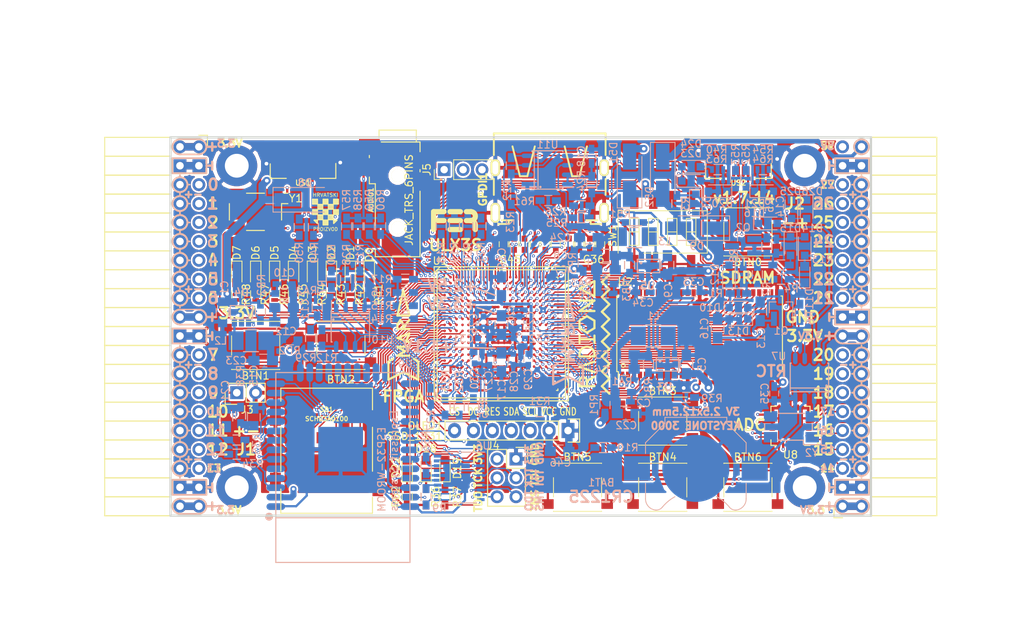
<source format=kicad_pcb>
(kicad_pcb (version 4) (host pcbnew 4.0.7+dfsg1-1)
  (layers (0 F.Cu signal) (1 In1.Cu signal) (2 In2.Cu signal) (31 B.Cu signal) (34 B.Paste user) (35 F.Paste user) (36 B.SilkS user) (37 F.SilkS user) (38 B.Mask user) (39 F.Mask user) (44 Edge.Cuts user))
  (net 0 "")
  (net 1 GND)
  (net 2 +5V)
  (net 3 /gpio/IN5V)
  (net 4 /gpio/OUT5V)
  (net 5 +3V3)
  (net 6 BTN_D)
  (net 7 BTN_F1)
  (net 8 BTN_F2)
  (net 9 BTN_L)
  (net 10 BTN_R)
  (net 11 BTN_U)
  (net 12 /power/FB1)
  (net 13 +2V5)
  (net 14 /power/PWREN)
  (net 15 /power/FB3)
  (net 16 /power/FB2)
  (net 17 "Net-(D9-Pad1)")
  (net 18 /power/VBAT)
  (net 19 JTAG_TDI)
  (net 20 JTAG_TCK)
  (net 21 JTAG_TMS)
  (net 22 JTAG_TDO)
  (net 23 /power/WAKEUPn)
  (net 24 /power/WKUP)
  (net 25 /power/SHUT)
  (net 26 /power/WAKE)
  (net 27 /power/HOLD)
  (net 28 /power/WKn)
  (net 29 /power/OSCI_32k)
  (net 30 /power/OSCO_32k)
  (net 31 "Net-(Q2-Pad3)")
  (net 32 SHUTDOWN)
  (net 33 /analog/AUDIO_L)
  (net 34 /analog/AUDIO_R)
  (net 35 GPDI_SDA)
  (net 36 GPDI_SCL)
  (net 37 /gpdi/VREF2)
  (net 38 SD_CMD)
  (net 39 SD_CLK)
  (net 40 SD_D0)
  (net 41 SD_D1)
  (net 42 USB5V)
  (net 43 GPDI_CEC)
  (net 44 nRESET)
  (net 45 FTDI_nDTR)
  (net 46 SDRAM_CKE)
  (net 47 SDRAM_A7)
  (net 48 SDRAM_D15)
  (net 49 SDRAM_BA1)
  (net 50 SDRAM_D7)
  (net 51 SDRAM_A6)
  (net 52 SDRAM_CLK)
  (net 53 SDRAM_D13)
  (net 54 SDRAM_BA0)
  (net 55 SDRAM_D6)
  (net 56 SDRAM_A5)
  (net 57 SDRAM_D14)
  (net 58 SDRAM_A11)
  (net 59 SDRAM_D12)
  (net 60 SDRAM_D5)
  (net 61 SDRAM_A4)
  (net 62 SDRAM_A10)
  (net 63 SDRAM_D11)
  (net 64 SDRAM_A3)
  (net 65 SDRAM_D4)
  (net 66 SDRAM_D10)
  (net 67 SDRAM_D9)
  (net 68 SDRAM_A9)
  (net 69 SDRAM_D3)
  (net 70 SDRAM_D8)
  (net 71 SDRAM_A8)
  (net 72 SDRAM_A2)
  (net 73 SDRAM_A1)
  (net 74 SDRAM_A0)
  (net 75 SDRAM_D2)
  (net 76 SDRAM_D1)
  (net 77 SDRAM_D0)
  (net 78 SDRAM_DQM0)
  (net 79 SDRAM_nCS)
  (net 80 SDRAM_nRAS)
  (net 81 SDRAM_DQM1)
  (net 82 SDRAM_nCAS)
  (net 83 SDRAM_nWE)
  (net 84 /flash/FLASH_nWP)
  (net 85 /flash/FLASH_nHOLD)
  (net 86 /flash/FLASH_MOSI)
  (net 87 /flash/FLASH_MISO)
  (net 88 /flash/FLASH_SCK)
  (net 89 /flash/FLASH_nCS)
  (net 90 /flash/FPGA_PROGRAMN)
  (net 91 /flash/FPGA_DONE)
  (net 92 /flash/FPGA_INITN)
  (net 93 OLED_RES)
  (net 94 OLED_DC)
  (net 95 OLED_CS)
  (net 96 WIFI_EN)
  (net 97 FTDI_nRTS)
  (net 98 FTDI_TXD)
  (net 99 FTDI_RXD)
  (net 100 WIFI_RXD)
  (net 101 WIFI_GPIO0)
  (net 102 WIFI_TXD)
  (net 103 USB_FTDI_D+)
  (net 104 USB_FTDI_D-)
  (net 105 SD_D3)
  (net 106 AUDIO_L3)
  (net 107 AUDIO_L2)
  (net 108 AUDIO_L1)
  (net 109 AUDIO_L0)
  (net 110 AUDIO_R3)
  (net 111 AUDIO_R2)
  (net 112 AUDIO_R1)
  (net 113 AUDIO_R0)
  (net 114 OLED_CLK)
  (net 115 OLED_MOSI)
  (net 116 LED0)
  (net 117 LED1)
  (net 118 LED2)
  (net 119 LED3)
  (net 120 LED4)
  (net 121 LED5)
  (net 122 LED6)
  (net 123 LED7)
  (net 124 BTN_PWRn)
  (net 125 FTDI_nTXLED)
  (net 126 FTDI_nSLEEP)
  (net 127 /blinkey/LED_PWREN)
  (net 128 /blinkey/LED_TXLED)
  (net 129 /sdcard/SD3V3)
  (net 130 SD_D2)
  (net 131 CLK_25MHz)
  (net 132 /blinkey/BTNPUL)
  (net 133 /blinkey/BTNPUR)
  (net 134 USB_FPGA_D+)
  (net 135 /power/FTDI_nSUSPEND)
  (net 136 /blinkey/ALED0)
  (net 137 /blinkey/ALED1)
  (net 138 /blinkey/ALED2)
  (net 139 /blinkey/ALED3)
  (net 140 /blinkey/ALED4)
  (net 141 /blinkey/ALED5)
  (net 142 /blinkey/ALED6)
  (net 143 /blinkey/ALED7)
  (net 144 /usb/FTD-)
  (net 145 /usb/FTD+)
  (net 146 ADC_MISO)
  (net 147 ADC_MOSI)
  (net 148 ADC_CSn)
  (net 149 ADC_SCLK)
  (net 150 SW3)
  (net 151 SW2)
  (net 152 SW1)
  (net 153 USB_FPGA_D-)
  (net 154 /usb/FPD+)
  (net 155 /usb/FPD-)
  (net 156 WIFI_GPIO16)
  (net 157 /usb/ANT_433MHz)
  (net 158 /power/PWRBTn)
  (net 159 PROG_DONE)
  (net 160 /power/P3V3)
  (net 161 /power/P2V5)
  (net 162 /power/L1)
  (net 163 /power/L3)
  (net 164 /power/L2)
  (net 165 FTDI_TXDEN)
  (net 166 SDRAM_A12)
  (net 167 /analog/AUDIO_V)
  (net 168 AUDIO_V3)
  (net 169 AUDIO_V2)
  (net 170 AUDIO_V1)
  (net 171 AUDIO_V0)
  (net 172 /blinkey/LED_WIFI)
  (net 173 /power/P1V1)
  (net 174 +1V1)
  (net 175 SW4)
  (net 176 /blinkey/SWPU)
  (net 177 /wifi/WIFIEN)
  (net 178 FT2V5)
  (net 179 GN0)
  (net 180 GP0)
  (net 181 GN1)
  (net 182 GP1)
  (net 183 GN2)
  (net 184 GP2)
  (net 185 GN3)
  (net 186 GP3)
  (net 187 GN4)
  (net 188 GP4)
  (net 189 GN5)
  (net 190 GP5)
  (net 191 GN6)
  (net 192 GP6)
  (net 193 GN14)
  (net 194 GP14)
  (net 195 GN15)
  (net 196 GP15)
  (net 197 GN16)
  (net 198 GP16)
  (net 199 GN17)
  (net 200 GP17)
  (net 201 GN18)
  (net 202 GP18)
  (net 203 GN19)
  (net 204 GP19)
  (net 205 GN20)
  (net 206 GP20)
  (net 207 GN21)
  (net 208 GP21)
  (net 209 GN22)
  (net 210 GP22)
  (net 211 GN23)
  (net 212 GP23)
  (net 213 GN24)
  (net 214 GP24)
  (net 215 GN25)
  (net 216 GP25)
  (net 217 GN26)
  (net 218 GP26)
  (net 219 GN27)
  (net 220 GP27)
  (net 221 GN7)
  (net 222 GP7)
  (net 223 GN8)
  (net 224 GP8)
  (net 225 GN9)
  (net 226 GP9)
  (net 227 GN10)
  (net 228 GP10)
  (net 229 GN11)
  (net 230 GP11)
  (net 231 GN12)
  (net 232 GP12)
  (net 233 GN13)
  (net 234 GP13)
  (net 235 WIFI_GPIO5)
  (net 236 WIFI_GPIO17)
  (net 237 USB_FPGA_PULL_D+)
  (net 238 USB_FPGA_PULL_D-)
  (net 239 "Net-(D23-Pad2)")
  (net 240 "Net-(D24-Pad1)")
  (net 241 "Net-(D25-Pad2)")
  (net 242 "Net-(D26-Pad1)")
  (net 243 /gpdi/GPDI_ETH+)
  (net 244 FPDI_ETH+)
  (net 245 /gpdi/GPDI_ETH-)
  (net 246 FPDI_ETH-)
  (net 247 /gpdi/GPDI_D2-)
  (net 248 FPDI_D2-)
  (net 249 /gpdi/GPDI_D1-)
  (net 250 FPDI_D1-)
  (net 251 /gpdi/GPDI_D0-)
  (net 252 FPDI_D0-)
  (net 253 /gpdi/GPDI_CLK-)
  (net 254 FPDI_CLK-)
  (net 255 /gpdi/GPDI_D2+)
  (net 256 FPDI_D2+)
  (net 257 /gpdi/GPDI_D1+)
  (net 258 FPDI_D1+)
  (net 259 /gpdi/GPDI_D0+)
  (net 260 FPDI_D0+)
  (net 261 /gpdi/GPDI_CLK+)
  (net 262 FPDI_CLK+)
  (net 263 FPDI_SDA)
  (net 264 FPDI_SCL)
  (net 265 /gpdi/FPDI_CEC)
  (net 266 2V5_3V3)
  (module Resistors_SMD:R_0603_HandSoldering (layer B.Cu) (at 169.919 66.965 90)
    (fp_text reference R53 (at 3.259 0 270) (layer B.SilkS) (effects (justify mirror)))
    (fp_text value 27)
    (pad 1 smd rect (at -1.1 0 90) (size 1.2 0.9) (layers B.Cu B.Paste B.Mask) (net 134 USB_FPGA_D+))
    (pad 2 smd rect (at 1.1 0 90) (size 1.2 0.9) (layers B.Cu B.Paste B.Mask) (net 154 /usb/FPD+))
  )
  (module Socket_Strips:Socket_Strip_Angled_2x20 (layer F.Cu) (at 97.91 62.69 270)
    (fp_text reference J1 (at 40.64 -6.35 360) (layer F.SilkS) (effects (font (size 1.5 1.5) (thickness 0.3))))
    (fp_text value CONN_02X20 hide)
    (pad 1 thru_hole oval (at 0 0 270) (size 1.7272 1.7272) (drill 1.016) (layers *.Cu *.Mask) (net 5 +3V3))
    (pad 2 thru_hole oval (at 0 2.54 270) (size 1.7272 1.7272) (drill 1.016) (layers *.Cu *.Mask) (net 5 +3V3))
    (pad 3 thru_hole rect (at 2.54 0 270) (size 1.7272 1.7272) (drill 1.016) (layers *.Cu *.Mask) (net 1 GND))
    (pad 4 thru_hole rect (at 2.54 2.54 270) (size 1.7272 1.7272) (drill 1.016) (layers *.Cu *.Mask) (net 1 GND))
    (pad 5 thru_hole oval (at 5.08 0 270) (size 1.7272 1.7272) (drill 1.016) (layers *.Cu *.Mask) (net 179 GN0))
    (pad 6 thru_hole oval (at 5.08 2.54 270) (size 1.7272 1.7272) (drill 1.016) (layers *.Cu *.Mask) (net 180 GP0))
    (pad 7 thru_hole oval (at 7.62 0 270) (size 1.7272 1.7272) (drill 1.016) (layers *.Cu *.Mask) (net 181 GN1))
    (pad 8 thru_hole oval (at 7.62 2.54 270) (size 1.7272 1.7272) (drill 1.016) (layers *.Cu *.Mask) (net 182 GP1))
    (pad 9 thru_hole oval (at 10.16 0 270) (size 1.7272 1.7272) (drill 1.016) (layers *.Cu *.Mask) (net 183 GN2))
    (pad 10 thru_hole oval (at 10.16 2.54 270) (size 1.7272 1.7272) (drill 1.016) (layers *.Cu *.Mask) (net 184 GP2))
    (pad 11 thru_hole oval (at 12.7 0 270) (size 1.7272 1.7272) (drill 1.016) (layers *.Cu *.Mask) (net 185 GN3))
    (pad 12 thru_hole oval (at 12.7 2.54 270) (size 1.7272 1.7272) (drill 1.016) (layers *.Cu *.Mask) (net 186 GP3))
    (pad 13 thru_hole oval (at 15.24 0 270) (size 1.7272 1.7272) (drill 1.016) (layers *.Cu *.Mask) (net 187 GN4))
    (pad 14 thru_hole oval (at 15.24 2.54 270) (size 1.7272 1.7272) (drill 1.016) (layers *.Cu *.Mask) (net 188 GP4))
    (pad 15 thru_hole oval (at 17.78 0 270) (size 1.7272 1.7272) (drill 1.016) (layers *.Cu *.Mask) (net 189 GN5))
    (pad 16 thru_hole oval (at 17.78 2.54 270) (size 1.7272 1.7272) (drill 1.016) (layers *.Cu *.Mask) (net 190 GP5))
    (pad 17 thru_hole oval (at 20.32 0 270) (size 1.7272 1.7272) (drill 1.016) (layers *.Cu *.Mask) (net 191 GN6))
    (pad 18 thru_hole oval (at 20.32 2.54 270) (size 1.7272 1.7272) (drill 1.016) (layers *.Cu *.Mask) (net 192 GP6))
    (pad 19 thru_hole oval (at 22.86 0 270) (size 1.7272 1.7272) (drill 1.016) (layers *.Cu *.Mask) (net 5 +3V3))
    (pad 20 thru_hole oval (at 22.86 2.54 270) (size 1.7272 1.7272) (drill 1.016) (layers *.Cu *.Mask) (net 5 +3V3))
    (pad 21 thru_hole rect (at 25.4 0 270) (size 1.7272 1.7272) (drill 1.016) (layers *.Cu *.Mask) (net 1 GND))
    (pad 22 thru_hole rect (at 25.4 2.54 270) (size 1.7272 1.7272) (drill 1.016) (layers *.Cu *.Mask) (net 1 GND))
    (pad 23 thru_hole oval (at 27.94 0 270) (size 1.7272 1.7272) (drill 1.016) (layers *.Cu *.Mask) (net 221 GN7))
    (pad 24 thru_hole oval (at 27.94 2.54 270) (size 1.7272 1.7272) (drill 1.016) (layers *.Cu *.Mask) (net 222 GP7))
    (pad 25 thru_hole oval (at 30.48 0 270) (size 1.7272 1.7272) (drill 1.016) (layers *.Cu *.Mask) (net 223 GN8))
    (pad 26 thru_hole oval (at 30.48 2.54 270) (size 1.7272 1.7272) (drill 1.016) (layers *.Cu *.Mask) (net 224 GP8))
    (pad 27 thru_hole oval (at 33.02 0 270) (size 1.7272 1.7272) (drill 1.016) (layers *.Cu *.Mask) (net 225 GN9))
    (pad 28 thru_hole oval (at 33.02 2.54 270) (size 1.7272 1.7272) (drill 1.016) (layers *.Cu *.Mask) (net 226 GP9))
    (pad 29 thru_hole oval (at 35.56 0 270) (size 1.7272 1.7272) (drill 1.016) (layers *.Cu *.Mask) (net 227 GN10))
    (pad 30 thru_hole oval (at 35.56 2.54 270) (size 1.7272 1.7272) (drill 1.016) (layers *.Cu *.Mask) (net 228 GP10))
    (pad 31 thru_hole oval (at 38.1 0 270) (size 1.7272 1.7272) (drill 1.016) (layers *.Cu *.Mask) (net 229 GN11))
    (pad 32 thru_hole oval (at 38.1 2.54 270) (size 1.7272 1.7272) (drill 1.016) (layers *.Cu *.Mask) (net 230 GP11))
    (pad 33 thru_hole oval (at 40.64 0 270) (size 1.7272 1.7272) (drill 1.016) (layers *.Cu *.Mask) (net 231 GN12))
    (pad 34 thru_hole oval (at 40.64 2.54 270) (size 1.7272 1.7272) (drill 1.016) (layers *.Cu *.Mask) (net 232 GP12))
    (pad 35 thru_hole oval (at 43.18 0 270) (size 1.7272 1.7272) (drill 1.016) (layers *.Cu *.Mask) (net 233 GN13))
    (pad 36 thru_hole oval (at 43.18 2.54 270) (size 1.7272 1.7272) (drill 1.016) (layers *.Cu *.Mask) (net 234 GP13))
    (pad 37 thru_hole rect (at 45.72 0 270) (size 1.7272 1.7272) (drill 1.016) (layers *.Cu *.Mask) (net 1 GND))
    (pad 38 thru_hole rect (at 45.72 2.54 270) (size 1.7272 1.7272) (drill 1.016) (layers *.Cu *.Mask) (net 1 GND))
    (pad 39 thru_hole oval (at 48.26 0 270) (size 1.7272 1.7272) (drill 1.016) (layers *.Cu *.Mask) (net 5 +3V3))
    (pad 40 thru_hole oval (at 48.26 2.54 270) (size 1.7272 1.7272) (drill 1.016) (layers *.Cu *.Mask) (net 5 +3V3))
  )
  (module SMD_Packages:1Pin (layer F.Cu) (at 182.67515 111.637626)
    (fp_text reference AE1 hide)
    (fp_text value 433MHz hide)
    (pad 1 smd rect (at 0 0) (size 0.5 0.5) (layers B.Cu F.Paste F.Mask) (net 157 /usb/ANT_433MHz))
  )
  (module Resistors_SMD:R_0603_HandSoldering (layer B.Cu) (at 103.498 98.758 90)
    (fp_text reference R38 (at 5.334 0 90) (layer B.SilkS) (effects (justify mirror)))
    (fp_text value 0.47)
    (pad 1 smd rect (at -1.1 0 90) (size 1.2 0.9) (layers B.Cu B.Paste B.Mask) (net 129 /sdcard/SD3V3))
    (pad 2 smd rect (at 1.1 0 90) (size 1.2 0.9) (layers B.Cu B.Paste B.Mask) (net 5 +3V3))
  )
  (module Diodes_SMD:D_SMA_Handsoldering (layer B.Cu) (at 155.695 66.5 90)
    (fp_text reference D51 (at 3.048 -2.159 90) (layer B.SilkS) (effects (justify mirror)))
    (fp_text value STPS2L30AF hide)
    (pad 1 smd rect (at -2.5 0 90) (size 3.5 1.8) (layers B.Cu B.Paste B.Mask) (net 2 +5V))
    (pad 2 smd rect (at 2.5 0 90) (size 3.5 1.8) (layers B.Cu B.Paste B.Mask) (net 3 /gpio/IN5V))
  )
  (module Resistors_SMD:R_0603_HandSoldering (layer B.Cu) (at 156.33 72.85 180)
    (fp_text reference R51 (at 1.905 1.143 180) (layer B.SilkS) (effects (justify mirror)))
    (fp_text value 150)
    (pad 1 smd rect (at -1.1 0 180) (size 1.2 0.9) (layers B.Cu B.Paste B.Mask) (net 5 +3V3))
    (pad 2 smd rect (at 1.1 0 180) (size 1.2 0.9) (layers B.Cu B.Paste B.Mask) (net 176 /blinkey/SWPU))
  )
  (module Resistors_SMD:R_1210_HandSoldering (layer B.Cu) (at 158.87 88.09 180)
    (fp_text reference L1 (at 0 2.7 180) (layer B.SilkS) (effects (justify mirror)))
    (fp_text value 2.2uH)
    (pad 1 smd rect (at -2 0 180) (size 2 2.5) (layers B.Cu B.Paste B.Mask) (net 162 /power/L1))
    (pad 2 smd rect (at 2 0 180) (size 2 2.5) (layers B.Cu B.Paste B.Mask) (net 173 /power/P1V1))
  )
  (module TSOT-25:TSOT-25 (layer B.Cu) (at 160.775 91.9)
    (fp_text reference U3 (at -0.381 3.048) (layer B.SilkS) (effects (font (thickness 0.2)) (justify mirror)))
    (fp_text value TLV62569DBV)
    (pad 1 smd rect (at -0.95 -1.3) (size 0.7 1.2) (layers B.Cu B.Paste B.Mask) (net 14 /power/PWREN))
    (pad 2 smd rect (at 0 -1.3) (size 0.7 1.2) (layers B.Cu B.Paste B.Mask) (net 1 GND))
    (pad 3 smd rect (at 0.95 -1.3) (size 0.7 1.2) (layers B.Cu B.Paste B.Mask) (net 162 /power/L1))
    (pad 4 smd rect (at 0.95 1.3) (size 0.7 1.2) (layers B.Cu B.Paste B.Mask) (net 2 +5V))
    (pad 5 smd rect (at -0.95 1.3) (size 0.7 1.2) (layers B.Cu B.Paste B.Mask) (net 12 /power/FB1))
  )
  (module Resistors_SMD:R_1210_HandSoldering (layer B.Cu) (at 104.895 88.725)
    (fp_text reference L2 (at -4.064 0) (layer B.SilkS) (effects (justify mirror)))
    (fp_text value 2.2uH)
    (pad 1 smd rect (at -2 0) (size 2 2.5) (layers B.Cu B.Paste B.Mask) (net 164 /power/L2))
    (pad 2 smd rect (at 2 0) (size 2 2.5) (layers B.Cu B.Paste B.Mask) (net 161 /power/P2V5))
  )
  (module TSOT-25:TSOT-25 (layer B.Cu) (at 103.625 84.915 180)
    (fp_text reference U4 (at 0 2.697 180) (layer B.SilkS) (effects (font (thickness 0.2)) (justify mirror)))
    (fp_text value TLV62569DBV)
    (pad 1 smd rect (at -0.95 -1.3 180) (size 0.7 1.2) (layers B.Cu B.Paste B.Mask) (net 14 /power/PWREN))
    (pad 2 smd rect (at 0 -1.3 180) (size 0.7 1.2) (layers B.Cu B.Paste B.Mask) (net 1 GND))
    (pad 3 smd rect (at 0.95 -1.3 180) (size 0.7 1.2) (layers B.Cu B.Paste B.Mask) (net 164 /power/L2))
    (pad 4 smd rect (at 0.95 1.3 180) (size 0.7 1.2) (layers B.Cu B.Paste B.Mask) (net 2 +5V))
    (pad 5 smd rect (at -0.95 1.3 180) (size 0.7 1.2) (layers B.Cu B.Paste B.Mask) (net 16 /power/FB2))
  )
  (module Resistors_SMD:R_1210_HandSoldering (layer B.Cu) (at 156.33 74.755 180)
    (fp_text reference L3 (at -4.064 -0.635 180) (layer B.SilkS) (effects (justify mirror)))
    (fp_text value 2.2uH)
    (pad 1 smd rect (at -2 0 180) (size 2 2.5) (layers B.Cu B.Paste B.Mask) (net 163 /power/L3))
    (pad 2 smd rect (at 2 0 180) (size 2 2.5) (layers B.Cu B.Paste B.Mask) (net 160 /power/P3V3))
  )
  (module TSOT-25:TSOT-25 (layer B.Cu) (at 158.235 78.692)
    (fp_text reference U5 (at -0.127 2.667) (layer B.SilkS) (effects (font (thickness 0.2)) (justify mirror)))
    (fp_text value TLV62569DBV)
    (pad 1 smd rect (at -0.95 -1.3) (size 0.7 1.2) (layers B.Cu B.Paste B.Mask) (net 14 /power/PWREN))
    (pad 2 smd rect (at 0 -1.3) (size 0.7 1.2) (layers B.Cu B.Paste B.Mask) (net 1 GND))
    (pad 3 smd rect (at 0.95 -1.3) (size 0.7 1.2) (layers B.Cu B.Paste B.Mask) (net 163 /power/L3))
    (pad 4 smd rect (at 0.95 1.3) (size 0.7 1.2) (layers B.Cu B.Paste B.Mask) (net 2 +5V))
    (pad 5 smd rect (at -0.95 1.3) (size 0.7 1.2) (layers B.Cu B.Paste B.Mask) (net 15 /power/FB3))
  )
  (module Capacitors_SMD:C_0805_HandSoldering (layer B.Cu) (at 101.085 84.915 270)
    (fp_text reference C1 (at -3.302 -0.254 270) (layer B.SilkS) (effects (justify mirror)))
    (fp_text value 22uF)
    (pad 1 smd rect (at -1.25 0 270) (size 1.5 1.25) (layers B.Cu B.Paste B.Mask) (net 2 +5V))
    (pad 2 smd rect (at 1.25 0 270) (size 1.5 1.25) (layers B.Cu B.Paste B.Mask) (net 1 GND))
  )
  (module Capacitors_SMD:C_0805_HandSoldering (layer B.Cu) (at 155.06 90.63)
    (fp_text reference C3 (at -3.048 0) (layer B.SilkS) (effects (justify mirror)))
    (fp_text value 22uF)
    (pad 1 smd rect (at -1.25 0) (size 1.5 1.25) (layers B.Cu B.Paste B.Mask) (net 173 /power/P1V1))
    (pad 2 smd rect (at 1.25 0) (size 1.5 1.25) (layers B.Cu B.Paste B.Mask) (net 1 GND))
  )
  (module Capacitors_SMD:C_0805_HandSoldering (layer B.Cu) (at 155.06 92.535)
    (fp_text reference C4 (at -3.048 0.127) (layer B.SilkS) (effects (justify mirror)))
    (fp_text value 22uF)
    (pad 1 smd rect (at -1.25 0) (size 1.5 1.25) (layers B.Cu B.Paste B.Mask) (net 173 /power/P1V1))
    (pad 2 smd rect (at 1.25 0) (size 1.5 1.25) (layers B.Cu B.Paste B.Mask) (net 1 GND))
  )
  (module Capacitors_SMD:C_0805_HandSoldering (layer B.Cu) (at 163.315 91.9 90)
    (fp_text reference C5 (at 0 2.1 90) (layer B.SilkS) (effects (justify mirror)))
    (fp_text value 22uF)
    (pad 1 smd rect (at -1.25 0 90) (size 1.5 1.25) (layers B.Cu B.Paste B.Mask) (net 2 +5V))
    (pad 2 smd rect (at 1.25 0 90) (size 1.5 1.25) (layers B.Cu B.Paste B.Mask) (net 1 GND))
  )
  (module Capacitors_SMD:C_0805_HandSoldering (layer B.Cu) (at 152.52 79.2)
    (fp_text reference C7 (at -6.096 0) (layer B.SilkS) (effects (justify mirror)))
    (fp_text value 22uF)
    (pad 1 smd rect (at -1.25 0) (size 1.5 1.25) (layers B.Cu B.Paste B.Mask) (net 160 /power/P3V3))
    (pad 2 smd rect (at 1.25 0) (size 1.5 1.25) (layers B.Cu B.Paste B.Mask) (net 1 GND))
  )
  (module Capacitors_SMD:C_0805_HandSoldering (layer B.Cu) (at 152.52 77.295)
    (fp_text reference C8 (at -6.096 0) (layer B.SilkS) (effects (justify mirror)))
    (fp_text value 22uF)
    (pad 1 smd rect (at -1.25 0) (size 1.5 1.25) (layers B.Cu B.Paste B.Mask) (net 160 /power/P3V3))
    (pad 2 smd rect (at 1.25 0) (size 1.5 1.25) (layers B.Cu B.Paste B.Mask) (net 1 GND))
  )
  (module Capacitors_SMD:C_0805_HandSoldering (layer B.Cu) (at 160.775 78.565 90)
    (fp_text reference C9 (at -3.429 0.127 90) (layer B.SilkS) (effects (justify mirror)))
    (fp_text value 22uF)
    (pad 1 smd rect (at -1.25 0 90) (size 1.5 1.25) (layers B.Cu B.Paste B.Mask) (net 2 +5V))
    (pad 2 smd rect (at 1.25 0 90) (size 1.5 1.25) (layers B.Cu B.Paste B.Mask) (net 1 GND))
  )
  (module Capacitors_SMD:C_0805_HandSoldering (layer B.Cu) (at 109.34 84.28 180)
    (fp_text reference C11 (at -2.794 -0.254 270) (layer B.SilkS) (effects (justify mirror)))
    (fp_text value 22uF)
    (pad 1 smd rect (at -1.25 0 180) (size 1.5 1.25) (layers B.Cu B.Paste B.Mask) (net 161 /power/P2V5))
    (pad 2 smd rect (at 1.25 0 180) (size 1.5 1.25) (layers B.Cu B.Paste B.Mask) (net 1 GND))
  )
  (module Capacitors_SMD:C_0805_HandSoldering (layer B.Cu) (at 109.34 86.185 180)
    (fp_text reference C12 (at -0.254 -1.27 360) (layer B.SilkS) (effects (justify mirror)))
    (fp_text value 22uF)
    (pad 1 smd rect (at -1.25 0 180) (size 1.5 1.25) (layers B.Cu B.Paste B.Mask) (net 161 /power/P2V5))
    (pad 2 smd rect (at 1.25 0 180) (size 1.5 1.25) (layers B.Cu B.Paste B.Mask) (net 1 GND))
  )
  (module Capacitors_SMD:C_0805_HandSoldering (layer B.Cu) (at 173.221 84.788 90)
    (fp_text reference C13 (at -3.556 0.127 90) (layer B.SilkS) (effects (justify mirror)))
    (fp_text value 2.2uF)
    (pad 1 smd rect (at -1.25 0 90) (size 1.5 1.25) (layers B.Cu B.Paste B.Mask) (net 2 +5V))
    (pad 2 smd rect (at 1.25 0 90) (size 1.5 1.25) (layers B.Cu B.Paste B.Mask) (net 24 /power/WKUP))
  )
  (module TO_SOT_Packages_SMD:SOT-23_Handsoldering (layer B.Cu) (at 176.015 84.28 90)
    (fp_text reference Q1 (at -3.1115 0 180) (layer B.SilkS) (effects (justify mirror)))
    (fp_text value BC857)
    (pad 1 smd rect (at -1.5 0.95 90) (size 1.9 0.8) (layers B.Cu B.Paste B.Mask) (net 28 /power/WKn))
    (pad 2 smd rect (at -1.5 -0.95 90) (size 1.9 0.8) (layers B.Cu B.Paste B.Mask) (net 2 +5V))
    (pad 3 smd rect (at 1.5 0 90) (size 1.9 0.8) (layers B.Cu B.Paste B.Mask) (net 24 /power/WKUP))
  )
  (module TO_SOT_Packages_SMD:SOT-23_Handsoldering (layer B.Cu) (at 170.935 76.025 180)
    (fp_text reference Q2 (at 0 2.5 180) (layer B.SilkS) (effects (justify mirror)))
    (fp_text value 2N7002)
    (pad 1 smd rect (at -1.5 0.95 180) (size 1.9 0.8) (layers B.Cu B.Paste B.Mask) (net 25 /power/SHUT))
    (pad 2 smd rect (at -1.5 -0.95 180) (size 1.9 0.8) (layers B.Cu B.Paste B.Mask) (net 1 GND))
    (pad 3 smd rect (at 1.5 0 180) (size 1.9 0.8) (layers B.Cu B.Paste B.Mask) (net 31 "Net-(Q2-Pad3)"))
  )
  (module Capacitors_SMD:C_0603_HandSoldering (layer B.Cu) (at 154.86 96.91)
    (fp_text reference C2 (at 2.74 0.197) (layer B.SilkS) (effects (justify mirror)))
    (fp_text value 470pF)
    (pad 1 smd rect (at -0.95 0) (size 1.2 0.75) (layers B.Cu B.Paste B.Mask) (net 173 /power/P1V1))
    (pad 2 smd rect (at 0.95 0) (size 1.2 0.75) (layers B.Cu B.Paste B.Mask) (net 12 /power/FB1))
  )
  (module Capacitors_SMD:C_0603_HandSoldering (layer B.Cu) (at 152.52 82.375)
    (fp_text reference C6 (at -2.794 0.127) (layer B.SilkS) (effects (justify mirror)))
    (fp_text value 470pF)
    (pad 1 smd rect (at -0.95 0) (size 1.2 0.75) (layers B.Cu B.Paste B.Mask) (net 160 /power/P3V3))
    (pad 2 smd rect (at 0.95 0) (size 1.2 0.75) (layers B.Cu B.Paste B.Mask) (net 15 /power/FB3))
  )
  (module Capacitors_SMD:C_0603_HandSoldering (layer B.Cu) (at 109.34 81.105 180)
    (fp_text reference C10 (at -0.04 1.505 180) (layer B.SilkS) (effects (justify mirror)))
    (fp_text value 470pF)
    (pad 1 smd rect (at -0.95 0 180) (size 1.2 0.75) (layers B.Cu B.Paste B.Mask) (net 161 /power/P2V5))
    (pad 2 smd rect (at 0.95 0 180) (size 1.2 0.75) (layers B.Cu B.Paste B.Mask) (net 16 /power/FB2))
  )
  (module Capacitors_SMD:C_0603_HandSoldering (layer B.Cu) (at 175.38 76.025 270)
    (fp_text reference C14 (at -5.334 -0.508 270) (layer B.SilkS) (effects (justify mirror)))
    (fp_text value 100nF)
    (pad 1 smd rect (at -0.95 0 270) (size 1.2 0.75) (layers B.Cu B.Paste B.Mask) (net 25 /power/SHUT))
    (pad 2 smd rect (at 0.95 0 270) (size 1.2 0.75) (layers B.Cu B.Paste B.Mask) (net 1 GND))
  )
  (module Resistors_SMD:R_0603_HandSoldering (layer B.Cu) (at 170.3 82.375)
    (fp_text reference R1 (at -3.048 0) (layer B.SilkS) (effects (justify mirror)))
    (fp_text value 15k)
    (pad 1 smd rect (at -1.1 0) (size 1.2 0.9) (layers B.Cu B.Paste B.Mask) (net 26 /power/WAKE))
    (pad 2 smd rect (at 1.1 0) (size 1.2 0.9) (layers B.Cu B.Paste B.Mask) (net 14 /power/PWREN))
  )
  (module Resistors_SMD:R_0603_HandSoldering (layer B.Cu) (at 172.84 79.835 90)
    (fp_text reference R2 (at -1.905 1.27 90) (layer B.SilkS) (effects (justify mirror)))
    (fp_text value 47k)
    (pad 1 smd rect (at -1.1 0 90) (size 1.2 0.9) (layers B.Cu B.Paste B.Mask) (net 14 /power/PWREN))
    (pad 2 smd rect (at 1.1 0 90) (size 1.2 0.9) (layers B.Cu B.Paste B.Mask) (net 1 GND))
  )
  (module Resistors_SMD:R_0603_HandSoldering (layer B.Cu) (at 176.015 80.47 180)
    (fp_text reference R4 (at -1.397 -1.27 360) (layer B.SilkS) (effects (justify mirror)))
    (fp_text value 4.7k)
    (pad 1 smd rect (at -1.1 0 180) (size 1.2 0.9) (layers B.Cu B.Paste B.Mask) (net 27 /power/HOLD))
    (pad 2 smd rect (at 1.1 0 180) (size 1.2 0.9) (layers B.Cu B.Paste B.Mask) (net 14 /power/PWREN))
  )
  (module Resistors_SMD:R_0603_HandSoldering (layer B.Cu) (at 174.11 76.025 270)
    (fp_text reference R5 (at -5.461 -0.381 270) (layer B.SilkS) (effects (justify mirror)))
    (fp_text value 4.7M)
    (pad 1 smd rect (at -1.1 0 270) (size 1.2 0.9) (layers B.Cu B.Paste B.Mask) (net 25 /power/SHUT))
    (pad 2 smd rect (at 1.1 0 270) (size 1.2 0.9) (layers B.Cu B.Paste B.Mask) (net 1 GND))
  )
  (module Resistors_SMD:R_0603_HandSoldering (layer B.Cu) (at 178.555 84.915 270)
    (fp_text reference R6 (at 0.762 -1.397 270) (layer B.SilkS) (effects (justify mirror)))
    (fp_text value 1k)
    (pad 1 smd rect (at -1.1 0 270) (size 1.2 0.9) (layers B.Cu B.Paste B.Mask) (net 28 /power/WKn))
    (pad 2 smd rect (at 1.1 0 270) (size 1.2 0.9) (layers B.Cu B.Paste B.Mask) (net 23 /power/WAKEUPn))
  )
  (module Resistors_SMD:R_0603_HandSoldering (layer B.Cu) (at 113.785 84.28 270)
    (fp_text reference R7 (at -2.794 -0.635 270) (layer B.SilkS) (effects (justify mirror)))
    (fp_text value 150)
    (pad 1 smd rect (at -1.1 0 270) (size 1.2 0.9) (layers B.Cu B.Paste B.Mask) (net 5 +3V3))
    (pad 2 smd rect (at 1.1 0 270) (size 1.2 0.9) (layers B.Cu B.Paste B.Mask) (net 132 /blinkey/BTNPUL))
  )
  (module Resistors_SMD:R_0603_HandSoldering (layer B.Cu) (at 170.935 79.835 90)
    (fp_text reference R8 (at 2.54 -1.27 90) (layer B.SilkS) (effects (justify mirror)))
    (fp_text value 1k)
    (pad 1 smd rect (at -1.1 0 90) (size 1.2 0.9) (layers B.Cu B.Paste B.Mask) (net 14 /power/PWREN))
    (pad 2 smd rect (at 1.1 0 90) (size 1.2 0.9) (layers B.Cu B.Paste B.Mask) (net 31 "Net-(Q2-Pad3)"))
  )
  (module Resistors_SMD:R_0603_HandSoldering (layer B.Cu) (at 128.39 109.68 270)
    (fp_text reference R9 (at 1.524 -1.778 360) (layer B.SilkS) (effects (justify mirror)))
    (fp_text value 15k)
    (pad 1 smd rect (at -1.1 0 270) (size 1.2 0.9) (layers B.Cu B.Paste B.Mask) (net 44 nRESET))
    (pad 2 smd rect (at 1.1 0 270) (size 1.2 0.9) (layers B.Cu B.Paste B.Mask) (net 178 FT2V5))
  )
  (module Resistors_SMD:R_0603_HandSoldering (layer B.Cu) (at 152.139 103.076 180)
    (fp_text reference R10 (at -3.302 0 180) (layer B.SilkS) (effects (justify mirror)))
    (fp_text value 150)
    (pad 1 smd rect (at -1.1 0 180) (size 1.2 0.9) (layers B.Cu B.Paste B.Mask) (net 135 /power/FTDI_nSUSPEND))
    (pad 2 smd rect (at 1.1 0 180) (size 1.2 0.9) (layers B.Cu B.Paste B.Mask) (net 126 FTDI_nSLEEP))
  )
  (module Resistors_SMD:R_0603_HandSoldering (layer B.Cu) (at 176.015 78.565 180)
    (fp_text reference R13 (at -5.588 0.762 180) (layer B.SilkS) (effects (justify mirror)))
    (fp_text value 15k)
    (pad 1 smd rect (at -1.1 0 180) (size 1.2 0.9) (layers B.Cu B.Paste B.Mask) (net 32 SHUTDOWN))
    (pad 2 smd rect (at 1.1 0 180) (size 1.2 0.9) (layers B.Cu B.Paste B.Mask) (net 1 GND))
  )
  (module Resistors_SMD:R_0603_HandSoldering (layer B.Cu) (at 154.86 95.64)
    (fp_text reference RA1 (at -0.181 -1.454) (layer B.SilkS) (effects (justify mirror)))
    (fp_text value 15k)
    (pad 1 smd rect (at -1.1 0) (size 1.2 0.9) (layers B.Cu B.Paste B.Mask) (net 173 /power/P1V1))
    (pad 2 smd rect (at 1.1 0) (size 1.2 0.9) (layers B.Cu B.Paste B.Mask) (net 12 /power/FB1))
  )
  (module Resistors_SMD:R_0603_HandSoldering (layer B.Cu) (at 109.34 82.375 180)
    (fp_text reference RA2 (at -3.048 0.381 360) (layer B.SilkS) (effects (justify mirror)))
    (fp_text value 15k)
    (pad 1 smd rect (at -1.1 0 180) (size 1.2 0.9) (layers B.Cu B.Paste B.Mask) (net 161 /power/P2V5))
    (pad 2 smd rect (at 1.1 0 180) (size 1.2 0.9) (layers B.Cu B.Paste B.Mask) (net 16 /power/FB2))
  )
  (module Resistors_SMD:R_0603_HandSoldering (layer B.Cu) (at 152.52 81.105)
    (fp_text reference RA3 (at -3.302 -0.127) (layer B.SilkS) (effects (justify mirror)))
    (fp_text value 15k)
    (pad 1 smd rect (at -1.1 0) (size 1.2 0.9) (layers B.Cu B.Paste B.Mask) (net 160 /power/P3V3))
    (pad 2 smd rect (at 1.1 0) (size 1.2 0.9) (layers B.Cu B.Paste B.Mask) (net 15 /power/FB3))
  )
  (module Resistors_SMD:R_0603_HandSoldering (layer B.Cu) (at 158.235 91.9 270)
    (fp_text reference RB1 (at 3.302 0 270) (layer B.SilkS) (effects (justify mirror)))
    (fp_text value 18k)
    (pad 1 smd rect (at -1.1 0 270) (size 1.2 0.9) (layers B.Cu B.Paste B.Mask) (net 1 GND))
    (pad 2 smd rect (at 1.1 0 270) (size 1.2 0.9) (layers B.Cu B.Paste B.Mask) (net 12 /power/FB1))
  )
  (module Resistors_SMD:R_0603_HandSoldering (layer B.Cu) (at 106.165 84.915 90)
    (fp_text reference RB2 (at 3.683 0.127 90) (layer B.SilkS) (effects (justify mirror)))
    (fp_text value 4.7k)
    (pad 1 smd rect (at -1.1 0 90) (size 1.2 0.9) (layers B.Cu B.Paste B.Mask) (net 1 GND))
    (pad 2 smd rect (at 1.1 0 90) (size 1.2 0.9) (layers B.Cu B.Paste B.Mask) (net 16 /power/FB2))
  )
  (module Resistors_SMD:R_0603_HandSoldering (layer B.Cu) (at 155.695 78.565 270)
    (fp_text reference RB3 (at 3.429 0.395 270) (layer B.SilkS) (effects (justify mirror)))
    (fp_text value 3.3k)
    (pad 1 smd rect (at -1.1 0 270) (size 1.2 0.9) (layers B.Cu B.Paste B.Mask) (net 1 GND))
    (pad 2 smd rect (at 1.1 0 270) (size 1.2 0.9) (layers B.Cu B.Paste B.Mask) (net 15 /power/FB3))
  )
  (module Resistors_SMD:R_0603_HandSoldering (layer B.Cu) (at 125.596 85.804 180)
    (fp_text reference R14 (at 3.175 0 180) (layer B.SilkS) (effects (justify mirror)))
    (fp_text value 1.2k)
    (pad 1 smd rect (at -1.1 0 180) (size 1.2 0.9) (layers B.Cu B.Paste B.Mask) (net 109 AUDIO_L0))
    (pad 2 smd rect (at 1.1 0 180) (size 1.2 0.9) (layers B.Cu B.Paste B.Mask) (net 33 /analog/AUDIO_L))
  )
  (module Resistors_SMD:R_0603_HandSoldering (layer B.Cu) (at 125.596 84.026 180)
    (fp_text reference R15 (at 3.175 -0.001 180) (layer B.SilkS) (effects (justify mirror)))
    (fp_text value 680)
    (pad 1 smd rect (at -1.1 0 180) (size 1.2 0.9) (layers B.Cu B.Paste B.Mask) (net 108 AUDIO_L1))
    (pad 2 smd rect (at 1.1 0 180) (size 1.2 0.9) (layers B.Cu B.Paste B.Mask) (net 33 /analog/AUDIO_L))
  )
  (module Resistors_SMD:R_0603_HandSoldering (layer B.Cu) (at 125.596 82.248 180)
    (fp_text reference R16 (at 3.175 0 180) (layer B.SilkS) (effects (justify mirror)))
    (fp_text value 330)
    (pad 1 smd rect (at -1.1 0 180) (size 1.2 0.9) (layers B.Cu B.Paste B.Mask) (net 107 AUDIO_L2))
    (pad 2 smd rect (at 1.1 0 180) (size 1.2 0.9) (layers B.Cu B.Paste B.Mask) (net 33 /analog/AUDIO_L))
  )
  (module Resistors_SMD:R_0603_HandSoldering (layer B.Cu) (at 125.596 80.47 180)
    (fp_text reference R17 (at 3.175 0 180) (layer B.SilkS) (effects (justify mirror)))
    (fp_text value 150)
    (pad 1 smd rect (at -1.1 0 180) (size 1.2 0.9) (layers B.Cu B.Paste B.Mask) (net 106 AUDIO_L3))
    (pad 2 smd rect (at 1.1 0 180) (size 1.2 0.9) (layers B.Cu B.Paste B.Mask) (net 33 /analog/AUDIO_L))
  )
  (module Resistors_SMD:R_0603_HandSoldering (layer B.Cu) (at 130.422 73.358 90)
    (fp_text reference R18 (at -3.556 0 90) (layer B.SilkS) (effects (justify mirror)))
    (fp_text value 1.2k)
    (pad 1 smd rect (at -1.1 0 90) (size 1.2 0.9) (layers B.Cu B.Paste B.Mask) (net 113 AUDIO_R0))
    (pad 2 smd rect (at 1.1 0 90) (size 1.2 0.9) (layers B.Cu B.Paste B.Mask) (net 34 /analog/AUDIO_R))
  )
  (module Resistors_SMD:R_0603_HandSoldering (layer B.Cu) (at 132.2 73.358 90)
    (fp_text reference R19 (at -3.556 0 90) (layer B.SilkS) (effects (justify mirror)))
    (fp_text value 680)
    (pad 1 smd rect (at -1.1 0 90) (size 1.2 0.9) (layers B.Cu B.Paste B.Mask) (net 112 AUDIO_R1))
    (pad 2 smd rect (at 1.1 0 90) (size 1.2 0.9) (layers B.Cu B.Paste B.Mask) (net 34 /analog/AUDIO_R))
  )
  (module Resistors_SMD:R_0603_HandSoldering (layer B.Cu) (at 133.978 73.358 90)
    (fp_text reference R20 (at -3.556 0 90) (layer B.SilkS) (effects (justify mirror)))
    (fp_text value 330)
    (pad 1 smd rect (at -1.1 0 90) (size 1.2 0.9) (layers B.Cu B.Paste B.Mask) (net 111 AUDIO_R2))
    (pad 2 smd rect (at 1.1 0 90) (size 1.2 0.9) (layers B.Cu B.Paste B.Mask) (net 34 /analog/AUDIO_R))
  )
  (module Resistors_SMD:R_0603_HandSoldering (layer B.Cu) (at 135.756 73.358 90)
    (fp_text reference R21 (at -3.556 0 90) (layer B.SilkS) (effects (justify mirror)))
    (fp_text value 150)
    (pad 1 smd rect (at -1.1 0 90) (size 1.2 0.9) (layers B.Cu B.Paste B.Mask) (net 110 AUDIO_R3))
    (pad 2 smd rect (at 1.1 0 90) (size 1.2 0.9) (layers B.Cu B.Paste B.Mask) (net 34 /analog/AUDIO_R))
  )
  (module Capacitors_SMD:C_0603_HandSoldering (layer B.Cu) (at 150.5896 63.96 90)
    (fp_text reference C18 (at 0 -1.3716 90) (layer B.SilkS) (effects (justify mirror)))
    (fp_text value 470pF)
    (pad 1 smd rect (at -0.95 0 90) (size 1.2 0.75) (layers B.Cu B.Paste B.Mask) (net 37 /gpdi/VREF2))
    (pad 2 smd rect (at 0.95 0 90) (size 1.2 0.75) (layers B.Cu B.Paste B.Mask) (net 1 GND))
  )
  (module Socket_Strips:Socket_Strip_Angled_2x20 (layer F.Cu) (at 184.27 110.95 90)
    (fp_text reference J2 (at 40.64 -6.35 180) (layer F.SilkS) (effects (font (size 1.5 1.5) (thickness 0.3))))
    (fp_text value CONN_02X20 hide)
    (pad 1 thru_hole oval (at 0 0 90) (size 1.7272 1.7272) (drill 1.016) (layers *.Cu *.Mask) (net 5 +3V3))
    (pad 2 thru_hole oval (at 0 2.54 90) (size 1.7272 1.7272) (drill 1.016) (layers *.Cu *.Mask) (net 5 +3V3))
    (pad 3 thru_hole rect (at 2.54 0 90) (size 1.7272 1.7272) (drill 1.016) (layers *.Cu *.Mask) (net 1 GND))
    (pad 4 thru_hole rect (at 2.54 2.54 90) (size 1.7272 1.7272) (drill 1.016) (layers *.Cu *.Mask) (net 1 GND))
    (pad 5 thru_hole oval (at 5.08 0 90) (size 1.7272 1.7272) (drill 1.016) (layers *.Cu *.Mask) (net 193 GN14))
    (pad 6 thru_hole oval (at 5.08 2.54 90) (size 1.7272 1.7272) (drill 1.016) (layers *.Cu *.Mask) (net 194 GP14))
    (pad 7 thru_hole oval (at 7.62 0 90) (size 1.7272 1.7272) (drill 1.016) (layers *.Cu *.Mask) (net 195 GN15))
    (pad 8 thru_hole oval (at 7.62 2.54 90) (size 1.7272 1.7272) (drill 1.016) (layers *.Cu *.Mask) (net 196 GP15))
    (pad 9 thru_hole oval (at 10.16 0 90) (size 1.7272 1.7272) (drill 1.016) (layers *.Cu *.Mask) (net 197 GN16))
    (pad 10 thru_hole oval (at 10.16 2.54 90) (size 1.7272 1.7272) (drill 1.016) (layers *.Cu *.Mask) (net 198 GP16))
    (pad 11 thru_hole oval (at 12.7 0 90) (size 1.7272 1.7272) (drill 1.016) (layers *.Cu *.Mask) (net 199 GN17))
    (pad 12 thru_hole oval (at 12.7 2.54 90) (size 1.7272 1.7272) (drill 1.016) (layers *.Cu *.Mask) (net 200 GP17))
    (pad 13 thru_hole oval (at 15.24 0 90) (size 1.7272 1.7272) (drill 1.016) (layers *.Cu *.Mask) (net 201 GN18))
    (pad 14 thru_hole oval (at 15.24 2.54 90) (size 1.7272 1.7272) (drill 1.016) (layers *.Cu *.Mask) (net 202 GP18))
    (pad 15 thru_hole oval (at 17.78 0 90) (size 1.7272 1.7272) (drill 1.016) (layers *.Cu *.Mask) (net 203 GN19))
    (pad 16 thru_hole oval (at 17.78 2.54 90) (size 1.7272 1.7272) (drill 1.016) (layers *.Cu *.Mask) (net 204 GP19))
    (pad 17 thru_hole oval (at 20.32 0 90) (size 1.7272 1.7272) (drill 1.016) (layers *.Cu *.Mask) (net 205 GN20))
    (pad 18 thru_hole oval (at 20.32 2.54 90) (size 1.7272 1.7272) (drill 1.016) (layers *.Cu *.Mask) (net 206 GP20))
    (pad 19 thru_hole oval (at 22.86 0 90) (size 1.7272 1.7272) (drill 1.016) (layers *.Cu *.Mask) (net 5 +3V3))
    (pad 20 thru_hole oval (at 22.86 2.54 90) (size 1.7272 1.7272) (drill 1.016) (layers *.Cu *.Mask) (net 5 +3V3))
    (pad 21 thru_hole rect (at 25.4 0 90) (size 1.7272 1.7272) (drill 1.016) (layers *.Cu *.Mask) (net 1 GND))
    (pad 22 thru_hole rect (at 25.4 2.54 90) (size 1.7272 1.7272) (drill 1.016) (layers *.Cu *.Mask) (net 1 GND))
    (pad 23 thru_hole oval (at 27.94 0 90) (size 1.7272 1.7272) (drill 1.016) (layers *.Cu *.Mask) (net 207 GN21))
    (pad 24 thru_hole oval (at 27.94 2.54 90) (size 1.7272 1.7272) (drill 1.016) (layers *.Cu *.Mask) (net 208 GP21))
    (pad 25 thru_hole oval (at 30.48 0 90) (size 1.7272 1.7272) (drill 1.016) (layers *.Cu *.Mask) (net 209 GN22))
    (pad 26 thru_hole oval (at 30.48 2.54 90) (size 1.7272 1.7272) (drill 1.016) (layers *.Cu *.Mask) (net 210 GP22))
    (pad 27 thru_hole oval (at 33.02 0 90) (size 1.7272 1.7272) (drill 1.016) (layers *.Cu *.Mask) (net 211 GN23))
    (pad 28 thru_hole oval (at 33.02 2.54 90) (size 1.7272 1.7272) (drill 1.016) (layers *.Cu *.Mask) (net 212 GP23))
    (pad 29 thru_hole oval (at 35.56 0 90) (size 1.7272 1.7272) (drill 1.016) (layers *.Cu *.Mask) (net 213 GN24))
    (pad 30 thru_hole oval (at 35.56 2.54 90) (size 1.7272 1.7272) (drill 1.016) (layers *.Cu *.Mask) (net 214 GP24))
    (pad 31 thru_hole oval (at 38.1 0 90) (size 1.7272 1.7272) (drill 1.016) (layers *.Cu *.Mask) (net 215 GN25))
    (pad 32 thru_hole oval (at 38.1 2.54 90) (size 1.7272 1.7272) (drill 1.016) (layers *.Cu *.Mask) (net 216 GP25))
    (pad 33 thru_hole oval (at 40.64 0 90) (size 1.7272 1.7272) (drill 1.016) (layers *.Cu *.Mask) (net 217 GN26))
    (pad 34 thru_hole oval (at 40.64 2.54 90) (size 1.7272 1.7272) (drill 1.016) (layers *.Cu *.Mask) (net 218 GP26))
    (pad 35 thru_hole oval (at 43.18 0 90) (size 1.7272 1.7272) (drill 1.016) (layers *.Cu *.Mask) (net 219 GN27))
    (pad 36 thru_hole oval (at 43.18 2.54 90) (size 1.7272 1.7272) (drill 1.016) (layers *.Cu *.Mask) (net 220 GP27))
    (pad 37 thru_hole rect (at 45.72 0 90) (size 1.7272 1.7272) (drill 1.016) (layers *.Cu *.Mask) (net 1 GND))
    (pad 38 thru_hole rect (at 45.72 2.54 90) (size 1.7272 1.7272) (drill 1.016) (layers *.Cu *.Mask) (net 1 GND))
    (pad 39 thru_hole oval (at 48.26 0 90) (size 1.7272 1.7272) (drill 1.016) (layers *.Cu *.Mask) (net 3 /gpio/IN5V))
    (pad 40 thru_hole oval (at 48.26 2.54 90) (size 1.7272 1.7272) (drill 1.016) (layers *.Cu *.Mask) (net 4 /gpio/OUT5V))
  )
  (module Mounting_Holes:MountingHole_3.2mm_M3_ISO14580_Pad (layer F.Cu) (at 102.99 108.41)
    (fp_text reference H1 hide)
    (fp_text value HOLE hide)
    (pad 1 thru_hole circle (at 0 0) (size 5.5 5.5) (drill 3.2) (layers *.Cu *.Mask) (net 1 GND))
  )
  (module Mounting_Holes:MountingHole_3.2mm_M3_ISO14580_Pad (layer F.Cu) (at 179.19 108.41)
    (fp_text reference H2 hide)
    (fp_text value HOLE hide)
    (pad 1 thru_hole circle (at 0 0) (size 5.5 5.5) (drill 3.2) (layers *.Cu *.Mask) (net 1 GND))
  )
  (module Mounting_Holes:MountingHole_3.2mm_M3_ISO14580_Pad (layer F.Cu) (at 179.19 65.23)
    (fp_text reference H3 hide)
    (fp_text value HOLE hide)
    (pad 1 thru_hole circle (at 0 0) (size 5.5 5.5) (drill 3.2) (layers *.Cu *.Mask) (net 1 GND))
  )
  (module Mounting_Holes:MountingHole_3.2mm_M3_ISO14580_Pad (layer F.Cu) (at 102.99 65.23)
    (fp_text reference H4 hide)
    (fp_text value HOLE hide)
    (pad 1 thru_hole circle (at 0 0) (size 5.5 5.5) (drill 3.2) (layers *.Cu *.Mask) (net 1 GND))
  )
  (module Resistors_SMD:R_0603_HandSoldering (layer B.Cu) (at 162.045 70.31 90)
    (fp_text reference R3 (at 0 1.143 90) (layer B.SilkS) (effects (justify mirror)))
    (fp_text value 4.7k)
    (pad 1 smd rect (at -1.1 0 90) (size 1.2 0.9) (layers B.Cu B.Paste B.Mask) (net 2 +5V))
    (pad 2 smd rect (at 1.1 0 90) (size 1.2 0.9) (layers B.Cu B.Paste B.Mask) (net 158 /power/PWRBTn))
  )
  (module Resistors_SMD:R_0603_HandSoldering (layer B.Cu) (at 139.82 65.23 90)
    (fp_text reference R22 (at -3.27 -0.54 90) (layer B.SilkS) (effects (justify mirror)))
    (fp_text value 2.2k)
    (pad 1 smd rect (at -1.1 0 90) (size 1.2 0.9) (layers B.Cu B.Paste B.Mask) (net 5 +3V3))
    (pad 2 smd rect (at 1.1 0 90) (size 1.2 0.9) (layers B.Cu B.Paste B.Mask) (net 263 FPDI_SDA))
  )
  (module Resistors_SMD:R_0603_HandSoldering (layer B.Cu) (at 139.835 69.312 270)
    (fp_text reference R23 (at 3.472 0.127 270) (layer B.SilkS) (effects (justify mirror)))
    (fp_text value 2.2k)
    (pad 1 smd rect (at -1.1 0 270) (size 1.2 0.9) (layers B.Cu B.Paste B.Mask) (net 5 +3V3))
    (pad 2 smd rect (at 1.1 0 270) (size 1.2 0.9) (layers B.Cu B.Paste B.Mask) (net 264 FPDI_SCL))
  )
  (module Resistors_SMD:R_0603_HandSoldering (layer B.Cu) (at 150.615 67.77 90)
    (fp_text reference R24 (at 0.508 -1.397 90) (layer B.SilkS) (effects (justify mirror)))
    (fp_text value 100k)
    (pad 1 smd rect (at -1.1 0 90) (size 1.2 0.9) (layers B.Cu B.Paste B.Mask) (net 2 +5V))
    (pad 2 smd rect (at 1.1 0 90) (size 1.2 0.9) (layers B.Cu B.Paste B.Mask) (net 37 /gpdi/VREF2))
  )
  (module Resistors_SMD:R_0603_HandSoldering (layer B.Cu) (at 149.175 72.215 180)
    (fp_text reference R25 (at 3.259 -0.685 180) (layer B.SilkS) (effects (justify mirror)))
    (fp_text value 4.7k)
    (pad 1 smd rect (at -1.1 0 180) (size 1.2 0.9) (layers B.Cu B.Paste B.Mask) (net 2 +5V))
    (pad 2 smd rect (at 1.1 0 180) (size 1.2 0.9) (layers B.Cu B.Paste B.Mask) (net 36 GPDI_SCL))
  )
  (module Resistors_SMD:R_0603_HandSoldering (layer B.Cu) (at 149.28 70.6 180)
    (fp_text reference R26 (at 3.5 -0.8 180) (layer B.SilkS) (effects (justify mirror)))
    (fp_text value 4.7k)
    (pad 1 smd rect (at -1.1 0 180) (size 1.2 0.9) (layers B.Cu B.Paste B.Mask) (net 2 +5V))
    (pad 2 smd rect (at 1.1 0 180) (size 1.2 0.9) (layers B.Cu B.Paste B.Mask) (net 35 GPDI_SDA))
  )
  (module Housings_SSOP:SSOP-20_4.4x6.5mm_Pitch0.65mm (layer B.Cu) (at 132.835 107.14 180)
    (fp_text reference U6 (at -3.175 4.318 180) (layer B.SilkS) (effects (justify mirror)))
    (fp_text value FT231XS)
    (pad 1 smd rect (at -2.9 2.925 180) (size 1 0.4) (layers B.Cu B.Paste B.Mask) (net 45 FTDI_nDTR))
    (pad 2 smd rect (at -2.9 2.275 180) (size 1 0.4) (layers B.Cu B.Paste B.Mask) (net 97 FTDI_nRTS))
    (pad 3 smd rect (at -2.9 1.625 180) (size 1 0.4) (layers B.Cu B.Paste B.Mask) (net 178 FT2V5))
    (pad 4 smd rect (at -2.9 0.975 180) (size 1 0.4) (layers B.Cu B.Paste B.Mask) (net 99 FTDI_RXD))
    (pad 5 smd rect (at -2.9 0.325 180) (size 1 0.4) (layers B.Cu B.Paste B.Mask) (net 19 JTAG_TDI))
    (pad 6 smd rect (at -2.9 -0.325 180) (size 1 0.4) (layers B.Cu B.Paste B.Mask) (net 1 GND))
    (pad 7 smd rect (at -2.9 -0.975 180) (size 1 0.4) (layers B.Cu B.Paste B.Mask) (net 20 JTAG_TCK))
    (pad 8 smd rect (at -2.9 -1.625 180) (size 1 0.4) (layers B.Cu B.Paste B.Mask) (net 21 JTAG_TMS))
    (pad 9 smd rect (at -2.9 -2.275 180) (size 1 0.4) (layers B.Cu B.Paste B.Mask) (net 22 JTAG_TDO))
    (pad 10 smd rect (at -2.9 -2.925 180) (size 1 0.4) (layers B.Cu B.Paste B.Mask) (net 125 FTDI_nTXLED))
    (pad 11 smd rect (at 2.9 -2.925 180) (size 1 0.4) (layers B.Cu B.Paste B.Mask) (net 103 USB_FTDI_D+))
    (pad 12 smd rect (at 2.9 -2.275 180) (size 1 0.4) (layers B.Cu B.Paste B.Mask) (net 104 USB_FTDI_D-))
    (pad 13 smd rect (at 2.9 -1.625 180) (size 1 0.4) (layers B.Cu B.Paste B.Mask) (net 178 FT2V5))
    (pad 14 smd rect (at 2.9 -0.975 180) (size 1 0.4) (layers B.Cu B.Paste B.Mask) (net 44 nRESET))
    (pad 15 smd rect (at 2.9 -0.325 180) (size 1 0.4) (layers B.Cu B.Paste B.Mask) (net 42 USB5V))
    (pad 16 smd rect (at 2.9 0.325 180) (size 1 0.4) (layers B.Cu B.Paste B.Mask) (net 1 GND))
    (pad 17 smd rect (at 2.9 0.975 180) (size 1 0.4) (layers B.Cu B.Paste B.Mask))
    (pad 18 smd rect (at 2.9 1.625 180) (size 1 0.4) (layers B.Cu B.Paste B.Mask) (net 165 FTDI_TXDEN))
    (pad 19 smd rect (at 2.9 2.275 180) (size 1 0.4) (layers B.Cu B.Paste B.Mask) (net 126 FTDI_nSLEEP))
    (pad 20 smd rect (at 2.9 2.925 180) (size 1 0.4) (layers B.Cu B.Paste B.Mask) (net 98 FTDI_TXD))
  )
  (module Resistors_SMD:R_0603_HandSoldering (layer B.Cu) (at 119.5 80.47 270)
    (fp_text reference R11 (at -3.302 0 270) (layer B.SilkS) (effects (justify mirror)))
    (fp_text value 10k)
    (pad 1 smd rect (at -1.1 0 270) (size 1.2 0.9) (layers B.Cu B.Paste B.Mask) (net 5 +3V3))
    (pad 2 smd rect (at 1.1 0 270) (size 1.2 0.9) (layers B.Cu B.Paste B.Mask) (net 84 /flash/FLASH_nWP))
  )
  (module Resistors_SMD:R_0603_HandSoldering (layer B.Cu) (at 114.42 88.344 90)
    (fp_text reference R12 (at -2.667 0.635 360) (layer B.SilkS) (effects (justify mirror)))
    (fp_text value 10k)
    (pad 1 smd rect (at -1.1 0 90) (size 1.2 0.9) (layers B.Cu B.Paste B.Mask) (net 5 +3V3))
    (pad 2 smd rect (at 1.1 0 90) (size 1.2 0.9) (layers B.Cu B.Paste B.Mask) (net 85 /flash/FLASH_nHOLD))
  )
  (module Resistors_SMD:R_0603_HandSoldering (layer B.Cu) (at 129.025 96.175 90)
    (fp_text reference R27 (at -3.218 0 90) (layer B.SilkS) (effects (justify mirror)))
    (fp_text value 10k)
    (pad 1 smd rect (at -1.1 0 90) (size 1.2 0.9) (layers B.Cu B.Paste B.Mask) (net 5 +3V3))
    (pad 2 smd rect (at 1.1 0 90) (size 1.2 0.9) (layers B.Cu B.Paste B.Mask) (net 86 /flash/FLASH_MOSI))
  )
  (module Resistors_SMD:R_0603_HandSoldering (layer B.Cu) (at 117.595 80.47 270)
    (fp_text reference R28 (at -3.302 -0.127 270) (layer B.SilkS) (effects (justify mirror)))
    (fp_text value 10k)
    (pad 1 smd rect (at -1.1 0 270) (size 1.2 0.9) (layers B.Cu B.Paste B.Mask) (net 5 +3V3))
    (pad 2 smd rect (at 1.1 0 270) (size 1.2 0.9) (layers B.Cu B.Paste B.Mask) (net 87 /flash/FLASH_MISO))
  )
  (module Resistors_SMD:R_0603_HandSoldering (layer B.Cu) (at 112.896 88.344 90)
    (fp_text reference R29 (at -2.667 -0.635 360) (layer B.SilkS) (effects (justify mirror)))
    (fp_text value 1k)
    (pad 1 smd rect (at -1.1 0 90) (size 1.2 0.9) (layers B.Cu B.Paste B.Mask) (net 5 +3V3))
    (pad 2 smd rect (at 1.1 0 90) (size 1.2 0.9) (layers B.Cu B.Paste B.Mask) (net 88 /flash/FLASH_SCK))
  )
  (module Resistors_SMD:R_0603_HandSoldering (layer B.Cu) (at 115.69 80.47 270)
    (fp_text reference R30 (at -3.302 0 270) (layer B.SilkS) (effects (justify mirror)))
    (fp_text value 4.7k)
    (pad 1 smd rect (at -1.1 0 270) (size 1.2 0.9) (layers B.Cu B.Paste B.Mask) (net 5 +3V3))
    (pad 2 smd rect (at 1.1 0 270) (size 1.2 0.9) (layers B.Cu B.Paste B.Mask) (net 89 /flash/FLASH_nCS))
  )
  (module Resistors_SMD:R_0603_HandSoldering (layer B.Cu) (at 143.63 98.25 180)
    (fp_text reference R31 (at 0 1.397 180) (layer B.SilkS) (effects (justify mirror)))
    (fp_text value 10k)
    (pad 1 smd rect (at -1.1 0 180) (size 1.2 0.9) (layers B.Cu B.Paste B.Mask) (net 5 +3V3))
    (pad 2 smd rect (at 1.1 0 180) (size 1.2 0.9) (layers B.Cu B.Paste B.Mask) (net 90 /flash/FPGA_PROGRAMN))
  )
  (module Resistors_SMD:R_0603_HandSoldering (layer B.Cu) (at 132.835 97.615 90)
    (fp_text reference R32 (at 3.429 0 90) (layer B.SilkS) (effects (justify mirror)))
    (fp_text value 10k)
    (pad 1 smd rect (at -1.1 0 90) (size 1.2 0.9) (layers B.Cu B.Paste B.Mask) (net 5 +3V3))
    (pad 2 smd rect (at 1.1 0 90) (size 1.2 0.9) (layers B.Cu B.Paste B.Mask) (net 91 /flash/FPGA_DONE))
  )
  (module Resistors_SMD:R_0603_HandSoldering (layer B.Cu) (at 130.93 97.615 90)
    (fp_text reference R33 (at 3.556 0.127 90) (layer B.SilkS) (effects (justify mirror)))
    (fp_text value 10k)
    (pad 1 smd rect (at -1.1 0 90) (size 1.2 0.9) (layers B.Cu B.Paste B.Mask) (net 5 +3V3))
    (pad 2 smd rect (at 1.1 0 90) (size 1.2 0.9) (layers B.Cu B.Paste B.Mask) (net 92 /flash/FPGA_INITN))
  )
  (module Resistors_SMD:R_0603_HandSoldering (layer B.Cu) (at 102.99 103.965)
    (fp_text reference R34 (at 2.159 1.27 180) (layer B.SilkS) (effects (justify mirror)))
    (fp_text value 15k)
    (pad 1 smd rect (at -1.1 0) (size 1.2 0.9) (layers B.Cu B.Paste B.Mask) (net 5 +3V3))
    (pad 2 smd rect (at 1.1 0) (size 1.2 0.9) (layers B.Cu B.Paste B.Mask) (net 96 WIFI_EN))
  )
  (module Socket_Strips:Socket_Strip_Straight_2x01 (layer F.Cu) (at 102.99 95.71 90)
    (fp_text reference J3 (at -2.286 1.397 180) (layer F.SilkS))
    (fp_text value WIFI_OFF)
    (pad 1 thru_hole rect (at 0 0 90) (size 1.7272 1.7272) (drill 1.016) (layers *.Cu *.Mask) (net 177 /wifi/WIFIEN))
    (pad 2 thru_hole oval (at 0 2.54 90) (size 1.7272 1.7272) (drill 1.016) (layers *.Cu *.Mask) (net 1 GND))
  )
  (module Resistors_SMD:R_0603_HandSoldering (layer B.Cu) (at 102.99 102.06 180)
    (fp_text reference R35 (at -2.667 -0.508 270) (layer B.SilkS) (effects (justify mirror)))
    (fp_text value 470)
    (pad 1 smd rect (at -1.1 0 180) (size 1.2 0.9) (layers B.Cu B.Paste B.Mask) (net 96 WIFI_EN))
    (pad 2 smd rect (at 1.1 0 180) (size 1.2 0.9) (layers B.Cu B.Paste B.Mask) (net 177 /wifi/WIFIEN))
  )
  (module Resistors_SMD:R_0603_HandSoldering (layer F.Cu) (at 128.39 109.68 270)
    (fp_text reference R36 (at 0 -1.27 270) (layer F.SilkS))
    (fp_text value 1k)
    (pad 1 smd rect (at -1.1 0 270) (size 1.2 0.9) (layers F.Cu F.Paste F.Mask) (net 127 /blinkey/LED_PWREN))
    (pad 2 smd rect (at 1.1 0 270) (size 1.2 0.9) (layers F.Cu F.Paste F.Mask) (net 1 GND))
  )
  (module Resistors_SMD:R_0603_HandSoldering (layer F.Cu) (at 130.93 109.68 90)
    (fp_text reference R37 (at 0 1.651 90) (layer F.SilkS))
    (fp_text value 1k)
    (pad 1 smd rect (at -1.1 0 90) (size 1.2 0.9) (layers F.Cu F.Paste F.Mask) (net 125 FTDI_nTXLED))
    (pad 2 smd rect (at 1.1 0 90) (size 1.2 0.9) (layers F.Cu F.Paste F.Mask) (net 128 /blinkey/LED_TXLED))
  )
  (module usb_otg:USB-MICRO-B-FCI-10118192-0001LF (layer F.Cu) (at 111.88 63.325 180)
    (fp_text reference US1 (at 0 -4.2 180) (layer F.SilkS) (effects (font (size 0.7 0.7))))
    (fp_text value MICRO_USB hide)
    (pad 6 smd rect (at -3.1 -2.55 180) (size 2.1 1.6) (layers F.Cu F.Paste F.Mask) (net 1 GND))
    (pad 6 smd rect (at 3.1 -2.55 180) (size 2.1 1.6) (layers F.Cu F.Paste F.Mask) (net 1 GND))
    (pad 6 smd rect (at -1.2 0 180) (size 1.9 1.9) (layers F.Cu F.Paste F.Mask) (net 1 GND))
    (pad 6 smd rect (at 1.2 0 180) (size 1.9 1.9) (layers F.Cu F.Paste F.Mask) (net 1 GND))
    (pad 1 smd rect (at -1.3 -2.675 180) (size 0.4 1.35) (layers F.Cu F.Paste F.Mask) (net 42 USB5V))
    (pad 2 smd rect (at -0.65 -2.675 180) (size 0.4 1.35) (layers F.Cu F.Paste F.Mask) (net 144 /usb/FTD-))
    (pad 3 smd rect (at 0 -2.675 180) (size 0.4 1.35) (layers F.Cu F.Paste F.Mask) (net 145 /usb/FTD+))
    (pad 4 smd rect (at 0.65 -2.675 180) (size 0.4 1.35) (layers F.Cu F.Paste F.Mask))
    (pad 5 smd rect (at 1.3 -2.675 180) (size 0.4 1.35) (layers F.Cu F.Paste F.Mask) (net 1 GND))
    (pad 6 smd rect (at -3.8 0 180) (size 1.8 1.9) (layers F.Cu F.Paste F.Mask) (net 1 GND))
    (pad 6 smd rect (at 3.8 0 180) (size 1.8 1.9) (layers F.Cu F.Paste F.Mask) (net 1 GND))
  )
  (module usb_otg:USB-MICRO-B-FCI-10118192-0001LF (layer F.Cu) (at 170.3 63.325 180)
    (fp_text reference US2 (at 0 -4.2 180) (layer F.SilkS) (effects (font (size 0.7 0.7))))
    (fp_text value MICRO_USB hide)
    (pad 6 smd rect (at -3.1 -2.55 180) (size 2.1 1.6) (layers F.Cu F.Paste F.Mask) (net 1 GND))
    (pad 6 smd rect (at 3.1 -2.55 180) (size 2.1 1.6) (layers F.Cu F.Paste F.Mask) (net 1 GND))
    (pad 6 smd rect (at -1.2 0 180) (size 1.9 1.9) (layers F.Cu F.Paste F.Mask) (net 1 GND))
    (pad 6 smd rect (at 1.2 0 180) (size 1.9 1.9) (layers F.Cu F.Paste F.Mask) (net 1 GND))
    (pad 1 smd rect (at -1.3 -2.675 180) (size 0.4 1.35) (layers F.Cu F.Paste F.Mask) (net 17 "Net-(D9-Pad1)"))
    (pad 2 smd rect (at -0.65 -2.675 180) (size 0.4 1.35) (layers F.Cu F.Paste F.Mask) (net 155 /usb/FPD-))
    (pad 3 smd rect (at 0 -2.675 180) (size 0.4 1.35) (layers F.Cu F.Paste F.Mask) (net 154 /usb/FPD+))
    (pad 4 smd rect (at 0.65 -2.675 180) (size 0.4 1.35) (layers F.Cu F.Paste F.Mask))
    (pad 5 smd rect (at 1.3 -2.675 180) (size 0.4 1.35) (layers F.Cu F.Paste F.Mask) (net 1 GND))
    (pad 6 smd rect (at -3.8 0 180) (size 1.8 1.9) (layers F.Cu F.Paste F.Mask) (net 1 GND))
    (pad 6 smd rect (at 3.8 0 180) (size 1.8 1.9) (layers F.Cu F.Paste F.Mask) (net 1 GND))
  )
  (module Capacitors_SMD:C_0805_HandSoldering (layer B.Cu) (at 167.506 87.074 90)
    (fp_text reference C16 (at 0 -1.778 90) (layer B.SilkS) (effects (justify mirror)))
    (fp_text value 2.2uF)
    (pad 1 smd rect (at -1.25 0 90) (size 1.5 1.25) (layers B.Cu B.Paste B.Mask) (net 5 +3V3))
    (pad 2 smd rect (at 1.25 0 90) (size 1.5 1.25) (layers B.Cu B.Paste B.Mask) (net 1 GND))
  )
  (module Resistors_SMD:R_0603_HandSoldering (layer B.Cu) (at 163.315 96.345 180)
    (fp_text reference R39 (at -3.429 -0.127 180) (layer B.SilkS) (effects (justify mirror)))
    (fp_text value 150)
    (pad 1 smd rect (at -1.1 0 180) (size 1.2 0.9) (layers B.Cu B.Paste B.Mask) (net 5 +3V3))
    (pad 2 smd rect (at 1.1 0 180) (size 1.2 0.9) (layers B.Cu B.Paste B.Mask) (net 133 /blinkey/BTNPUR))
  )
  (module Socket_Strips:Socket_Strip_Straight_2x03 (layer F.Cu) (at 140.455 104.6 270)
    (fp_text reference J4 (at -1.778 3.048 360) (layer F.SilkS))
    (fp_text value CONN_02X03 hide)
    (pad 1 thru_hole rect (at 0 0 270) (size 1.7272 1.7272) (drill 1.016) (layers *.Cu *.Mask) (net 1 GND))
    (pad 2 thru_hole oval (at 0 2.54 270) (size 1.7272 1.7272) (drill 1.016) (layers *.Cu *.Mask) (net 5 +3V3))
    (pad 3 thru_hole oval (at 2.54 0 270) (size 1.7272 1.7272) (drill 1.016) (layers *.Cu *.Mask) (net 19 JTAG_TDI))
    (pad 4 thru_hole oval (at 2.54 2.54 270) (size 1.7272 1.7272) (drill 1.016) (layers *.Cu *.Mask) (net 20 JTAG_TCK))
    (pad 5 thru_hole oval (at 5.08 0 270) (size 1.7272 1.7272) (drill 1.016) (layers *.Cu *.Mask) (net 21 JTAG_TMS))
    (pad 6 thru_hole oval (at 5.08 2.54 270) (size 1.7272 1.7272) (drill 1.016) (layers *.Cu *.Mask) (net 22 JTAG_TDO))
  )
  (module Capacitors_SMD:C_0805_HandSoldering (layer B.Cu) (at 138.5 91.62 270)
    (fp_text reference C17 (at 3.709 -0.05 270) (layer B.SilkS) (effects (justify mirror)))
    (fp_text value 2.2uF)
    (pad 1 smd rect (at -1.25 0 270) (size 1.5 1.25) (layers B.Cu B.Paste B.Mask) (net 174 +1V1))
    (pad 2 smd rect (at 1.25 0 270) (size 1.5 1.25) (layers B.Cu B.Paste B.Mask) (net 1 GND))
  )
  (module Capacitors_SMD:C_0805_HandSoldering (layer B.Cu) (at 138.5 81.42 90)
    (fp_text reference C19 (at 3.744 0.05 90) (layer B.SilkS) (effects (justify mirror)))
    (fp_text value 2.2uF)
    (pad 1 smd rect (at -1.25 0 90) (size 1.5 1.25) (layers B.Cu B.Paste B.Mask) (net 13 +2V5))
    (pad 2 smd rect (at 1.25 0 90) (size 1.5 1.25) (layers B.Cu B.Paste B.Mask) (net 1 GND))
  )
  (module Capacitors_SMD:C_0805_HandSoldering (layer B.Cu) (at 138.5 86.62 270)
    (fp_text reference C20 (at -1.578 -1.32 270) (layer B.SilkS) (effects (font (size 0.7 0.7)) (justify mirror)))
    (fp_text value 2.2uF)
    (pad 1 smd rect (at -1.25 0 270) (size 1.5 1.25) (layers B.Cu B.Paste B.Mask) (net 5 +3V3))
    (pad 2 smd rect (at 1.25 0 270) (size 1.5 1.25) (layers B.Cu B.Paste B.Mask) (net 1 GND))
  )
  (module Capacitors_SMD:C_0805_HandSoldering (layer B.Cu) (at 101.593 99.012 270)
    (fp_text reference C21 (at -3.556 0.127 270) (layer B.SilkS) (effects (justify mirror)))
    (fp_text value 22uF)
    (pad 1 smd rect (at -1.25 0 270) (size 1.5 1.25) (layers B.Cu B.Paste B.Mask) (net 5 +3V3))
    (pad 2 smd rect (at 1.25 0 270) (size 1.5 1.25) (layers B.Cu B.Paste B.Mask) (net 1 GND))
  )
  (module Resistors_SMD:R_0603_HandSoldering (layer B.Cu) (at 113.277 73.485 90)
    (fp_text reference R49 (at -3.429 0.127 90) (layer B.SilkS) (effects (justify mirror)))
    (fp_text value 27)
    (pad 1 smd rect (at -1.1 0 90) (size 1.2 0.9) (layers B.Cu B.Paste B.Mask) (net 104 USB_FTDI_D-))
    (pad 2 smd rect (at 1.1 0 90) (size 1.2 0.9) (layers B.Cu B.Paste B.Mask) (net 144 /usb/FTD-))
  )
  (module Resistors_SMD:R_0603_HandSoldering (layer B.Cu) (at 111.372 73.485 90)
    (fp_text reference R50 (at -3.429 0 90) (layer B.SilkS) (effects (justify mirror)))
    (fp_text value 27)
    (pad 1 smd rect (at -1.1 0 90) (size 1.2 0.9) (layers B.Cu B.Paste B.Mask) (net 103 USB_FTDI_D+))
    (pad 2 smd rect (at 1.1 0 90) (size 1.2 0.9) (layers B.Cu B.Paste B.Mask) (net 145 /usb/FTD+))
  )
  (module Housings_DFN_QFN:QFN-28-1EP_5x5mm_Pitch0.5mm (layer F.Cu) (at 177.285 100.155 180)
    (fp_text reference U8 (at 0 -3.875 180) (layer F.SilkS))
    (fp_text value MAX11125)
    (pad 1 smd oval (at -2.45 -1.5 180) (size 0.85 0.3) (layers F.Cu F.Paste F.Mask) (net 196 GP15))
    (pad 2 smd oval (at -2.45 -1 180) (size 0.85 0.3) (layers F.Cu F.Paste F.Mask) (net 197 GN16))
    (pad 3 smd oval (at -2.45 -0.5 180) (size 0.85 0.3) (layers F.Cu F.Paste F.Mask) (net 198 GP16))
    (pad 4 smd oval (at -2.45 0 180) (size 0.85 0.3) (layers F.Cu F.Paste F.Mask) (net 199 GN17))
    (pad 5 smd oval (at -2.45 0.5 180) (size 0.85 0.3) (layers F.Cu F.Paste F.Mask) (net 200 GP17))
    (pad 6 smd oval (at -2.45 1 180) (size 0.85 0.3) (layers F.Cu F.Paste F.Mask) (net 1 GND))
    (pad 7 smd oval (at -2.45 1.5 180) (size 0.85 0.3) (layers F.Cu F.Paste F.Mask) (net 1 GND))
    (pad 8 smd oval (at -1.5 2.45 270) (size 0.85 0.3) (layers F.Cu F.Paste F.Mask) (net 1 GND))
    (pad 9 smd oval (at -1 2.45 270) (size 0.85 0.3) (layers F.Cu F.Paste F.Mask) (net 1 GND))
    (pad 10 smd oval (at -0.5 2.45 270) (size 0.85 0.3) (layers F.Cu F.Paste F.Mask) (net 1 GND))
    (pad 11 smd oval (at 0 2.45 270) (size 0.85 0.3) (layers F.Cu F.Paste F.Mask) (net 1 GND))
    (pad 12 smd oval (at 0.5 2.45 270) (size 0.85 0.3) (layers F.Cu F.Paste F.Mask))
    (pad 13 smd oval (at 1 2.45 270) (size 0.85 0.3) (layers F.Cu F.Paste F.Mask) (net 1 GND))
    (pad 14 smd oval (at 1.5 2.45 270) (size 0.85 0.3) (layers F.Cu F.Paste F.Mask) (net 1 GND))
    (pad 15 smd oval (at 2.45 1.5 180) (size 0.85 0.3) (layers F.Cu F.Paste F.Mask) (net 5 +3V3))
    (pad 16 smd oval (at 2.45 1 180) (size 0.85 0.3) (layers F.Cu F.Paste F.Mask) (net 1 GND))
    (pad 17 smd oval (at 2.45 0.5 180) (size 0.85 0.3) (layers F.Cu F.Paste F.Mask) (net 5 +3V3))
    (pad 18 smd oval (at 2.45 0 180) (size 0.85 0.3) (layers F.Cu F.Paste F.Mask) (net 5 +3V3))
    (pad 19 smd oval (at 2.45 -0.5 180) (size 0.85 0.3) (layers F.Cu F.Paste F.Mask) (net 149 ADC_SCLK))
    (pad 20 smd oval (at 2.45 -1 180) (size 0.85 0.3) (layers F.Cu F.Paste F.Mask) (net 148 ADC_CSn))
    (pad 21 smd oval (at 2.45 -1.5 180) (size 0.85 0.3) (layers F.Cu F.Paste F.Mask) (net 147 ADC_MOSI))
    (pad 22 smd oval (at 1.5 -2.45 270) (size 0.85 0.3) (layers F.Cu F.Paste F.Mask) (net 1 GND))
    (pad 23 smd oval (at 1 -2.45 270) (size 0.85 0.3) (layers F.Cu F.Paste F.Mask) (net 5 +3V3))
    (pad 24 smd oval (at 0.5 -2.45 270) (size 0.85 0.3) (layers F.Cu F.Paste F.Mask) (net 146 ADC_MISO))
    (pad 25 smd oval (at 0 -2.45 270) (size 0.85 0.3) (layers F.Cu F.Paste F.Mask))
    (pad 26 smd oval (at -0.5 -2.45 270) (size 0.85 0.3) (layers F.Cu F.Paste F.Mask) (net 193 GN14))
    (pad 27 smd oval (at -1 -2.45 270) (size 0.85 0.3) (layers F.Cu F.Paste F.Mask) (net 194 GP14))
    (pad 28 smd oval (at -1.5 -2.45 270) (size 0.85 0.3) (layers F.Cu F.Paste F.Mask) (net 195 GN15))
    (pad 29 smd rect (at 0.8375 0.8375 180) (size 1.675 1.675) (layers F.Cu F.Paste F.Mask) (net 1 GND))
    (pad 29 smd rect (at 0.8375 -0.8375 180) (size 1.675 1.675) (layers F.Cu F.Paste F.Mask) (net 1 GND))
    (pad 29 smd rect (at -0.8375 0.8375 180) (size 1.675 1.675) (layers F.Cu F.Paste F.Mask) (net 1 GND))
    (pad 29 smd rect (at -0.8375 -0.8375 180) (size 1.675 1.675) (layers F.Cu F.Paste F.Mask) (net 1 GND))
  )
  (module Resistors_SMD:R_0603_HandSoldering (layer B.Cu) (at 171.316 66.965 90)
    (fp_text reference R52 (at 3.259 0 270) (layer B.SilkS) (effects (justify mirror)))
    (fp_text value 27)
    (pad 1 smd rect (at -1.1 0 90) (size 1.2 0.9) (layers B.Cu B.Paste B.Mask) (net 153 USB_FPGA_D-))
    (pad 2 smd rect (at 1.1 0 90) (size 1.2 0.9) (layers B.Cu B.Paste B.Mask) (net 155 /usb/FPD-))
  )
  (module oled:oled_13xx (layer F.Cu) (at 139.82 100.79 180)
    (fp_text reference OLED1 (at 11.557 0.635 180) (layer F.SilkS))
    (fp_text value SSD_1331 (at 12.954 -0.762 180) (layer F.SilkS))
    (fp_text user CS (at 7.62 2.54 180) (layer F.SilkS) (effects (font (size 1 0.75))))
    (fp_text user DC (at 5.08 2.54 180) (layer F.SilkS) (effects (font (size 1 0.75))))
    (fp_text user RES (at 2.54 2.54 180) (layer F.SilkS) (effects (font (size 1 0.75))))
    (fp_text user SDA (at 0 2.54 180) (layer F.SilkS) (effects (font (size 1 0.75))))
    (fp_text user SCL (at -2.54 2.54 180) (layer F.SilkS) (effects (font (size 1 0.75))))
    (fp_text user VCC (at -5.08 2.54 180) (layer F.SilkS) (effects (font (size 1 0.75))))
    (fp_text user GND (at -7.62 2.54 180) (layer F.SilkS) (effects (font (size 1 0.75))))
    (pad 1 thru_hole rect (at -7.62 0 180) (size 1.7272 2.032) (drill 1.016) (layers *.Cu *.Mask) (net 1 GND))
    (pad 2 thru_hole oval (at -5.08 0 180) (size 1.7272 2.032) (drill 1.016) (layers *.Cu *.Mask) (net 5 +3V3))
    (pad 3 thru_hole oval (at -2.54 0 180) (size 1.7272 2.032) (drill 1.016) (layers *.Cu *.Mask) (net 114 OLED_CLK))
    (pad 4 thru_hole oval (at 0 0 180) (size 1.7272 2.032) (drill 1.016) (layers *.Cu *.Mask) (net 115 OLED_MOSI))
    (pad 5 thru_hole oval (at 2.54 0 180) (size 1.7272 2.032) (drill 1.016) (layers *.Cu *.Mask) (net 93 OLED_RES))
    (pad 6 thru_hole oval (at 5.08 0 180) (size 1.7272 2.032) (drill 1.016) (layers *.Cu *.Mask) (net 94 OLED_DC))
    (pad 7 thru_hole oval (at 7.62 0 180) (size 1.7272 2.032) (drill 1.016) (layers *.Cu *.Mask) (net 95 OLED_CS))
  )
  (module Buttons_Switches_SMD:SW_SPST_PTS645 (layer F.Cu) (at 171.57 74.12 180)
    (fp_text reference BTN0 (at 0 -4.05 180) (layer F.SilkS))
    (fp_text value PTS645)
    (pad 2 smd rect (at -3.98 2.25 180) (size 1.55 1.3) (layers F.Cu F.Paste F.Mask) (net 1 GND))
    (pad 1 smd rect (at -3.98 -2.25 180) (size 1.55 1.3) (layers F.Cu F.Paste F.Mask) (net 158 /power/PWRBTn))
    (pad 1 smd rect (at 3.98 -2.25 180) (size 1.55 1.3) (layers F.Cu F.Paste F.Mask) (net 158 /power/PWRBTn))
    (pad 2 smd rect (at 3.98 2.25 180) (size 1.55 1.3) (layers F.Cu F.Paste F.Mask) (net 1 GND))
  )
  (module Buttons_Switches_SMD:SW_SPST_PTS645 (layer F.Cu) (at 105.53 89.36)
    (fp_text reference BTN1 (at 0 4.064) (layer F.SilkS))
    (fp_text value PTS645)
    (pad 2 smd rect (at -3.98 2.25) (size 1.55 1.3) (layers F.Cu F.Paste F.Mask) (net 7 BTN_F1))
    (pad 1 smd rect (at -3.98 -2.25) (size 1.55 1.3) (layers F.Cu F.Paste F.Mask) (net 132 /blinkey/BTNPUL))
    (pad 1 smd rect (at 3.98 -2.25) (size 1.55 1.3) (layers F.Cu F.Paste F.Mask) (net 132 /blinkey/BTNPUL))
    (pad 2 smd rect (at 3.98 2.25) (size 1.55 1.3) (layers F.Cu F.Paste F.Mask) (net 7 BTN_F1))
  )
  (module Buttons_Switches_SMD:SW_SPST_PTS645 (layer F.Cu) (at 116.96 89.36)
    (fp_text reference BTN2 (at 0 4.572) (layer F.SilkS))
    (fp_text value PTS645)
    (pad 2 smd rect (at -3.98 2.25) (size 1.55 1.3) (layers F.Cu F.Paste F.Mask) (net 8 BTN_F2))
    (pad 1 smd rect (at -3.98 -2.25) (size 1.55 1.3) (layers F.Cu F.Paste F.Mask) (net 132 /blinkey/BTNPUL))
    (pad 1 smd rect (at 3.98 -2.25) (size 1.55 1.3) (layers F.Cu F.Paste F.Mask) (net 132 /blinkey/BTNPUL))
    (pad 2 smd rect (at 3.98 2.25) (size 1.55 1.3) (layers F.Cu F.Paste F.Mask) (net 8 BTN_F2))
  )
  (module Buttons_Switches_SMD:SW_SPST_PTS645 (layer F.Cu) (at 160.14 99.52)
    (fp_text reference BTN3 (at 0 -4.05) (layer F.SilkS))
    (fp_text value PTS645)
    (pad 2 smd rect (at -3.98 2.25) (size 1.55 1.3) (layers F.Cu F.Paste F.Mask) (net 11 BTN_U))
    (pad 1 smd rect (at -3.98 -2.25) (size 1.55 1.3) (layers F.Cu F.Paste F.Mask) (net 133 /blinkey/BTNPUR))
    (pad 1 smd rect (at 3.98 -2.25) (size 1.55 1.3) (layers F.Cu F.Paste F.Mask) (net 133 /blinkey/BTNPUR))
    (pad 2 smd rect (at 3.98 2.25) (size 1.55 1.3) (layers F.Cu F.Paste F.Mask) (net 11 BTN_U))
  )
  (module Buttons_Switches_SMD:SW_SPST_PTS645 (layer F.Cu) (at 160.14 108.41 180)
    (fp_text reference BTN4 (at 0 4.064 180) (layer F.SilkS))
    (fp_text value PTS645)
    (pad 2 smd rect (at -3.98 2.25 180) (size 1.55 1.3) (layers F.Cu F.Paste F.Mask) (net 6 BTN_D))
    (pad 1 smd rect (at -3.98 -2.25 180) (size 1.55 1.3) (layers F.Cu F.Paste F.Mask) (net 133 /blinkey/BTNPUR))
    (pad 1 smd rect (at 3.98 -2.25 180) (size 1.55 1.3) (layers F.Cu F.Paste F.Mask) (net 133 /blinkey/BTNPUR))
    (pad 2 smd rect (at 3.98 2.25 180) (size 1.55 1.3) (layers F.Cu F.Paste F.Mask) (net 6 BTN_D))
  )
  (module Buttons_Switches_SMD:SW_SPST_PTS645 (layer F.Cu) (at 148.71 108.41 180)
    (fp_text reference BTN5 (at 0 4.064 180) (layer F.SilkS))
    (fp_text value PTS645)
    (pad 2 smd rect (at -3.98 2.25 180) (size 1.55 1.3) (layers F.Cu F.Paste F.Mask) (net 9 BTN_L))
    (pad 1 smd rect (at -3.98 -2.25 180) (size 1.55 1.3) (layers F.Cu F.Paste F.Mask) (net 133 /blinkey/BTNPUR))
    (pad 1 smd rect (at 3.98 -2.25 180) (size 1.55 1.3) (layers F.Cu F.Paste F.Mask) (net 133 /blinkey/BTNPUR))
    (pad 2 smd rect (at 3.98 2.25 180) (size 1.55 1.3) (layers F.Cu F.Paste F.Mask) (net 9 BTN_L))
  )
  (module Buttons_Switches_SMD:SW_SPST_PTS645 (layer F.Cu) (at 171.57 108.41 180)
    (fp_text reference BTN6 (at 0 4.064 180) (layer F.SilkS))
    (fp_text value PTS645)
    (pad 2 smd rect (at -3.98 2.25 180) (size 1.55 1.3) (layers F.Cu F.Paste F.Mask) (net 10 BTN_R))
    (pad 1 smd rect (at -3.98 -2.25 180) (size 1.55 1.3) (layers F.Cu F.Paste F.Mask) (net 133 /blinkey/BTNPUR))
    (pad 1 smd rect (at 3.98 -2.25 180) (size 1.55 1.3) (layers F.Cu F.Paste F.Mask) (net 133 /blinkey/BTNPUR))
    (pad 2 smd rect (at 3.98 2.25 180) (size 1.55 1.3) (layers F.Cu F.Paste F.Mask) (net 10 BTN_R))
  )
  (module Buttons_Switches_SMD:SW_DIP_x4_W8.61mm_Slide_LowProfile (layer F.Cu) (at 160.14 74.12 90)
    (fp_text reference SW1 (at -0.508 -6.731 270) (layer F.SilkS))
    (fp_text value DIPSW)
    (pad 1 smd rect (at -4.305 -3.81 90) (size 2.44 1.12) (layers F.Cu F.Mask) (net 176 /blinkey/SWPU))
    (pad 5 smd rect (at 4.305 3.81 90) (size 2.44 1.12) (layers F.Cu F.Mask) (net 175 SW4))
    (pad 2 smd rect (at -4.305 -1.27 90) (size 2.44 1.12) (layers F.Cu F.Mask) (net 176 /blinkey/SWPU))
    (pad 6 smd rect (at 4.305 1.27 90) (size 2.44 1.12) (layers F.Cu F.Mask) (net 150 SW3))
    (pad 3 smd rect (at -4.305 1.27 90) (size 2.44 1.12) (layers F.Cu F.Mask) (net 176 /blinkey/SWPU))
    (pad 7 smd rect (at 4.305 -1.27 90) (size 2.44 1.12) (layers F.Cu F.Mask) (net 151 SW2))
    (pad 4 smd rect (at -4.305 3.81 90) (size 2.44 1.12) (layers F.Cu F.Mask) (net 176 /blinkey/SWPU))
    (pad 8 smd rect (at 4.305 -3.81 90) (size 2.44 1.12) (layers F.Cu F.Mask) (net 152 SW1))
  )
  (module Capacitors_SMD:C_0805_HandSoldering (layer B.Cu) (at 105.276 99.012 90)
    (fp_text reference C15 (at 5.588 0 90) (layer B.SilkS) (effects (justify mirror)))
    (fp_text value 22uF)
    (pad 1 smd rect (at -1.25 0 90) (size 1.5 1.25) (layers B.Cu B.Paste B.Mask) (net 129 /sdcard/SD3V3))
    (pad 2 smd rect (at 1.25 0 90) (size 1.5 1.25) (layers B.Cu B.Paste B.Mask) (net 1 GND))
  )
  (module Diodes_SMD:D_SMA_Handsoldering (layer B.Cu) (at 112.261 69.802)
    (fp_text reference D8 (at -0.127 -2.286) (layer B.SilkS) (effects (justify mirror)))
    (fp_text value STPS2L30AF)
    (pad 1 smd rect (at -2.5 0) (size 3.5 1.8) (layers B.Cu B.Paste B.Mask) (net 2 +5V))
    (pad 2 smd rect (at 2.5 0) (size 3.5 1.8) (layers B.Cu B.Paste B.Mask) (net 42 USB5V))
  )
  (module Diodes_SMD:D_SMA_Handsoldering (layer B.Cu) (at 164.712 73.612 180)
    (fp_text reference D9 (at 0 -2.413 180) (layer B.SilkS) (effects (justify mirror)))
    (fp_text value STPS2L30AF hide)
    (pad 1 smd rect (at -2.5 0 180) (size 3.5 1.8) (layers B.Cu B.Paste B.Mask) (net 17 "Net-(D9-Pad1)"))
    (pad 2 smd rect (at 2.5 0 180) (size 3.5 1.8) (layers B.Cu B.Paste B.Mask) (net 2 +5V))
  )
  (module Diodes_SMD:D_SMA_Handsoldering (layer B.Cu) (at 160.14 66.5 270)
    (fp_text reference D52 (at 2.921 1.778 270) (layer B.SilkS) (effects (justify mirror)))
    (fp_text value STPS2L30AF hide)
    (pad 1 smd rect (at -2.5 0 270) (size 3.5 1.8) (layers B.Cu B.Paste B.Mask) (net 4 /gpio/OUT5V))
    (pad 2 smd rect (at 2.5 0 270) (size 3.5 1.8) (layers B.Cu B.Paste B.Mask) (net 2 +5V))
  )
  (module lfe5bg381:BGA-381_pitch0.8mm_dia0.4mm (layer F.Cu) (at 138.48 87.8)
    (fp_text reference U1 (at -8.2 -9.8) (layer F.SilkS))
    (fp_text value LFE5U-45F-6BG381C)
    (pad A2 smd circle (at -6.8 -7.6) (size 0.35 0.35) (layers F.Cu F.Paste F.Mask) (net 226 GP9))
    (pad A3 smd circle (at -6 -7.6) (size 0.35 0.35) (layers F.Cu F.Paste F.Mask) (net 113 AUDIO_R0))
    (pad A4 smd circle (at -5.2 -7.6) (size 0.35 0.35) (layers F.Cu F.Paste F.Mask) (net 224 GP8))
    (pad A5 smd circle (at -4.4 -7.6) (size 0.35 0.35) (layers F.Cu F.Paste F.Mask) (net 223 GN8))
    (pad A6 smd circle (at -3.6 -7.6) (size 0.35 0.35) (layers F.Cu F.Paste F.Mask) (net 222 GP7))
    (pad A7 smd circle (at -2.8 -7.6) (size 0.35 0.35) (layers F.Cu F.Paste F.Mask) (net 188 GP4))
    (pad A8 smd circle (at -2 -7.6) (size 0.35 0.35) (layers F.Cu F.Paste F.Mask) (net 187 GN4))
    (pad A9 smd circle (at -1.2 -7.6) (size 0.35 0.35) (layers F.Cu F.Paste F.Mask) (net 184 GP2))
    (pad A10 smd circle (at -0.4 -7.6) (size 0.35 0.35) (layers F.Cu F.Paste F.Mask) (net 182 GP1))
    (pad A11 smd circle (at 0.4 -7.6) (size 0.35 0.35) (layers F.Cu F.Paste F.Mask) (net 181 GN1))
    (pad A12 smd circle (at 1.2 -7.6) (size 0.35 0.35) (layers F.Cu F.Paste F.Mask) (net 256 FPDI_D2+))
    (pad A13 smd circle (at 2 -7.6) (size 0.35 0.35) (layers F.Cu F.Paste F.Mask) (net 248 FPDI_D2-))
    (pad A14 smd circle (at 2.8 -7.6) (size 0.35 0.35) (layers F.Cu F.Paste F.Mask) (net 258 FPDI_D1+))
    (pad A15 smd circle (at 3.6 -7.6) (size 0.35 0.35) (layers F.Cu F.Paste F.Mask))
    (pad A16 smd circle (at 4.4 -7.6) (size 0.35 0.35) (layers F.Cu F.Paste F.Mask) (net 260 FPDI_D0+))
    (pad A17 smd circle (at 5.2 -7.6) (size 0.35 0.35) (layers F.Cu F.Paste F.Mask) (net 262 FPDI_CLK+))
    (pad A18 smd circle (at 6 -7.6) (size 0.35 0.35) (layers F.Cu F.Paste F.Mask) (net 265 /gpdi/FPDI_CEC))
    (pad A19 smd circle (at 6.8 -7.6) (size 0.35 0.35) (layers F.Cu F.Paste F.Mask) (net 244 FPDI_ETH+))
    (pad B1 smd circle (at -7.6 -6.8) (size 0.35 0.35) (layers F.Cu F.Paste F.Mask) (net 225 GN9))
    (pad B2 smd circle (at -6.8 -6.8) (size 0.35 0.35) (layers F.Cu F.Paste F.Mask) (net 116 LED0))
    (pad B3 smd circle (at -6 -6.8) (size 0.35 0.35) (layers F.Cu F.Paste F.Mask) (net 106 AUDIO_L3))
    (pad B4 smd circle (at -5.2 -6.8) (size 0.35 0.35) (layers F.Cu F.Paste F.Mask) (net 227 GN10))
    (pad B5 smd circle (at -4.4 -6.8) (size 0.35 0.35) (layers F.Cu F.Paste F.Mask) (net 112 AUDIO_R1))
    (pad B6 smd circle (at -3.6 -6.8) (size 0.35 0.35) (layers F.Cu F.Paste F.Mask) (net 221 GN7))
    (pad B7 smd circle (at -2.8 -6.8) (size 0.35 0.35) (layers F.Cu F.Paste F.Mask) (net 1 GND))
    (pad B8 smd circle (at -2 -6.8) (size 0.35 0.35) (layers F.Cu F.Paste F.Mask) (net 189 GN5))
    (pad B9 smd circle (at -1.2 -6.8) (size 0.35 0.35) (layers F.Cu F.Paste F.Mask) (net 186 GP3))
    (pad B10 smd circle (at -0.4 -6.8) (size 0.35 0.35) (layers F.Cu F.Paste F.Mask) (net 183 GN2))
    (pad B11 smd circle (at 0.4 -6.8) (size 0.35 0.35) (layers F.Cu F.Paste F.Mask) (net 180 GP0))
    (pad B12 smd circle (at 1.2 -6.8) (size 0.35 0.35) (layers F.Cu F.Paste F.Mask) (net 237 USB_FPGA_PULL_D+))
    (pad B13 smd circle (at 2 -6.8) (size 0.35 0.35) (layers F.Cu F.Paste F.Mask) (net 218 GP26))
    (pad B14 smd circle (at 2.8 -6.8) (size 0.35 0.35) (layers F.Cu F.Paste F.Mask) (net 1 GND))
    (pad B15 smd circle (at 3.6 -6.8) (size 0.35 0.35) (layers F.Cu F.Paste F.Mask) (net 210 GP22))
    (pad B16 smd circle (at 4.4 -6.8) (size 0.35 0.35) (layers F.Cu F.Paste F.Mask) (net 252 FPDI_D0-))
    (pad B17 smd circle (at 5.2 -6.8) (size 0.35 0.35) (layers F.Cu F.Paste F.Mask) (net 212 GP23))
    (pad B18 smd circle (at 6 -6.8) (size 0.35 0.35) (layers F.Cu F.Paste F.Mask) (net 254 FPDI_CLK-))
    (pad B19 smd circle (at 6.8 -6.8) (size 0.35 0.35) (layers F.Cu F.Paste F.Mask) (net 263 FPDI_SDA))
    (pad B20 smd circle (at 7.6 -6.8) (size 0.35 0.35) (layers F.Cu F.Paste F.Mask) (net 246 FPDI_ETH-))
    (pad C1 smd circle (at -7.6 -6) (size 0.35 0.35) (layers F.Cu F.Paste F.Mask) (net 118 LED2))
    (pad C2 smd circle (at -6.8 -6) (size 0.35 0.35) (layers F.Cu F.Paste F.Mask) (net 117 LED1))
    (pad C3 smd circle (at -6 -6) (size 0.35 0.35) (layers F.Cu F.Paste F.Mask) (net 107 AUDIO_L2))
    (pad C4 smd circle (at -5.2 -6) (size 0.35 0.35) (layers F.Cu F.Paste F.Mask) (net 228 GP10))
    (pad C5 smd circle (at -4.4 -6) (size 0.35 0.35) (layers F.Cu F.Paste F.Mask) (net 110 AUDIO_R3))
    (pad C6 smd circle (at -3.6 -6) (size 0.35 0.35) (layers F.Cu F.Paste F.Mask) (net 192 GP6))
    (pad C7 smd circle (at -2.8 -6) (size 0.35 0.35) (layers F.Cu F.Paste F.Mask) (net 191 GN6))
    (pad C8 smd circle (at -2 -6) (size 0.35 0.35) (layers F.Cu F.Paste F.Mask) (net 190 GP5))
    (pad C9 smd circle (at -1.2 -6) (size 0.35 0.35) (layers F.Cu F.Paste F.Mask))
    (pad C10 smd circle (at -0.4 -6) (size 0.35 0.35) (layers F.Cu F.Paste F.Mask) (net 185 GN3))
    (pad C11 smd circle (at 0.4 -6) (size 0.35 0.35) (layers F.Cu F.Paste F.Mask) (net 179 GN0))
    (pad C12 smd circle (at 1.2 -6) (size 0.35 0.35) (layers F.Cu F.Paste F.Mask) (net 238 USB_FPGA_PULL_D-))
    (pad C13 smd circle (at 2 -6) (size 0.35 0.35) (layers F.Cu F.Paste F.Mask) (net 217 GN26))
    (pad C14 smd circle (at 2.8 -6) (size 0.35 0.35) (layers F.Cu F.Paste F.Mask) (net 250 FPDI_D1-))
    (pad C15 smd circle (at 3.6 -6) (size 0.35 0.35) (layers F.Cu F.Paste F.Mask) (net 209 GN22))
    (pad C16 smd circle (at 4.4 -6) (size 0.35 0.35) (layers F.Cu F.Paste F.Mask) (net 214 GP24))
    (pad C17 smd circle (at 5.2 -6) (size 0.35 0.35) (layers F.Cu F.Paste F.Mask) (net 211 GN23))
    (pad C18 smd circle (at 6 -6) (size 0.35 0.35) (layers F.Cu F.Paste F.Mask) (net 208 GP21))
    (pad C19 smd circle (at 6.8 -6) (size 0.35 0.35) (layers F.Cu F.Paste F.Mask) (net 1 GND))
    (pad C20 smd circle (at 7.6 -6) (size 0.35 0.35) (layers F.Cu F.Paste F.Mask) (net 63 SDRAM_D11))
    (pad D1 smd circle (at -7.6 -5.2) (size 0.35 0.35) (layers F.Cu F.Paste F.Mask) (net 120 LED4))
    (pad D2 smd circle (at -6.8 -5.2) (size 0.35 0.35) (layers F.Cu F.Paste F.Mask) (net 119 LED3))
    (pad D3 smd circle (at -6 -5.2) (size 0.35 0.35) (layers F.Cu F.Paste F.Mask) (net 108 AUDIO_L1))
    (pad D4 smd circle (at -5.2 -5.2) (size 0.35 0.35) (layers F.Cu F.Paste F.Mask) (net 1 GND))
    (pad D5 smd circle (at -4.4 -5.2) (size 0.35 0.35) (layers F.Cu F.Paste F.Mask) (net 111 AUDIO_R2))
    (pad D6 smd circle (at -3.6 -5.2) (size 0.35 0.35) (layers F.Cu F.Paste F.Mask) (net 124 BTN_PWRn))
    (pad D7 smd circle (at -2.8 -5.2) (size 0.35 0.35) (layers F.Cu F.Paste F.Mask) (net 150 SW3))
    (pad D8 smd circle (at -2 -5.2) (size 0.35 0.35) (layers F.Cu F.Paste F.Mask) (net 151 SW2))
    (pad D9 smd circle (at -1.2 -5.2) (size 0.35 0.35) (layers F.Cu F.Paste F.Mask))
    (pad D10 smd circle (at -0.4 -5.2) (size 0.35 0.35) (layers F.Cu F.Paste F.Mask))
    (pad D11 smd circle (at 0.4 -5.2) (size 0.35 0.35) (layers F.Cu F.Paste F.Mask))
    (pad D12 smd circle (at 1.2 -5.2) (size 0.35 0.35) (layers F.Cu F.Paste F.Mask))
    (pad D13 smd circle (at 2 -5.2) (size 0.35 0.35) (layers F.Cu F.Paste F.Mask) (net 220 GP27))
    (pad D14 smd circle (at 2.8 -5.2) (size 0.35 0.35) (layers F.Cu F.Paste F.Mask) (net 216 GP25))
    (pad D15 smd circle (at 3.6 -5.2) (size 0.35 0.35) (layers F.Cu F.Paste F.Mask) (net 134 USB_FPGA_D+))
    (pad D16 smd circle (at 4.4 -5.2) (size 0.35 0.35) (layers F.Cu F.Paste F.Mask) (net 213 GN24))
    (pad D17 smd circle (at 5.2 -5.2) (size 0.35 0.35) (layers F.Cu F.Paste F.Mask) (net 207 GN21))
    (pad D18 smd circle (at 6 -5.2) (size 0.35 0.35) (layers F.Cu F.Paste F.Mask) (net 206 GP20))
    (pad D19 smd circle (at 6.8 -5.2) (size 0.35 0.35) (layers F.Cu F.Paste F.Mask) (net 66 SDRAM_D10))
    (pad D20 smd circle (at 7.6 -5.2) (size 0.35 0.35) (layers F.Cu F.Paste F.Mask) (net 67 SDRAM_D9))
    (pad E1 smd circle (at -7.6 -4.4) (size 0.35 0.35) (layers F.Cu F.Paste F.Mask) (net 122 LED6))
    (pad E2 smd circle (at -6.8 -4.4) (size 0.35 0.35) (layers F.Cu F.Paste F.Mask) (net 121 LED5))
    (pad E3 smd circle (at -6 -4.4) (size 0.35 0.35) (layers F.Cu F.Paste F.Mask) (net 229 GN11))
    (pad E4 smd circle (at -5.2 -4.4) (size 0.35 0.35) (layers F.Cu F.Paste F.Mask) (net 109 AUDIO_L0))
    (pad E5 smd circle (at -4.4 -4.4) (size 0.35 0.35) (layers F.Cu F.Paste F.Mask) (net 168 AUDIO_V3))
    (pad E6 smd circle (at -3.6 -4.4) (size 0.35 0.35) (layers F.Cu F.Paste F.Mask))
    (pad E7 smd circle (at -2.8 -4.4) (size 0.35 0.35) (layers F.Cu F.Paste F.Mask) (net 175 SW4))
    (pad E8 smd circle (at -2 -4.4) (size 0.35 0.35) (layers F.Cu F.Paste F.Mask) (net 152 SW1))
    (pad E9 smd circle (at -1.2 -4.4) (size 0.35 0.35) (layers F.Cu F.Paste F.Mask))
    (pad E10 smd circle (at -0.4 -4.4) (size 0.35 0.35) (layers F.Cu F.Paste F.Mask))
    (pad E11 smd circle (at 0.4 -4.4) (size 0.35 0.35) (layers F.Cu F.Paste F.Mask))
    (pad E12 smd circle (at 1.2 -4.4) (size 0.35 0.35) (layers F.Cu F.Paste F.Mask) (net 264 FPDI_SCL))
    (pad E13 smd circle (at 2 -4.4) (size 0.35 0.35) (layers F.Cu F.Paste F.Mask) (net 219 GN27))
    (pad E14 smd circle (at 2.8 -4.4) (size 0.35 0.35) (layers F.Cu F.Paste F.Mask) (net 215 GN25))
    (pad E15 smd circle (at 3.6 -4.4) (size 0.35 0.35) (layers F.Cu F.Paste F.Mask) (net 153 USB_FPGA_D-))
    (pad E16 smd circle (at 4.4 -4.4) (size 0.35 0.35) (layers F.Cu F.Paste F.Mask) (net 134 USB_FPGA_D+))
    (pad E17 smd circle (at 5.2 -4.4) (size 0.35 0.35) (layers F.Cu F.Paste F.Mask) (net 205 GN20))
    (pad E18 smd circle (at 6 -4.4) (size 0.35 0.35) (layers F.Cu F.Paste F.Mask) (net 59 SDRAM_D12))
    (pad E19 smd circle (at 6.8 -4.4) (size 0.35 0.35) (layers F.Cu F.Paste F.Mask) (net 70 SDRAM_D8))
    (pad E20 smd circle (at 7.6 -4.4) (size 0.35 0.35) (layers F.Cu F.Paste F.Mask) (net 81 SDRAM_DQM1))
    (pad F1 smd circle (at -7.6 -3.6) (size 0.35 0.35) (layers F.Cu F.Paste F.Mask) (net 96 WIFI_EN))
    (pad F2 smd circle (at -6.8 -3.6) (size 0.35 0.35) (layers F.Cu F.Paste F.Mask) (net 170 AUDIO_V1))
    (pad F3 smd circle (at -6 -3.6) (size 0.35 0.35) (layers F.Cu F.Paste F.Mask) (net 231 GN12))
    (pad F4 smd circle (at -5.2 -3.6) (size 0.35 0.35) (layers F.Cu F.Paste F.Mask) (net 230 GP11))
    (pad F5 smd circle (at -4.4 -3.6) (size 0.35 0.35) (layers F.Cu F.Paste F.Mask) (net 169 AUDIO_V2))
    (pad F6 smd circle (at -3.6 -3.6) (size 0.35 0.35) (layers F.Cu F.Paste F.Mask) (net 13 +2V5))
    (pad F7 smd circle (at -2.8 -3.6) (size 0.35 0.35) (layers F.Cu F.Paste F.Mask) (net 1 GND))
    (pad F8 smd circle (at -2 -3.6) (size 0.35 0.35) (layers F.Cu F.Paste F.Mask) (net 1 GND))
    (pad F9 smd circle (at -1.2 -3.6) (size 0.35 0.35) (layers F.Cu F.Paste F.Mask) (net 266 2V5_3V3))
    (pad F10 smd circle (at -0.4 -3.6) (size 0.35 0.35) (layers F.Cu F.Paste F.Mask) (net 266 2V5_3V3))
    (pad F11 smd circle (at 0.4 -3.6) (size 0.35 0.35) (layers F.Cu F.Paste F.Mask) (net 5 +3V3))
    (pad F12 smd circle (at 1.2 -3.6) (size 0.35 0.35) (layers F.Cu F.Paste F.Mask) (net 5 +3V3))
    (pad F13 smd circle (at 2 -3.6) (size 0.35 0.35) (layers F.Cu F.Paste F.Mask) (net 1 GND))
    (pad F14 smd circle (at 2.8 -3.6) (size 0.35 0.35) (layers F.Cu F.Paste F.Mask) (net 1 GND))
    (pad F15 smd circle (at 3.6 -3.6) (size 0.35 0.35) (layers F.Cu F.Paste F.Mask) (net 13 +2V5))
    (pad F16 smd circle (at 4.4 -3.6) (size 0.35 0.35) (layers F.Cu F.Paste F.Mask) (net 153 USB_FPGA_D-))
    (pad F17 smd circle (at 5.2 -3.6) (size 0.35 0.35) (layers F.Cu F.Paste F.Mask) (net 204 GP19))
    (pad F18 smd circle (at 6 -3.6) (size 0.35 0.35) (layers F.Cu F.Paste F.Mask) (net 53 SDRAM_D13))
    (pad F19 smd circle (at 6.8 -3.6) (size 0.35 0.35) (layers F.Cu F.Paste F.Mask) (net 52 SDRAM_CLK))
    (pad F20 smd circle (at 7.6 -3.6) (size 0.35 0.35) (layers F.Cu F.Paste F.Mask) (net 46 SDRAM_CKE))
    (pad G1 smd circle (at -7.6 -2.8) (size 0.35 0.35) (layers F.Cu F.Paste F.Mask) (net 157 /usb/ANT_433MHz))
    (pad G2 smd circle (at -6.8 -2.8) (size 0.35 0.35) (layers F.Cu F.Paste F.Mask) (net 131 CLK_25MHz))
    (pad G3 smd circle (at -6 -2.8) (size 0.35 0.35) (layers F.Cu F.Paste F.Mask) (net 232 GP12))
    (pad G4 smd circle (at -5.2 -2.8) (size 0.35 0.35) (layers F.Cu F.Paste F.Mask) (net 1 GND))
    (pad G5 smd circle (at -4.4 -2.8) (size 0.35 0.35) (layers F.Cu F.Paste F.Mask) (net 233 GN13))
    (pad G6 smd circle (at -3.6 -2.8) (size 0.35 0.35) (layers F.Cu F.Paste F.Mask) (net 1 GND))
    (pad G7 smd circle (at -2.8 -2.8) (size 0.35 0.35) (layers F.Cu F.Paste F.Mask) (net 1 GND))
    (pad G8 smd circle (at -2 -2.8) (size 0.35 0.35) (layers F.Cu F.Paste F.Mask) (net 1 GND))
    (pad G9 smd circle (at -1.2 -2.8) (size 0.35 0.35) (layers F.Cu F.Paste F.Mask) (net 1 GND))
    (pad G10 smd circle (at -0.4 -2.8) (size 0.35 0.35) (layers F.Cu F.Paste F.Mask) (net 1 GND))
    (pad G11 smd circle (at 0.4 -2.8) (size 0.35 0.35) (layers F.Cu F.Paste F.Mask) (net 1 GND))
    (pad G12 smd circle (at 1.2 -2.8) (size 0.35 0.35) (layers F.Cu F.Paste F.Mask) (net 1 GND))
    (pad G13 smd circle (at 2 -2.8) (size 0.35 0.35) (layers F.Cu F.Paste F.Mask) (net 1 GND))
    (pad G14 smd circle (at 2.8 -2.8) (size 0.35 0.35) (layers F.Cu F.Paste F.Mask) (net 1 GND))
    (pad G15 smd circle (at 3.6 -2.8) (size 0.35 0.35) (layers F.Cu F.Paste F.Mask) (net 1 GND))
    (pad G16 smd circle (at 4.4 -2.8) (size 0.35 0.35) (layers F.Cu F.Paste F.Mask) (net 32 SHUTDOWN))
    (pad G17 smd circle (at 5.2 -2.8) (size 0.35 0.35) (layers F.Cu F.Paste F.Mask) (net 1 GND))
    (pad G18 smd circle (at 6 -2.8) (size 0.35 0.35) (layers F.Cu F.Paste F.Mask) (net 203 GN19))
    (pad G19 smd circle (at 6.8 -2.8) (size 0.35 0.35) (layers F.Cu F.Paste F.Mask) (net 166 SDRAM_A12))
    (pad G20 smd circle (at 7.6 -2.8) (size 0.35 0.35) (layers F.Cu F.Paste F.Mask) (net 58 SDRAM_A11))
    (pad H1 smd circle (at -7.6 -2) (size 0.35 0.35) (layers F.Cu F.Paste F.Mask) (net 105 SD_D3))
    (pad H2 smd circle (at -6.8 -2) (size 0.35 0.35) (layers F.Cu F.Paste F.Mask) (net 39 SD_CLK))
    (pad H3 smd circle (at -6 -2) (size 0.35 0.35) (layers F.Cu F.Paste F.Mask) (net 123 LED7))
    (pad H4 smd circle (at -5.2 -2) (size 0.35 0.35) (layers F.Cu F.Paste F.Mask) (net 234 GP13))
    (pad H5 smd circle (at -4.4 -2) (size 0.35 0.35) (layers F.Cu F.Paste F.Mask) (net 171 AUDIO_V0))
    (pad H6 smd circle (at -3.6 -2) (size 0.35 0.35) (layers F.Cu F.Paste F.Mask) (net 266 2V5_3V3))
    (pad H7 smd circle (at -2.8 -2) (size 0.35 0.35) (layers F.Cu F.Paste F.Mask) (net 266 2V5_3V3))
    (pad H8 smd circle (at -2 -2) (size 0.35 0.35) (layers F.Cu F.Paste F.Mask) (net 174 +1V1))
    (pad H9 smd circle (at -1.2 -2) (size 0.35 0.35) (layers F.Cu F.Paste F.Mask) (net 174 +1V1))
    (pad H10 smd circle (at -0.4 -2) (size 0.35 0.35) (layers F.Cu F.Paste F.Mask) (net 174 +1V1))
    (pad H11 smd circle (at 0.4 -2) (size 0.35 0.35) (layers F.Cu F.Paste F.Mask) (net 174 +1V1))
    (pad H12 smd circle (at 1.2 -2) (size 0.35 0.35) (layers F.Cu F.Paste F.Mask) (net 174 +1V1))
    (pad H13 smd circle (at 2 -2) (size 0.35 0.35) (layers F.Cu F.Paste F.Mask) (net 174 +1V1))
    (pad H14 smd circle (at 2.8 -2) (size 0.35 0.35) (layers F.Cu F.Paste F.Mask) (net 5 +3V3))
    (pad H15 smd circle (at 3.6 -2) (size 0.35 0.35) (layers F.Cu F.Paste F.Mask) (net 5 +3V3))
    (pad H16 smd circle (at 4.4 -2) (size 0.35 0.35) (layers F.Cu F.Paste F.Mask) (net 10 BTN_R))
    (pad H17 smd circle (at 5.2 -2) (size 0.35 0.35) (layers F.Cu F.Paste F.Mask) (net 201 GN18))
    (pad H18 smd circle (at 6 -2) (size 0.35 0.35) (layers F.Cu F.Paste F.Mask) (net 202 GP18))
    (pad H19 smd circle (at 6.8 -2) (size 0.35 0.35) (layers F.Cu F.Paste F.Mask) (net 1 GND))
    (pad H20 smd circle (at 7.6 -2) (size 0.35 0.35) (layers F.Cu F.Paste F.Mask) (net 68 SDRAM_A9))
    (pad J1 smd circle (at -7.6 -1.2) (size 0.35 0.35) (layers F.Cu F.Paste F.Mask) (net 130 SD_D2))
    (pad J2 smd circle (at -6.8 -1.2) (size 0.35 0.35) (layers F.Cu F.Paste F.Mask) (net 1 GND))
    (pad J3 smd circle (at -6 -1.2) (size 0.35 0.35) (layers F.Cu F.Paste F.Mask) (net 38 SD_CMD))
    (pad J4 smd circle (at -5.2 -1.2) (size 0.35 0.35) (layers F.Cu F.Paste F.Mask))
    (pad J5 smd circle (at -4.4 -1.2) (size 0.35 0.35) (layers F.Cu F.Paste F.Mask))
    (pad J6 smd circle (at -3.6 -1.2) (size 0.35 0.35) (layers F.Cu F.Paste F.Mask) (net 266 2V5_3V3))
    (pad J7 smd circle (at -2.8 -1.2) (size 0.35 0.35) (layers F.Cu F.Paste F.Mask) (net 1 GND))
    (pad J8 smd circle (at -2 -1.2) (size 0.35 0.35) (layers F.Cu F.Paste F.Mask) (net 174 +1V1))
    (pad J9 smd circle (at -1.2 -1.2) (size 0.35 0.35) (layers F.Cu F.Paste F.Mask) (net 1 GND))
    (pad J10 smd circle (at -0.4 -1.2) (size 0.35 0.35) (layers F.Cu F.Paste F.Mask) (net 1 GND))
    (pad J11 smd circle (at 0.4 -1.2) (size 0.35 0.35) (layers F.Cu F.Paste F.Mask) (net 1 GND))
    (pad J12 smd circle (at 1.2 -1.2) (size 0.35 0.35) (layers F.Cu F.Paste F.Mask) (net 1 GND))
    (pad J13 smd circle (at 2 -1.2) (size 0.35 0.35) (layers F.Cu F.Paste F.Mask) (net 174 +1V1))
    (pad J14 smd circle (at 2.8 -1.2) (size 0.35 0.35) (layers F.Cu F.Paste F.Mask) (net 1 GND))
    (pad J15 smd circle (at 3.6 -1.2) (size 0.35 0.35) (layers F.Cu F.Paste F.Mask) (net 5 +3V3))
    (pad J16 smd circle (at 4.4 -1.2) (size 0.35 0.35) (layers F.Cu F.Paste F.Mask) (net 77 SDRAM_D0))
    (pad J17 smd circle (at 5.2 -1.2) (size 0.35 0.35) (layers F.Cu F.Paste F.Mask) (net 48 SDRAM_D15))
    (pad J18 smd circle (at 6 -1.2) (size 0.35 0.35) (layers F.Cu F.Paste F.Mask) (net 57 SDRAM_D14))
    (pad J19 smd circle (at 6.8 -1.2) (size 0.35 0.35) (layers F.Cu F.Paste F.Mask) (net 71 SDRAM_A8))
    (pad J20 smd circle (at 7.6 -1.2) (size 0.35 0.35) (layers F.Cu F.Paste F.Mask) (net 47 SDRAM_A7))
    (pad K1 smd circle (at -7.6 -0.4) (size 0.35 0.35) (layers F.Cu F.Paste F.Mask) (net 41 SD_D1))
    (pad K2 smd circle (at -6.8 -0.4) (size 0.35 0.35) (layers F.Cu F.Paste F.Mask) (net 40 SD_D0))
    (pad K3 smd circle (at -6 -0.4) (size 0.35 0.35) (layers F.Cu F.Paste F.Mask) (net 100 WIFI_RXD))
    (pad K4 smd circle (at -5.2 -0.4) (size 0.35 0.35) (layers F.Cu F.Paste F.Mask) (net 102 WIFI_TXD))
    (pad K5 smd circle (at -4.4 -0.4) (size 0.35 0.35) (layers F.Cu F.Paste F.Mask))
    (pad K6 smd circle (at -3.6 -0.4) (size 0.35 0.35) (layers F.Cu F.Paste F.Mask) (net 1 GND))
    (pad K7 smd circle (at -2.8 -0.4) (size 0.35 0.35) (layers F.Cu F.Paste F.Mask) (net 1 GND))
    (pad K8 smd circle (at -2 -0.4) (size 0.35 0.35) (layers F.Cu F.Paste F.Mask) (net 174 +1V1))
    (pad K9 smd circle (at -1.2 -0.4) (size 0.35 0.35) (layers F.Cu F.Paste F.Mask) (net 1 GND))
    (pad K10 smd circle (at -0.4 -0.4) (size 0.35 0.35) (layers F.Cu F.Paste F.Mask) (net 1 GND))
    (pad K11 smd circle (at 0.4 -0.4) (size 0.35 0.35) (layers F.Cu F.Paste F.Mask) (net 1 GND))
    (pad K12 smd circle (at 1.2 -0.4) (size 0.35 0.35) (layers F.Cu F.Paste F.Mask) (net 1 GND))
    (pad K13 smd circle (at 2 -0.4) (size 0.35 0.35) (layers F.Cu F.Paste F.Mask) (net 174 +1V1))
    (pad K14 smd circle (at 2.8 -0.4) (size 0.35 0.35) (layers F.Cu F.Paste F.Mask) (net 1 GND))
    (pad K15 smd circle (at 3.6 -0.4) (size 0.35 0.35) (layers F.Cu F.Paste F.Mask) (net 1 GND))
    (pad K16 smd circle (at 4.4 -0.4) (size 0.35 0.35) (layers F.Cu F.Paste F.Mask))
    (pad K17 smd circle (at 5.2 -0.4) (size 0.35 0.35) (layers F.Cu F.Paste F.Mask))
    (pad K18 smd circle (at 6 -0.4) (size 0.35 0.35) (layers F.Cu F.Paste F.Mask) (net 51 SDRAM_A6))
    (pad K19 smd circle (at 6.8 -0.4) (size 0.35 0.35) (layers F.Cu F.Paste F.Mask) (net 56 SDRAM_A5))
    (pad K20 smd circle (at 7.6 -0.4) (size 0.35 0.35) (layers F.Cu F.Paste F.Mask) (net 61 SDRAM_A4))
    (pad L1 smd circle (at -7.6 0.4) (size 0.35 0.35) (layers F.Cu F.Paste F.Mask) (net 156 WIFI_GPIO16))
    (pad L2 smd circle (at -6.8 0.4) (size 0.35 0.35) (layers F.Cu F.Paste F.Mask) (net 101 WIFI_GPIO0))
    (pad L3 smd circle (at -6 0.4) (size 0.35 0.35) (layers F.Cu F.Paste F.Mask) (net 165 FTDI_TXDEN))
    (pad L4 smd circle (at -5.2 0.4) (size 0.35 0.35) (layers F.Cu F.Paste F.Mask) (net 99 FTDI_RXD))
    (pad L5 smd circle (at -4.4 0.4) (size 0.35 0.35) (layers F.Cu F.Paste F.Mask))
    (pad L6 smd circle (at -3.6 0.4) (size 0.35 0.35) (layers F.Cu F.Paste F.Mask) (net 5 +3V3))
    (pad L7 smd circle (at -2.8 0.4) (size 0.35 0.35) (layers F.Cu F.Paste F.Mask) (net 5 +3V3))
    (pad L8 smd circle (at -2 0.4) (size 0.35 0.35) (layers F.Cu F.Paste F.Mask) (net 174 +1V1))
    (pad L9 smd circle (at -1.2 0.4) (size 0.35 0.35) (layers F.Cu F.Paste F.Mask) (net 1 GND))
    (pad L10 smd circle (at -0.4 0.4) (size 0.35 0.35) (layers F.Cu F.Paste F.Mask) (net 1 GND))
    (pad L11 smd circle (at 0.4 0.4) (size 0.35 0.35) (layers F.Cu F.Paste F.Mask) (net 1 GND))
    (pad L12 smd circle (at 1.2 0.4) (size 0.35 0.35) (layers F.Cu F.Paste F.Mask) (net 1 GND))
    (pad L13 smd circle (at 2 0.4) (size 0.35 0.35) (layers F.Cu F.Paste F.Mask) (net 174 +1V1))
    (pad L14 smd circle (at 2.8 0.4) (size 0.35 0.35) (layers F.Cu F.Paste F.Mask) (net 5 +3V3))
    (pad L15 smd circle (at 3.6 0.4) (size 0.35 0.35) (layers F.Cu F.Paste F.Mask) (net 5 +3V3))
    (pad L16 smd circle (at 4.4 0.4) (size 0.35 0.35) (layers F.Cu F.Paste F.Mask) (net 200 GP17))
    (pad L17 smd circle (at 5.2 0.4) (size 0.35 0.35) (layers F.Cu F.Paste F.Mask) (net 199 GN17))
    (pad L18 smd circle (at 6 0.4) (size 0.35 0.35) (layers F.Cu F.Paste F.Mask) (net 76 SDRAM_D1))
    (pad L19 smd circle (at 6.8 0.4) (size 0.35 0.35) (layers F.Cu F.Paste F.Mask) (net 64 SDRAM_A3))
    (pad L20 smd circle (at 7.6 0.4) (size 0.35 0.35) (layers F.Cu F.Paste F.Mask) (net 72 SDRAM_A2))
    (pad M1 smd circle (at -7.6 1.2) (size 0.35 0.35) (layers F.Cu F.Paste F.Mask) (net 98 FTDI_TXD))
    (pad M2 smd circle (at -6.8 1.2) (size 0.35 0.35) (layers F.Cu F.Paste F.Mask) (net 1 GND))
    (pad M3 smd circle (at -6 1.2) (size 0.35 0.35) (layers F.Cu F.Paste F.Mask) (net 97 FTDI_nRTS))
    (pad M4 smd circle (at -5.2 1.2) (size 0.35 0.35) (layers F.Cu F.Paste F.Mask))
    (pad M5 smd circle (at -4.4 1.2) (size 0.35 0.35) (layers F.Cu F.Paste F.Mask))
    (pad M6 smd circle (at -3.6 1.2) (size 0.35 0.35) (layers F.Cu F.Paste F.Mask) (net 5 +3V3))
    (pad M7 smd circle (at -2.8 1.2) (size 0.35 0.35) (layers F.Cu F.Paste F.Mask) (net 1 GND))
    (pad M8 smd circle (at -2 1.2) (size 0.35 0.35) (layers F.Cu F.Paste F.Mask) (net 174 +1V1))
    (pad M9 smd circle (at -1.2 1.2) (size 0.35 0.35) (layers F.Cu F.Paste F.Mask) (net 1 GND))
    (pad M10 smd circle (at -0.4 1.2) (size 0.35 0.35) (layers F.Cu F.Paste F.Mask) (net 1 GND))
    (pad M11 smd circle (at 0.4 1.2) (size 0.35 0.35) (layers F.Cu F.Paste F.Mask) (net 1 GND))
    (pad M12 smd circle (at 1.2 1.2) (size 0.35 0.35) (layers F.Cu F.Paste F.Mask) (net 1 GND))
    (pad M13 smd circle (at 2 1.2) (size 0.35 0.35) (layers F.Cu F.Paste F.Mask) (net 174 +1V1))
    (pad M14 smd circle (at 2.8 1.2) (size 0.35 0.35) (layers F.Cu F.Paste F.Mask) (net 1 GND))
    (pad M15 smd circle (at 3.6 1.2) (size 0.35 0.35) (layers F.Cu F.Paste F.Mask) (net 5 +3V3))
    (pad M16 smd circle (at 4.4 1.2) (size 0.35 0.35) (layers F.Cu F.Paste F.Mask) (net 1 GND))
    (pad M17 smd circle (at 5.2 1.2) (size 0.35 0.35) (layers F.Cu F.Paste F.Mask) (net 197 GN16))
    (pad M18 smd circle (at 6 1.2) (size 0.35 0.35) (layers F.Cu F.Paste F.Mask) (net 75 SDRAM_D2))
    (pad M19 smd circle (at 6.8 1.2) (size 0.35 0.35) (layers F.Cu F.Paste F.Mask) (net 73 SDRAM_A1))
    (pad M20 smd circle (at 7.6 1.2) (size 0.35 0.35) (layers F.Cu F.Paste F.Mask) (net 74 SDRAM_A0))
    (pad N1 smd circle (at -7.6 2) (size 0.35 0.35) (layers F.Cu F.Paste F.Mask) (net 45 FTDI_nDTR))
    (pad N2 smd circle (at -6.8 2) (size 0.35 0.35) (layers F.Cu F.Paste F.Mask) (net 95 OLED_CS))
    (pad N3 smd circle (at -6 2) (size 0.35 0.35) (layers F.Cu F.Paste F.Mask) (net 236 WIFI_GPIO17))
    (pad N4 smd circle (at -5.2 2) (size 0.35 0.35) (layers F.Cu F.Paste F.Mask) (net 235 WIFI_GPIO5))
    (pad N5 smd circle (at -4.4 2) (size 0.35 0.35) (layers F.Cu F.Paste F.Mask))
    (pad N6 smd circle (at -3.6 2) (size 0.35 0.35) (layers F.Cu F.Paste F.Mask) (net 1 GND))
    (pad N7 smd circle (at -2.8 2) (size 0.35 0.35) (layers F.Cu F.Paste F.Mask) (net 1 GND))
    (pad N8 smd circle (at -2 2) (size 0.35 0.35) (layers F.Cu F.Paste F.Mask) (net 174 +1V1))
    (pad N9 smd circle (at -1.2 2) (size 0.35 0.35) (layers F.Cu F.Paste F.Mask) (net 174 +1V1))
    (pad N10 smd circle (at -0.4 2) (size 0.35 0.35) (layers F.Cu F.Paste F.Mask) (net 174 +1V1))
    (pad N11 smd circle (at 0.4 2) (size 0.35 0.35) (layers F.Cu F.Paste F.Mask) (net 174 +1V1))
    (pad N12 smd circle (at 1.2 2) (size 0.35 0.35) (layers F.Cu F.Paste F.Mask) (net 174 +1V1))
    (pad N13 smd circle (at 2 2) (size 0.35 0.35) (layers F.Cu F.Paste F.Mask) (net 174 +1V1))
    (pad N14 smd circle (at 2.8 2) (size 0.35 0.35) (layers F.Cu F.Paste F.Mask) (net 1 GND))
    (pad N15 smd circle (at 3.6 2) (size 0.35 0.35) (layers F.Cu F.Paste F.Mask) (net 1 GND))
    (pad N16 smd circle (at 4.4 2) (size 0.35 0.35) (layers F.Cu F.Paste F.Mask) (net 198 GP16))
    (pad N17 smd circle (at 5.2 2) (size 0.35 0.35) (layers F.Cu F.Paste F.Mask) (net 196 GP15))
    (pad N18 smd circle (at 6 2) (size 0.35 0.35) (layers F.Cu F.Paste F.Mask) (net 69 SDRAM_D3))
    (pad N19 smd circle (at 6.8 2) (size 0.35 0.35) (layers F.Cu F.Paste F.Mask) (net 62 SDRAM_A10))
    (pad N20 smd circle (at 7.6 2) (size 0.35 0.35) (layers F.Cu F.Paste F.Mask) (net 49 SDRAM_BA1))
    (pad P1 smd circle (at -7.6 2.8) (size 0.35 0.35) (layers F.Cu F.Paste F.Mask) (net 94 OLED_DC))
    (pad P2 smd circle (at -6.8 2.8) (size 0.35 0.35) (layers F.Cu F.Paste F.Mask) (net 93 OLED_RES))
    (pad P3 smd circle (at -6 2.8) (size 0.35 0.35) (layers F.Cu F.Paste F.Mask) (net 115 OLED_MOSI))
    (pad P4 smd circle (at -5.2 2.8) (size 0.35 0.35) (layers F.Cu F.Paste F.Mask) (net 114 OLED_CLK))
    (pad P5 smd circle (at -4.4 2.8) (size 0.35 0.35) (layers F.Cu F.Paste F.Mask))
    (pad P6 smd circle (at -3.6 2.8) (size 0.35 0.35) (layers F.Cu F.Paste F.Mask) (net 13 +2V5))
    (pad P7 smd circle (at -2.8 2.8) (size 0.35 0.35) (layers F.Cu F.Paste F.Mask) (net 1 GND))
    (pad P8 smd circle (at -2 2.8) (size 0.35 0.35) (layers F.Cu F.Paste F.Mask) (net 1 GND))
    (pad P9 smd circle (at -1.2 2.8) (size 0.35 0.35) (layers F.Cu F.Paste F.Mask) (net 5 +3V3))
    (pad P10 smd circle (at -0.4 2.8) (size 0.35 0.35) (layers F.Cu F.Paste F.Mask) (net 5 +3V3))
    (pad P11 smd circle (at 0.4 2.8) (size 0.35 0.35) (layers F.Cu F.Paste F.Mask) (net 1 GND))
    (pad P12 smd circle (at 1.2 2.8) (size 0.35 0.35) (layers F.Cu F.Paste F.Mask) (net 1 GND))
    (pad P13 smd circle (at 2 2.8) (size 0.35 0.35) (layers F.Cu F.Paste F.Mask) (net 1 GND))
    (pad P14 smd circle (at 2.8 2.8) (size 0.35 0.35) (layers F.Cu F.Paste F.Mask) (net 1 GND))
    (pad P15 smd circle (at 3.6 2.8) (size 0.35 0.35) (layers F.Cu F.Paste F.Mask) (net 13 +2V5))
    (pad P16 smd circle (at 4.4 2.8) (size 0.35 0.35) (layers F.Cu F.Paste F.Mask) (net 195 GN15))
    (pad P17 smd circle (at 5.2 2.8) (size 0.35 0.35) (layers F.Cu F.Paste F.Mask) (net 149 ADC_SCLK))
    (pad P18 smd circle (at 6 2.8) (size 0.35 0.35) (layers F.Cu F.Paste F.Mask) (net 65 SDRAM_D4))
    (pad P19 smd circle (at 6.8 2.8) (size 0.35 0.35) (layers F.Cu F.Paste F.Mask) (net 54 SDRAM_BA0))
    (pad P20 smd circle (at 7.6 2.8) (size 0.35 0.35) (layers F.Cu F.Paste F.Mask) (net 79 SDRAM_nCS))
    (pad R1 smd circle (at -7.6 3.6) (size 0.35 0.35) (layers F.Cu F.Paste F.Mask) (net 7 BTN_F1))
    (pad R2 smd circle (at -6.8 3.6) (size 0.35 0.35) (layers F.Cu F.Paste F.Mask) (net 89 /flash/FLASH_nCS))
    (pad R3 smd circle (at -6 3.6) (size 0.35 0.35) (layers F.Cu F.Paste F.Mask))
    (pad R4 smd circle (at -5.2 3.6) (size 0.35 0.35) (layers F.Cu F.Paste F.Mask) (net 1 GND))
    (pad R5 smd circle (at -4.4 3.6) (size 0.35 0.35) (layers F.Cu F.Paste F.Mask) (net 19 JTAG_TDI))
    (pad R16 smd circle (at 4.4 3.6) (size 0.35 0.35) (layers F.Cu F.Paste F.Mask) (net 147 ADC_MOSI))
    (pad R17 smd circle (at 5.2 3.6) (size 0.35 0.35) (layers F.Cu F.Paste F.Mask) (net 148 ADC_CSn))
    (pad R18 smd circle (at 6 3.6) (size 0.35 0.35) (layers F.Cu F.Paste F.Mask) (net 11 BTN_U))
    (pad R19 smd circle (at 6.8 3.6) (size 0.35 0.35) (layers F.Cu F.Paste F.Mask) (net 1 GND))
    (pad R20 smd circle (at 7.6 3.6) (size 0.35 0.35) (layers F.Cu F.Paste F.Mask) (net 80 SDRAM_nRAS))
    (pad T1 smd circle (at -7.6 4.4) (size 0.35 0.35) (layers F.Cu F.Paste F.Mask) (net 8 BTN_F2))
    (pad T2 smd circle (at -6.8 4.4) (size 0.35 0.35) (layers F.Cu F.Paste F.Mask) (net 5 +3V3))
    (pad T3 smd circle (at -6 4.4) (size 0.35 0.35) (layers F.Cu F.Paste F.Mask) (net 5 +3V3))
    (pad T4 smd circle (at -5.2 4.4) (size 0.35 0.35) (layers F.Cu F.Paste F.Mask) (net 5 +3V3))
    (pad T5 smd circle (at -4.4 4.4) (size 0.35 0.35) (layers F.Cu F.Paste F.Mask) (net 20 JTAG_TCK))
    (pad T6 smd circle (at -3.6 4.4) (size 0.35 0.35) (layers F.Cu F.Paste F.Mask) (net 1 GND))
    (pad T7 smd circle (at -2.8 4.4) (size 0.35 0.35) (layers F.Cu F.Paste F.Mask) (net 1 GND))
    (pad T8 smd circle (at -2 4.4) (size 0.35 0.35) (layers F.Cu F.Paste F.Mask) (net 1 GND))
    (pad T9 smd circle (at -1.2 4.4) (size 0.35 0.35) (layers F.Cu F.Paste F.Mask) (net 1 GND))
    (pad T10 smd circle (at -0.4 4.4) (size 0.35 0.35) (layers F.Cu F.Paste F.Mask) (net 1 GND))
    (pad T11 smd circle (at 0.4 4.4) (size 0.35 0.35) (layers F.Cu F.Paste F.Mask) (net 1 GND))
    (pad T12 smd circle (at 1.2 4.4) (size 0.35 0.35) (layers F.Cu F.Paste F.Mask) (net 1 GND))
    (pad T13 smd circle (at 2 4.4) (size 0.35 0.35) (layers F.Cu F.Paste F.Mask) (net 1 GND))
    (pad T14 smd circle (at 2.8 4.4) (size 0.35 0.35) (layers F.Cu F.Paste F.Mask) (net 1 GND))
    (pad T15 smd circle (at 3.6 4.4) (size 0.35 0.35) (layers F.Cu F.Paste F.Mask) (net 1 GND))
    (pad T16 smd circle (at 4.4 4.4) (size 0.35 0.35) (layers F.Cu F.Paste F.Mask))
    (pad T17 smd circle (at 5.2 4.4) (size 0.35 0.35) (layers F.Cu F.Paste F.Mask) (net 55 SDRAM_D6))
    (pad T18 smd circle (at 6 4.4) (size 0.35 0.35) (layers F.Cu F.Paste F.Mask) (net 60 SDRAM_D5))
    (pad T19 smd circle (at 6.8 4.4) (size 0.35 0.35) (layers F.Cu F.Paste F.Mask) (net 82 SDRAM_nCAS))
    (pad T20 smd circle (at 7.6 4.4) (size 0.35 0.35) (layers F.Cu F.Paste F.Mask) (net 83 SDRAM_nWE))
    (pad U1 smd circle (at -7.6 5.2) (size 0.35 0.35) (layers F.Cu F.Paste F.Mask) (net 9 BTN_L))
    (pad U2 smd circle (at -6.8 5.2) (size 0.35 0.35) (layers F.Cu F.Paste F.Mask) (net 5 +3V3))
    (pad U3 smd circle (at -6 5.2) (size 0.35 0.35) (layers F.Cu F.Paste F.Mask) (net 88 /flash/FLASH_SCK))
    (pad U4 smd circle (at -5.2 5.2) (size 0.35 0.35) (layers F.Cu F.Paste F.Mask) (net 1 GND))
    (pad U5 smd circle (at -4.4 5.2) (size 0.35 0.35) (layers F.Cu F.Paste F.Mask) (net 21 JTAG_TMS))
    (pad U6 smd circle (at -3.6 5.2) (size 0.35 0.35) (layers F.Cu F.Paste F.Mask) (net 1 GND))
    (pad U7 smd circle (at -2.8 5.2) (size 0.35 0.35) (layers F.Cu F.Paste F.Mask) (net 1 GND))
    (pad U8 smd circle (at -2 5.2) (size 0.35 0.35) (layers F.Cu F.Paste F.Mask) (net 1 GND))
    (pad U9 smd circle (at -1.2 5.2) (size 0.35 0.35) (layers F.Cu F.Paste F.Mask) (net 1 GND))
    (pad U10 smd circle (at -0.4 5.2) (size 0.35 0.35) (layers F.Cu F.Paste F.Mask) (net 1 GND))
    (pad U11 smd circle (at 0.4 5.2) (size 0.35 0.35) (layers F.Cu F.Paste F.Mask) (net 1 GND))
    (pad U12 smd circle (at 1.2 5.2) (size 0.35 0.35) (layers F.Cu F.Paste F.Mask) (net 1 GND))
    (pad U13 smd circle (at 2 5.2) (size 0.35 0.35) (layers F.Cu F.Paste F.Mask) (net 1 GND))
    (pad U14 smd circle (at 2.8 5.2) (size 0.35 0.35) (layers F.Cu F.Paste F.Mask) (net 1 GND))
    (pad U15 smd circle (at 3.6 5.2) (size 0.35 0.35) (layers F.Cu F.Paste F.Mask) (net 1 GND))
    (pad U16 smd circle (at 4.4 5.2) (size 0.35 0.35) (layers F.Cu F.Paste F.Mask) (net 146 ADC_MISO))
    (pad U17 smd circle (at 5.2 5.2) (size 0.35 0.35) (layers F.Cu F.Paste F.Mask) (net 193 GN14))
    (pad U18 smd circle (at 6 5.2) (size 0.35 0.35) (layers F.Cu F.Paste F.Mask) (net 194 GP14))
    (pad U19 smd circle (at 6.8 5.2) (size 0.35 0.35) (layers F.Cu F.Paste F.Mask) (net 78 SDRAM_DQM0))
    (pad U20 smd circle (at 7.6 5.2) (size 0.35 0.35) (layers F.Cu F.Paste F.Mask) (net 50 SDRAM_D7))
    (pad V1 smd circle (at -7.6 6) (size 0.35 0.35) (layers F.Cu F.Paste F.Mask) (net 6 BTN_D))
    (pad V2 smd circle (at -6.8 6) (size 0.35 0.35) (layers F.Cu F.Paste F.Mask) (net 87 /flash/FLASH_MISO))
    (pad V3 smd circle (at -6 6) (size 0.35 0.35) (layers F.Cu F.Paste F.Mask) (net 92 /flash/FPGA_INITN))
    (pad V4 smd circle (at -5.2 6) (size 0.35 0.35) (layers F.Cu F.Paste F.Mask) (net 22 JTAG_TDO))
    (pad V5 smd circle (at -4.4 6) (size 0.35 0.35) (layers F.Cu F.Paste F.Mask) (net 1 GND))
    (pad V6 smd circle (at -3.6 6) (size 0.35 0.35) (layers F.Cu F.Paste F.Mask) (net 1 GND))
    (pad V7 smd circle (at -2.8 6) (size 0.35 0.35) (layers F.Cu F.Paste F.Mask) (net 1 GND))
    (pad V8 smd circle (at -2 6) (size 0.35 0.35) (layers F.Cu F.Paste F.Mask) (net 1 GND))
    (pad V9 smd circle (at -1.2 6) (size 0.35 0.35) (layers F.Cu F.Paste F.Mask) (net 1 GND))
    (pad V10 smd circle (at -0.4 6) (size 0.35 0.35) (layers F.Cu F.Paste F.Mask) (net 1 GND))
    (pad V11 smd circle (at 0.4 6) (size 0.35 0.35) (layers F.Cu F.Paste F.Mask) (net 1 GND))
    (pad V12 smd circle (at 1.2 6) (size 0.35 0.35) (layers F.Cu F.Paste F.Mask) (net 1 GND))
    (pad V13 smd circle (at 2 6) (size 0.35 0.35) (layers F.Cu F.Paste F.Mask) (net 1 GND))
    (pad V14 smd circle (at 2.8 6) (size 0.35 0.35) (layers F.Cu F.Paste F.Mask) (net 1 GND))
    (pad V15 smd circle (at 3.6 6) (size 0.35 0.35) (layers F.Cu F.Paste F.Mask) (net 1 GND))
    (pad V16 smd circle (at 4.4 6) (size 0.35 0.35) (layers F.Cu F.Paste F.Mask) (net 1 GND))
    (pad V17 smd circle (at 5.2 6) (size 0.35 0.35) (layers F.Cu F.Paste F.Mask) (net 1 GND))
    (pad V18 smd circle (at 6 6) (size 0.35 0.35) (layers F.Cu F.Paste F.Mask) (net 1 GND))
    (pad V19 smd circle (at 6.8 6) (size 0.35 0.35) (layers F.Cu F.Paste F.Mask) (net 1 GND))
    (pad V20 smd circle (at 7.6 6) (size 0.35 0.35) (layers F.Cu F.Paste F.Mask) (net 1 GND))
    (pad W1 smd circle (at -7.6 6.8) (size 0.35 0.35) (layers F.Cu F.Paste F.Mask) (net 85 /flash/FLASH_nHOLD))
    (pad W2 smd circle (at -6.8 6.8) (size 0.35 0.35) (layers F.Cu F.Paste F.Mask) (net 86 /flash/FLASH_MOSI))
    (pad W3 smd circle (at -6 6.8) (size 0.35 0.35) (layers F.Cu F.Paste F.Mask) (net 90 /flash/FPGA_PROGRAMN))
    (pad W4 smd circle (at -5.2 6.8) (size 0.35 0.35) (layers F.Cu F.Paste F.Mask))
    (pad W5 smd circle (at -4.4 6.8) (size 0.35 0.35) (layers F.Cu F.Paste F.Mask))
    (pad W6 smd circle (at -3.6 6.8) (size 0.35 0.35) (layers F.Cu F.Paste F.Mask) (net 1 GND))
    (pad W7 smd circle (at -2.8 6.8) (size 0.35 0.35) (layers F.Cu F.Paste F.Mask) (net 1 GND))
    (pad W8 smd circle (at -2 6.8) (size 0.35 0.35) (layers F.Cu F.Paste F.Mask))
    (pad W9 smd circle (at -1.2 6.8) (size 0.35 0.35) (layers F.Cu F.Paste F.Mask))
    (pad W10 smd circle (at -0.4 6.8) (size 0.35 0.35) (layers F.Cu F.Paste F.Mask))
    (pad W11 smd circle (at 0.4 6.8) (size 0.35 0.35) (layers F.Cu F.Paste F.Mask))
    (pad W12 smd circle (at 1.2 6.8) (size 0.35 0.35) (layers F.Cu F.Paste F.Mask) (net 1 GND))
    (pad W13 smd circle (at 2 6.8) (size 0.35 0.35) (layers F.Cu F.Paste F.Mask))
    (pad W14 smd circle (at 2.8 6.8) (size 0.35 0.35) (layers F.Cu F.Paste F.Mask))
    (pad W15 smd circle (at 3.6 6.8) (size 0.35 0.35) (layers F.Cu F.Paste F.Mask) (net 1 GND))
    (pad W16 smd circle (at 4.4 6.8) (size 0.35 0.35) (layers F.Cu F.Paste F.Mask) (net 1 GND))
    (pad W17 smd circle (at 5.2 6.8) (size 0.35 0.35) (layers F.Cu F.Paste F.Mask))
    (pad W18 smd circle (at 6 6.8) (size 0.35 0.35) (layers F.Cu F.Paste F.Mask))
    (pad W19 smd circle (at 6.8 6.8) (size 0.35 0.35) (layers F.Cu F.Paste F.Mask) (net 1 GND))
    (pad W20 smd circle (at 7.6 6.8) (size 0.35 0.35) (layers F.Cu F.Paste F.Mask) (net 1 GND))
    (pad Y2 smd circle (at -6.8 7.6) (size 0.35 0.35) (layers F.Cu F.Paste F.Mask) (net 84 /flash/FLASH_nWP))
    (pad Y3 smd circle (at -6 7.6) (size 0.35 0.35) (layers F.Cu F.Paste F.Mask) (net 91 /flash/FPGA_DONE))
    (pad Y5 smd circle (at -4.4 7.6) (size 0.35 0.35) (layers F.Cu F.Paste F.Mask) (net 1 GND))
    (pad Y6 smd circle (at -3.6 7.6) (size 0.35 0.35) (layers F.Cu F.Paste F.Mask) (net 1 GND))
    (pad Y7 smd circle (at -2.8 7.6) (size 0.35 0.35) (layers F.Cu F.Paste F.Mask) (net 1 GND))
    (pad Y8 smd circle (at -2 7.6) (size 0.35 0.35) (layers F.Cu F.Paste F.Mask) (net 1 GND))
    (pad Y11 smd circle (at 0.4 7.6) (size 0.35 0.35) (layers F.Cu F.Paste F.Mask) (net 1 GND))
    (pad Y12 smd circle (at 1.2 7.6) (size 0.35 0.35) (layers F.Cu F.Paste F.Mask) (net 1 GND))
    (pad Y14 smd circle (at 2.8 7.6) (size 0.35 0.35) (layers F.Cu F.Paste F.Mask) (net 1 GND))
    (pad Y15 smd circle (at 3.6 7.6) (size 0.35 0.35) (layers F.Cu F.Paste F.Mask) (net 1 GND))
    (pad Y16 smd circle (at 4.4 7.6) (size 0.35 0.35) (layers F.Cu F.Paste F.Mask) (net 1 GND))
    (pad Y17 smd circle (at 5.2 7.6) (size 0.35 0.35) (layers F.Cu F.Paste F.Mask) (net 1 GND))
    (pad Y19 smd circle (at 6.8 7.6) (size 0.35 0.35) (layers F.Cu F.Paste F.Mask) (net 1 GND))
  )
  (module Capacitors_SMD:C_0805_HandSoldering (layer B.Cu) (at 155.314 98.504)
    (fp_text reference C22 (at -0.0635 1.5875) (layer B.SilkS) (effects (justify mirror)))
    (fp_text value 2.2uF)
    (pad 1 smd rect (at -1.25 0) (size 1.5 1.25) (layers B.Cu B.Paste B.Mask) (net 173 /power/P1V1))
    (pad 2 smd rect (at 1.25 0) (size 1.5 1.25) (layers B.Cu B.Paste B.Mask) (net 1 GND))
  )
  (module Capacitors_SMD:C_0805_HandSoldering (layer B.Cu) (at 106.546 91.392 180)
    (fp_text reference C23 (at 3.6195 0 180) (layer B.SilkS) (effects (justify mirror)))
    (fp_text value 2.2uF)
    (pad 1 smd rect (at -1.25 0 180) (size 1.5 1.25) (layers B.Cu B.Paste B.Mask) (net 161 /power/P2V5))
    (pad 2 smd rect (at 1.25 0 180) (size 1.5 1.25) (layers B.Cu B.Paste B.Mask) (net 1 GND))
  )
  (module Capacitors_SMD:C_0805_HandSoldering (layer B.Cu) (at 150.234 74.882 180)
    (fp_text reference C24 (at 3.81 0 180) (layer B.SilkS) (effects (justify mirror)))
    (fp_text value 2.2uF)
    (pad 1 smd rect (at -1.25 0 180) (size 1.5 1.25) (layers B.Cu B.Paste B.Mask) (net 160 /power/P3V3))
    (pad 2 smd rect (at 1.25 0 180) (size 1.5 1.25) (layers B.Cu B.Paste B.Mask) (net 1 GND))
  )
  (module Resistors_SMD:R_0603_HandSoldering (layer B.Cu) (at 134.74 97.615 270)
    (fp_text reference R55 (at 0.127 -1.397 270) (layer B.SilkS) (effects (justify mirror)))
    (fp_text value 15k)
    (pad 1 smd rect (at -1.1 0 270) (size 1.2 0.9) (layers B.Cu B.Paste B.Mask) (net 91 /flash/FPGA_DONE))
    (pad 2 smd rect (at 1.1 0 270) (size 1.2 0.9) (layers B.Cu B.Paste B.Mask) (net 159 PROG_DONE))
  )
  (module radiona:radiona (layer F.Cu) (at 149.98 87.836 90)
    (fp_text reference radiona hide)
    (fp_text value radiona hide)
  )
  (module fer:fer (layer F.Cu) (at 132.2 72.596)
    (fp_text reference fer hide)
    (fp_text value fer hide)
  )
  (module Keystone_3000_1x12mm-CoinCell:Keystone_3000_1x12mm-CoinCell (layer B.Cu) (at 164.585 105.87 180)
    (fp_text reference BAT1 (at 12.7 -1.905 180) (layer B.SilkS) (effects (justify mirror)))
    (fp_text value CR1225)
    (pad 1 smd rect (at -7.9 0 180) (size 3.5 3.3) (layers B.Cu B.Paste B.Mask) (net 18 /power/VBAT))
    (pad 1 smd rect (at 7.9 0 180) (size 3.5 3.3) (layers B.Cu B.Paste B.Mask) (net 18 /power/VBAT))
    (pad 2 smd circle (at 0 0 180) (size 9 9) (layers B.Cu B.Mask) (net 1 GND))
  )
  (module Diodes_SMD:D_SOD-323_HandSoldering (layer B.Cu) (at 167.506 68.659 180)
    (fp_text reference D20 (at -0.635 -1.651 360) (layer B.SilkS) (effects (justify mirror)))
    (fp_text value 3.6V)
    (pad 1 smd rect (at -1.25 0 180) (size 1 1) (layers B.Cu B.Paste B.Mask) (net 134 USB_FPGA_D+))
    (pad 2 smd rect (at 1.25 0 180) (size 1 1) (layers B.Cu B.Paste B.Mask) (net 1 GND))
  )
  (module Diodes_SMD:D_SOD-323_HandSoldering (layer B.Cu) (at 173.729 68.659)
    (fp_text reference D21 (at -1.27 1.651 180) (layer B.SilkS) (effects (justify mirror)))
    (fp_text value 3.6V)
    (pad 1 smd rect (at -1.25 0) (size 1 1) (layers B.Cu B.Paste B.Mask) (net 153 USB_FPGA_D-))
    (pad 2 smd rect (at 1.25 0) (size 1 1) (layers B.Cu B.Paste B.Mask) (net 1 GND))
  )
  (module Diodes_SMD:D_SOD-323_HandSoldering (layer B.Cu) (at 170.3 84.28)
    (fp_text reference D10 (at -3.81 0) (layer B.SilkS) (effects (justify mirror)))
    (fp_text value 1N4148)
    (pad 1 smd rect (at -1.25 0) (size 1 1) (layers B.Cu B.Paste B.Mask) (net 26 /power/WAKE))
    (pad 2 smd rect (at 1.25 0) (size 1 1) (layers B.Cu B.Paste B.Mask) (net 24 /power/WKUP))
  )
  (module Diodes_SMD:D_SOD-323_HandSoldering (layer B.Cu) (at 169.03 79.835 90)
    (fp_text reference D12 (at 0 -1.905 90) (layer B.SilkS) (effects (justify mirror)))
    (fp_text value BAT54W)
    (pad 1 smd rect (at -1.25 0 90) (size 1 1) (layers B.Cu B.Paste B.Mask) (net 14 /power/PWREN))
    (pad 2 smd rect (at 1.25 0 90) (size 1 1) (layers B.Cu B.Paste B.Mask) (net 135 /power/FTDI_nSUSPEND))
  )
  (module Diodes_SMD:D_SOD-323_HandSoldering (layer B.Cu) (at 170.3 85.804 180)
    (fp_text reference D13 (at 0 -1.651 180) (layer B.SilkS) (effects (justify mirror)))
    (fp_text value 1N4148)
    (pad 1 smd rect (at -1.25 0 180) (size 1 1) (layers B.Cu B.Paste B.Mask) (net 24 /power/WKUP))
    (pad 2 smd rect (at 1.25 0 180) (size 1 1) (layers B.Cu B.Paste B.Mask) (net 1 GND))
  )
  (module Diodes_SMD:D_SOD-323_HandSoldering (layer B.Cu) (at 179.19 76.025 90)
    (fp_text reference D14 (at 2.413 1.016 180) (layer B.SilkS) (effects (justify mirror)))
    (fp_text value 1N4148)
    (pad 1 smd rect (at -1.25 0 90) (size 1 1) (layers B.Cu B.Paste B.Mask) (net 5 +3V3))
    (pad 2 smd rect (at 1.25 0 90) (size 1 1) (layers B.Cu B.Paste B.Mask) (net 25 /power/SHUT))
  )
  (module Diodes_SMD:D_SOD-323_HandSoldering (layer B.Cu) (at 177.285 76.025 270)
    (fp_text reference D15 (at -2.413 0 360) (layer B.SilkS) (effects (justify mirror)))
    (fp_text value BAT54W)
    (pad 1 smd rect (at -1.25 0 270) (size 1 1) (layers B.Cu B.Paste B.Mask) (net 25 /power/SHUT))
    (pad 2 smd rect (at 1.25 0 270) (size 1 1) (layers B.Cu B.Paste B.Mask) (net 32 SHUTDOWN))
  )
  (module Diodes_SMD:D_SOD-323_HandSoldering (layer B.Cu) (at 174.237 72.977)
    (fp_text reference D16 (at -1.778 -1.397) (layer B.SilkS) (effects (justify mirror)))
    (fp_text value 1N4148)
    (pad 1 smd rect (at -1.25 0) (size 1 1) (layers B.Cu B.Paste B.Mask) (net 158 /power/PWRBTn))
    (pad 2 smd rect (at 1.25 0) (size 1 1) (layers B.Cu B.Paste B.Mask) (net 23 /power/WAKEUPn))
  )
  (module Diodes_SMD:D_SOD-323_HandSoldering (layer B.Cu) (at 164.585 70.31 270)
    (fp_text reference D17 (at 0.381 -1.524 270) (layer B.SilkS) (effects (justify mirror)))
    (fp_text value 1N4148)
    (pad 1 smd rect (at -1.25 0 270) (size 1 1) (layers B.Cu B.Paste B.Mask) (net 158 /power/PWRBTn))
    (pad 2 smd rect (at 1.25 0 270) (size 1 1) (layers B.Cu B.Paste B.Mask) (net 124 BTN_PWRn))
  )
  (module Resistors_SMD:R_0603_HandSoldering (layer B.Cu) (at 128.39 105.446 90)
    (fp_text reference R56 (at 3.259 0 90) (layer B.SilkS) (effects (justify mirror)))
    (fp_text value 0)
    (pad 1 smd rect (at -1.1 0 90) (size 1.2 0.9) (layers B.Cu B.Paste B.Mask) (net 1 GND))
    (pad 2 smd rect (at 1.1 0 90) (size 1.2 0.9) (layers B.Cu B.Paste B.Mask) (net 165 FTDI_TXDEN))
  )
  (module Resistors_SMD:R_0603_HandSoldering (layer B.Cu) (at 117.722 73.358 90)
    (fp_text reference R57 (at 3.556 0 90) (layer B.SilkS) (effects (justify mirror)))
    (fp_text value 1.2k)
    (pad 1 smd rect (at -1.1 0 90) (size 1.2 0.9) (layers B.Cu B.Paste B.Mask) (net 171 AUDIO_V0))
    (pad 2 smd rect (at 1.1 0 90) (size 1.2 0.9) (layers B.Cu B.Paste B.Mask) (net 167 /analog/AUDIO_V))
  )
  (module Resistors_SMD:R_0603_HandSoldering (layer B.Cu) (at 119.246 73.358 90)
    (fp_text reference R58 (at 3.556 0 90) (layer B.SilkS) (effects (justify mirror)))
    (fp_text value 680)
    (pad 1 smd rect (at -1.1 0 90) (size 1.2 0.9) (layers B.Cu B.Paste B.Mask) (net 170 AUDIO_V1))
    (pad 2 smd rect (at 1.1 0 90) (size 1.2 0.9) (layers B.Cu B.Paste B.Mask) (net 167 /analog/AUDIO_V))
  )
  (module Resistors_SMD:R_0603_HandSoldering (layer B.Cu) (at 120.77 73.358 90)
    (fp_text reference R59 (at 3.556 0 90) (layer B.SilkS) (effects (justify mirror)))
    (fp_text value 330)
    (pad 1 smd rect (at -1.1 0 90) (size 1.2 0.9) (layers B.Cu B.Paste B.Mask) (net 169 AUDIO_V2))
    (pad 2 smd rect (at 1.1 0 90) (size 1.2 0.9) (layers B.Cu B.Paste B.Mask) (net 167 /analog/AUDIO_V))
  )
  (module Resistors_SMD:R_0603_HandSoldering (layer B.Cu) (at 122.294 73.358 90)
    (fp_text reference R60 (at 3.556 0 90) (layer B.SilkS) (effects (justify mirror)))
    (fp_text value 150)
    (pad 1 smd rect (at -1.1 0 90) (size 1.2 0.9) (layers B.Cu B.Paste B.Mask) (net 168 AUDIO_V3))
    (pad 2 smd rect (at 1.1 0 90) (size 1.2 0.9) (layers B.Cu B.Paste B.Mask) (net 167 /analog/AUDIO_V))
  )
  (module Resistors_SMD:R_0603_HandSoldering (layer B.Cu) (at 144.78 69.9 180)
    (fp_text reference R61 (at 3.2 -0.1 180) (layer B.SilkS) (effects (justify mirror)))
    (fp_text value 470)
    (pad 1 smd rect (at -1.1 0 180) (size 1.2 0.9) (layers B.Cu B.Paste B.Mask) (net 43 GPDI_CEC))
    (pad 2 smd rect (at 1.1 0 180) (size 1.2 0.9) (layers B.Cu B.Paste B.Mask) (net 265 /gpdi/FPDI_CEC))
  )
  (module LEDs:LED_0805 (layer F.Cu) (at 125.85 105.87 90)
    (fp_text reference D22 (at 0.127 -1.524 90) (layer F.SilkS))
    (fp_text value BLUE)
    (pad 2 smd rect (at 1.1 0 270) (size 1.2 1.2) (layers F.Cu F.Paste F.Mask) (net 235 WIFI_GPIO5))
    (pad 1 smd rect (at -1.1 0 270) (size 1.2 1.2) (layers F.Cu F.Paste F.Mask) (net 172 /blinkey/LED_WIFI))
  )
  (module Resistors_SMD:R_0603_HandSoldering (layer F.Cu) (at 125.85 109.68 270)
    (fp_text reference R62 (at 0 1.524 270) (layer F.SilkS))
    (fp_text value 1k)
    (pad 1 smd rect (at -1.1 0 270) (size 1.2 0.9) (layers F.Cu F.Paste F.Mask) (net 172 /blinkey/LED_WIFI))
    (pad 2 smd rect (at 1.1 0 270) (size 1.2 0.9) (layers F.Cu F.Paste F.Mask) (net 1 GND))
  )
  (module LEDs:LED_0805 (layer F.Cu) (at 128.39 105.87 90)
    (fp_text reference D18 (at 2.667 0 180) (layer F.SilkS))
    (fp_text value GREEN)
    (pad 2 smd rect (at 1.1 0 270) (size 1.2 1.2) (layers F.Cu F.Paste F.Mask) (net 126 FTDI_nSLEEP))
    (pad 1 smd rect (at -1.1 0 270) (size 1.2 1.2) (layers F.Cu F.Paste F.Mask) (net 127 /blinkey/LED_PWREN))
  )
  (module LEDs:LED_0805 (layer F.Cu) (at 120.77 79.835 270)
    (fp_text reference D0 (at -2.667 0 270) (layer F.SilkS))
    (fp_text value RED)
    (pad 2 smd rect (at 1.1 0 90) (size 1.2 1.2) (layers F.Cu F.Paste F.Mask) (net 136 /blinkey/ALED0))
    (pad 1 smd rect (at -1.1 0 90) (size 1.2 1.2) (layers F.Cu F.Paste F.Mask) (net 1 GND))
  )
  (module LEDs:LED_0805 (layer F.Cu) (at 118.23 79.835 270)
    (fp_text reference D1 (at -2.921 0 270) (layer F.SilkS))
    (fp_text value ORANGE)
    (pad 2 smd rect (at 1.1 0 90) (size 1.2 1.2) (layers F.Cu F.Paste F.Mask) (net 137 /blinkey/ALED1))
    (pad 1 smd rect (at -1.1 0 90) (size 1.2 1.2) (layers F.Cu F.Paste F.Mask) (net 1 GND))
  )
  (module LEDs:LED_0805 (layer F.Cu) (at 115.69 79.835 270)
    (fp_text reference D2 (at -2.921 0 270) (layer F.SilkS))
    (fp_text value GREEN)
    (pad 2 smd rect (at 1.1 0 90) (size 1.2 1.2) (layers F.Cu F.Paste F.Mask) (net 138 /blinkey/ALED2))
    (pad 1 smd rect (at -1.1 0 90) (size 1.2 1.2) (layers F.Cu F.Paste F.Mask) (net 1 GND))
  )
  (module LEDs:LED_0805 (layer F.Cu) (at 113.15 79.835 270)
    (fp_text reference D3 (at -2.921 0 270) (layer F.SilkS))
    (fp_text value BLUE)
    (pad 2 smd rect (at 1.1 0 90) (size 1.2 1.2) (layers F.Cu F.Paste F.Mask) (net 139 /blinkey/ALED3))
    (pad 1 smd rect (at -1.1 0 90) (size 1.2 1.2) (layers F.Cu F.Paste F.Mask) (net 1 GND))
  )
  (module LEDs:LED_0805 (layer F.Cu) (at 110.61 79.835 270)
    (fp_text reference D4 (at -2.921 0 270) (layer F.SilkS))
    (fp_text value RED)
    (pad 2 smd rect (at 1.1 0 90) (size 1.2 1.2) (layers F.Cu F.Paste F.Mask) (net 140 /blinkey/ALED4))
    (pad 1 smd rect (at -1.1 0 90) (size 1.2 1.2) (layers F.Cu F.Paste F.Mask) (net 1 GND))
  )
  (module LEDs:LED_0805 (layer F.Cu) (at 108.07 79.835 270)
    (fp_text reference D5 (at -2.921 0 270) (layer F.SilkS))
    (fp_text value ORANGE)
    (pad 2 smd rect (at 1.1 0 90) (size 1.2 1.2) (layers F.Cu F.Paste F.Mask) (net 141 /blinkey/ALED5))
    (pad 1 smd rect (at -1.1 0 90) (size 1.2 1.2) (layers F.Cu F.Paste F.Mask) (net 1 GND))
  )
  (module LEDs:LED_0805 (layer F.Cu) (at 105.53 79.835 270)
    (fp_text reference D6 (at -2.921 0 270) (layer F.SilkS))
    (fp_text value GREEN)
    (pad 2 smd rect (at 1.1 0 90) (size 1.2 1.2) (layers F.Cu F.Paste F.Mask) (net 142 /blinkey/ALED6))
    (pad 1 smd rect (at -1.1 0 90) (size 1.2 1.2) (layers F.Cu F.Paste F.Mask) (net 1 GND))
  )
  (module LEDs:LED_0805 (layer F.Cu) (at 102.99 79.835 270)
    (fp_text reference D7 (at -2.921 0 270) (layer F.SilkS))
    (fp_text value BLUE)
    (pad 2 smd rect (at 1.1 0 90) (size 1.2 1.2) (layers F.Cu F.Paste F.Mask) (net 143 /blinkey/ALED7))
    (pad 1 smd rect (at -1.1 0 90) (size 1.2 1.2) (layers F.Cu F.Paste F.Mask) (net 1 GND))
  )
  (module LEDs:LED_0805 (layer F.Cu) (at 130.93 105.87 90)
    (fp_text reference D19 (at 0 1.651 90) (layer F.SilkS))
    (fp_text value RED)
    (pad 2 smd rect (at 1.1 0 270) (size 1.2 1.2) (layers F.Cu F.Paste F.Mask) (net 178 FT2V5))
    (pad 1 smd rect (at -1.1 0 270) (size 1.2 1.2) (layers F.Cu F.Paste F.Mask) (net 128 /blinkey/LED_TXLED))
  )
  (module audio-jack:CUI_SJ-43516-SMT (layer F.Cu) (at 124.58 69.548)
    (fp_text reference AUDIO1 (at -3.560502 0.28335 270) (layer F.SilkS) (effects (font (size 0.6096 0.6096) (thickness 0.1524))))
    (fp_text value JACK_TRS_6PINS (at 1.519498 0.28335 270) (layer F.SilkS))
    (pad 1 smd rect (at -3.8 -6.9 270) (size 2 2.8) (layers F.Cu F.Paste F.Mask) (net 1 GND))
    (pad 4 smd rect (at -3.8 -4.1 270) (size 2.2 2.8) (layers F.Cu F.Paste F.Mask) (net 167 /analog/AUDIO_V))
    (pad 2 smd rect (at -3.8 5.3 270) (size 2.8 2.8) (layers F.Cu F.Paste F.Mask) (net 33 /analog/AUDIO_L))
    (pad 5 smd rect (at 0.75 9.4 270) (size 2.8 2.8) (layers F.Cu F.Paste F.Mask))
    (pad 3 smd rect (at 3.8 -2.2 270) (size 2.2 2.8) (layers F.Cu F.Paste F.Mask) (net 34 /analog/AUDIO_R))
    (pad 6 smd rect (at 3.8 -5 270) (size 2 2.8) (layers F.Cu F.Paste F.Mask))
    (pad "" np_thru_hole circle (at 0 -3 270) (size 1.7 1.7) (drill 1.7) (layers *.Cu *.Mask F.SilkS) (clearance 0.4))
    (pad "" np_thru_hole circle (at 0 4 270) (size 1.7 1.7) (drill 1.7) (layers *.Cu *.Mask F.SilkS) (clearance 0.4))
  )
  (module hdmi-swm-19:hdmi-swm-19 (layer F.Cu) (at 144.98 66.95 90)
    (fp_text reference GPDI1 (at -1.455 -8.97 90) (layer F.SilkS) (effects (font (size 1.016 1.016) (thickness 0.254))))
    (fp_text value GPDI-D)
    (pad 0 thru_hole oval (at -4.6 7.3) (size 1.3 2.7) (drill oval 0.8 2.2) (layers *.Cu *.Mask F.SilkS) (net 1 GND))
    (pad 0 thru_hole oval (at -4.6 -7.3) (size 1.3 2.7) (drill oval 0.8 2.2) (layers *.Cu *.Mask F.SilkS) (net 1 GND))
    (pad 0 thru_hole oval (at 1.45 -7.3) (size 1.3 2.3) (drill oval 0.8 1.8) (layers *.Cu *.Mask F.SilkS) (net 1 GND))
    (pad 1 smd rect (at -5.55 -4.5 90) (size 1.6 0.25) (layers F.Cu F.Paste F.Mask) (net 255 /gpdi/GPDI_D2+))
    (pad 2 smd rect (at -5.55 -4 90) (size 1.6 0.25) (layers F.Cu F.Paste F.Mask) (net 1 GND))
    (pad 3 smd rect (at -5.55 -3.5 90) (size 1.6 0.25) (layers F.Cu F.Paste F.Mask) (net 247 /gpdi/GPDI_D2-))
    (pad 4 smd rect (at -5.55 -3 90) (size 1.6 0.25) (layers F.Cu F.Paste F.Mask) (net 257 /gpdi/GPDI_D1+))
    (pad 5 smd rect (at -5.55 -2.5 90) (size 1.6 0.25) (layers F.Cu F.Paste F.Mask) (net 1 GND))
    (pad 6 smd rect (at -5.55 -2 90) (size 1.6 0.25) (layers F.Cu F.Paste F.Mask) (net 249 /gpdi/GPDI_D1-))
    (pad 7 smd rect (at -5.55 -1.5 90) (size 1.6 0.25) (layers F.Cu F.Paste F.Mask) (net 259 /gpdi/GPDI_D0+))
    (pad 8 smd rect (at -5.55 -1 90) (size 1.6 0.25) (layers F.Cu F.Paste F.Mask) (net 1 GND))
    (pad 9 smd rect (at -5.55 -0.5 90) (size 1.6 0.25) (layers F.Cu F.Paste F.Mask) (net 251 /gpdi/GPDI_D0-))
    (pad 10 smd rect (at -5.55 0 90) (size 1.6 0.25) (layers F.Cu F.Paste F.Mask) (net 261 /gpdi/GPDI_CLK+))
    (pad 11 smd rect (at -5.55 0.5 90) (size 1.6 0.25) (layers F.Cu F.Paste F.Mask) (net 1 GND))
    (pad 12 smd rect (at -5.55 1 90) (size 1.6 0.25) (layers F.Cu F.Paste F.Mask) (net 253 /gpdi/GPDI_CLK-))
    (pad 13 smd rect (at -5.55 1.5 90) (size 1.6 0.25) (layers F.Cu F.Paste F.Mask) (net 43 GPDI_CEC))
    (pad 14 smd rect (at -5.55 2 90) (size 1.6 0.25) (layers F.Cu F.Paste F.Mask) (net 243 /gpdi/GPDI_ETH+))
    (pad 15 smd rect (at -5.55 2.5 90) (size 1.6 0.25) (layers F.Cu F.Paste F.Mask) (net 36 GPDI_SCL))
    (pad 16 smd rect (at -5.55 3 90) (size 1.6 0.25) (layers F.Cu F.Paste F.Mask) (net 35 GPDI_SDA))
    (pad 17 smd rect (at -5.55 3.5 90) (size 1.6 0.25) (layers F.Cu F.Paste F.Mask) (net 1 GND))
    (pad 18 smd rect (at -5.55 4 90) (size 1.6 0.25) (layers F.Cu F.Paste F.Mask) (net 2 +5V))
    (pad 19 smd rect (at -5.55 4.5 90) (size 1.6 0.25) (layers F.Cu F.Paste F.Mask) (net 245 /gpdi/GPDI_ETH-))
    (pad 0 thru_hole oval (at 1.45 7.3) (size 1.3 2.3) (drill oval 0.8 1.8) (layers *.Cu *.Mask F.SilkS) (net 1 GND))
  )
  (module SOT96-1:SOT96-1 (layer B.Cu) (at 179.825 93.805 90)
    (fp_text reference U7 (at 2.985 -4.125 180) (layer B.SilkS) (effects (justify mirror)))
    (fp_text value PCF8523)
    (pad 1 smd rect (at -2.7 1.905 90) (size 1.55 0.6) (layers B.Cu B.Paste B.Mask) (net 29 /power/OSCI_32k))
    (pad 2 smd oval (at -2.7 0.635 90) (size 1.55 0.6) (layers B.Cu B.Paste B.Mask) (net 30 /power/OSCO_32k))
    (pad 3 smd oval (at -2.7 -0.635 90) (size 1.55 0.6) (layers B.Cu B.Paste B.Mask) (net 18 /power/VBAT))
    (pad 4 smd oval (at -2.7 -1.905 90) (size 1.55 0.6) (layers B.Cu B.Paste B.Mask) (net 1 GND))
    (pad 5 smd oval (at 2.7 -1.905 90) (size 1.55 0.6) (layers B.Cu B.Paste B.Mask) (net 263 FPDI_SDA))
    (pad 6 smd oval (at 2.7 -0.635 90) (size 1.55 0.6) (layers B.Cu B.Paste B.Mask) (net 264 FPDI_SCL))
    (pad 7 smd oval (at 2.7 0.635 90) (size 1.55 0.6) (layers B.Cu B.Paste B.Mask) (net 23 /power/WAKEUPn))
    (pad 8 smd oval (at 2.7 1.905 90) (size 1.55 0.6) (layers B.Cu B.Paste B.Mask) (net 5 +3V3))
  )
  (module SM8:SM8 (layer B.Cu) (at 144.68 65.8015 90)
    (fp_text reference U11 (at 3.4015 0 180) (layer B.SilkS) (effects (justify mirror)))
    (fp_text value PCA9306D)
    (pad 1 smd rect (at -1.905 -2.7) (size 1.55 0.6) (layers B.Cu B.Paste B.Mask) (net 1 GND))
    (pad 2 smd oval (at -0.635 -2.7) (size 1.55 0.6) (layers B.Cu B.Paste B.Mask) (net 5 +3V3))
    (pad 3 smd oval (at 0.635 -2.7) (size 1.55 0.6) (layers B.Cu B.Paste B.Mask) (net 264 FPDI_SCL))
    (pad 4 smd oval (at 1.905 -2.7) (size 1.55 0.6) (layers B.Cu B.Paste B.Mask) (net 263 FPDI_SDA))
    (pad 5 smd oval (at 1.905 2.7) (size 1.55 0.6) (layers B.Cu B.Paste B.Mask) (net 35 GPDI_SDA))
    (pad 6 smd oval (at 0.635 2.7) (size 1.55 0.6) (layers B.Cu B.Paste B.Mask) (net 36 GPDI_SCL))
    (pad 7 smd oval (at -0.635 2.7) (size 1.55 0.6) (layers B.Cu B.Paste B.Mask) (net 37 /gpdi/VREF2))
    (pad 8 smd oval (at -1.905 2.7) (size 1.55 0.6) (layers B.Cu B.Paste B.Mask) (net 37 /gpdi/VREF2))
  )
  (module SOA008-150mil:SOA008-150mil (layer B.Cu) (at 118.23 86.82 270)
    (fp_text reference U10 (at 1.778 -4.318 360) (layer B.SilkS) (effects (justify mirror)))
    (fp_text value IS25LP032D-JNLE-TR)
    (pad 1 smd rect (at -2.7 1.905 270) (size 1.55 0.6) (layers B.Cu B.Paste B.Mask) (net 89 /flash/FLASH_nCS))
    (pad 2 smd oval (at -2.7 0.635 270) (size 1.55 0.6) (layers B.Cu B.Paste B.Mask) (net 87 /flash/FLASH_MISO))
    (pad 3 smd oval (at -2.7 -0.635 270) (size 1.55 0.6) (layers B.Cu B.Paste B.Mask) (net 84 /flash/FLASH_nWP))
    (pad 4 smd oval (at -2.7 -1.905 270) (size 1.55 0.6) (layers B.Cu B.Paste B.Mask) (net 1 GND))
    (pad 5 smd oval (at 2.7 -1.905 270) (size 1.55 0.6) (layers B.Cu B.Paste B.Mask) (net 86 /flash/FLASH_MOSI))
    (pad 6 smd oval (at 2.7 -0.635 270) (size 1.55 0.6) (layers B.Cu B.Paste B.Mask) (net 88 /flash/FLASH_SCK))
    (pad 7 smd oval (at 2.7 0.635 270) (size 1.55 0.6) (layers B.Cu B.Paste B.Mask) (net 85 /flash/FLASH_nHOLD))
    (pad 8 smd oval (at 2.7 1.905 270) (size 1.55 0.6) (layers B.Cu B.Paste B.Mask) (net 5 +3V3))
  )
  (module ESP32:ESP32-WROOM (layer B.Cu) (at 117.23 105.75 180)
    (fp_text reference U9 (at -8.366 13.85 180) (layer B.SilkS) (effects (justify mirror)))
    (fp_text value ESP-WROOM-32)
    (fp_text user "Espressif Systems" (at -6.858 0.889 450) (layer B.SilkS) (effects (justify mirror)))
    (fp_text user ESP32-WROOM (at -5.207 -0.254 450) (layer B.SilkS) (effects (justify mirror)))
    (pad 38 smd oval (at -9 -5.25 180) (size 2.5 0.9) (layers B.Cu B.Paste B.Mask) (net 1 GND))
    (pad 37 smd oval (at -9 -3.98 180) (size 2.5 0.9) (layers B.Cu B.Paste B.Mask) (net 19 JTAG_TDI))
    (pad 36 smd oval (at -9 -2.71 180) (size 2.5 0.9) (layers B.Cu B.Paste B.Mask) (net 159 PROG_DONE))
    (pad 35 smd oval (at -9 -1.44 180) (size 2.5 0.9) (layers B.Cu B.Paste B.Mask) (net 102 WIFI_TXD))
    (pad 34 smd oval (at -9 -0.17 180) (size 2.5 0.9) (layers B.Cu B.Paste B.Mask) (net 100 WIFI_RXD))
    (pad 33 smd oval (at -9 1.1 180) (size 2.5 0.9) (layers B.Cu B.Paste B.Mask) (net 21 JTAG_TMS))
    (pad 32 smd oval (at -9 2.37 180) (size 2.5 0.9) (layers B.Cu B.Paste B.Mask))
    (pad 31 smd oval (at -9 3.64 180) (size 2.5 0.9) (layers B.Cu B.Paste B.Mask) (net 22 JTAG_TDO))
    (pad 30 smd oval (at -9 4.91 180) (size 2.5 0.9) (layers B.Cu B.Paste B.Mask) (net 20 JTAG_TCK))
    (pad 29 smd oval (at -9 6.18 180) (size 2.5 0.9) (layers B.Cu B.Paste B.Mask) (net 235 WIFI_GPIO5))
    (pad 28 smd oval (at -9 7.45 180) (size 2.5 0.9) (layers B.Cu B.Paste B.Mask) (net 236 WIFI_GPIO17))
    (pad 27 smd oval (at -9 8.72 180) (size 2.5 0.9) (layers B.Cu B.Paste B.Mask) (net 156 WIFI_GPIO16))
    (pad 26 smd oval (at -9 9.99 180) (size 2.5 0.9) (layers B.Cu B.Paste B.Mask) (net 41 SD_D1))
    (pad 25 smd oval (at -9 11.26 180) (size 2.5 0.9) (layers B.Cu B.Paste B.Mask) (net 101 WIFI_GPIO0))
    (pad 24 smd oval (at -5.715 12.75 180) (size 0.9 2.5) (layers B.Cu B.Paste B.Mask) (net 40 SD_D0))
    (pad 23 smd oval (at -4.445 12.75 180) (size 0.9 2.5) (layers B.Cu B.Paste B.Mask) (net 38 SD_CMD))
    (pad 22 smd oval (at -3.175 12.75 180) (size 0.9 2.5) (layers B.Cu B.Paste B.Mask))
    (pad 21 smd oval (at -1.905 12.75 180) (size 0.9 2.5) (layers B.Cu B.Paste B.Mask))
    (pad 20 smd oval (at -0.635 12.75 180) (size 0.9 2.5) (layers B.Cu B.Paste B.Mask))
    (pad 19 smd oval (at 0.635 12.75 180) (size 0.9 2.5) (layers B.Cu B.Paste B.Mask))
    (pad 18 smd oval (at 1.905 12.75 180) (size 0.9 2.5) (layers B.Cu B.Paste B.Mask))
    (pad 17 smd oval (at 3.175 12.75 180) (size 0.9 2.5) (layers B.Cu B.Paste B.Mask))
    (pad 16 smd oval (at 4.445 12.75 180) (size 0.9 2.5) (layers B.Cu B.Paste B.Mask) (net 105 SD_D3))
    (pad 15 smd oval (at 5.715 12.75 180) (size 0.9 2.5) (layers B.Cu B.Paste B.Mask) (net 1 GND))
    (pad 14 smd oval (at 9 11.26 180) (size 2.5 0.9) (layers B.Cu B.Paste B.Mask) (net 130 SD_D2))
    (pad 13 smd oval (at 9 9.99 180) (size 2.5 0.9) (layers B.Cu B.Paste B.Mask) (net 39 SD_CLK))
    (pad 12 smd oval (at 9 8.72 180) (size 2.5 0.9) (layers B.Cu B.Paste B.Mask))
    (pad 11 smd oval (at 9 7.45 180) (size 2.5 0.9) (layers B.Cu B.Paste B.Mask) (net 229 GN11))
    (pad 10 smd oval (at 9 6.18 180) (size 2.5 0.9) (layers B.Cu B.Paste B.Mask) (net 230 GP11))
    (pad 9 smd oval (at 9 4.91 180) (size 2.5 0.9) (layers B.Cu B.Paste B.Mask) (net 231 GN12))
    (pad 8 smd oval (at 9 3.64 180) (size 2.5 0.9) (layers B.Cu B.Paste B.Mask) (net 232 GP12))
    (pad 7 smd oval (at 9 2.37 180) (size 2.5 0.9) (layers B.Cu B.Paste B.Mask) (net 233 GN13))
    (pad 6 smd oval (at 9 1.1 180) (size 2.5 0.9) (layers B.Cu B.Paste B.Mask) (net 234 GP13))
    (pad 5 smd oval (at 9 -0.17 180) (size 2.5 0.9) (layers B.Cu B.Paste B.Mask))
    (pad 4 smd oval (at 9 -1.44 180) (size 2.5 0.9) (layers B.Cu B.Paste B.Mask))
    (pad 3 smd oval (at 9 -2.71 180) (size 2.5 0.9) (layers B.Cu B.Paste B.Mask) (net 177 /wifi/WIFIEN))
    (pad 2 smd oval (at 9 -3.98 180) (size 2.5 0.9) (layers B.Cu B.Paste B.Mask) (net 5 +3V3))
    (pad 1 smd oval (at 9 -5.25 180) (size 2.5 0.9) (layers B.Cu B.Paste B.Mask) (net 1 GND))
    (pad 39 smd rect (at 0.3 2.45 180) (size 6 6) (layers B.Cu B.Paste B.Mask) (net 1 GND))
  )
  (module abs25:Crystal_SMD_ABS25 (layer B.Cu) (at 177.412 100.282 180)
    (fp_text reference Y2 (at -2.7 -3.5 180) (layer B.SilkS) (effects (justify mirror)))
    (fp_text value 32768Hz)
    (pad 4 smd rect (at -2.8 1.4 180) (size 1.8 1.4) (layers B.Cu B.Paste B.Mask) (net 30 /power/OSCO_32k))
    (pad 3 smd rect (at 2.8 1.4 180) (size 1.8 1.4) (layers B.Cu B.Paste B.Mask))
    (pad 2 smd rect (at 2.8 -1.4 180) (size 1.8 1.4) (layers B.Cu B.Paste B.Mask))
    (pad 1 smd rect (at -2.8 -1.4 180) (size 1.8 1.4) (layers B.Cu B.Paste B.Mask) (net 29 /power/OSCI_32k))
  )
  (module micro-sd-schd3a0100:SCHD3A100 (layer F.Cu) (at 115.05 103.5 90)
    (fp_text reference SD1 (at 5.55 0 180) (layer F.SilkS) (effects (font (size 0.59944 0.59944) (thickness 0.12446))))
    (fp_text value SCHD3A0100 (at 4.28 0 180) (layer F.SilkS) (effects (font (size 0.59944 0.59944) (thickness 0.12446))))
    (pad 1 smd rect (at 1.75 -3.2 180) (size 0.7 1.5) (layers F.Cu F.Paste F.Mask) (net 130 SD_D2))
    (pad 2 smd rect (at 1.75 -2.1 180) (size 0.7 1.5) (layers F.Cu F.Paste F.Mask) (net 105 SD_D3))
    (pad 3 smd rect (at 1.75 -1 180) (size 0.7 1.5) (layers F.Cu F.Paste F.Mask) (net 38 SD_CMD))
    (pad 4 smd rect (at 1.75 0.1 180) (size 0.7 1.5) (layers F.Cu F.Paste F.Mask) (net 129 /sdcard/SD3V3))
    (pad 5 smd rect (at 1.75 1.2 180) (size 0.7 1.5) (layers F.Cu F.Paste F.Mask) (net 39 SD_CLK))
    (pad 6 smd rect (at 1.75 2.3 180) (size 0.7 1.5) (layers F.Cu F.Paste F.Mask) (net 1 GND))
    (pad 7 smd rect (at 1.75 3.4 180) (size 0.7 1.5) (layers F.Cu F.Paste F.Mask) (net 40 SD_D0))
    (pad 8 smd rect (at 1.75 4.5 180) (size 0.7 1.5) (layers F.Cu F.Paste F.Mask) (net 41 SD_D1))
    (pad 10 smd rect (at 6.05 -6.875 180) (size 1.45 0.9) (layers F.Cu F.Paste F.Mask) (net 1 GND))
    (pad 11 smd rect (at -5.65 6.875 270) (size 0.9 1.45) (layers F.Cu F.Paste F.Mask) (net 1 GND))
    (pad 9 smd rect (at 4.35 6.875 180) (size 1.45 2) (layers F.Cu F.Paste F.Mask) (net 1 GND))
    (pad 9 smd rect (at 4.35 -6.875 180) (size 1.45 2) (layers F.Cu F.Paste F.Mask) (net 1 GND))
    (pad 9 smd rect (at -3.95 -6.875 180) (size 1.45 2) (layers F.Cu F.Paste F.Mask) (net 1 GND))
    (pad 9 smd rect (at -3.95 6.875 180) (size 1.45 2) (layers F.Cu F.Paste F.Mask) (net 1 GND))
  )
  (module oscxo:Crystal_SMD_7050_4Pads (layer F.Cu) (at 105.5 71.42 180)
    (fp_text reference Y1 (at -5.4 1.8 180) (layer F.SilkS))
    (fp_text value FNETHE025 hide)
    (pad 1 smd rect (at -2.54 2.2 180) (size 2.2 1.8) (layers F.Cu F.Paste F.Mask) (net 5 +3V3))
    (pad 2 smd rect (at 2.54 2.2 180) (size 2.2 1.8) (layers F.Cu F.Paste F.Mask) (net 1 GND))
    (pad 3 smd rect (at 2.54 -2.2 180) (size 2.2 1.8) (layers F.Cu F.Paste F.Mask) (net 131 CLK_25MHz))
    (pad 4 smd rect (at -2.54 -2.2 180) (size 2.2 1.8) (layers F.Cu F.Paste F.Mask) (net 5 +3V3))
  )
  (module emard:emard12mm (layer B.Cu) (at 147.44 88.979 90)
    (fp_text reference REF** hide)
    (fp_text value emard12mm hide)
  )
  (module LEDs:LED_0805 (layer B.Cu) (at 179.19 79.835 90)
    (fp_text reference D11 (at -3.302 0.635 90) (layer B.SilkS) (effects (justify mirror)))
    (fp_text value RED)
    (pad 2 smd rect (at 1.1 0 270) (size 1.2 1.2) (layers B.Cu B.Paste B.Mask) (net 5 +3V3))
    (pad 1 smd rect (at -1.1 0 270) (size 1.2 1.2) (layers B.Cu B.Paste B.Mask) (net 27 /power/HOLD))
  )
  (module TSOP54:TSOP54 (layer F.Cu) (at 165.093 87.8 90)
    (fp_text reference U2 (at 6.98 -9.993 180) (layer F.SilkS))
    (fp_text value MT48LC16M16A2TG)
    (pad 28 smd rect (at 5.53 10.4 90) (size 0.9 0.56) (layers F.Cu F.Paste F.Mask) (net 1 GND))
    (pad 1 smd rect (at -5.53 -10.4 90) (size 0.9 0.56) (layers F.Cu F.Paste F.Mask) (net 5 +3V3))
    (pad 2 smd rect (at -5.53 -9.6 90) (size 0.9 0.56) (layers F.Cu F.Paste F.Mask) (net 77 SDRAM_D0))
    (pad 3 smd rect (at -5.53 -8.8 90) (size 0.9 0.56) (layers F.Cu F.Paste F.Mask) (net 5 +3V3))
    (pad 4 smd rect (at -5.53 -8 90) (size 0.9 0.56) (layers F.Cu F.Paste F.Mask) (net 76 SDRAM_D1))
    (pad 5 smd rect (at -5.53 -7.2 90) (size 0.9 0.56) (layers F.Cu F.Paste F.Mask) (net 75 SDRAM_D2))
    (pad 6 smd rect (at -5.53 -6.4 90) (size 0.9 0.56) (layers F.Cu F.Paste F.Mask) (net 1 GND))
    (pad 7 smd rect (at -5.53 -5.6 90) (size 0.9 0.56) (layers F.Cu F.Paste F.Mask) (net 69 SDRAM_D3))
    (pad 8 smd rect (at -5.53 -4.8 90) (size 0.9 0.56) (layers F.Cu F.Paste F.Mask) (net 65 SDRAM_D4))
    (pad 9 smd rect (at -5.53 -4 90) (size 0.9 0.56) (layers F.Cu F.Paste F.Mask) (net 5 +3V3))
    (pad 10 smd rect (at -5.53 -3.2 90) (size 0.9 0.56) (layers F.Cu F.Paste F.Mask) (net 60 SDRAM_D5))
    (pad 11 smd rect (at -5.53 -2.4 90) (size 0.9 0.56) (layers F.Cu F.Paste F.Mask) (net 55 SDRAM_D6))
    (pad 12 smd rect (at -5.53 -1.6 90) (size 0.9 0.56) (layers F.Cu F.Paste F.Mask) (net 1 GND))
    (pad 13 smd rect (at -5.53 -0.8 90) (size 0.9 0.56) (layers F.Cu F.Paste F.Mask) (net 50 SDRAM_D7))
    (pad 14 smd rect (at -5.53 0 90) (size 0.9 0.56) (layers F.Cu F.Paste F.Mask) (net 5 +3V3))
    (pad 15 smd rect (at -5.53 0.8 90) (size 0.9 0.56) (layers F.Cu F.Paste F.Mask) (net 78 SDRAM_DQM0))
    (pad 16 smd rect (at -5.53 1.6 90) (size 0.9 0.56) (layers F.Cu F.Paste F.Mask) (net 83 SDRAM_nWE))
    (pad 17 smd rect (at -5.53 2.4 90) (size 0.9 0.56) (layers F.Cu F.Paste F.Mask) (net 82 SDRAM_nCAS))
    (pad 18 smd rect (at -5.53 3.2 90) (size 0.9 0.56) (layers F.Cu F.Paste F.Mask) (net 80 SDRAM_nRAS))
    (pad 19 smd rect (at -5.53 4 90) (size 0.9 0.56) (layers F.Cu F.Paste F.Mask) (net 79 SDRAM_nCS))
    (pad 20 smd rect (at -5.53 4.8 90) (size 0.9 0.56) (layers F.Cu F.Paste F.Mask) (net 54 SDRAM_BA0))
    (pad 21 smd rect (at -5.53 5.6 90) (size 0.9 0.56) (layers F.Cu F.Paste F.Mask) (net 49 SDRAM_BA1))
    (pad 22 smd rect (at -5.53 6.4 90) (size 0.9 0.56) (layers F.Cu F.Paste F.Mask) (net 62 SDRAM_A10))
    (pad 23 smd rect (at -5.53 7.2 90) (size 0.9 0.56) (layers F.Cu F.Paste F.Mask) (net 74 SDRAM_A0))
    (pad 24 smd rect (at -5.53 8 90) (size 0.9 0.56) (layers F.Cu F.Paste F.Mask) (net 73 SDRAM_A1))
    (pad 25 smd rect (at -5.53 8.8 90) (size 0.9 0.56) (layers F.Cu F.Paste F.Mask) (net 72 SDRAM_A2))
    (pad 26 smd rect (at -5.53 9.6 90) (size 0.9 0.56) (layers F.Cu F.Paste F.Mask) (net 64 SDRAM_A3))
    (pad 27 smd rect (at -5.53 10.4 90) (size 0.9 0.56) (layers F.Cu F.Paste F.Mask) (net 5 +3V3))
    (pad 29 smd rect (at 5.53 9.6 90) (size 0.9 0.56) (layers F.Cu F.Paste F.Mask) (net 61 SDRAM_A4))
    (pad 30 smd rect (at 5.53 8.8 90) (size 0.9 0.56) (layers F.Cu F.Paste F.Mask) (net 56 SDRAM_A5))
    (pad 31 smd rect (at 5.53 8 90) (size 0.9 0.56) (layers F.Cu F.Paste F.Mask) (net 51 SDRAM_A6))
    (pad 32 smd rect (at 5.53 7.2 90) (size 0.9 0.56) (layers F.Cu F.Paste F.Mask) (net 47 SDRAM_A7))
    (pad 33 smd rect (at 5.53 6.4 90) (size 0.9 0.56) (layers F.Cu F.Paste F.Mask) (net 71 SDRAM_A8))
    (pad 34 smd rect (at 5.53 5.6 90) (size 0.9 0.56) (layers F.Cu F.Paste F.Mask) (net 68 SDRAM_A9))
    (pad 35 smd rect (at 5.53 4.8 90) (size 0.9 0.56) (layers F.Cu F.Paste F.Mask) (net 58 SDRAM_A11))
    (pad 36 smd rect (at 5.53 4 90) (size 0.9 0.56) (layers F.Cu F.Paste F.Mask) (net 166 SDRAM_A12))
    (pad 37 smd rect (at 5.53 3.2 90) (size 0.9 0.56) (layers F.Cu F.Paste F.Mask) (net 46 SDRAM_CKE))
    (pad 38 smd rect (at 5.53 2.4 90) (size 0.9 0.56) (layers F.Cu F.Paste F.Mask) (net 52 SDRAM_CLK))
    (pad 39 smd rect (at 5.53 1.6 90) (size 0.9 0.56) (layers F.Cu F.Paste F.Mask) (net 81 SDRAM_DQM1))
    (pad 40 smd rect (at 5.53 0.8 90) (size 0.9 0.56) (layers F.Cu F.Paste F.Mask))
    (pad 41 smd rect (at 5.53 0 90) (size 0.9 0.56) (layers F.Cu F.Paste F.Mask) (net 1 GND))
    (pad 42 smd rect (at 5.53 -0.8 90) (size 0.9 0.56) (layers F.Cu F.Paste F.Mask) (net 70 SDRAM_D8))
    (pad 43 smd rect (at 5.53 -1.6 90) (size 0.9 0.56) (layers F.Cu F.Paste F.Mask) (net 5 +3V3))
    (pad 44 smd rect (at 5.53 -2.4 90) (size 0.9 0.56) (layers F.Cu F.Paste F.Mask) (net 67 SDRAM_D9))
    (pad 45 smd rect (at 5.53 -3.2 90) (size 0.9 0.56) (layers F.Cu F.Paste F.Mask) (net 66 SDRAM_D10))
    (pad 46 smd rect (at 5.53 -4 90) (size 0.9 0.56) (layers F.Cu F.Paste F.Mask) (net 1 GND))
    (pad 47 smd rect (at 5.53 -4.8 90) (size 0.9 0.56) (layers F.Cu F.Paste F.Mask) (net 63 SDRAM_D11))
    (pad 48 smd rect (at 5.53 -5.6 90) (size 0.9 0.56) (layers F.Cu F.Paste F.Mask) (net 59 SDRAM_D12))
    (pad 49 smd rect (at 5.53 -6.4 90) (size 0.9 0.56) (layers F.Cu F.Paste F.Mask) (net 5 +3V3))
    (pad 50 smd rect (at 5.53 -7.2 90) (size 0.9 0.56) (layers F.Cu F.Paste F.Mask) (net 53 SDRAM_D13))
    (pad 51 smd rect (at 5.53 -8 90) (size 0.9 0.56) (layers F.Cu F.Paste F.Mask) (net 57 SDRAM_D14))
    (pad 52 smd rect (at 5.53 -8.8 90) (size 0.9 0.56) (layers F.Cu F.Paste F.Mask) (net 1 GND))
    (pad 53 smd rect (at 5.53 -9.6 90) (size 0.9 0.56) (layers F.Cu F.Paste F.Mask) (net 48 SDRAM_D15))
    (pad 54 smd rect (at 5.53 -10.4 90) (size 0.9 0.56) (layers F.Cu F.Paste F.Mask) (net 1 GND))
  )
  (module emard:emard12mm (layer F.Cu) (at 125.342 88.344 90)
    (fp_text reference REF** hide)
    (fp_text value emard12mm hide)
  )
  (module Resistors_SMD:R_0603 (layer F.Cu) (at 120.77 82.502 90)
    (fp_text reference R41 (at 0 1.27 90) (layer F.SilkS))
    (fp_text value 1k)
    (pad 1 smd rect (at -0.75 0 90) (size 0.5 0.9) (layers F.Cu F.Paste F.Mask) (net 116 LED0))
    (pad 2 smd rect (at 0.75 0 90) (size 0.5 0.9) (layers F.Cu F.Paste F.Mask) (net 136 /blinkey/ALED0))
  )
  (module Resistors_SMD:R_0603 (layer F.Cu) (at 118.23 82.502 90)
    (fp_text reference R42 (at 0 1.27 90) (layer F.SilkS))
    (fp_text value 1k)
    (pad 1 smd rect (at -0.75 0 90) (size 0.5 0.9) (layers F.Cu F.Paste F.Mask) (net 117 LED1))
    (pad 2 smd rect (at 0.75 0 90) (size 0.5 0.9) (layers F.Cu F.Paste F.Mask) (net 137 /blinkey/ALED1))
  )
  (module Resistors_SMD:R_0603 (layer F.Cu) (at 115.69 82.502 90)
    (fp_text reference R43 (at 0 1.27 90) (layer F.SilkS))
    (fp_text value 1k)
    (pad 1 smd rect (at -0.75 0 90) (size 0.5 0.9) (layers F.Cu F.Paste F.Mask) (net 118 LED2))
    (pad 2 smd rect (at 0.75 0 90) (size 0.5 0.9) (layers F.Cu F.Paste F.Mask) (net 138 /blinkey/ALED2))
  )
  (module Resistors_SMD:R_0603 (layer F.Cu) (at 113.15 82.502 90)
    (fp_text reference R44 (at 0 1.27 90) (layer F.SilkS))
    (fp_text value 1k)
    (pad 1 smd rect (at -0.75 0 90) (size 0.5 0.9) (layers F.Cu F.Paste F.Mask) (net 119 LED3))
    (pad 2 smd rect (at 0.75 0 90) (size 0.5 0.9) (layers F.Cu F.Paste F.Mask) (net 139 /blinkey/ALED3))
  )
  (module Resistors_SMD:R_0603 (layer F.Cu) (at 110.61 82.502 90)
    (fp_text reference R45 (at 0 1.27 90) (layer F.SilkS))
    (fp_text value 1k)
    (pad 1 smd rect (at -0.75 0 90) (size 0.5 0.9) (layers F.Cu F.Paste F.Mask) (net 120 LED4))
    (pad 2 smd rect (at 0.75 0 90) (size 0.5 0.9) (layers F.Cu F.Paste F.Mask) (net 140 /blinkey/ALED4))
  )
  (module Resistors_SMD:R_0603 (layer F.Cu) (at 108.07 82.502 90)
    (fp_text reference R46 (at 0 1.27 90) (layer F.SilkS))
    (fp_text value 1k)
    (pad 1 smd rect (at -0.75 0 90) (size 0.5 0.9) (layers F.Cu F.Paste F.Mask) (net 121 LED5))
    (pad 2 smd rect (at 0.75 0 90) (size 0.5 0.9) (layers F.Cu F.Paste F.Mask) (net 141 /blinkey/ALED5))
  )
  (module Resistors_SMD:R_0603 (layer F.Cu) (at 105.53 82.502 90)
    (fp_text reference R47 (at 0 1.27 90) (layer F.SilkS))
    (fp_text value 1k)
    (pad 1 smd rect (at -0.75 0 90) (size 0.5 0.9) (layers F.Cu F.Paste F.Mask) (net 122 LED6))
    (pad 2 smd rect (at 0.75 0 90) (size 0.5 0.9) (layers F.Cu F.Paste F.Mask) (net 142 /blinkey/ALED6))
  )
  (module Resistors_SMD:R_0603 (layer F.Cu) (at 102.99 82.502 90)
    (fp_text reference R48 (at 0 1.27 90) (layer F.SilkS))
    (fp_text value 1k)
    (pad 1 smd rect (at -0.75 0 90) (size 0.5 0.9) (layers F.Cu F.Paste F.Mask) (net 123 LED7))
    (pad 2 smd rect (at 0.75 0 90) (size 0.5 0.9) (layers F.Cu F.Paste F.Mask) (net 143 /blinkey/ALED7))
  )
  (module Capacitors_SMD:C_0603 (layer B.Cu) (at 140.9 86.22 270)
    (fp_text reference C25 (at -0.035 -1.46 270) (layer B.SilkS) (effects (justify mirror)))
    (fp_text value 22nF)
    (pad 2 smd rect (at 0.75 0 270) (size 0.8 0.75) (layers B.Cu B.Paste B.Mask) (net 1 GND))
    (pad 1 smd rect (at -0.75 0 270) (size 0.8 0.75) (layers B.Cu B.Paste B.Mask) (net 5 +3V3))
  )
  (module Capacitors_SMD:C_0603 (layer B.Cu) (at 136.1 86.22 270)
    (fp_text reference C26 (at 0.219 1.36 450) (layer B.SilkS) (effects (justify mirror)))
    (fp_text value 22nF)
    (pad 2 smd rect (at 0.75 0 270) (size 0.8 0.75) (layers B.Cu B.Paste B.Mask) (net 1 GND))
    (pad 1 smd rect (at -0.75 0 270) (size 0.8 0.75) (layers B.Cu B.Paste B.Mask) (net 266 2V5_3V3))
  )
  (module Capacitors_SMD:C_0603 (layer B.Cu) (at 136.9 91.22 270)
    (fp_text reference C27 (at 2.966 0.128 270) (layer B.SilkS) (effects (justify mirror)))
    (fp_text value 22nF)
    (pad 2 smd rect (at 0.75 0 270) (size 0.8 0.75) (layers B.Cu B.Paste B.Mask) (net 1 GND))
    (pad 1 smd rect (at -0.75 0 270) (size 0.8 0.75) (layers B.Cu B.Paste B.Mask) (net 174 +1V1))
  )
  (module Capacitors_SMD:C_0603 (layer B.Cu) (at 140.1 91.22 270)
    (fp_text reference C28 (at 2.966 -0.101 270) (layer B.SilkS) (effects (justify mirror)))
    (fp_text value 22nF)
    (pad 2 smd rect (at 0.75 0 270) (size 0.8 0.75) (layers B.Cu B.Paste B.Mask) (net 1 GND))
    (pad 1 smd rect (at -0.75 0 270) (size 0.8 0.75) (layers B.Cu B.Paste B.Mask) (net 174 +1V1))
  )
  (module Capacitors_SMD:C_0603 (layer B.Cu) (at 142.1 91.22 270)
    (fp_text reference C29 (at 2.712 -0.006 270) (layer B.SilkS) (effects (justify mirror)))
    (fp_text value 22nF)
    (pad 2 smd rect (at 0.75 0 270) (size 0.8 0.75) (layers B.Cu B.Paste B.Mask) (net 1 GND))
    (pad 1 smd rect (at -0.75 0 270) (size 0.8 0.75) (layers B.Cu B.Paste B.Mask) (net 13 +2V5))
  )
  (module Capacitors_SMD:C_0603 (layer B.Cu) (at 134.9 91.02 270)
    (fp_text reference C30 (at 2.785 0.033 270) (layer B.SilkS) (effects (justify mirror)))
    (fp_text value 22nF)
    (pad 2 smd rect (at 0.75 0 270) (size 0.8 0.75) (layers B.Cu B.Paste B.Mask) (net 1 GND))
    (pad 1 smd rect (at -0.75 0 270) (size 0.8 0.75) (layers B.Cu B.Paste B.Mask) (net 13 +2V5))
  )
  (module Capacitors_SMD:C_0603 (layer B.Cu) (at 136.1 88.42)
    (fp_text reference C31 (at -2.757 0.051) (layer B.SilkS) (effects (justify mirror)))
    (fp_text value 22nF)
    (pad 2 smd rect (at 0.75 0) (size 0.8 0.75) (layers B.Cu B.Paste B.Mask) (net 1 GND))
    (pad 1 smd rect (at -0.75 0) (size 0.8 0.75) (layers B.Cu B.Paste B.Mask) (net 5 +3V3))
  )
  (module Capacitors_SMD:C_0603 (layer B.Cu) (at 140.9 88.42 180)
    (fp_text reference C32 (at -2.73 -0.051 180) (layer B.SilkS) (effects (justify mirror)))
    (fp_text value 22nF)
    (pad 2 smd rect (at 0.75 0 180) (size 0.8 0.75) (layers B.Cu B.Paste B.Mask) (net 1 GND))
    (pad 1 smd rect (at -0.75 0 180) (size 0.8 0.75) (layers B.Cu B.Paste B.Mask) (net 5 +3V3))
  )
  (module Capacitors_SMD:C_0603_HandSoldering (layer B.Cu) (at 164.3 82.22)
    (fp_text reference C33 (at 0 -1.4) (layer B.SilkS) (effects (justify mirror)))
    (fp_text value 22nF)
    (pad 1 smd rect (at -0.95 0) (size 1.2 0.75) (layers B.Cu B.Paste B.Mask) (net 5 +3V3))
    (pad 2 smd rect (at 0.95 0) (size 1.2 0.75) (layers B.Cu B.Paste B.Mask) (net 1 GND))
  )
  (module Capacitors_SMD:C_0603_HandSoldering (layer B.Cu) (at 157.5 82.22 180)
    (fp_text reference C34 (at 0 -1.4 180) (layer B.SilkS) (effects (justify mirror)))
    (fp_text value 22nF)
    (pad 1 smd rect (at -0.95 0 180) (size 1.2 0.75) (layers B.Cu B.Paste B.Mask) (net 5 +3V3))
    (pad 2 smd rect (at 0.95 0 180) (size 1.2 0.75) (layers B.Cu B.Paste B.Mask) (net 1 GND))
  )
  (module Capacitors_SMD:C_0603_HandSoldering (layer B.Cu) (at 175.1 95.82 270)
    (fp_text reference C35 (at 0 1.25 270) (layer B.SilkS) (effects (justify mirror)))
    (fp_text value 22nF)
    (pad 1 smd rect (at -0.95 0 270) (size 1.2 0.75) (layers B.Cu B.Paste B.Mask) (net 5 +3V3))
    (pad 2 smd rect (at 0.95 0 270) (size 1.2 0.75) (layers B.Cu B.Paste B.Mask) (net 1 GND))
  )
  (module hrvatski_proizvod_veci:hrvatski (layer F.Cu) (at 114.9 71.453)
    (fp_text reference HR hide)
    (fp_text value HR hide)
    (fp_text user PROIZVOD (at 0 2.3) (layer F.SilkS) (effects (font (size 0.45 0.45) (thickness 0.075))))
    (fp_text user HRVATSKI (at 0 -2.3) (layer F.SilkS) (effects (font (size 0.5 0.5) (thickness 0.075))))
  )
  (module Resistors_SMD:R_0603 (layer B.Cu) (at 167.506 67.135)
    (fp_text reference R63 (at -0.127 -2.794) (layer B.SilkS) (effects (justify mirror)))
    (fp_text value 15k)
    (pad 1 smd rect (at -0.75 0) (size 0.5 0.9) (layers B.Cu B.Paste B.Mask) (net 239 "Net-(D23-Pad2)"))
    (pad 2 smd rect (at 0.75 0) (size 0.5 0.9) (layers B.Cu B.Paste B.Mask) (net 134 USB_FPGA_D+))
  )
  (module Resistors_SMD:R_0603 (layer B.Cu) (at 173.6 67.12 180)
    (fp_text reference R64 (at -0.002 2.779 180) (layer B.SilkS) (effects (justify mirror)))
    (fp_text value 15k)
    (pad 1 smd rect (at -0.75 0 180) (size 0.5 0.9) (layers B.Cu B.Paste B.Mask) (net 241 "Net-(D25-Pad2)"))
    (pad 2 smd rect (at 0.75 0 180) (size 0.5 0.9) (layers B.Cu B.Paste B.Mask) (net 153 USB_FPGA_D-))
  )
  (module Diodes_SMD:D_SOD-323_HandSoldering (layer B.Cu) (at 163.95 67.262)
    (fp_text reference D23 (at 0 -3.683) (layer B.SilkS) (effects (justify mirror)))
    (fp_text value BAT54W)
    (pad 1 smd rect (at -1.25 0) (size 1 1) (layers B.Cu B.Paste B.Mask) (net 237 USB_FPGA_PULL_D+))
    (pad 2 smd rect (at 1.25 0) (size 1 1) (layers B.Cu B.Paste B.Mask) (net 239 "Net-(D23-Pad2)"))
  )
  (module Diodes_SMD:D_SOD-323_HandSoldering (layer B.Cu) (at 163.95 65.357 180)
    (fp_text reference D24 (at 0 3.048 180) (layer B.SilkS) (effects (justify mirror)))
    (fp_text value BAT54W)
    (pad 1 smd rect (at -1.25 0 180) (size 1 1) (layers B.Cu B.Paste B.Mask) (net 240 "Net-(D24-Pad1)"))
    (pad 2 smd rect (at 1.25 0 180) (size 1 1) (layers B.Cu B.Paste B.Mask) (net 237 USB_FPGA_PULL_D+))
  )
  (module Diodes_SMD:D_SOD-323_HandSoldering (layer B.Cu) (at 177.412 71.072 90)
    (fp_text reference D25 (at 2.413 -0.127 180) (layer B.SilkS) (effects (justify mirror)))
    (fp_text value BAT54W)
    (pad 1 smd rect (at -1.25 0 90) (size 1 1) (layers B.Cu B.Paste B.Mask) (net 238 USB_FPGA_PULL_D-))
    (pad 2 smd rect (at 1.25 0 90) (size 1 1) (layers B.Cu B.Paste B.Mask) (net 241 "Net-(D25-Pad2)"))
  )
  (module Diodes_SMD:D_SOD-323_HandSoldering (layer B.Cu) (at 179.444 71.072 270)
    (fp_text reference D26 (at -2.413 -0.762 360) (layer B.SilkS) (effects (justify mirror)))
    (fp_text value BAT54W)
    (pad 1 smd rect (at -1.25 0 270) (size 1 1) (layers B.Cu B.Paste B.Mask) (net 242 "Net-(D26-Pad1)"))
    (pad 2 smd rect (at 1.25 0 270) (size 1 1) (layers B.Cu B.Paste B.Mask) (net 238 USB_FPGA_PULL_D-))
  )
  (module Resistors_SMD:R_0603 (layer B.Cu) (at 167.506 65.738)
    (fp_text reference R40 (at -0.127 -2.667) (layer B.SilkS) (effects (justify mirror)))
    (fp_text value 1.5k)
    (pad 1 smd rect (at -0.75 0) (size 0.5 0.9) (layers B.Cu B.Paste B.Mask) (net 240 "Net-(D24-Pad1)"))
    (pad 2 smd rect (at 0.75 0) (size 0.5 0.9) (layers B.Cu B.Paste B.Mask) (net 134 USB_FPGA_D+))
  )
  (module Resistors_SMD:R_0603 (layer B.Cu) (at 173.602 65.738)
    (fp_text reference R54 (at 0 -2.667) (layer B.SilkS) (effects (justify mirror)))
    (fp_text value 1.5k)
    (pad 1 smd rect (at -0.75 0) (size 0.5 0.9) (layers B.Cu B.Paste B.Mask) (net 153 USB_FPGA_D-))
    (pad 2 smd rect (at 0.75 0) (size 0.5 0.9) (layers B.Cu B.Paste B.Mask) (net 242 "Net-(D26-Pad1)"))
  )
  (module Resistors_SMD:R_0603_HandSoldering (layer B.Cu) (at 152.393 97.361 270)
    (fp_text reference RP1 (at 0 1.45 270) (layer B.SilkS) (effects (justify mirror)))
    (fp_text value 0)
    (pad 1 smd rect (at -1.1 0 270) (size 1.2 0.9) (layers B.Cu B.Paste B.Mask) (net 173 /power/P1V1))
    (pad 2 smd rect (at 1.1 0 270) (size 1.2 0.9) (layers B.Cu B.Paste B.Mask) (net 174 +1V1))
  )
  (module Resistors_SMD:R_0603_HandSoldering (layer B.Cu) (at 110.102 88.598)
    (fp_text reference RP2 (at 0 1.45) (layer B.SilkS) (effects (justify mirror)))
    (fp_text value 0)
    (pad 1 smd rect (at -1.1 0) (size 1.2 0.9) (layers B.Cu B.Paste B.Mask) (net 161 /power/P2V5))
    (pad 2 smd rect (at 1.1 0) (size 1.2 0.9) (layers B.Cu B.Paste B.Mask) (net 13 +2V5))
  )
  (module Resistors_SMD:R_0603_HandSoldering (layer B.Cu) (at 149.472 78.311 270)
    (fp_text reference RP3 (at 0 1.45 270) (layer B.SilkS) (effects (justify mirror)))
    (fp_text value 0)
    (pad 1 smd rect (at -1.1 0 270) (size 1.2 0.9) (layers B.Cu B.Paste B.Mask) (net 160 /power/P3V3))
    (pad 2 smd rect (at 1.1 0 270) (size 1.2 0.9) (layers B.Cu B.Paste B.Mask) (net 5 +3V3))
  )
  (module Capacitors_SMD:C_0603 (layer F.Cu) (at 150.361 75.771 90)
    (fp_text reference C36 (at -2.032 0.508 180) (layer F.SilkS))
    (fp_text value 100nF)
    (pad 2 smd rect (at 0.75 0 90) (size 0.8 0.75) (layers F.Cu F.Paste F.Mask) (net 243 /gpdi/GPDI_ETH+))
    (pad 1 smd rect (at -0.75 0 90) (size 0.8 0.75) (layers F.Cu F.Paste F.Mask) (net 244 FPDI_ETH+))
  )
  (module Capacitors_SMD:C_0603 (layer F.Cu) (at 151.758 75.771 90)
    (fp_text reference C37 hide)
    (fp_text value 100nF)
    (pad 2 smd rect (at 0.75 0 90) (size 0.8 0.75) (layers F.Cu F.Paste F.Mask) (net 245 /gpdi/GPDI_ETH-))
    (pad 1 smd rect (at -0.75 0 90) (size 0.8 0.75) (layers F.Cu F.Paste F.Mask) (net 246 FPDI_ETH-))
  )
  (module Capacitors_SMD:C_0603 (layer F.Cu) (at 140.201 75.771 90)
    (fp_text reference C38 hide)
    (fp_text value 100nF)
    (pad 2 smd rect (at 0.75 0 90) (size 0.8 0.75) (layers F.Cu F.Paste F.Mask) (net 247 /gpdi/GPDI_D2-))
    (pad 1 smd rect (at -0.75 0 90) (size 0.8 0.75) (layers F.Cu F.Paste F.Mask) (net 248 FPDI_D2-))
  )
  (module Capacitors_SMD:C_0603 (layer F.Cu) (at 142.995 75.771 90)
    (fp_text reference C39 hide)
    (fp_text value 100nF)
    (pad 2 smd rect (at 0.75 0 90) (size 0.8 0.75) (layers F.Cu F.Paste F.Mask) (net 249 /gpdi/GPDI_D1-))
    (pad 1 smd rect (at -0.75 0 90) (size 0.8 0.75) (layers F.Cu F.Paste F.Mask) (net 250 FPDI_D1-))
  )
  (module Capacitors_SMD:C_0603 (layer F.Cu) (at 145.789 75.771 90)
    (fp_text reference C40 hide)
    (fp_text value 100nF)
    (pad 2 smd rect (at 0.75 0 90) (size 0.8 0.75) (layers F.Cu F.Paste F.Mask) (net 251 /gpdi/GPDI_D0-))
    (pad 1 smd rect (at -0.75 0 90) (size 0.8 0.75) (layers F.Cu F.Paste F.Mask) (net 252 FPDI_D0-))
  )
  (module Capacitors_SMD:C_0603 (layer F.Cu) (at 148.964 75.771 90)
    (fp_text reference C41 hide)
    (fp_text value 100nF)
    (pad 2 smd rect (at 0.75 0 90) (size 0.8 0.75) (layers F.Cu F.Paste F.Mask) (net 253 /gpdi/GPDI_CLK-))
    (pad 1 smd rect (at -0.75 0 90) (size 0.8 0.75) (layers F.Cu F.Paste F.Mask) (net 254 FPDI_CLK-))
  )
  (module Capacitors_SMD:C_0603 (layer F.Cu) (at 138.804 75.771 90)
    (fp_text reference C42 hide)
    (fp_text value 100nF)
    (pad 2 smd rect (at 0.75 0 90) (size 0.8 0.75) (layers F.Cu F.Paste F.Mask) (net 255 /gpdi/GPDI_D2+))
    (pad 1 smd rect (at -0.75 0 90) (size 0.8 0.75) (layers F.Cu F.Paste F.Mask) (net 256 FPDI_D2+))
  )
  (module Capacitors_SMD:C_0603 (layer F.Cu) (at 141.598 75.771 90)
    (fp_text reference C43 hide)
    (fp_text value 100nF)
    (pad 2 smd rect (at 0.75 0 90) (size 0.8 0.75) (layers F.Cu F.Paste F.Mask) (net 257 /gpdi/GPDI_D1+))
    (pad 1 smd rect (at -0.75 0 90) (size 0.8 0.75) (layers F.Cu F.Paste F.Mask) (net 258 FPDI_D1+))
  )
  (module Capacitors_SMD:C_0603 (layer F.Cu) (at 144.392 75.771 90)
    (fp_text reference C44 hide)
    (fp_text value 100nF)
    (pad 2 smd rect (at 0.75 0 90) (size 0.8 0.75) (layers F.Cu F.Paste F.Mask) (net 259 /gpdi/GPDI_D0+))
    (pad 1 smd rect (at -0.75 0 90) (size 0.8 0.75) (layers F.Cu F.Paste F.Mask) (net 260 FPDI_D0+))
  )
  (module Capacitors_SMD:C_0603 (layer F.Cu) (at 147.567 75.759 90)
    (fp_text reference C45 (at -2.044 -7.874 360) (layer F.SilkS))
    (fp_text value 100nF)
    (pad 2 smd rect (at 0.75 0 90) (size 0.8 0.75) (layers F.Cu F.Paste F.Mask) (net 261 /gpdi/GPDI_CLK+))
    (pad 1 smd rect (at -0.75 0 90) (size 0.8 0.75) (layers F.Cu F.Paste F.Mask) (net 262 FPDI_CLK+))
  )
  (module Capacitors_SMD:C_0805_HandSoldering (layer B.Cu) (at 146.297 103.584)
    (fp_text reference C46 (at 0.127 1.524) (layer B.SilkS) (effects (justify mirror)))
    (fp_text value 2.2uF)
    (pad 1 smd rect (at -1.25 0) (size 1.5 1.25) (layers B.Cu B.Paste B.Mask) (net 5 +3V3))
    (pad 2 smd rect (at 1.25 0) (size 1.5 1.25) (layers B.Cu B.Paste B.Mask) (net 1 GND))
  )
  (module Pin_Headers:Pin_Header_Straight_1x03_Pitch2.54mm (layer F.Cu) (at 130.818 65.756 90)
    (fp_text reference J5 (at 0 -2.33 90) (layer F.SilkS))
    (fp_text value VJ1)
    (pad 1 thru_hole rect (at 0 0 90) (size 1.7 1.7) (drill 1) (layers *.Cu *.Mask) (net 13 +2V5))
    (pad 2 thru_hole oval (at 0 2.54 90) (size 1.7 1.7) (drill 1) (layers *.Cu *.Mask) (net 266 2V5_3V3))
    (pad 3 thru_hole oval (at 0 5.08 90) (size 1.7 1.7) (drill 1) (layers *.Cu *.Mask) (net 5 +3V3))
  )
  (gr_text 10 (at 99.942 98.25) (layer B.SilkS) (effects (font (size 1 1) (thickness 0.25)) (justify mirror)))
  (gr_text 12 (at 100.196 103.33) (layer B.SilkS) (effects (font (size 1.5 1.5) (thickness 0.3)) (justify mirror)))
  (gr_text 11 (at 100.069 100.79) (layer B.SilkS) (effects (font (size 1.5 1.5) (thickness 0.3)) (justify mirror)))
  (gr_text 22 (at 181.73 80.47) (layer B.SilkS) (effects (font (size 1.5 1.5) (thickness 0.3)) (justify mirror)))
  (gr_text 21 (at 181.73 83.01) (layer B.SilkS) (effects (font (size 1.5 1.5) (thickness 0.3)) (justify mirror)))
  (gr_text +- (at 104.26 100.79) (layer F.SilkS) (effects (font (size 1.5 1.5) (thickness 0.3))))
  (gr_text v1.7.14 (at 171.062 69.548) (layer F.SilkS) (effects (font (size 1.5 1.5) (thickness 0.3))))
  (gr_line (start 135.248 81.74) (end 137.661 82.629) (layer B.SilkS) (width 0.2))
  (gr_line (start 135.248 84.28) (end 137.661 85.042) (layer B.SilkS) (width 0.2))
  (gr_line (start 132.073 89.614) (end 137.661 89.741) (layer B.SilkS) (width 0.2))
  (gr_text "3V 2.5x12.5mm" (at 164.585 98.25) (layer B.SilkS) (effects (font (size 1 1) (thickness 0.25)) (justify mirror)))
  (gr_line (start 182.492 87.582) (end 182.492 88.598) (layer F.SilkS) (width 0.3))
  (gr_line (start 181.984 88.09) (end 183.254 88.09) (layer F.SilkS) (width 0.3))
  (gr_line (start 182.492 87.582) (end 182.492 88.598) (layer B.SilkS) (width 0.3))
  (gr_line (start 183.254 88.09) (end 181.984 88.09) (layer B.SilkS) (width 0.3))
  (gr_line (start 182.492 110.442) (end 182.492 111.458) (layer B.SilkS) (width 0.3))
  (gr_line (start 183.254 110.95) (end 181.984 110.95) (layer B.SilkS) (width 0.3))
  (gr_line (start 182.492 110.442) (end 182.492 111.458) (layer F.SilkS) (width 0.3))
  (gr_line (start 183.254 110.95) (end 181.984 110.95) (layer F.SilkS) (width 0.3))
  (gr_line (start 99.688 110.442) (end 99.688 111.458) (layer F.SilkS) (width 0.3))
  (gr_line (start 98.926 110.95) (end 100.196 110.95) (layer F.SilkS) (width 0.3))
  (gr_line (start 99.688 62.182) (end 99.688 63.198) (layer B.SilkS) (width 0.3))
  (gr_line (start 98.926 62.69) (end 100.196 62.69) (layer B.SilkS) (width 0.3))
  (gr_line (start 99.688 110.442) (end 99.688 111.458) (layer B.SilkS) (width 0.3))
  (gr_line (start 98.926 110.95) (end 100.196 110.95) (layer B.SilkS) (width 0.3))
  (gr_line (start 99.688 85.042) (end 99.688 86.058) (layer B.SilkS) (width 0.3))
  (gr_line (start 98.926 85.55) (end 100.196 85.55) (layer B.SilkS) (width 0.3))
  (gr_line (start 99.688 62.182) (end 99.688 63.198) (layer F.SilkS) (width 0.3))
  (gr_line (start 98.926 62.69) (end 100.196 62.69) (layer F.SilkS) (width 0.3))
  (gr_line (start 99.688 85.042) (end 99.688 86.058) (layer F.SilkS) (width 0.3))
  (gr_line (start 98.926 85.55) (end 100.196 85.55) (layer F.SilkS) (width 0.3))
  (gr_arc (start 97.91 62.69) (end 97.91 61.674) (angle 180) (layer F.SilkS) (width 0.2))
  (gr_circle (center 186.81 62.69) (end 186.81 63.706) (layer B.SilkS) (width 0.2))
  (gr_line (start 184.27 87.074) (end 186.81 87.074) (layer B.SilkS) (width 0.2))
  (gr_line (start 184.27 89.106) (end 186.81 89.106) (layer B.SilkS) (width 0.2))
  (gr_arc (start 184.27 88.09) (end 184.27 89.106) (angle 180) (layer B.SilkS) (width 0.2))
  (gr_arc (start 186.81 88.09) (end 186.81 87.074) (angle 180) (layer B.SilkS) (width 0.2))
  (gr_arc (start 184.27 110.95) (end 184.27 111.966) (angle 180) (layer F.SilkS) (width 0.2))
  (gr_line (start 184.27 111.966) (end 186.81 111.966) (layer B.SilkS) (width 0.2))
  (gr_line (start 184.27 109.934) (end 186.81 109.934) (layer B.SilkS) (width 0.2))
  (gr_arc (start 184.27 110.95) (end 184.27 111.966) (angle 180) (layer B.SilkS) (width 0.2))
  (gr_arc (start 186.81 110.95) (end 186.81 109.934) (angle 180) (layer B.SilkS) (width 0.2))
  (gr_arc (start 97.91 62.69) (end 97.91 61.674) (angle 180) (layer B.SilkS) (width 0.2))
  (gr_line (start 95.37 61.674) (end 97.91 61.674) (layer B.SilkS) (width 0.2))
  (gr_line (start 95.37 63.706) (end 97.91 63.706) (layer B.SilkS) (width 0.2))
  (gr_arc (start 95.37 62.69) (end 95.37 63.706) (angle 180) (layer B.SilkS) (width 0.2))
  (gr_line (start 95.37 86.566) (end 97.91 86.566) (layer B.SilkS) (width 0.2))
  (gr_line (start 95.37 84.534) (end 97.91 84.534) (layer B.SilkS) (width 0.2))
  (gr_arc (start 95.37 85.55) (end 95.37 86.566) (angle 180) (layer B.SilkS) (width 0.2))
  (gr_arc (start 97.91 85.55) (end 97.91 84.534) (angle 180) (layer B.SilkS) (width 0.2))
  (gr_line (start 95.37 111.966) (end 97.91 111.966) (layer B.SilkS) (width 0.2))
  (gr_line (start 95.37 109.934) (end 97.91 109.934) (layer B.SilkS) (width 0.2))
  (gr_arc (start 95.37 110.95) (end 95.37 111.966) (angle 180) (layer B.SilkS) (width 0.2))
  (gr_arc (start 97.91 110.95) (end 97.91 109.934) (angle 180) (layer B.SilkS) (width 0.2))
  (gr_line (start 95.37 111.966) (end 97.91 111.966) (layer F.SilkS) (width 0.2))
  (gr_line (start 95.37 109.934) (end 97.91 109.934) (layer F.SilkS) (width 0.2))
  (gr_arc (start 97.91 110.95) (end 97.91 109.934) (angle 180) (layer F.SilkS) (width 0.2))
  (gr_arc (start 95.37 110.95) (end 95.37 111.966) (angle 180) (layer F.SilkS) (width 0.2))
  (gr_line (start 95.37 61.674) (end 97.91 61.674) (layer F.SilkS) (width 0.2))
  (gr_line (start 95.37 63.706) (end 97.91 63.706) (layer F.SilkS) (width 0.2))
  (gr_arc (start 95.37 62.69) (end 95.37 63.706) (angle 180) (layer F.SilkS) (width 0.2))
  (gr_line (start 95.37 84.534) (end 97.91 84.534) (layer F.SilkS) (width 0.2))
  (gr_line (start 95.37 86.566) (end 97.91 86.566) (layer F.SilkS) (width 0.2))
  (gr_arc (start 95.37 85.55) (end 95.37 86.566) (angle 180) (layer F.SilkS) (width 0.2))
  (gr_arc (start 97.91 85.55) (end 97.91 84.534) (angle 180) (layer F.SilkS) (width 0.2))
  (gr_circle (center 186.81 62.69) (end 187.826 62.69) (layer F.SilkS) (width 0.2))
  (gr_line (start 184.27 89.106) (end 186.81 89.106) (layer F.SilkS) (width 0.2))
  (gr_line (start 184.27 87.074) (end 186.81 87.074) (layer F.SilkS) (width 0.2))
  (gr_arc (start 184.27 88.09) (end 184.27 89.106) (angle 180) (layer F.SilkS) (width 0.2))
  (gr_arc (start 186.81 88.09) (end 186.81 87.074) (angle 180) (layer F.SilkS) (width 0.2))
  (gr_line (start 186.81 111.966) (end 184.27 111.966) (layer F.SilkS) (width 0.2))
  (gr_line (start 186.81 109.934) (end 184.27 109.934) (layer F.SilkS) (width 0.2))
  (gr_arc (start 186.81 110.95) (end 186.81 109.934) (angle 180) (layer F.SilkS) (width 0.2))
  (gr_line (start 98.926 107.394) (end 94.354 107.394) (layer B.SilkS) (width 0.2))
  (gr_line (start 98.926 109.426) (end 98.926 107.394) (layer B.SilkS) (width 0.2))
  (gr_line (start 94.354 109.426) (end 98.926 109.426) (layer B.SilkS) (width 0.2))
  (gr_line (start 94.354 107.394) (end 94.354 109.426) (layer B.SilkS) (width 0.2))
  (gr_line (start 187.826 107.394) (end 183.254 107.394) (layer B.SilkS) (width 0.2))
  (gr_line (start 187.826 109.426) (end 187.826 107.394) (layer B.SilkS) (width 0.2))
  (gr_line (start 183.254 109.426) (end 187.826 109.426) (layer B.SilkS) (width 0.2))
  (gr_line (start 183.254 107.394) (end 183.254 109.426) (layer B.SilkS) (width 0.2))
  (gr_line (start 187.826 84.534) (end 183.254 84.534) (layer B.SilkS) (width 0.2))
  (gr_line (start 187.826 86.566) (end 187.826 84.534) (layer B.SilkS) (width 0.2))
  (gr_line (start 183.254 86.566) (end 187.826 86.566) (layer B.SilkS) (width 0.2))
  (gr_line (start 183.254 84.534) (end 183.254 86.566) (layer B.SilkS) (width 0.2))
  (gr_line (start 187.826 64.214) (end 183.254 64.214) (layer B.SilkS) (width 0.2))
  (gr_line (start 187.826 66.246) (end 187.826 64.214) (layer B.SilkS) (width 0.2))
  (gr_line (start 183.254 66.246) (end 187.826 66.246) (layer B.SilkS) (width 0.2))
  (gr_line (start 183.254 64.214) (end 183.254 66.246) (layer B.SilkS) (width 0.2))
  (gr_line (start 98.926 64.214) (end 94.354 64.214) (layer B.SilkS) (width 0.2))
  (gr_line (start 98.926 66.246) (end 98.926 64.214) (layer B.SilkS) (width 0.2))
  (gr_line (start 94.354 66.246) (end 98.926 66.246) (layer B.SilkS) (width 0.2))
  (gr_line (start 94.354 64.214) (end 94.354 66.246) (layer B.SilkS) (width 0.2))
  (gr_line (start 98.926 87.074) (end 94.354 87.074) (layer B.SilkS) (width 0.2))
  (gr_line (start 98.926 89.106) (end 98.926 87.074) (layer B.SilkS) (width 0.2))
  (gr_line (start 94.354 89.106) (end 98.926 89.106) (layer B.SilkS) (width 0.2))
  (gr_line (start 94.354 87.074) (end 94.354 89.106) (layer B.SilkS) (width 0.2))
  (gr_line (start 94.354 66.246) (end 94.354 64.214) (layer F.SilkS) (width 0.2))
  (gr_line (start 98.926 66.246) (end 94.354 66.246) (layer F.SilkS) (width 0.2))
  (gr_line (start 98.926 64.214) (end 98.926 66.246) (layer F.SilkS) (width 0.2))
  (gr_line (start 94.354 64.214) (end 98.926 64.214) (layer F.SilkS) (width 0.2))
  (gr_line (start 94.354 87.074) (end 98.926 87.074) (layer F.SilkS) (width 0.2))
  (gr_line (start 94.354 89.106) (end 94.354 87.074) (layer F.SilkS) (width 0.2))
  (gr_line (start 98.926 89.106) (end 94.354 89.106) (layer F.SilkS) (width 0.2))
  (gr_line (start 98.926 87.074) (end 98.926 89.106) (layer F.SilkS) (width 0.2))
  (gr_line (start 94.354 109.426) (end 98.926 109.426) (layer F.SilkS) (width 0.2))
  (gr_line (start 94.354 107.394) (end 94.354 109.426) (layer F.SilkS) (width 0.2))
  (gr_line (start 98.926 107.394) (end 94.354 107.394) (layer F.SilkS) (width 0.2))
  (gr_line (start 98.926 109.426) (end 98.926 107.394) (layer F.SilkS) (width 0.2))
  (gr_line (start 183.254 109.426) (end 187.826 109.426) (layer F.SilkS) (width 0.2))
  (gr_line (start 183.254 107.394) (end 183.254 109.426) (layer F.SilkS) (width 0.2))
  (gr_line (start 187.826 107.394) (end 187.826 109.426) (layer F.SilkS) (width 0.2))
  (gr_line (start 183.254 107.394) (end 187.826 107.394) (layer F.SilkS) (width 0.2))
  (gr_line (start 183.254 66.246) (end 187.826 66.246) (layer F.SilkS) (width 0.2))
  (gr_line (start 183.254 64.214) (end 183.254 66.246) (layer F.SilkS) (width 0.2))
  (gr_line (start 187.826 64.214) (end 183.254 64.214) (layer F.SilkS) (width 0.2))
  (gr_line (start 187.826 66.246) (end 187.826 64.214) (layer F.SilkS) (width 0.2))
  (gr_line (start 183.254 84.534) (end 187.826 84.534) (layer F.SilkS) (width 0.2))
  (gr_line (start 183.254 86.566) (end 183.254 84.534) (layer F.SilkS) (width 0.2))
  (gr_line (start 187.826 86.566) (end 183.254 86.566) (layer F.SilkS) (width 0.2))
  (gr_line (start 187.826 84.534) (end 187.826 86.566) (layer F.SilkS) (width 0.2))
  (gr_text 24 (at 181.73 75.39) (layer B.SilkS) (effects (font (size 1.5 1.5) (thickness 0.3)) (justify mirror)))
  (gr_text +- (at 185.032 91.9) (layer B.SilkS) (effects (font (size 1 1) (thickness 0.25)) (justify mirror)))
  (gr_text +- (at 185.032 69.04) (layer B.SilkS) (effects (font (size 1 1) (thickness 0.25)) (justify mirror)))
  (gr_text +- (at 185.032 81.74) (layer B.SilkS) (effects (font (size 1 1) (thickness 0.25)) (justify mirror)))
  (gr_text +- (at 185.032 104.6) (layer B.SilkS) (effects (font (size 1 1) (thickness 0.25)) (justify mirror)))
  (gr_text -+ (at 97.148 104.6) (layer B.SilkS) (effects (font (size 1 1) (thickness 0.25)) (justify mirror)))
  (gr_text -+ (at 97.148 91.9) (layer B.SilkS) (effects (font (size 1 1) (thickness 0.25)) (justify mirror)))
  (gr_text -+ (at 97.148 81.74) (layer B.SilkS) (effects (font (size 1 1) (thickness 0.25)) (justify mirror)))
  (gr_text -+ (at 97.148 69.04) (layer B.SilkS) (effects (font (size 1 1) (thickness 0.25)) (justify mirror)))
  (gr_text +- (at 97.148 69.04) (layer F.SilkS) (effects (font (size 1 1) (thickness 0.25))))
  (gr_text +- (at 97.148 81.74) (layer F.SilkS) (effects (font (size 1 1) (thickness 0.25))))
  (gr_text +- (at 97.148 91.9) (layer F.SilkS) (effects (font (size 1 1) (thickness 0.25))))
  (gr_text +- (at 97.148 104.6) (layer F.SilkS) (effects (font (size 1 1) (thickness 0.25))))
  (gr_text -+ (at 185.032 104.6) (layer F.SilkS) (effects (font (size 1 1) (thickness 0.25))))
  (gr_text -+ (at 185.032 91.9) (layer F.SilkS) (effects (font (size 1 1) (thickness 0.25))))
  (gr_text -+ (at 185.032 81.74) (layer F.SilkS) (effects (font (size 1 1) (thickness 0.25))))
  (gr_text -+ (at 185.032 69.04) (layer F.SilkS) (effects (font (size 1 1) (thickness 0.25))))
  (gr_line (start 182.492 107.902) (end 182.492 108.918) (layer B.SilkS) (width 0.3))
  (gr_line (start 183.254 108.41) (end 182.492 108.41) (layer B.SilkS) (width 0.3))
  (gr_line (start 95.37 96.726) (end 95.37 97.234) (layer B.SilkS) (width 0.2))
  (gr_line (start 96.386 95.71) (end 96.64 95.71) (layer B.SilkS) (width 0.2))
  (gr_line (start 94.354 95.71) (end 94.1 95.71) (layer B.SilkS) (width 0.2))
  (gr_line (start 187.826 98.25) (end 188.08 98.25) (layer B.SilkS) (width 0.2))
  (gr_line (start 187.826 83.01) (end 188.08 83.01) (layer B.SilkS) (width 0.2))
  (gr_text -+ (at 177.92 72.85) (layer F.SilkS) (effects (font (size 1.5 1.5) (thickness 0.3))))
  (gr_line (start 95.37 107.14) (end 95.37 106.886) (layer B.SilkS) (width 0.2))
  (gr_line (start 96.386 105.87) (end 96.64 105.87) (layer B.SilkS) (width 0.2))
  (gr_line (start 94.354 105.87) (end 94.1 105.87) (layer B.SilkS) (width 0.2))
  (gr_line (start 94.354 103.33) (end 94.1 103.33) (layer B.SilkS) (width 0.2))
  (gr_line (start 95.37 104.346) (end 95.37 104.854) (layer B.SilkS) (width 0.2))
  (gr_line (start 96.386 103.33) (end 96.64 103.33) (layer B.SilkS) (width 0.2))
  (gr_line (start 94.354 100.79) (end 94.1 100.79) (layer B.SilkS) (width 0.2))
  (gr_line (start 95.37 102.314) (end 95.37 101.806) (layer B.SilkS) (width 0.2))
  (gr_line (start 96.386 100.79) (end 96.64 100.79) (layer B.SilkS) (width 0.2))
  (gr_line (start 95.37 99.266) (end 95.37 99.774) (layer B.SilkS) (width 0.2))
  (gr_line (start 94.354 98.25) (end 94.1 98.25) (layer B.SilkS) (width 0.2))
  (gr_line (start 96.386 98.25) (end 96.64 98.25) (layer B.SilkS) (width 0.2))
  (gr_line (start 95.37 94.186) (end 95.37 94.694) (layer B.SilkS) (width 0.2))
  (gr_line (start 96.386 93.17) (end 96.64 93.17) (layer B.SilkS) (width 0.2))
  (gr_line (start 94.354 93.17) (end 94.1 93.17) (layer B.SilkS) (width 0.2))
  (gr_line (start 94.354 90.63) (end 94.1 90.63) (layer B.SilkS) (width 0.2))
  (gr_line (start 95.37 91.646) (end 95.37 92.154) (layer B.SilkS) (width 0.2))
  (gr_line (start 96.64 90.63) (end 96.386 90.63) (layer B.SilkS) (width 0.2))
  (gr_line (start 95.37 89.36) (end 95.37 89.614) (layer B.SilkS) (width 0.2))
  (gr_line (start 94.354 83.01) (end 94.1 83.01) (layer B.SilkS) (width 0.2))
  (gr_line (start 95.37 84.28) (end 95.37 84.026) (layer B.SilkS) (width 0.2))
  (gr_line (start 96.386 83.01) (end 96.64 83.01) (layer B.SilkS) (width 0.2))
  (gr_line (start 95.37 81.486) (end 95.37 81.994) (layer B.SilkS) (width 0.2))
  (gr_line (start 94.354 80.47) (end 94.1 80.47) (layer B.SilkS) (width 0.2))
  (gr_line (start 96.64 80.47) (end 96.386 80.47) (layer B.SilkS) (width 0.2))
  (gr_line (start 95.37 78.946) (end 95.37 79.454) (layer B.SilkS) (width 0.2))
  (gr_line (start 96.386 77.93) (end 96.64 77.93) (layer B.SilkS) (width 0.2))
  (gr_line (start 94.354 77.93) (end 94.1 77.93) (layer B.SilkS) (width 0.2))
  (gr_line (start 95.37 76.406) (end 95.37 76.914) (layer B.SilkS) (width 0.2))
  (gr_line (start 94.354 75.39) (end 94.1 75.39) (layer B.SilkS) (width 0.2))
  (gr_line (start 96.386 75.39) (end 96.64 75.39) (layer B.SilkS) (width 0.2))
  (gr_line (start 95.37 73.866) (end 95.37 74.374) (layer B.SilkS) (width 0.2))
  (gr_line (start 96.386 72.85) (end 96.64 72.85) (layer B.SilkS) (width 0.2))
  (gr_line (start 94.1 72.85) (end 94.354 72.85) (layer B.SilkS) (width 0.2))
  (gr_line (start 94.354 70.31) (end 94.1 70.31) (layer B.SilkS) (width 0.2))
  (gr_line (start 96.64 70.31) (end 96.386 70.31) (layer B.SilkS) (width 0.2))
  (gr_line (start 95.37 71.326) (end 95.37 71.834) (layer B.SilkS) (width 0.2))
  (gr_line (start 95.37 68.786) (end 95.37 69.294) (layer B.SilkS) (width 0.2))
  (gr_line (start 96.386 67.77) (end 96.64 67.77) (layer B.SilkS) (width 0.2))
  (gr_line (start 94.354 67.77) (end 94.1 67.77) (layer B.SilkS) (width 0.2))
  (gr_line (start 95.37 66.5) (end 95.37 66.754) (layer B.SilkS) (width 0.2))
  (gr_line (start 187.826 105.87) (end 188.08 105.87) (layer B.SilkS) (width 0.2))
  (gr_line (start 186.81 107.14) (end 186.81 106.886) (layer B.SilkS) (width 0.2))
  (gr_line (start 185.54 105.87) (end 185.794 105.87) (layer B.SilkS) (width 0.2))
  (gr_line (start 186.81 104.346) (end 186.81 104.854) (layer B.SilkS) (width 0.2))
  (gr_line (start 187.826 103.33) (end 188.08 103.33) (layer B.SilkS) (width 0.2))
  (gr_line (start 185.54 103.33) (end 185.794 103.33) (layer B.SilkS) (width 0.2))
  (gr_line (start 186.81 101.806) (end 186.81 102.314) (layer B.SilkS) (width 0.2))
  (gr_line (start 187.826 100.79) (end 188.08 100.79) (layer B.SilkS) (width 0.2))
  (gr_line (start 185.54 100.79) (end 185.794 100.79) (layer B.SilkS) (width 0.2))
  (gr_line (start 186.81 99.266) (end 186.81 99.774) (layer B.SilkS) (width 0.2))
  (gr_line (start 185.54 98.25) (end 185.794 98.25) (layer B.SilkS) (width 0.2))
  (gr_line (start 186.81 97.234) (end 186.81 96.726) (layer B.SilkS) (width 0.2))
  (gr_line (start 187.826 95.71) (end 188.08 95.71) (layer B.SilkS) (width 0.2))
  (gr_line (start 185.54 95.71) (end 185.794 95.71) (layer B.SilkS) (width 0.2))
  (gr_line (start 186.81 94.694) (end 186.81 94.186) (layer B.SilkS) (width 0.2))
  (gr_line (start 187.826 93.17) (end 188.08 93.17) (layer B.SilkS) (width 0.2))
  (gr_line (start 185.54 93.17) (end 185.794 93.17) (layer B.SilkS) (width 0.2))
  (gr_line (start 186.81 92.154) (end 186.81 91.646) (layer B.SilkS) (width 0.2))
  (gr_line (start 187.826 90.63) (end 188.08 90.63) (layer B.SilkS) (width 0.2))
  (gr_line (start 185.54 90.63) (end 185.794 90.63) (layer B.SilkS) (width 0.2))
  (gr_line (start 186.81 89.36) (end 186.81 89.614) (layer B.SilkS) (width 0.2))
  (gr_line (start 186.81 84.28) (end 186.81 84.026) (layer B.SilkS) (width 0.2))
  (gr_line (start 185.54 83.01) (end 185.794 83.01) (layer B.SilkS) (width 0.2))
  (gr_line (start 186.81 81.994) (end 186.81 81.486) (layer B.SilkS) (width 0.2))
  (gr_line (start 185.794 80.47) (end 185.54 80.47) (layer B.SilkS) (width 0.2))
  (gr_line (start 187.826 80.47) (end 188.08 80.47) (layer B.SilkS) (width 0.2))
  (gr_line (start 186.81 78.946) (end 186.81 79.454) (layer B.SilkS) (width 0.2))
  (gr_line (start 185.794 77.93) (end 185.54 77.93) (layer B.SilkS) (width 0.2))
  (gr_line (start 187.826 77.93) (end 188.08 77.93) (layer B.SilkS) (width 0.2))
  (gr_line (start 186.81 76.406) (end 186.81 76.914) (layer B.SilkS) (width 0.2))
  (gr_line (start 186.81 73.866) (end 186.81 74.374) (layer B.SilkS) (width 0.2))
  (gr_line (start 185.794 75.39) (end 185.54 75.39) (layer B.SilkS) (width 0.2))
  (gr_line (start 187.826 75.39) (end 188.08 75.39) (layer B.SilkS) (width 0.2))
  (gr_line (start 187.826 72.85) (end 188.08 72.85) (layer B.SilkS) (width 0.2))
  (gr_line (start 185.54 72.85) (end 185.794 72.85) (layer B.SilkS) (width 0.2))
  (gr_line (start 186.81 71.834) (end 186.81 71.326) (layer B.SilkS) (width 0.2))
  (gr_line (start 187.826 70.31) (end 188.08 70.31) (layer B.SilkS) (width 0.2))
  (gr_line (start 185.54 70.31) (end 185.794 70.31) (layer B.SilkS) (width 0.2))
  (gr_line (start 187.826 67.77) (end 188.08 67.77) (layer B.SilkS) (width 0.2))
  (gr_line (start 186.81 68.786) (end 186.81 69.294) (layer B.SilkS) (width 0.2))
  (gr_line (start 185.54 67.77) (end 185.794 67.77) (layer B.SilkS) (width 0.2))
  (gr_line (start 186.81 66.5) (end 186.81 66.754) (layer B.SilkS) (width 0.2))
  (gr_circle (center 186.81 67.77) (end 187.826 67.77) (layer B.SilkS) (width 0.2))
  (gr_circle (center 186.81 70.31) (end 187.826 70.31) (layer B.SilkS) (width 0.2))
  (gr_circle (center 186.81 72.85) (end 187.826 72.85) (layer B.SilkS) (width 0.2))
  (gr_circle (center 186.81 75.39) (end 187.826 75.39) (layer B.SilkS) (width 0.2))
  (gr_circle (center 186.81 77.93) (end 187.826 77.93) (layer B.SilkS) (width 0.2))
  (gr_circle (center 186.81 80.47) (end 187.826 80.47) (layer B.SilkS) (width 0.2))
  (gr_circle (center 186.81 83.01) (end 187.826 83.01) (layer B.SilkS) (width 0.2))
  (gr_circle (center 186.81 90.63) (end 187.826 90.63) (layer B.SilkS) (width 0.2))
  (gr_circle (center 186.81 93.17) (end 187.826 93.17) (layer B.SilkS) (width 0.2))
  (gr_circle (center 186.81 95.71) (end 187.826 95.71) (layer B.SilkS) (width 0.2))
  (gr_circle (center 186.81 98.25) (end 187.826 98.25) (layer B.SilkS) (width 0.2))
  (gr_circle (center 186.81 100.79) (end 187.826 100.79) (layer B.SilkS) (width 0.2))
  (gr_circle (center 186.81 103.33) (end 187.826 103.33) (layer B.SilkS) (width 0.2))
  (gr_circle (center 186.81 105.87) (end 187.826 105.87) (layer B.SilkS) (width 0.2))
  (gr_circle (center 186.81 67.77) (end 187.826 67.77) (layer F.SilkS) (width 0.2))
  (gr_circle (center 186.81 70.31) (end 187.826 70.31) (layer F.SilkS) (width 0.2))
  (gr_circle (center 186.81 72.85) (end 187.826 72.85) (layer F.SilkS) (width 0.2))
  (gr_circle (center 186.81 75.39) (end 187.826 75.39) (layer F.SilkS) (width 0.2))
  (gr_circle (center 186.81 77.93) (end 187.826 77.93) (layer F.SilkS) (width 0.2))
  (gr_circle (center 186.81 80.47) (end 187.826 80.47) (layer F.SilkS) (width 0.2))
  (gr_circle (center 186.81 83.01) (end 187.826 83.01) (layer F.SilkS) (width 0.2))
  (gr_circle (center 186.81 90.63) (end 187.826 90.63) (layer F.SilkS) (width 0.2))
  (gr_circle (center 186.81 93.17) (end 187.826 93.17) (layer F.SilkS) (width 0.2))
  (gr_circle (center 186.81 95.71) (end 187.826 95.71) (layer F.SilkS) (width 0.2))
  (gr_circle (center 186.81 98.25) (end 187.826 98.25) (layer F.SilkS) (width 0.2))
  (gr_circle (center 186.81 100.79) (end 187.826 100.79) (layer F.SilkS) (width 0.2))
  (gr_circle (center 186.81 103.33) (end 187.826 103.33) (layer F.SilkS) (width 0.2))
  (gr_circle (center 186.81 105.87) (end 187.826 105.87) (layer F.SilkS) (width 0.2))
  (gr_circle (center 95.37 105.87) (end 96.386 105.87) (layer F.SilkS) (width 0.2))
  (gr_circle (center 95.37 103.33) (end 96.386 103.33) (layer F.SilkS) (width 0.2))
  (gr_circle (center 95.37 100.79) (end 96.386 100.79) (layer F.SilkS) (width 0.2))
  (gr_circle (center 95.37 98.25) (end 96.386 98.25) (layer F.SilkS) (width 0.2))
  (gr_circle (center 95.37 95.71) (end 96.386 95.71) (layer F.SilkS) (width 0.2))
  (gr_circle (center 95.37 93.17) (end 96.386 93.17) (layer F.SilkS) (width 0.2))
  (gr_circle (center 95.37 90.63) (end 96.386 90.63) (layer F.SilkS) (width 0.2))
  (gr_circle (center 95.37 83.01) (end 96.386 83.01) (layer F.SilkS) (width 0.2))
  (gr_circle (center 95.37 80.47) (end 96.386 80.47) (layer F.SilkS) (width 0.2))
  (gr_circle (center 95.37 77.93) (end 96.386 77.93) (layer F.SilkS) (width 0.2))
  (gr_circle (center 95.37 75.39) (end 96.386 75.39) (layer F.SilkS) (width 0.2))
  (gr_circle (center 95.37 72.85) (end 96.386 72.85) (layer F.SilkS) (width 0.2))
  (gr_circle (center 95.37 70.31) (end 96.386 70.31) (layer F.SilkS) (width 0.2))
  (gr_circle (center 95.37 67.77) (end 96.386 67.77) (layer F.SilkS) (width 0.2))
  (gr_circle (center 95.37 105.87) (end 96.386 105.87) (layer B.SilkS) (width 0.2))
  (gr_circle (center 95.37 103.33) (end 96.386 103.33) (layer B.SilkS) (width 0.2))
  (gr_circle (center 95.37 100.79) (end 96.386 100.79) (layer B.SilkS) (width 0.2))
  (gr_circle (center 95.37 98.25) (end 96.386 98.25) (layer B.SilkS) (width 0.2))
  (gr_circle (center 95.37 95.71) (end 96.386 95.71) (layer B.SilkS) (width 0.2))
  (gr_circle (center 95.37 93.17) (end 96.386 93.17) (layer B.SilkS) (width 0.2))
  (gr_circle (center 95.37 90.63) (end 96.386 90.63) (layer B.SilkS) (width 0.2))
  (gr_circle (center 95.37 83.01) (end 96.386 83.01) (layer B.SilkS) (width 0.2))
  (gr_circle (center 95.37 80.47) (end 96.386 80.47) (layer B.SilkS) (width 0.2))
  (gr_circle (center 95.37 77.93) (end 96.386 77.93) (layer B.SilkS) (width 0.2))
  (gr_circle (center 95.37 75.39) (end 96.386 75.39) (layer B.SilkS) (width 0.2))
  (gr_circle (center 95.37 72.85) (end 96.386 72.85) (layer B.SilkS) (width 0.2))
  (gr_circle (center 95.37 70.31) (end 96.386 70.31) (layer B.SilkS) (width 0.2))
  (gr_circle (center 95.37 67.77) (end 96.386 67.77) (layer B.SilkS) (width 0.2))
  (gr_text 5V (at 182.238 62.563) (layer B.SilkS) (effects (font (size 1 1) (thickness 0.25)) (justify mirror)))
  (gr_line (start 182.492 64.722) (end 182.492 65.738) (layer B.SilkS) (width 0.3))
  (gr_line (start 183.254 65.23) (end 182.492 65.23) (layer B.SilkS) (width 0.3))
  (gr_text 27 (at 182.238 67.77) (layer B.SilkS) (effects (font (size 1 1) (thickness 0.25)) (justify mirror)))
  (gr_text 26 (at 181.73 70.31) (layer B.SilkS) (effects (font (size 1.5 1.5) (thickness 0.3)) (justify mirror)))
  (gr_line (start 182.492 85.042) (end 182.492 86.058) (layer B.SilkS) (width 0.3))
  (gr_line (start 183.254 85.55) (end 182.492 85.55) (layer B.SilkS) (width 0.3))
  (gr_text 3.3V (at 179.952 88.09) (layer B.SilkS) (effects (font (size 1 1) (thickness 0.25)) (justify mirror)))
  (gr_text 17 (at 182.238 98.25) (layer B.SilkS) (effects (font (size 1 1) (thickness 0.25)) (justify mirror)))
  (gr_text 16 (at 182.238 100.79) (layer B.SilkS) (effects (font (size 1 1) (thickness 0.25)) (justify mirror)))
  (gr_text 15 (at 182.238 103.33) (layer B.SilkS) (effects (font (size 1 1) (thickness 0.25)) (justify mirror)))
  (gr_text 14 (at 182.238 105.87) (layer B.SilkS) (effects (font (size 1 1) (thickness 0.25)) (justify mirror)))
  (gr_text 3.3V (at 180.206 111.458) (layer B.SilkS) (effects (font (size 1 1) (thickness 0.25)) (justify mirror)))
  (gr_line (start 99.688 108.918) (end 99.688 107.902) (layer B.SilkS) (width 0.3))
  (gr_line (start 98.926 108.41) (end 99.688 108.41) (layer B.SilkS) (width 0.3))
  (gr_line (start 99.688 88.598) (end 99.688 87.582) (layer B.SilkS) (width 0.3))
  (gr_line (start 98.926 88.09) (end 99.688 88.09) (layer B.SilkS) (width 0.3))
  (gr_line (start 99.688 64.722) (end 99.688 65.738) (layer B.SilkS) (width 0.3))
  (gr_line (start 98.926 65.23) (end 99.688 65.23) (layer B.SilkS) (width 0.3))
  (gr_text 3.3 (at 101.466 111.458) (layer B.SilkS) (effects (font (size 1 1) (thickness 0.25)) (justify mirror)))
  (gr_text 13 (at 99.942 105.87) (layer B.SilkS) (effects (font (size 1 1) (thickness 0.25)) (justify mirror)))
  (gr_text 9 (at 99.815 95.71) (layer B.SilkS) (effects (font (size 1.5 1.5) (thickness 0.3)) (justify mirror)))
  (gr_text 8 (at 99.815 93.17) (layer B.SilkS) (effects (font (size 1.5 1.5) (thickness 0.3)) (justify mirror)))
  (gr_text 7 (at 99.815 90.63) (layer B.SilkS) (effects (font (size 1.5 1.5) (thickness 0.3)) (justify mirror)))
  (gr_text 6 (at 99.815 83.01) (layer B.SilkS) (effects (font (size 1.5 1.5) (thickness 0.3)) (justify mirror)))
  (gr_text 5 (at 99.815 80.47) (layer B.SilkS) (effects (font (size 1.5 1.5) (thickness 0.3)) (justify mirror)))
  (gr_text 4 (at 99.815 77.93) (layer B.SilkS) (effects (font (size 1.5 1.5) (thickness 0.25)) (justify mirror)))
  (gr_text 3 (at 99.688 75.39) (layer B.SilkS) (effects (font (size 1.5 1.5) (thickness 0.25)) (justify mirror)))
  (gr_text 2 (at 99.688 72.85) (layer B.SilkS) (effects (font (size 1.5 1.5) (thickness 0.3)) (justify mirror)))
  (gr_text 1 (at 99.688 70.31) (layer B.SilkS) (effects (font (size 1.5 1.5) (thickness 0.3)) (justify mirror)))
  (gr_text 0 (at 99.815 67.77) (layer B.SilkS) (effects (font (size 1.5 1.5) (thickness 0.3)) (justify mirror)))
  (gr_text 3.3 (at 101.5295 62.2455) (layer B.SilkS) (effects (font (size 1 1) (thickness 0.25)) (justify mirror)))
  (gr_text GND (at 178.936 85.55) (layer F.SilkS) (effects (font (size 1.5 1.5) (thickness 0.3))))
  (gr_line (start 182.492 86.058) (end 182.492 85.042) (layer F.SilkS) (width 0.3))
  (gr_line (start 183.254 85.55) (end 182.492 85.55) (layer F.SilkS) (width 0.3))
  (gr_line (start 182.492 107.902) (end 182.492 108.918) (layer F.SilkS) (width 0.3))
  (gr_line (start 182.492 108.41) (end 183.254 108.41) (layer F.SilkS) (width 0.3))
  (gr_text 14 (at 182.238 105.87) (layer F.SilkS) (effects (font (size 1 1) (thickness 0.25))))
  (gr_text 27 (at 182.238 67.77) (layer F.SilkS) (effects (font (size 1 1) (thickness 0.25))))
  (gr_line (start 182.492 64.722) (end 182.492 65.738) (layer F.SilkS) (width 0.3))
  (gr_line (start 182.492 65.23) (end 183.254 65.23) (layer F.SilkS) (width 0.3))
  (gr_line (start 99.688 107.902) (end 99.688 108.918) (layer F.SilkS) (width 0.3))
  (gr_line (start 98.926 108.41) (end 99.688 108.41) (layer F.SilkS) (width 0.3))
  (gr_text 3 (at 99.815 75.39) (layer F.SilkS) (effects (font (size 1.5 1.5) (thickness 0.3))))
  (gr_text 4 (at 99.815 77.93) (layer F.SilkS) (effects (font (size 1.5 1.5) (thickness 0.3))))
  (gr_text 5 (at 99.815 80.47) (layer F.SilkS) (effects (font (size 1.5 1.5) (thickness 0.3))))
  (gr_text 13 (at 99.942 105.87) (layer F.SilkS) (effects (font (size 1 1) (thickness 0.25))))
  (gr_text 7 (at 99.815 90.63) (layer F.SilkS) (effects (font (size 1.5 1.5) (thickness 0.3))))
  (gr_line (start 99.688 87.582) (end 99.688 88.598) (layer F.SilkS) (width 0.3))
  (gr_line (start 98.926 88.09) (end 99.688 88.09) (layer F.SilkS) (width 0.3))
  (gr_line (start 99.688 64.722) (end 99.688 65.738) (layer F.SilkS) (width 0.3))
  (gr_line (start 98.926 65.23) (end 99.688 65.23) (layer F.SilkS) (width 0.3))
  (gr_text 3.3V (at 102.101 62.2455) (layer F.SilkS) (effects (font (size 1 1) (thickness 0.25))))
  (gr_text 3.3 (at 180.714 111.458) (layer F.SilkS) (effects (font (size 1 1) (thickness 0.25))))
  (gr_text 3.3V (at 102.99 85.042) (layer F.SilkS) (effects (font (size 1.5 1.5) (thickness 0.3))))
  (gr_text 3.3V (at 101.974 111.458) (layer F.SilkS) (effects (font (size 1 1) (thickness 0.25))))
  (gr_text 5V (at 182.238 62.563) (layer F.SilkS) (effects (font (size 1 1) (thickness 0.25))))
  (gr_text 26 (at 181.73 70.31) (layer F.SilkS) (effects (font (size 1.5 1.5) (thickness 0.3))))
  (gr_text 25 (at 181.73 72.85) (layer F.SilkS) (effects (font (size 1.5 1.5) (thickness 0.3))))
  (gr_text 24 (at 181.73 75.39) (layer F.SilkS) (effects (font (size 1.5 1.5) (thickness 0.3))))
  (gr_text 23 (at 181.73 77.93) (layer F.SilkS) (effects (font (size 1.5 1.5) (thickness 0.3))))
  (gr_text 22 (at 181.73 80.47) (layer F.SilkS) (effects (font (size 1.5 1.5) (thickness 0.3))))
  (gr_text 21 (at 181.73 83.01) (layer F.SilkS) (effects (font (size 1.5 1.5) (thickness 0.3))))
  (gr_text 3.3V (at 179.19 88.09) (layer F.SilkS) (effects (font (size 1.5 1.5) (thickness 0.3))))
  (gr_text 20 (at 181.73 90.63) (layer F.SilkS) (effects (font (size 1.5 1.5) (thickness 0.3))))
  (gr_text 19 (at 181.73 93.17) (layer F.SilkS) (effects (font (size 1.5 1.5) (thickness 0.3))))
  (gr_text 18 (at 181.73 95.71) (layer F.SilkS) (effects (font (size 1.5 1.5) (thickness 0.3))))
  (gr_text 17 (at 181.73 98.25) (layer F.SilkS) (effects (font (size 1.5 1.5) (thickness 0.3))))
  (gr_text 16 (at 181.73 100.79) (layer F.SilkS) (effects (font (size 1.5 1.5) (thickness 0.3))))
  (gr_text 15 (at 181.73 103.33) (layer F.SilkS) (effects (font (size 1.5 1.5) (thickness 0.3))))
  (gr_line (start 186.81 66.5) (end 186.81 66.754) (layer F.SilkS) (width 0.2))
  (gr_line (start 187.826 67.77) (end 188.08 67.77) (layer F.SilkS) (width 0.2))
  (gr_line (start 185.54 67.77) (end 185.794 67.77) (layer F.SilkS) (width 0.2))
  (gr_line (start 186.81 69.294) (end 186.81 68.786) (layer F.SilkS) (width 0.2))
  (gr_line (start 187.826 70.31) (end 188.08 70.31) (layer F.SilkS) (width 0.2))
  (gr_line (start 185.54 70.31) (end 185.794 70.31) (layer F.SilkS) (width 0.2))
  (gr_line (start 186.81 71.326) (end 186.81 71.834) (layer F.SilkS) (width 0.2))
  (gr_line (start 187.826 72.85) (end 188.08 72.85) (layer F.SilkS) (width 0.2))
  (gr_line (start 185.54 72.85) (end 185.794 72.85) (layer F.SilkS) (width 0.2))
  (gr_line (start 186.81 73.866) (end 186.81 74.374) (layer F.SilkS) (width 0.2))
  (gr_line (start 187.826 75.39) (end 188.08 75.39) (layer F.SilkS) (width 0.2))
  (gr_line (start 185.54 75.39) (end 185.794 75.39) (layer F.SilkS) (width 0.2))
  (gr_line (start 186.81 76.406) (end 186.81 76.914) (layer F.SilkS) (width 0.2))
  (gr_line (start 187.826 77.93) (end 188.08 77.93) (layer F.SilkS) (width 0.2))
  (gr_line (start 185.54 77.93) (end 185.794 77.93) (layer F.SilkS) (width 0.2))
  (gr_line (start 186.81 79.454) (end 186.81 78.946) (layer F.SilkS) (width 0.2))
  (gr_line (start 187.826 80.47) (end 188.08 80.47) (layer F.SilkS) (width 0.2))
  (gr_line (start 185.54 80.47) (end 185.794 80.47) (layer F.SilkS) (width 0.2))
  (gr_line (start 186.81 81.994) (end 186.81 81.486) (layer F.SilkS) (width 0.2))
  (gr_line (start 187.826 83.01) (end 188.08 83.01) (layer F.SilkS) (width 0.2))
  (gr_line (start 185.54 83.01) (end 185.794 83.01) (layer F.SilkS) (width 0.2))
  (gr_line (start 186.81 84.026) (end 186.81 84.28) (layer F.SilkS) (width 0.2))
  (gr_line (start 186.81 89.36) (end 186.81 89.614) (layer F.SilkS) (width 0.2))
  (gr_line (start 187.826 90.63) (end 188.08 90.63) (layer F.SilkS) (width 0.2))
  (gr_line (start 185.54 90.63) (end 185.794 90.63) (layer F.SilkS) (width 0.2))
  (gr_line (start 186.81 91.646) (end 186.81 92.154) (layer F.SilkS) (width 0.2))
  (gr_line (start 187.826 93.17) (end 188.08 93.17) (layer F.SilkS) (width 0.2))
  (gr_line (start 185.54 93.17) (end 185.794 93.17) (layer F.SilkS) (width 0.2))
  (gr_line (start 186.81 94.186) (end 186.81 94.694) (layer F.SilkS) (width 0.2))
  (gr_line (start 187.826 95.71) (end 188.08 95.71) (layer F.SilkS) (width 0.2))
  (gr_line (start 185.54 95.71) (end 185.794 95.71) (layer F.SilkS) (width 0.2))
  (gr_line (start 186.81 97.234) (end 186.81 96.726) (layer F.SilkS) (width 0.2))
  (gr_line (start 187.826 98.25) (end 188.08 98.25) (layer F.SilkS) (width 0.2))
  (gr_line (start 185.54 98.25) (end 185.794 98.25) (layer F.SilkS) (width 0.2))
  (gr_line (start 187.826 100.79) (end 188.08 100.79) (layer F.SilkS) (width 0.2))
  (gr_line (start 185.54 100.79) (end 185.794 100.79) (layer F.SilkS) (width 0.2))
  (gr_line (start 186.81 99.266) (end 186.81 99.774) (layer F.SilkS) (width 0.2))
  (gr_line (start 186.81 102.314) (end 186.81 101.806) (layer F.SilkS) (width 0.2))
  (gr_line (start 187.826 103.33) (end 188.08 103.33) (layer F.SilkS) (width 0.2))
  (gr_line (start 185.54 103.33) (end 185.794 103.33) (layer F.SilkS) (width 0.2))
  (gr_line (start 186.81 104.346) (end 186.81 104.854) (layer F.SilkS) (width 0.2))
  (gr_line (start 185.54 105.87) (end 185.794 105.87) (layer F.SilkS) (width 0.2))
  (gr_line (start 187.826 105.87) (end 188.08 105.87) (layer F.SilkS) (width 0.2))
  (gr_line (start 186.81 106.886) (end 186.81 107.14) (layer F.SilkS) (width 0.2))
  (gr_line (start 95.37 66.754) (end 95.37 66.5) (layer F.SilkS) (width 0.2))
  (gr_line (start 96.386 67.77) (end 96.64 67.77) (layer F.SilkS) (width 0.2))
  (gr_line (start 94.1 67.77) (end 94.354 67.77) (layer F.SilkS) (width 0.2))
  (gr_line (start 95.37 68.786) (end 95.37 69.294) (layer F.SilkS) (width 0.2))
  (gr_line (start 96.386 70.31) (end 96.64 70.31) (layer F.SilkS) (width 0.2))
  (gr_line (start 94.1 70.31) (end 94.354 70.31) (layer F.SilkS) (width 0.2))
  (gr_line (start 95.37 71.326) (end 95.37 71.834) (layer F.SilkS) (width 0.2))
  (gr_line (start 96.386 72.85) (end 96.64 72.85) (layer F.SilkS) (width 0.2))
  (gr_line (start 94.1 72.85) (end 94.354 72.85) (layer F.SilkS) (width 0.2))
  (gr_line (start 95.37 73.866) (end 95.37 74.374) (layer F.SilkS) (width 0.2))
  (gr_line (start 96.386 75.39) (end 96.64 75.39) (layer F.SilkS) (width 0.2))
  (gr_line (start 95.37 76.406) (end 95.37 76.914) (layer F.SilkS) (width 0.2))
  (gr_line (start 96.386 77.93) (end 96.64 77.93) (layer F.SilkS) (width 0.2))
  (gr_line (start 94.1 77.93) (end 94.354 77.93) (layer F.SilkS) (width 0.2))
  (gr_line (start 95.37 79.454) (end 95.37 78.946) (layer F.SilkS) (width 0.2))
  (gr_line (start 96.386 80.47) (end 96.64 80.47) (layer F.SilkS) (width 0.2))
  (gr_line (start 94.1 80.47) (end 94.354 80.47) (layer F.SilkS) (width 0.2))
  (gr_line (start 95.37 81.486) (end 95.37 81.994) (layer F.SilkS) (width 0.2))
  (gr_line (start 96.386 83.01) (end 96.64 83.01) (layer F.SilkS) (width 0.2))
  (gr_line (start 95.37 84.026) (end 95.37 84.28) (layer F.SilkS) (width 0.2))
  (gr_line (start 94.1 83.01) (end 94.354 83.01) (layer F.SilkS) (width 0.2))
  (gr_line (start 95.37 106.886) (end 95.37 107.14) (layer F.SilkS) (width 0.2))
  (gr_line (start 95.37 89.36) (end 95.37 89.614) (layer F.SilkS) (width 0.2))
  (gr_line (start 96.386 93.17) (end 96.64 93.17) (layer F.SilkS) (width 0.2))
  (gr_line (start 94.1 93.17) (end 94.354 93.17) (layer F.SilkS) (width 0.2))
  (gr_line (start 95.37 94.186) (end 95.37 94.694) (layer F.SilkS) (width 0.2))
  (gr_line (start 94.1 90.63) (end 94.354 90.63) (layer F.SilkS) (width 0.2))
  (gr_line (start 96.386 90.63) (end 96.64 90.63) (layer F.SilkS) (width 0.2))
  (gr_line (start 95.37 92.154) (end 95.37 91.646) (layer F.SilkS) (width 0.2))
  (gr_line (start 96.386 95.71) (end 96.64 95.71) (layer F.SilkS) (width 0.2))
  (gr_line (start 94.1 95.71) (end 94.354 95.71) (layer F.SilkS) (width 0.2))
  (gr_line (start 96.386 98.25) (end 96.64 98.25) (layer F.SilkS) (width 0.2))
  (gr_line (start 94.354 98.25) (end 94.1 98.25) (layer F.SilkS) (width 0.2))
  (gr_line (start 95.37 96.726) (end 95.37 97.234) (layer F.SilkS) (width 0.2))
  (gr_line (start 95.37 99.266) (end 95.37 99.774) (layer F.SilkS) (width 0.2))
  (gr_line (start 94.1 100.79) (end 94.354 100.79) (layer F.SilkS) (width 0.2))
  (gr_line (start 96.386 100.79) (end 96.64 100.79) (layer F.SilkS) (width 0.2))
  (gr_line (start 94.1 103.33) (end 94.354 103.33) (layer F.SilkS) (width 0.2))
  (gr_line (start 96.386 103.33) (end 96.64 103.33) (layer F.SilkS) (width 0.2))
  (gr_line (start 95.37 101.806) (end 95.37 102.314) (layer F.SilkS) (width 0.2))
  (gr_line (start 95.37 104.346) (end 95.37 104.854) (layer F.SilkS) (width 0.2))
  (gr_line (start 96.386 105.87) (end 96.64 105.87) (layer F.SilkS) (width 0.2))
  (gr_line (start 94.1 105.87) (end 94.354 105.87) (layer F.SilkS) (width 0.2))
  (gr_text 12 (at 100.45 103.33) (layer F.SilkS) (effects (font (size 1.5 1.5) (thickness 0.3))))
  (gr_text 11 (at 100.45 100.79) (layer F.SilkS) (effects (font (size 1.5 1.5) (thickness 0.3))))
  (gr_text 10 (at 100.45 98.25) (layer F.SilkS) (effects (font (size 1.5 1.5) (thickness 0.3))))
  (gr_text 9 (at 99.815 95.71) (layer F.SilkS) (effects (font (size 1.5 1.5) (thickness 0.3))))
  (gr_text 8 (at 99.815 93.17) (layer F.SilkS) (effects (font (size 1.5 1.5) (thickness 0.3))))
  (gr_text 6 (at 99.815 83.01) (layer F.SilkS) (effects (font (size 1.5 1.5) (thickness 0.3))))
  (gr_text 2 (at 99.815 72.85) (layer F.SilkS) (effects (font (size 1.5 1.5) (thickness 0.3))))
  (gr_text 1 (at 99.815 70.31) (layer F.SilkS) (effects (font (size 1.5 1.5) (thickness 0.3))))
  (gr_text 0 (at 99.815 67.77) (layer F.SilkS) (effects (font (size 1.5 1.5) (thickness 0.3))))
  (gr_text "KEYSTONE 3000" (at 164.585 100.155) (layer B.SilkS) (effects (font (size 1 1) (thickness 0.25)) (justify mirror)))
  (gr_text CR1225 (at 151.885 109.68) (layer B.SilkS) (effects (font (size 1.5 1.5) (thickness 0.3)) (justify mirror)))
  (gr_text +2.5V (at 131.946 81.359) (layer B.SilkS) (effects (font (size 1.5 1.5) (thickness 0.3)) (justify mirror)))
  (gr_text +3.3V (at 131.946 83.772) (layer B.SilkS) (effects (font (size 1.5 1.5) (thickness 0.3)) (justify mirror)))
  (gr_text +1.1V (at 128.644 89.487) (layer B.SilkS) (effects (font (size 1.5 1.5) (thickness 0.3)) (justify mirror)))
  (gr_text TCK (at 142.233 107.14 90) (layer B.SilkS) (effects (font (size 1 1) (thickness 0.25)) (justify mirror)))
  (gr_text 3V3 (at 142.233 103.965 90) (layer B.SilkS) (effects (font (size 1 1) (thickness 0.25)) (justify mirror)))
  (gr_text TDO (at 142.233 110.188 90) (layer B.SilkS) (effects (font (size 1 1) (thickness 0.25)) (justify mirror)))
  (gr_text GND (at 143.63 103.838 90) (layer B.SilkS) (effects (font (size 1 1) (thickness 0.25)) (justify mirror)))
  (gr_text TDI (at 143.63 107.14 90) (layer B.SilkS) (effects (font (size 1 1) (thickness 0.25)) (justify mirror)))
  (gr_text TMS (at 143.63 110.188 90) (layer B.SilkS) (effects (font (size 1 1) (thickness 0.25)) (justify mirror)))
  (gr_text RTC (at 174.7 92.82) (layer B.SilkS) (effects (font (size 1.5 1.5) (thickness 0.3)) (justify mirror)))
  (gr_text ULX3S (at 132.327 75.898) (layer F.SilkS) (effects (font (size 1.5 1.5) (thickness 0.3))))
  (gr_text FPGA (at 125.342 96.218) (layer F.SilkS) (effects (font (size 1.5 1.5) (thickness 0.3))))
  (gr_text SDRAM (at 171.5065 80.2795) (layer F.SilkS) (effects (font (size 1.5 1.5) (thickness 0.3))))
  (gr_text ADC (at 171.824 100.028) (layer F.SilkS) (effects (font (size 1.5 1.5) (thickness 0.3))))
  (gr_text TMS (at 142.995 110.188 90) (layer F.SilkS) (effects (font (size 1 1) (thickness 0.25))))
  (gr_text TDI (at 142.995 107.14 90) (layer F.SilkS) (effects (font (size 1 1) (thickness 0.25))))
  (gr_text GND (at 142.995 103.965 90) (layer F.SilkS) (effects (font (size 1 1) (thickness 0.25))))
  (gr_text TDO (at 135.375 110.315 90) (layer F.SilkS) (effects (font (size 1 1) (thickness 0.25))))
  (gr_text TCK (at 135.375 107.14 90) (layer F.SilkS) (effects (font (size 1 1) (thickness 0.25))))
  (gr_text 3V3 (at 135.375 103.965 90) (layer F.SilkS) (effects (font (size 1 1) (thickness 0.25))))
  (gr_line (start 94.1 61.42) (end 94.1 112.22) (layer Edge.Cuts) (width 0.3))
  (gr_line (start 188.08 61.42) (end 94.1 61.42) (layer Edge.Cuts) (width 0.3))
  (gr_line (start 188.08 112.22) (end 188.08 61.42) (layer Edge.Cuts) (width 0.3))
  (gr_line (start 94.1 112.22) (end 188.08 112.22) (layer Edge.Cuts) (width 0.3))
  (segment (start 154.68 81.486121) (end 154.657528 81.463649) (width 0.3) (layer F.Cu) (net 0))
  (segment (start 119.425148 91.21) (end 119.484873 91.269725) (width 0.19) (layer F.Cu) (net 0))
  (segment (start 167.336 63.706) (end 167.252 63.622) (width 0.3) (layer B.Cu) (net 0))
  (segment (start 135.505001 87.225001) (end 135.68 87.4) (width 0.3) (layer F.Cu) (net 1))
  (segment (start 135.054999 87.225001) (end 135.505001 87.225001) (width 0.3) (layer F.Cu) (net 1))
  (segment (start 134.88 87.4) (end 135.054999 87.225001) (width 0.3) (layer F.Cu) (net 1))
  (segment (start 141.28 81.247487) (end 141.217556 81.309931) (width 0.3) (layer F.Cu) (net 1))
  (segment (start 141.28 81) (end 141.28 81.247487) (width 0.3) (layer F.Cu) (net 1))
  (segment (start 141.217556 81.309931) (end 141.171192 81.309931) (width 0.3) (layer F.Cu) (net 1))
  (via (at 141.171192 81.309931) (size 0.4) (drill 0.2) (layers F.Cu B.Cu) (net 1))
  (segment (start 138.63 73.2) (end 138.63 76.103182) (width 0.3) (layer B.Cu) (net 1))
  (segment (start 137.472985 78.092985) (end 138.5 79.12) (width 0.3) (layer B.Cu) (net 1))
  (segment (start 137.68 72.25) (end 138.63 73.2) (width 0.3) (layer B.Cu) (net 1))
  (segment (start 137.752483 76.980699) (end 137.721025 76.980699) (width 0.3) (layer B.Cu) (net 1))
  (segment (start 138.63 76.103182) (end 137.752483 76.980699) (width 0.3) (layer B.Cu) (net 1))
  (segment (start 138.5 79.12) (end 138.5 80.17) (width 0.3) (layer B.Cu) (net 1))
  (segment (start 137.472985 77.228739) (end 137.472985 78.092985) (width 0.3) (layer B.Cu) (net 1))
  (segment (start 137.68 71.55) (end 137.68 72.25) (width 0.3) (layer B.Cu) (net 1))
  (segment (start 137.721025 76.980699) (end 137.472985 77.228739) (width 0.3) (layer B.Cu) (net 1))
  (segment (start 131.30711 86.22711) (end 131.264297 86.22711) (width 0.3) (layer F.Cu) (net 1))
  (via (at 131.264297 86.22711) (size 0.4) (drill 0.2) (layers F.Cu B.Cu) (net 1))
  (segment (start 131.68 86.6) (end 131.30711 86.22711) (width 0.3) (layer F.Cu) (net 1))
  (segment (start 133.28 85) (end 132.915372 84.635372) (width 0.3) (layer F.Cu) (net 1))
  (segment (start 132.915372 84.635372) (end 132.882184 84.635372) (width 0.3) (layer F.Cu) (net 1))
  (segment (start 133.28 82.6) (end 132.880004 82.200004) (width 0.3) (layer F.Cu) (net 1))
  (via (at 132.882184 84.635372) (size 0.4) (drill 0.2) (layers F.Cu B.Cu) (net 1))
  (segment (start 132.880004 82.200004) (end 132.880004 82.103335) (width 0.3) (layer F.Cu) (net 1))
  (via (at 132.880004 82.103335) (size 0.4) (drill 0.2) (layers F.Cu B.Cu) (net 1))
  (segment (start 105.276 97.762) (end 105.276 95.964) (width 0.3) (layer B.Cu) (net 1))
  (segment (start 105.276 95.964) (end 105.53 95.71) (width 0.3) (layer B.Cu) (net 1))
  (segment (start 152.525938 81.46387) (end 152.982068 81.92) (width 0.3) (layer F.Cu) (net 1))
  (segment (start 155.02397 83.029572) (end 155.96203 83.029572) (width 0.3) (layer F.Cu) (net 1))
  (segment (start 152.982068 81.92) (end 154.589 81.92) (width 0.3) (layer F.Cu) (net 1))
  (segment (start 154.589 81.92) (end 154.589 82.585157) (width 0.3) (layer F.Cu) (net 1))
  (segment (start 154.589 82.585157) (end 154.820092 82.816249) (width 0.3) (layer F.Cu) (net 1))
  (segment (start 154.820092 82.816249) (end 154.820092 82.825694) (width 0.3) (layer F.Cu) (net 1))
  (segment (start 154.820092 82.825694) (end 155.02397 83.029572) (width 0.3) (layer F.Cu) (net 1))
  (segment (start 155.96203 83.029572) (end 156.205 82.786602) (width 0.3) (layer F.Cu) (net 1))
  (segment (start 156.205 82.786602) (end 156.205 81.92) (width 0.3) (layer F.Cu) (net 1))
  (segment (start 138.5 87.87) (end 137.137029 87.87) (width 0.3) (layer B.Cu) (net 1))
  (segment (start 137.137029 87.87) (end 136.979988 88.027041) (width 0.3) (layer B.Cu) (net 1))
  (segment (start 136.979988 88.027041) (end 136.85 88.027041) (width 0.3) (layer B.Cu) (net 1))
  (segment (start 140.15 88.42) (end 140.15 87.836) (width 0.3) (layer B.Cu) (net 1))
  (segment (start 140.15 87.836) (end 140.15 87.618935) (width 0.3) (layer B.Cu) (net 1))
  (segment (start 138.5 87.87) (end 140.116 87.87) (width 0.3) (layer B.Cu) (net 1))
  (segment (start 140.116 87.87) (end 140.15 87.836) (width 0.3) (layer B.Cu) (net 1))
  (segment (start 139.28 88.6) (end 139.23 88.6) (width 0.3) (layer B.Cu) (net 1))
  (segment (start 139.23 88.6) (end 138.5 87.87) (width 0.3) (layer B.Cu) (net 1))
  (segment (start 137.68 88.6) (end 137.77 88.6) (width 0.3) (layer B.Cu) (net 1))
  (segment (start 137.77 88.6) (end 138.5 87.87) (width 0.3) (layer B.Cu) (net 1))
  (segment (start 147.547 103.584) (end 147.547 100.897) (width 1) (layer B.Cu) (net 1))
  (segment (start 147.547 100.897) (end 147.44 100.79) (width 0.3) (layer B.Cu) (net 1))
  (segment (start 174.055999 71.738989) (end 173.856 71.53899) (width 0.3) (layer F.Cu) (net 1))
  (segment (start 174.18701 71.87) (end 174.055999 71.738989) (width 0.3) (layer F.Cu) (net 1))
  (via (at 173.856 71.53899) (size 0.4) (drill 0.2) (layers F.Cu B.Cu) (net 1))
  (segment (start 175.55 71.87) (end 174.18701 71.87) (width 0.3) (layer F.Cu) (net 1))
  (segment (start 165.447007 63.694068) (end 164.947008 63.194069) (width 1) (layer F.Cu) (net 1))
  (segment (start 165.712939 63.96) (end 165.447007 63.694068) (width 1) (layer F.Cu) (net 1))
  (segment (start 166.5 63.96) (end 165.712939 63.96) (width 1) (layer F.Cu) (net 1))
  (segment (start 175.494572 64.322557) (end 166.075496 64.322557) (width 0.3) (layer B.Cu) (net 1))
  (segment (start 166.075496 64.322557) (end 165.447007 63.694068) (width 0.3) (layer B.Cu) (net 1))
  (segment (start 165.447007 63.694068) (end 164.947008 63.194069) (width 0.3) (layer B.Cu) (net 1))
  (via (at 164.947008 63.194069) (size 1) (drill 0.5) (layers F.Cu B.Cu) (net 1))
  (segment (start 174.787466 64.322557) (end 175.494572 64.322557) (width 1) (layer F.Cu) (net 1))
  (segment (start 174.462557 64.322557) (end 174.787466 64.322557) (width 1) (layer F.Cu) (net 1))
  (segment (start 174.1 63.96) (end 174.462557 64.322557) (width 1) (layer F.Cu) (net 1))
  (via (at 175.494572 64.322557) (size 1) (drill 0.5) (layers F.Cu B.Cu) (net 1))
  (segment (start 164.882869 80.938986) (end 164.882869 81.852869) (width 0.3) (layer B.Cu) (net 1))
  (segment (start 164.882869 81.852869) (end 165.25 82.22) (width 0.3) (layer B.Cu) (net 1))
  (segment (start 156.55 82.22) (end 156.55 82.895) (width 0.3) (layer B.Cu) (net 1))
  (segment (start 156.55 82.895) (end 155.822 83.623) (width 0.3) (layer B.Cu) (net 1))
  (segment (start 155.822 83.623) (end 155.822 83.645) (width 0.3) (layer B.Cu) (net 1))
  (segment (start 156.262773 81.349374) (end 156.262773 81.932773) (width 0.3) (layer B.Cu) (net 1))
  (segment (start 156.262773 81.932773) (end 156.55 82.22) (width 0.3) (layer B.Cu) (net 1))
  (segment (start 139.264636 91.615205) (end 139.745205 91.615205) (width 0.3) (layer B.Cu) (net 1))
  (segment (start 139.745205 91.615205) (end 140.1 91.97) (width 0.3) (layer B.Cu) (net 1))
  (segment (start 140.15 88.42) (end 140.15 87.606614) (width 0.5) (layer B.Cu) (net 1))
  (segment (start 140.15 87.606614) (end 139.543386 87) (width 0.5) (layer B.Cu) (net 1))
  (segment (start 139.543386 87) (end 139.28 87) (width 0.3) (layer B.Cu) (net 1))
  (segment (start 140.15 87.618935) (end 140.773938 86.994997) (width 0.5) (layer B.Cu) (net 1))
  (segment (start 140.773938 86.994997) (end 141.042859 86.994997) (width 0.3) (layer B.Cu) (net 1))
  (segment (start 137.68 87) (end 137.68 87.05) (width 0.3) (layer B.Cu) (net 1))
  (segment (start 137.68 87.05) (end 138.5 87.87) (width 0.3) (layer B.Cu) (net 1))
  (segment (start 139.28 87) (end 139.28 87.09) (width 0.3) (layer B.Cu) (net 1))
  (segment (start 139.28 87.09) (end 138.5 87.87) (width 0.3) (layer B.Cu) (net 1))
  (segment (start 140.15 88.42) (end 141.15 89.42) (width 0.3) (layer B.Cu) (net 1))
  (segment (start 140.15 88.42) (end 139.46 88.42) (width 0.3) (layer B.Cu) (net 1))
  (segment (start 139.46 88.42) (end 139.28 88.6) (width 0.3) (layer B.Cu) (net 1))
  (segment (start 137.68 87) (end 137.68 87.298789) (width 0.3) (layer B.Cu) (net 1))
  (segment (start 137.68 87.298789) (end 136.85 88.128789) (width 0.5) (layer B.Cu) (net 1))
  (segment (start 136.85 88.128789) (end 136.85 88.42) (width 0.3) (layer B.Cu) (net 1))
  (segment (start 136.11099 86.995403) (end 136.11099 87.288031) (width 0.3) (layer B.Cu) (net 1))
  (segment (start 136.85 88.027041) (end 136.85 88.42) (width 0.3) (layer B.Cu) (net 1))
  (segment (start 136.11099 87.288031) (end 136.85 88.027041) (width 0.5) (layer B.Cu) (net 1))
  (segment (start 136.11099 86.995403) (end 137.675403 86.995403) (width 0.3) (layer B.Cu) (net 1))
  (segment (start 137.675403 86.995403) (end 137.68 87) (width 0.3) (layer B.Cu) (net 1))
  (segment (start 135.85 90.22) (end 135.85 89.545) (width 0.3) (layer B.Cu) (net 1))
  (segment (start 135.85 89.545) (end 136.795 88.6) (width 0.3) (layer B.Cu) (net 1))
  (segment (start 136.795 88.6) (end 137.397158 88.6) (width 0.3) (layer B.Cu) (net 1))
  (segment (start 137.397158 88.6) (end 137.68 88.6) (width 0.3) (layer B.Cu) (net 1))
  (segment (start 135.66163 89.38163) (end 135.625606 89.38163) (width 0.3) (layer F.Cu) (net 1))
  (segment (start 135.625606 89.38163) (end 135.342764 89.38163) (width 0.3) (layer F.Cu) (net 1))
  (segment (start 135.68 89.4) (end 135.66163 89.38163) (width 0.3) (layer F.Cu) (net 1))
  (via (at 135.342764 89.38163) (size 0.4) (drill 0.2) (layers F.Cu B.Cu) (net 1))
  (segment (start 139.505001 90.774999) (end 139.68 90.6) (width 0.3) (layer F.Cu) (net 1))
  (segment (start 139.054999 90.774999) (end 139.505001 90.774999) (width 0.3) (layer F.Cu) (net 1))
  (segment (start 138.88 90.6) (end 139.054999 90.774999) (width 0.3) (layer F.Cu) (net 1))
  (segment (start 105.53 78.735) (end 102.99 78.735) (width 0.3) (layer F.Cu) (net 1))
  (segment (start 108.07 78.735) (end 105.53 78.735) (width 0.3) (layer F.Cu) (net 1))
  (segment (start 110.61 78.735) (end 108.07 78.735) (width 0.3) (layer F.Cu) (net 1))
  (segment (start 113.15 78.735) (end 110.61 78.735) (width 0.3) (layer F.Cu) (net 1))
  (segment (start 115.69 78.735) (end 113.15 78.735) (width 0.3) (layer F.Cu) (net 1))
  (segment (start 118.23 78.735) (end 115.69 78.735) (width 0.3) (layer F.Cu) (net 1))
  (segment (start 120.77 78.735) (end 118.23 78.735) (width 0.3) (layer F.Cu) (net 1))
  (segment (start 144.0196 84.6604) (end 144.103496 84.6604) (width 0.3) (layer F.Cu) (net 1))
  (segment (start 143.68 85) (end 144.0196 84.6604) (width 0.3) (layer F.Cu) (net 1))
  (via (at 144.103496 84.6604) (size 0.4) (drill 0.2) (layers F.Cu B.Cu) (net 1))
  (segment (start 177.252609 82.281349) (end 177.658444 82.281349) (width 0.3) (layer F.Cu) (net 1))
  (segment (start 177.24126 82.27) (end 177.252609 82.281349) (width 0.3) (layer F.Cu) (net 1))
  (via (at 177.658444 82.281349) (size 1) (drill 0.5) (layers F.Cu B.Cu) (net 1))
  (via (at 145.68 81.405125) (size 0.4) (drill 0.2) (layers F.Cu B.Cu) (net 1))
  (segment (start 145.28 81.8) (end 145.674875 81.405125) (width 0.3) (layer F.Cu) (net 1))
  (segment (start 145.674875 81.405125) (end 145.68 81.405125) (width 0.3) (layer F.Cu) (net 1))
  (segment (start 145.691238 93.811238) (end 145.691238 93.88391) (width 0.3) (layer F.Cu) (net 1))
  (segment (start 145.68 93.8) (end 145.691238 93.811238) (width 0.3) (layer F.Cu) (net 1))
  (segment (start 145.691238 93.88391) (end 145.691238 94.166752) (width 0.3) (layer F.Cu) (net 1))
  (via (at 145.691238 94.166752) (size 0.4) (drill 0.2) (layers F.Cu B.Cu) (net 1))
  (segment (start 145.28 91.4) (end 145.669824 91.010176) (width 0.3) (layer F.Cu) (net 1))
  (via (at 145.759873 91.010176) (size 0.4) (drill 0.2) (layers F.Cu B.Cu) (net 1))
  (segment (start 145.669824 91.010176) (end 145.759873 91.010176) (width 0.3) (layer F.Cu) (net 1))
  (segment (start 121.925 107.45) (end 121.925 109.15) (width 0.3) (layer F.Cu) (net 1))
  (segment (start 153.039876 83.645) (end 155.822 83.645) (width 0.3) (layer B.Cu) (net 1))
  (segment (start 152.525938 83.131062) (end 153.039876 83.645) (width 0.3) (layer B.Cu) (net 1))
  (segment (start 152.525938 81.46387) (end 152.525938 83.131062) (width 0.3) (layer B.Cu) (net 1))
  (via (at 152.525938 81.46387) (size 0.6) (drill 0.3) (layers F.Cu B.Cu) (net 1))
  (segment (start 163.456097 94.578489) (end 162.956098 95.078488) (width 0.3) (layer F.Cu) (net 1))
  (segment (start 163.48 94.554586) (end 163.456097 94.578489) (width 0.3) (layer F.Cu) (net 1))
  (segment (start 163.48 93.33) (end 163.48 94.554586) (width 0.3) (layer F.Cu) (net 1))
  (via (at 162.956098 95.078488) (size 1) (drill 0.5) (layers F.Cu B.Cu) (net 1))
  (segment (start 158.539988 93.470012) (end 158.539988 94.161666) (width 0.3) (layer F.Cu) (net 1))
  (segment (start 158.68 93.33) (end 158.539988 93.470012) (width 0.3) (layer F.Cu) (net 1))
  (segment (start 158.539988 94.161666) (end 158.539988 94.868772) (width 0.3) (layer F.Cu) (net 1))
  (via (at 158.539988 94.868772) (size 1) (drill 0.5) (layers F.Cu B.Cu) (net 1))
  (segment (start 161.075765 81.416286) (end 161.075765 80.992022) (width 0.3) (layer F.Cu) (net 1))
  (segment (start 161.075765 82.265765) (end 161.075765 81.416286) (width 0.3) (layer F.Cu) (net 1))
  (segment (start 161.08 82.27) (end 161.075765 82.265765) (width 0.3) (layer F.Cu) (net 1))
  (via (at 161.075765 80.992022) (size 0.6) (drill 0.3) (layers F.Cu B.Cu) (net 1))
  (segment (start 164.882869 82.072869) (end 164.882869 81.36325) (width 0.3) (layer F.Cu) (net 1))
  (via (at 164.882869 80.938986) (size 0.6) (drill 0.3) (layers F.Cu B.Cu) (net 1))
  (segment (start 165.08 82.27) (end 164.882869 82.072869) (width 0.3) (layer F.Cu) (net 1))
  (segment (start 164.882869 81.36325) (end 164.882869 80.938986) (width 0.3) (layer F.Cu) (net 1))
  (via (at 156.262773 81.349374) (size 0.6) (drill 0.3) (layers F.Cu B.Cu) (net 1))
  (segment (start 156.28 82.27) (end 156.28 81.366601) (width 0.3) (layer F.Cu) (net 1))
  (segment (start 156.28 81.366601) (end 156.262773 81.349374) (width 0.3) (layer F.Cu) (net 1))
  (segment (start 175.48 82.27) (end 177.24126 82.27) (width 0.5) (layer F.Cu) (net 1))
  (segment (start 148.48 71.2) (end 149.23 70.45) (width 0.3) (layer F.Cu) (net 1))
  (segment (start 148.48 72.5) (end 148.48 71.2) (width 0.3) (layer F.Cu) (net 1))
  (segment (start 145.48 72.5) (end 145.48 71.2) (width 0.3) (layer F.Cu) (net 1))
  (segment (start 143.98 72.5) (end 143.98 71.2) (width 0.3) (layer F.Cu) (net 1))
  (segment (start 142.48 72.5) (end 142.48 71.45) (width 0.3) (layer F.Cu) (net 1))
  (segment (start 142.48 71.2) (end 142.48 71.45) (width 0.3) (layer F.Cu) (net 1))
  (segment (start 140.98 72.5) (end 140.98 71.2) (width 0.3) (layer F.Cu) (net 1))
  (segment (start 138.029 66.332) (end 138.115 66.246) (width 0.19) (layer B.Cu) (net 1))
  (segment (start 134.455822 94.267172) (end 134.455822 94.224178) (width 0.3) (layer F.Cu) (net 1))
  (segment (start 134.455822 94.224178) (end 134.88 93.8) (width 0.3) (layer F.Cu) (net 1))
  (segment (start 133.415999 107.664999) (end 133.216 107.465) (width 0.3) (layer B.Cu) (net 1))
  (segment (start 133.612013 107.861013) (end 133.415999 107.664999) (width 0.3) (layer B.Cu) (net 1))
  (segment (start 131.991648 111.780338) (end 133.612013 110.159973) (width 0.3) (layer B.Cu) (net 1))
  (segment (start 127.810434 111.780338) (end 131.991648 111.780338) (width 0.3) (layer B.Cu) (net 1))
  (segment (start 133.612013 110.159973) (end 133.612013 107.861013) (width 0.3) (layer B.Cu) (net 1))
  (segment (start 127.060434 111.030338) (end 127.810434 111.780338) (width 0.3) (layer B.Cu) (net 1))
  (segment (start 126.260434 111.030338) (end 127.060434 111.030338) (width 0.3) (layer B.Cu) (net 1))
  (segment (start 123.437 108.972) (end 125.245 110.78) (width 0.3) (layer F.Cu) (net 1))
  (segment (start 125.245 110.78) (end 125.85 110.78) (width 0.3) (layer F.Cu) (net 1))
  (segment (start 125.85 110.78) (end 125.889531 110.819531) (width 0.3) (layer F.Cu) (net 1))
  (segment (start 125.889531 110.819531) (end 126.234488 110.819531) (width 0.3) (layer F.Cu) (net 1))
  (segment (start 126.234488 110.819531) (end 126.274019 110.78) (width 0.3) (layer F.Cu) (net 1))
  (segment (start 126.274019 110.78) (end 127.64 110.78) (width 0.3) (layer F.Cu) (net 1))
  (segment (start 127.64 110.78) (end 128.39 110.78) (width 0.3) (layer F.Cu) (net 1))
  (segment (start 121.93 107.465) (end 123.437 108.972) (width 0.3) (layer F.Cu) (net 1))
  (via (at 123.437 108.972) (size 0.6) (drill 0.3) (layers F.Cu B.Cu) (net 1))
  (segment (start 184.27 108.41) (end 186.81 108.41) (width 1) (layer B.Cu) (net 1))
  (segment (start 184.27 85.55) (end 186.81 85.55) (width 1) (layer B.Cu) (net 1))
  (segment (start 184.27 65.23) (end 186.81 65.23) (width 1) (layer B.Cu) (net 1))
  (segment (start 95.37 65.23) (end 97.91 65.23) (width 1) (layer B.Cu) (net 1))
  (segment (start 95.37 88.09) (end 97.91 88.09) (width 1) (layer B.Cu) (net 1))
  (segment (start 95.37 108.41) (end 97.91 108.41) (width 1) (layer B.Cu) (net 1))
  (segment (start 184.27 65.23) (end 186.81 65.23) (width 1) (layer F.Cu) (net 1))
  (segment (start 184.27 85.55) (end 186.81 85.55) (width 1) (layer F.Cu) (net 1))
  (segment (start 184.27 108.41) (end 186.81 108.41) (width 1) (layer F.Cu) (net 1))
  (segment (start 95.37 108.41) (end 97.91 108.41) (width 1) (layer F.Cu) (net 1))
  (segment (start 97.91 88.09) (end 98.956608 87.043392) (width 0.5) (layer F.Cu) (net 1))
  (segment (start 98.956608 87.043392) (end 98.974574 87.043392) (width 0.3) (layer F.Cu) (net 1))
  (segment (start 97.91 88.09) (end 99.01359 89.19359) (width 0.5) (layer F.Cu) (net 1))
  (segment (start 99.01359 89.19359) (end 99.060056 89.19359) (width 0.3) (layer F.Cu) (net 1))
  (segment (start 95.37 88.09) (end 97.91 88.09) (width 1) (layer F.Cu) (net 1))
  (segment (start 95.37 65.23) (end 97.91 65.23) (width 1) (layer F.Cu) (net 1))
  (segment (start 139.264636 90.984636) (end 139.295364 90.984636) (width 0.3) (layer F.Cu) (net 1))
  (segment (start 139.295364 90.984636) (end 139.68 90.6) (width 0.3) (layer F.Cu) (net 1))
  (segment (start 140.48 90.6) (end 140.48 92.2) (width 0.3) (layer F.Cu) (net 1))
  (segment (start 135.281276 80.601276) (end 135.281276 80.583119) (width 0.3) (layer F.Cu) (net 1))
  (segment (start 135.68 81) (end 135.281276 80.601276) (width 0.3) (layer F.Cu) (net 1))
  (via (at 135.281276 80.583119) (size 0.4) (drill 0.2) (layers F.Cu B.Cu) (net 1))
  (segment (start 131.279502 89.400498) (end 131.279502 89.407325) (width 0.3) (layer F.Cu) (net 1))
  (via (at 131.279502 89.407325) (size 0.4) (drill 0.2) (layers F.Cu B.Cu) (net 1))
  (segment (start 131.68 89) (end 131.279502 89.400498) (width 0.3) (layer F.Cu) (net 1))
  (segment (start 108.260434 111.030338) (end 109.060434 111.030338) (width 0.3) (layer B.Cu) (net 1))
  (segment (start 109.060434 111.030338) (end 109.140772 110.95) (width 0.3) (layer B.Cu) (net 1))
  (segment (start 110.957617 110.95) (end 112.38 109.527617) (width 0.3) (layer B.Cu) (net 1))
  (segment (start 109.140772 110.95) (end 110.957617 110.95) (width 0.3) (layer B.Cu) (net 1))
  (segment (start 112.38 109.527617) (end 112.38 107.854384) (width 0.3) (layer B.Cu) (net 1))
  (segment (start 112.38 107.854384) (end 116.904046 103.330338) (width 0.3) (layer B.Cu) (net 1))
  (segment (start 116.904046 103.330338) (end 116.960434 103.330338) (width 0.3) (layer B.Cu) (net 1))
  (segment (start 167.506 85.824) (end 169.927068 85.824) (width 0.3) (layer B.Cu) (net 1))
  (segment (start 169.927068 85.824) (end 170.10954 85.641528) (width 0.3) (layer B.Cu) (net 1))
  (segment (start 170.10954 85.641528) (end 170.309539 85.441529) (width 0.3) (layer B.Cu) (net 1))
  (via (at 170.309539 85.441529) (size 0.4) (drill 0.2) (layers F.Cu B.Cu) (net 1))
  (segment (start 145.672808 85.407192) (end 145.672808 85.396062) (width 0.3) (layer F.Cu) (net 1))
  (segment (start 145.28 85.8) (end 145.672808 85.407192) (width 0.3) (layer F.Cu) (net 1))
  (via (at 145.672808 85.396062) (size 0.4) (drill 0.2) (layers F.Cu B.Cu) (net 1))
  (segment (start 133.216 107.465) (end 132.214478 107.465) (width 0.3) (layer B.Cu) (net 1))
  (segment (start 135.735 107.465) (end 133.216 107.465) (width 0.3) (layer B.Cu) (net 1))
  (via (at 133.216 107.465) (size 0.4) (drill 0.2) (layers F.Cu B.Cu) (net 1))
  (segment (start 132.214478 107.465) (end 131.572496 106.823018) (width 0.3) (layer B.Cu) (net 1))
  (segment (start 131.572496 106.823018) (end 129.919874 106.823018) (width 0.3) (layer B.Cu) (net 1))
  (segment (start 126.260434 111.030338) (end 124.660659 111.030338) (width 0.3) (layer B.Cu) (net 1))
  (segment (start 124.660659 111.030338) (end 116.960659 103.330338) (width 0.3) (layer B.Cu) (net 1))
  (segment (start 116.960659 103.330338) (end 116.960434 103.330338) (width 0.3) (layer B.Cu) (net 1))
  (via (at 137.68 88.6) (size 0.4) (drill 0.2) (layers F.Cu B.Cu) (net 1))
  (segment (start 137.28 89) (end 137.68 88.6) (width 0.3) (layer F.Cu) (net 1))
  (via (at 142.48 95) (size 0.4) (drill 0.2) (layers F.Cu B.Cu) (net 1))
  (segment (start 142.48 94.6) (end 142.88 94.6) (width 0.3) (layer F.Cu) (net 1))
  (segment (start 142.08 94.6) (end 142.48 94.6) (width 0.3) (layer F.Cu) (net 1))
  (segment (start 142.48 94.6) (end 142.48 95) (width 0.3) (layer F.Cu) (net 1))
  (via (at 141.68 92.6) (size 0.4) (drill 0.2) (layers F.Cu B.Cu) (net 1))
  (segment (start 141.68 92.2) (end 142.08 92.2) (width 0.3) (layer F.Cu) (net 1))
  (segment (start 141.28 92.2) (end 141.68 92.2) (width 0.3) (layer F.Cu) (net 1))
  (segment (start 141.68 92.2) (end 141.68 92.6) (width 0.3) (layer F.Cu) (net 1))
  (segment (start 141.28 84.2) (end 141.17 84.2) (width 0.3) (layer F.Cu) (net 1))
  (segment (start 141.17 84.2) (end 140.836 84.534) (width 0.3) (layer F.Cu) (net 1))
  (via (at 140.836 84.534) (size 0.4) (drill 0.2) (layers F.Cu B.Cu) (net 1))
  (segment (start 135.284627 95.395373) (end 135.284627 95.268139) (width 0.3) (layer F.Cu) (net 1))
  (segment (start 135.28 95.4) (end 135.284627 95.395373) (width 0.3) (layer F.Cu) (net 1))
  (segment (start 135.284627 95.268139) (end 135.284627 94.985297) (width 0.3) (layer F.Cu) (net 1))
  (via (at 135.284627 94.985297) (size 0.4) (drill 0.2) (layers F.Cu B.Cu) (net 1))
  (segment (start 135.288625 93.942777) (end 135.288625 94.225619) (width 0.3) (layer F.Cu) (net 1))
  (segment (start 135.288625 93.808625) (end 135.288625 93.942777) (width 0.3) (layer F.Cu) (net 1))
  (segment (start 135.28 93.8) (end 135.288625 93.808625) (width 0.3) (layer F.Cu) (net 1))
  (via (at 135.288625 94.225619) (size 0.4) (drill 0.2) (layers F.Cu B.Cu) (net 1))
  (segment (start 134.455822 94.175822) (end 134.455822 94.267172) (width 0.3) (layer F.Cu) (net 1))
  (segment (start 134.08 93.8) (end 134.455822 94.175822) (width 0.3) (layer F.Cu) (net 1))
  (via (at 134.455822 94.267172) (size 0.4) (drill 0.2) (layers F.Cu B.Cu) (net 1))
  (segment (start 145.28 94.6) (end 145.28 95.4) (width 0.3) (layer F.Cu) (net 1))
  (segment (start 143.498655 93.891906) (end 143.590561 93.8) (width 0.3) (layer F.Cu) (net 1))
  (segment (start 143.040733 93.891906) (end 143.498655 93.891906) (width 0.3) (layer F.Cu) (net 1))
  (segment (start 142.88 93.8) (end 142.948827 93.8) (width 0.3) (layer F.Cu) (net 1))
  (segment (start 142.948827 93.8) (end 143.040733 93.891906) (width 0.3) (layer F.Cu) (net 1))
  (segment (start 143.590561 93.8) (end 143.68 93.8) (width 0.3) (layer F.Cu) (net 1))
  (segment (start 145.28 93.8) (end 144.48 93.8) (width 0.3) (layer F.Cu) (net 1))
  (segment (start 146.08 94.6) (end 146.08 93.8) (width 0.3) (layer F.Cu) (net 1))
  (segment (start 145.28 94.6) (end 146.08 94.6) (width 0.3) (layer F.Cu) (net 1))
  (segment (start 142.08 95.4) (end 142.08 94.6) (width 0.3) (layer F.Cu) (net 1))
  (segment (start 142.88 95.4) (end 142.88 94.6) (width 0.3) (layer F.Cu) (net 1))
  (segment (start 142.88 95.4) (end 143.68 95.4) (width 0.3) (layer F.Cu) (net 1))
  (segment (start 142.08 95.4) (end 142.88 95.4) (width 0.3) (layer F.Cu) (net 1))
  (segment (start 141.28 95.4) (end 142.08 95.4) (width 0.3) (layer F.Cu) (net 1))
  (segment (start 142.08 93) (end 142.08 93.8) (width 0.3) (layer F.Cu) (net 1))
  (segment (start 138.88 92.2) (end 138.88 93) (width 0.3) (layer F.Cu) (net 1))
  (segment (start 139.68 92.2) (end 139.68 93) (width 0.3) (layer F.Cu) (net 1))
  (segment (start 140.48 93) (end 140.48 92.2) (width 0.3) (layer F.Cu) (net 1))
  (segment (start 141.28 93) (end 141.28 92.2) (width 0.3) (layer F.Cu) (net 1))
  (segment (start 142.08 93) (end 141.28 93) (width 0.3) (layer F.Cu) (net 1))
  (segment (start 142.08 92.2) (end 142.08 93) (width 0.3) (layer F.Cu) (net 1))
  (segment (start 140.48 92.2) (end 141.28 92.2) (width 0.3) (layer F.Cu) (net 1))
  (segment (start 139.68 92.2) (end 140.48 92.2) (width 0.3) (layer F.Cu) (net 1))
  (segment (start 138.88 92.2) (end 139.68 92.2) (width 0.3) (layer F.Cu) (net 1))
  (segment (start 138.08 92.2) (end 138.88 92.2) (width 0.3) (layer F.Cu) (net 1))
  (segment (start 129.935 106.815) (end 128.659 106.815) (width 0.3) (layer B.Cu) (net 1))
  (segment (start 128.659 106.815) (end 128.39 106.546) (width 0.3) (layer B.Cu) (net 1))
  (segment (start 128.39 106.546) (end 128.558 106.546) (width 0.3) (layer B.Cu) (net 1))
  (segment (start 136.126306 93.4) (end 136.095958 93.369652) (width 0.3) (layer B.Cu) (net 1))
  (segment (start 136.095958 93.08681) (end 136.095958 93.369652) (width 0.3) (layer F.Cu) (net 1))
  (segment (start 136.08 93) (end 136.095958 93.015958) (width 0.3) (layer F.Cu) (net 1))
  (segment (start 136.88 92.6) (end 136.110348 93.369652) (width 0.3) (layer B.Cu) (net 1))
  (segment (start 136.095958 93.015958) (end 136.095958 93.08681) (width 0.3) (layer F.Cu) (net 1))
  (segment (start 136.049652 93.369652) (end 136.095958 93.369652) (width 0.3) (layer B.Cu) (net 1))
  (segment (start 137.68 93.4) (end 136.126306 93.4) (width 0.3) (layer B.Cu) (net 1))
  (segment (start 135.28 92.6) (end 136.049652 93.369652) (width 0.3) (layer B.Cu) (net 1))
  (segment (start 136.110348 93.369652) (end 136.095958 93.369652) (width 0.3) (layer B.Cu) (net 1))
  (via (at 136.095958 93.369652) (size 0.4) (drill 0.2) (layers F.Cu B.Cu) (net 1))
  (segment (start 139.264636 91.294179) (end 139.264636 91.615205) (width 0.3) (layer F.Cu) (net 1))
  (segment (start 139.264636 90.984636) (end 139.264636 91.294179) (width 0.3) (layer F.Cu) (net 1))
  (segment (start 138.88 90.6) (end 139.264636 90.984636) (width 0.3) (layer F.Cu) (net 1))
  (segment (start 139.264636 92.054364) (end 139.264636 91.936231) (width 0.3) (layer B.Cu) (net 1))
  (segment (start 139.264636 91.936231) (end 139.264636 91.615205) (width 0.3) (layer B.Cu) (net 1))
  (segment (start 138.55 92.769) (end 139.264636 92.054364) (width 0.3) (layer B.Cu) (net 1))
  (via (at 139.264636 91.615205) (size 0.454) (drill 0.254) (layers F.Cu B.Cu) (net 1))
  (segment (start 136.88 92.6) (end 137.68 93.4) (width 0.3) (layer B.Cu) (net 1))
  (segment (start 136.88 92.6) (end 138.381 92.6) (width 0.3) (layer B.Cu) (net 1))
  (segment (start 138.381 92.6) (end 138.55 92.769) (width 0.3) (layer B.Cu) (net 1))
  (segment (start 135.28 92.6) (end 136.88 92.6) (width 0.3) (layer B.Cu) (net 1))
  (segment (start 138.55 92.769) (end 138.649 92.769) (width 0.3) (layer B.Cu) (net 1))
  (segment (start 138.649 92.769) (end 139.28 93.4) (width 0.3) (layer B.Cu) (net 1))
  (segment (start 138.55 92.769) (end 138.311 92.769) (width 0.3) (layer B.Cu) (net 1))
  (segment (start 138.311 92.769) (end 137.68 93.4) (width 0.3) (layer B.Cu) (net 1))
  (segment (start 116.880503 65.510046) (end 116.880503 64.80294) (width 1) (layer F.Cu) (net 1))
  (segment (start 116.265561 66.124988) (end 116.880503 65.510046) (width 1) (layer F.Cu) (net 1))
  (segment (start 115.68 65.91) (end 115.894988 66.124988) (width 1) (layer F.Cu) (net 1))
  (segment (start 115.68 63.96) (end 115.68 65.91) (width 1) (layer F.Cu) (net 1))
  (via (at 116.880503 64.80294) (size 1) (drill 0.5) (layers F.Cu B.Cu) (net 1))
  (segment (start 115.894988 66.124988) (end 116.265561 66.124988) (width 1) (layer F.Cu) (net 1))
  (segment (start 107.474808 64.453975) (end 106.974809 64.953974) (width 1) (layer F.Cu) (net 1))
  (segment (start 107.968783 63.96) (end 107.474808 64.453975) (width 1) (layer F.Cu) (net 1))
  (segment (start 108.08 63.96) (end 107.968783 63.96) (width 1) (layer F.Cu) (net 1))
  (via (at 106.974809 64.953974) (size 1) (drill 0.5) (layers F.Cu B.Cu) (net 1))
  (segment (start 175.495631 72.230631) (end 175.495631 71.740274) (width 0.3) (layer F.Cu) (net 1))
  (segment (start 175.535 72.27) (end 175.495631 72.230631) (width 0.3) (layer F.Cu) (net 1))
  (segment (start 108.78 66.51) (end 110.455 66.51) (width 0.6) (layer F.Cu) (net 1))
  (segment (start 110.455 66.51) (end 110.58 66.635) (width 0.3) (layer F.Cu) (net 1))
  (segment (start 108.08 63.96) (end 108.08 65.81) (width 1) (layer F.Cu) (net 1))
  (segment (start 108.08 65.81) (end 108.78 66.51) (width 1) (layer F.Cu) (net 1))
  (segment (start 115.68 63.96) (end 115.68 65.81) (width 1) (layer F.Cu) (net 1))
  (segment (start 115.68 65.81) (end 114.98 66.51) (width 0.3) (layer F.Cu) (net 1))
  (segment (start 113.08 63.96) (end 115.68 63.96) (width 1) (layer F.Cu) (net 1))
  (segment (start 110.68 63.96) (end 113.08 63.96) (width 1) (layer F.Cu) (net 1))
  (segment (start 108.08 63.96) (end 110.68 63.96) (width 1) (layer F.Cu) (net 1))
  (segment (start 167.2 66.51) (end 168.875 66.51) (width 0.6) (layer F.Cu) (net 1))
  (segment (start 168.875 66.51) (end 169 66.635) (width 0.3) (layer F.Cu) (net 1))
  (segment (start 174.1 63.96) (end 174.1 65.81) (width 1) (layer F.Cu) (net 1))
  (segment (start 174.1 65.81) (end 173.4 66.51) (width 1) (layer F.Cu) (net 1))
  (segment (start 166.5 63.96) (end 166.5 65.81) (width 1) (layer F.Cu) (net 1))
  (segment (start 166.5 65.81) (end 167.2 66.51) (width 1) (layer F.Cu) (net 1))
  (segment (start 171.5 63.96) (end 174.1 63.96) (width 1) (layer F.Cu) (net 1))
  (segment (start 169.1 63.96) (end 171.5 63.96) (width 1) (layer F.Cu) (net 1))
  (segment (start 166.5 63.96) (end 169.1 63.96) (width 1) (layer F.Cu) (net 1))
  (segment (start 178.785 97.705) (end 178.785 98.655) (width 0.3) (layer F.Cu) (net 1))
  (segment (start 178.785 98.655) (end 178.1225 99.3175) (width 0.3) (layer F.Cu) (net 1))
  (segment (start 176.285 97.705) (end 175.785 97.705) (width 0.3) (layer F.Cu) (net 1))
  (segment (start 175.785 102.605) (end 175.785 101.655) (width 0.3) (layer F.Cu) (net 1))
  (segment (start 175.785 101.655) (end 176.4475 100.9925) (width 0.3) (layer F.Cu) (net 1))
  (segment (start 178.1225 99.3175) (end 178.1225 100.9925) (width 0.3) (layer F.Cu) (net 1))
  (segment (start 176.4475 99.3175) (end 178.1225 99.3175) (width 0.3) (layer F.Cu) (net 1))
  (segment (start 176.4475 100.9925) (end 178.1225 100.9925) (width 0.3) (layer F.Cu) (net 1))
  (segment (start 177.285 95.71) (end 177.285 95.964) (width 0.3) (layer B.Cu) (net 1))
  (segment (start 177.285 95.964) (end 177.92 96.599) (width 0.3) (layer B.Cu) (net 1))
  (segment (start 177.285 97.705) (end 177.285 95.71) (width 0.3) (layer F.Cu) (net 1))
  (via (at 177.285 95.71) (size 0.4) (drill 0.2) (layers F.Cu B.Cu) (net 1))
  (segment (start 178.1225 99.3175) (end 178.285 99.155) (width 0.3) (layer F.Cu) (net 1))
  (segment (start 178.285 99.155) (end 179.735 99.155) (width 0.3) (layer F.Cu) (net 1))
  (segment (start 179.735 98.655) (end 179.735 99.155) (width 0.3) (layer F.Cu) (net 1))
  (segment (start 177.785 97.705) (end 177.92 97.705) (width 0.3) (layer F.Cu) (net 1))
  (segment (start 177.92 97.705) (end 178.285 97.705) (width 0.3) (layer F.Cu) (net 1))
  (segment (start 178.285 97.705) (end 178.785 97.705) (width 0.3) (layer F.Cu) (net 1))
  (segment (start 177.285 97.705) (end 177.785 97.705) (width 0.3) (layer F.Cu) (net 1))
  (segment (start 175.785 97.705) (end 175.785 98.655) (width 0.3) (layer F.Cu) (net 1))
  (segment (start 175.785 98.655) (end 176.4475 99.3175) (width 0.3) (layer F.Cu) (net 1))
  (segment (start 174.835 99.155) (end 176.285 99.155) (width 0.3) (layer F.Cu) (net 1))
  (segment (start 176.285 99.155) (end 176.4475 99.3175) (width 0.3) (layer F.Cu) (net 1))
  (segment (start 135.054999 84.825001) (end 137.08 84.825001) (width 0.3) (layer F.Cu) (net 1))
  (segment (start 137.28 85) (end 137.105001 84.825001) (width 0.3) (layer F.Cu) (net 1))
  (segment (start 137.105001 84.825001) (end 137.08 84.825001) (width 0.3) (layer F.Cu) (net 1))
  (segment (start 138.28 85.088351) (end 137.368351 85.088351) (width 0.3) (layer F.Cu) (net 1))
  (segment (start 137.368351 85.088351) (end 137.28 85) (width 0.3) (layer F.Cu) (net 1))
  (segment (start 139.68 86.6) (end 139.28 87) (width 0.3) (layer F.Cu) (net 1))
  (segment (start 139.68 88.2) (end 139.68 89) (width 0.3) (layer F.Cu) (net 1))
  (segment (start 139.68 87.4) (end 139.68 88.2) (width 0.3) (layer F.Cu) (net 1))
  (segment (start 139.68 86.6) (end 139.68 87.4) (width 0.3) (layer F.Cu) (net 1))
  (segment (start 137.28 88.2) (end 137.28 89) (width 0.3) (layer F.Cu) (net 1))
  (segment (start 137.28 87.4) (end 137.28 88.2) (width 0.3) (layer F.Cu) (net 1))
  (segment (start 137.28 86.6) (end 137.28 87.4) (width 0.3) (layer F.Cu) (net 1))
  (segment (start 138.88 87.4) (end 138.88 88.2) (width 0.3) (layer F.Cu) (net 1))
  (segment (start 138.88 86.6) (end 138.88 87.4) (width 0.3) (layer F.Cu) (net 1))
  (segment (start 138.08 87.4) (end 138.08 86.6) (width 0.3) (layer F.Cu) (net 1))
  (segment (start 138.08 88.2) (end 138.08 87.4) (width 0.3) (layer F.Cu) (net 1))
  (segment (start 138.08 89) (end 138.08 88.2) (width 0.3) (layer F.Cu) (net 1))
  (segment (start 138.08 88.2) (end 138.88 88.2) (width 0.3) (layer F.Cu) (net 1))
  (segment (start 138.08 87.4) (end 138.88 87.4) (width 0.3) (layer F.Cu) (net 1))
  (segment (start 137.28 87.4) (end 138.08 87.4) (width 0.3) (layer F.Cu) (net 1))
  (segment (start 141.48 89.8) (end 141.48 89.2) (width 0.3) (layer F.Cu) (net 1))
  (segment (start 141.48 89.2) (end 141.28 89) (width 0.3) (layer F.Cu) (net 1))
  (segment (start 141.28 89.8) (end 141.48 89.8) (width 0.3) (layer F.Cu) (net 1))
  (segment (start 141.48 89.8) (end 142.08 89.8) (width 0.3) (layer F.Cu) (net 1))
  (segment (start 141.454999 90.425001) (end 141.454999 89.825001) (width 0.3) (layer F.Cu) (net 1))
  (segment (start 141.454999 89.825001) (end 141.48 89.8) (width 0.3) (layer F.Cu) (net 1))
  (segment (start 102.21 84.915) (end 103.625 84.915) (width 0.3) (layer B.Cu) (net 1))
  (segment (start 103.625 84.915) (end 105.215 84.915) (width 0.3) (layer B.Cu) (net 1))
  (segment (start 103.625 86.215) (end 103.625 84.915) (width 0.3) (layer B.Cu) (net 1))
  (segment (start 105.215 84.915) (end 106.165 85.865) (width 0.3) (layer B.Cu) (net 1))
  (segment (start 106.165 85.865) (end 106.165 86.015) (width 0.3) (layer B.Cu) (net 1))
  (segment (start 101.085 86.165) (end 101.085 86.04) (width 0.3) (layer B.Cu) (net 1))
  (segment (start 101.085 86.04) (end 102.21 84.915) (width 0.3) (layer B.Cu) (net 1))
  (segment (start 106.165 86.015) (end 107.92 86.015) (width 0.3) (layer B.Cu) (net 1))
  (segment (start 107.92 86.015) (end 108.09 86.185) (width 0.3) (layer B.Cu) (net 1))
  (segment (start 140.874194 90.605806) (end 140.874194 91.150511) (width 0.3) (layer F.Cu) (net 1))
  (segment (start 140.88 90.6) (end 140.874194 90.605806) (width 0.3) (layer F.Cu) (net 1))
  (segment (start 140.874194 91.150511) (end 140.874194 91.433353) (width 0.3) (layer F.Cu) (net 1))
  (via (at 140.874194 91.433353) (size 0.4) (drill 0.2) (layers F.Cu B.Cu) (net 1))
  (segment (start 140.48 90.6) (end 140.88 90.6) (width 0.3) (layer F.Cu) (net 1))
  (segment (start 140.88 90.6) (end 141.28 90.6) (width 0.3) (layer F.Cu) (net 1))
  (segment (start 139.68 90.6) (end 140.48 90.6) (width 0.3) (layer F.Cu) (net 1))
  (segment (start 153.77 77.295) (end 155.525 77.295) (width 1) (layer B.Cu) (net 1))
  (segment (start 155.525 77.295) (end 155.695 77.465) (width 0.3) (layer B.Cu) (net 1))
  (segment (start 153.77 79.2) (end 153.77 77.295) (width 1) (layer B.Cu) (net 1))
  (segment (start 174.11 77.125) (end 174.745 77.125) (width 0.3) (layer B.Cu) (net 1))
  (segment (start 174.745 77.125) (end 175.23 77.125) (width 0.3) (layer B.Cu) (net 1))
  (segment (start 174.915 78.565) (end 174.915 77.295) (width 0.3) (layer B.Cu) (net 1))
  (segment (start 174.915 77.295) (end 174.745 77.125) (width 0.3) (layer B.Cu) (net 1))
  (segment (start 172.84 78.735) (end 172.84 77.38) (width 0.3) (layer B.Cu) (net 1))
  (segment (start 172.84 77.38) (end 172.435 76.975) (width 0.3) (layer B.Cu) (net 1))
  (segment (start 175.23 77.125) (end 175.38 76.975) (width 0.3) (layer B.Cu) (net 1))
  (segment (start 172.435 76.975) (end 173.96 76.975) (width 0.3) (layer B.Cu) (net 1))
  (segment (start 173.96 76.975) (end 174.11 77.125) (width 0.3) (layer B.Cu) (net 1))
  (segment (start 141.28 85) (end 141.28 84.8) (width 0.3) (layer F.Cu) (net 1))
  (segment (start 141.28 84.2) (end 141.28 85) (width 0.3) (layer F.Cu) (net 1))
  (segment (start 140.48 84.2) (end 141.28 84.2) (width 0.3) (layer F.Cu) (net 1))
  (segment (start 141.28 84.8) (end 141.28 84.2) (width 0.3) (layer F.Cu) (net 1))
  (segment (start 141.905001 84.825001) (end 141.305001 84.825001) (width 0.3) (layer F.Cu) (net 1))
  (segment (start 141.305001 84.825001) (end 141.28 84.8) (width 0.3) (layer F.Cu) (net 1))
  (segment (start 140.48 85) (end 140.48 84.2) (width 0.3) (layer F.Cu) (net 1))
  (segment (start 139.68 85) (end 139.68 84.898347) (width 0.3) (layer F.Cu) (net 1))
  (segment (start 139.68 84.898347) (end 139.753346 84.825001) (width 0.3) (layer F.Cu) (net 1))
  (segment (start 138.28 85.088351) (end 138.68 85.088351) (width 0.3) (layer F.Cu) (net 1))
  (segment (start 138.28 85.088351) (end 139.489996 85.088351) (width 0.3) (layer F.Cu) (net 1))
  (segment (start 138.08 85) (end 138.191649 85) (width 0.3) (layer F.Cu) (net 1))
  (segment (start 138.191649 85) (end 138.28 85.088351) (width 0.3) (layer F.Cu) (net 1))
  (segment (start 138.88 85) (end 138.768351 85) (width 0.3) (layer F.Cu) (net 1))
  (segment (start 138.768351 85) (end 138.68 85.088351) (width 0.3) (layer F.Cu) (net 1))
  (segment (start 135.68 84.2) (end 135.68 84.8) (width 0.3) (layer F.Cu) (net 1))
  (segment (start 135.68 84.8) (end 135.68 85) (width 0.3) (layer F.Cu) (net 1))
  (segment (start 135.054999 84.825001) (end 135.654999 84.825001) (width 0.3) (layer F.Cu) (net 1))
  (segment (start 135.654999 84.825001) (end 135.68 84.8) (width 0.3) (layer F.Cu) (net 1))
  (segment (start 136.48 85) (end 136.48 84.2) (width 0.3) (layer F.Cu) (net 1))
  (segment (start 134.88 85) (end 135.054999 84.825001) (width 0.3) (layer F.Cu) (net 1))
  (segment (start 138.88 87.4) (end 139.68 87.4) (width 0.3) (layer F.Cu) (net 1))
  (segment (start 138.88 88.2) (end 138.88 89) (width 0.3) (layer F.Cu) (net 1))
  (segment (start 138.88 88.2) (end 139.68 88.2) (width 0.3) (layer F.Cu) (net 1))
  (segment (start 137.28 88.2) (end 138.08 88.2) (width 0.3) (layer F.Cu) (net 1))
  (segment (start 141.28 90.6) (end 141.454999 90.425001) (width 0.3) (layer F.Cu) (net 1))
  (segment (start 142.08 89.8) (end 142.88 89) (width 0.3) (layer F.Cu) (net 1))
  (segment (start 145.68 93.8) (end 145.28 93.8) (width 0.3) (layer F.Cu) (net 1))
  (segment (start 146.08 93.8) (end 145.68 93.8) (width 0.3) (layer F.Cu) (net 1))
  (segment (start 135.68 89.4) (end 135.68 89.8) (width 0.3) (layer F.Cu) (net 1))
  (segment (start 135.68 89) (end 135.68 89.4) (width 0.3) (layer F.Cu) (net 1))
  (segment (start 135.28 95.4) (end 135.68 95.4) (width 0.3) (layer F.Cu) (net 1))
  (segment (start 134.88 95.4) (end 135.28 95.4) (width 0.3) (layer F.Cu) (net 1))
  (segment (start 135.28 93.8) (end 135.68 93.8) (width 0.3) (layer F.Cu) (net 1))
  (segment (start 134.88 93.8) (end 135.28 93.8) (width 0.3) (layer F.Cu) (net 1))
  (via (at 142.48 94.2) (size 0.4) (drill 0.2) (layers F.Cu B.Cu) (net 1))
  (segment (start 142.48 93.8) (end 142.08 93.8) (width 0.3) (layer F.Cu) (net 1))
  (segment (start 142.88 93.8) (end 142.48 93.8) (width 0.3) (layer F.Cu) (net 1))
  (segment (start 142.48 93.8) (end 142.48 94.2) (width 0.3) (layer F.Cu) (net 1))
  (via (at 140.88 93.4) (size 0.4) (drill 0.2) (layers F.Cu B.Cu) (net 1))
  (segment (start 140.88 93) (end 141.28 93) (width 0.3) (layer F.Cu) (net 1))
  (segment (start 140.48 93) (end 140.88 93) (width 0.3) (layer F.Cu) (net 1))
  (segment (start 140.88 93) (end 140.88 93.4) (width 0.3) (layer F.Cu) (net 1))
  (via (at 139.28 93.4) (size 0.4) (drill 0.2) (layers F.Cu B.Cu) (net 1))
  (segment (start 139.28 93) (end 138.88 93) (width 0.3) (layer F.Cu) (net 1))
  (segment (start 139.68 93) (end 139.28 93) (width 0.3) (layer F.Cu) (net 1))
  (segment (start 139.28 93) (end 139.28 93.4) (width 0.3) (layer F.Cu) (net 1))
  (via (at 137.68 93.4) (size 0.4) (drill 0.2) (layers F.Cu B.Cu) (net 1))
  (segment (start 137.68 93) (end 137.28 93) (width 0.3) (layer F.Cu) (net 1))
  (segment (start 137.68 93) (end 137.68 93.4) (width 0.3) (layer F.Cu) (net 1))
  (segment (start 138.08 93) (end 137.68 93) (width 0.3) (layer F.Cu) (net 1))
  (segment (start 136.08 93) (end 135.68 93) (width 0.3) (layer F.Cu) (net 1))
  (segment (start 136.48 93) (end 136.08 93) (width 0.3) (layer F.Cu) (net 1))
  (via (at 136.88 92.6) (size 0.4) (drill 0.2) (layers F.Cu B.Cu) (net 1))
  (segment (start 136.88 93) (end 136.48 93) (width 0.3) (layer F.Cu) (net 1))
  (segment (start 137.28 93) (end 136.88 93) (width 0.3) (layer F.Cu) (net 1))
  (segment (start 136.88 93) (end 136.88 92.6) (width 0.3) (layer F.Cu) (net 1))
  (via (at 135.28 92.6) (size 0.4) (drill 0.2) (layers F.Cu B.Cu) (net 1))
  (segment (start 135.28 93) (end 135.68 93) (width 0.3) (layer F.Cu) (net 1))
  (segment (start 134.88 93) (end 135.28 93) (width 0.3) (layer F.Cu) (net 1))
  (segment (start 135.28 93) (end 135.28 92.6) (width 0.3) (layer F.Cu) (net 1))
  (segment (start 133.28 91.4) (end 132.88 91.8) (width 0.3) (layer F.Cu) (net 1))
  (via (at 132.88 91.8) (size 0.4) (drill 0.2) (layers F.Cu B.Cu) (net 1))
  (via (at 132.88 93.4) (size 0.4) (drill 0.2) (layers F.Cu B.Cu) (net 1))
  (segment (start 133.28 93) (end 132.88 93.4) (width 0.3) (layer F.Cu) (net 1))
  (segment (start 139.753346 84.825001) (end 141.905001 84.825001) (width 0.3) (layer F.Cu) (net 1))
  (segment (start 139.489996 85.088351) (end 139.753346 84.825001) (width 0.3) (layer F.Cu) (net 1))
  (segment (start 141.905001 84.825001) (end 142.08 85) (width 0.3) (layer F.Cu) (net 1))
  (segment (start 159.85 78.365) (end 158.235 78.365) (width 0.3) (layer B.Cu) (net 1))
  (segment (start 158.235 78.365) (end 156.445 78.365) (width 0.3) (layer B.Cu) (net 1))
  (segment (start 158.235 77.235) (end 158.235 78.365) (width 0.3) (layer B.Cu) (net 1))
  (segment (start 160.775 77.315) (end 160.775 77.44) (width 0.3) (layer B.Cu) (net 1))
  (segment (start 160.775 77.44) (end 159.85 78.365) (width 0.3) (layer B.Cu) (net 1))
  (segment (start 156.445 78.365) (end 155.695 77.615) (width 0.3) (layer B.Cu) (net 1))
  (segment (start 155.695 77.615) (end 155.695 77.465) (width 0.3) (layer B.Cu) (net 1))
  (segment (start 156.31 90.63) (end 156.31 92.535) (width 1) (layer B.Cu) (net 1))
  (segment (start 158.235 90.8) (end 156.48 90.8) (width 1) (layer B.Cu) (net 1))
  (segment (start 156.48 90.8) (end 156.31 90.63) (width 0.3) (layer B.Cu) (net 1))
  (segment (start 163.315 90.65) (end 163.315 90.834602) (width 0.3) (layer B.Cu) (net 1))
  (segment (start 163.315 90.834602) (end 162.249602 91.9) (width 0.3) (layer B.Cu) (net 1))
  (segment (start 162.249602 91.9) (end 160.775 91.9) (width 0.3) (layer B.Cu) (net 1))
  (segment (start 101.085 86.165) (end 101.085 85.929893) (width 0.3) (layer B.Cu) (net 1))
  (segment (start 106.165 85.944374) (end 106.165 86.015) (width 0.3) (layer B.Cu) (net 1))
  (segment (start 159.185 91.9) (end 160.775 91.9) (width 0.3) (layer B.Cu) (net 1))
  (segment (start 160.775 90.6) (end 160.775 91.9) (width 0.3) (layer B.Cu) (net 1))
  (segment (start 158.235 90.8) (end 158.235 90.95) (width 0.3) (layer B.Cu) (net 1))
  (segment (start 158.235 90.95) (end 159.185 91.9) (width 0.3) (layer B.Cu) (net 1))
  (segment (start 108.09 84.28) (end 108.09 86.185) (width 0.3) (layer B.Cu) (net 1))
  (segment (start 107.625 84.745) (end 108.09 84.28) (width 0.3) (layer B.Cu) (net 1))
  (segment (start 108.07 84.26) (end 108.09 84.28) (width 0.3) (layer B.Cu) (net 1))
  (segment (start 141.037856 87) (end 141.042859 86.994997) (width 0.3) (layer B.Cu) (net 1))
  (segment (start 139.28 87) (end 141.037856 87) (width 0.3) (layer B.Cu) (net 1))
  (segment (start 141.042859 86.837141) (end 141.042859 86.994997) (width 0.3) (layer F.Cu) (net 1))
  (segment (start 141.28 86.6) (end 141.042859 86.837141) (width 0.3) (layer F.Cu) (net 1))
  (via (at 141.042859 86.994997) (size 0.454) (drill 0.254) (layers F.Cu B.Cu) (net 1))
  (via (at 139.28 87) (size 0.454) (drill 0.254) (layers F.Cu B.Cu) (net 1))
  (segment (start 135.684597 86.995403) (end 135.789964 86.995403) (width 0.3) (layer F.Cu) (net 1))
  (segment (start 135.68 87) (end 135.684597 86.995403) (width 0.3) (layer F.Cu) (net 1))
  (via (at 136.11099 86.995403) (size 0.454) (drill 0.254) (layers F.Cu B.Cu) (net 1))
  (segment (start 135.789964 86.995403) (end 136.11099 86.995403) (width 0.3) (layer F.Cu) (net 1))
  (segment (start 135.68 87) (end 135.68 86.6) (width 0.3) (layer F.Cu) (net 1))
  (segment (start 135.68 87.4) (end 135.68 87) (width 0.3) (layer F.Cu) (net 1))
  (segment (start 136.48 90.6) (end 136.48 92.2) (width 0.3) (layer F.Cu) (net 1))
  (segment (start 139.68 89) (end 139.28 88.6) (width 0.3) (layer F.Cu) (net 1))
  (via (at 137.68 87) (size 0.454) (drill 0.254) (layers F.Cu B.Cu) (net 1))
  (segment (start 137.28 86.6) (end 137.68 87) (width 0.3) (layer F.Cu) (net 1))
  (segment (start 136.48 84.2) (end 136.08 84.6) (width 0.3) (layer F.Cu) (net 1))
  (via (at 136.08 84.6) (size 0.454) (drill 0.254) (layers F.Cu B.Cu) (net 1))
  (segment (start 141.28 86.6) (end 141.28 87.4) (width 0.3) (layer F.Cu) (net 1))
  (segment (start 142.08 87.4) (end 141.28 87.4) (width 0.3) (layer F.Cu) (net 1))
  (segment (start 135.68 84.2) (end 136.48 84.2) (width 0.3) (layer F.Cu) (net 1))
  (segment (start 138.88 86.6) (end 139.68 86.6) (width 0.3) (layer F.Cu) (net 1))
  (segment (start 138.08 86.6) (end 138.88 86.6) (width 0.3) (layer F.Cu) (net 1))
  (segment (start 137.28 86.6) (end 138.08 86.6) (width 0.3) (layer F.Cu) (net 1))
  (segment (start 138.88 89) (end 139.68 89) (width 0.3) (layer F.Cu) (net 1))
  (segment (start 138.08 89) (end 138.88 89) (width 0.3) (layer F.Cu) (net 1))
  (segment (start 137.28 89) (end 138.08 89) (width 0.3) (layer F.Cu) (net 1))
  (segment (start 135.68 89.8) (end 134.88 89.8) (width 0.3) (layer F.Cu) (net 1))
  (segment (start 135.68 90.6) (end 135.68 89.8) (width 0.3) (layer F.Cu) (net 1))
  (segment (start 135.68 90.6) (end 136.48 90.6) (width 0.3) (layer F.Cu) (net 1))
  (segment (start 140.48 93) (end 139.68 93) (width 0.3) (layer F.Cu) (net 1))
  (segment (start 139.68 93.8) (end 140.48 93.8) (width 0.3) (layer F.Cu) (net 1))
  (segment (start 139.68 93.8) (end 139.68 94.6) (width 0.3) (layer F.Cu) (net 1))
  (segment (start 139.68 95.4) (end 139.68 94.6) (width 0.3) (layer F.Cu) (net 1))
  (segment (start 138.88 95.4) (end 139.68 95.4) (width 0.3) (layer F.Cu) (net 1))
  (segment (start 135.68 95.4) (end 136.48 95.4) (width 0.3) (layer F.Cu) (net 1))
  (segment (start 135.68 95.4) (end 135.68 94.6) (width 0.3) (layer F.Cu) (net 1))
  (segment (start 134.88 95.4) (end 134.08 95.4) (width 0.3) (layer F.Cu) (net 1))
  (segment (start 134.88 94.6) (end 134.88 95.4) (width 0.3) (layer F.Cu) (net 1))
  (segment (start 134.08 93.8) (end 134.88 93.8) (width 0.3) (layer F.Cu) (net 1))
  (segment (start 134.88 94.6) (end 134.88 93.8) (width 0.3) (layer F.Cu) (net 1))
  (segment (start 135.68 94.6) (end 134.88 94.6) (width 0.3) (layer F.Cu) (net 1))
  (segment (start 135.68 93.8) (end 135.68 94.6) (width 0.3) (layer F.Cu) (net 1))
  (segment (start 134.88 93) (end 134.88 93.8) (width 0.3) (layer F.Cu) (net 1))
  (segment (start 134.88 92.2) (end 134.88 93) (width 0.3) (layer F.Cu) (net 1))
  (segment (start 135.68 92.2) (end 134.88 92.2) (width 0.3) (layer F.Cu) (net 1))
  (segment (start 135.68 93.8) (end 136.48 93.8) (width 0.3) (layer F.Cu) (net 1))
  (segment (start 135.68 93) (end 135.68 93.8) (width 0.3) (layer F.Cu) (net 1))
  (segment (start 135.68 92.2) (end 135.68 93) (width 0.3) (layer F.Cu) (net 1))
  (segment (start 135.68 92.2) (end 136.48 92.2) (width 0.3) (layer F.Cu) (net 1))
  (segment (start 136.48 92.2) (end 137.28 92.2) (width 0.3) (layer F.Cu) (net 1))
  (segment (start 137.28 93.8) (end 137.28 93) (width 0.3) (layer F.Cu) (net 1))
  (segment (start 136.48 93.8) (end 137.28 93.8) (width 0.3) (layer F.Cu) (net 1))
  (segment (start 136.48 93) (end 136.48 93.8) (width 0.3) (layer F.Cu) (net 1))
  (segment (start 136.48 92.2) (end 136.48 93) (width 0.3) (layer F.Cu) (net 1))
  (segment (start 137.28 92.2) (end 138.08 92.2) (width 0.3) (layer F.Cu) (net 1))
  (segment (start 137.28 93.8) (end 138.08 93.8) (width 0.3) (layer F.Cu) (net 1))
  (segment (start 137.28 92.2) (end 137.28 93) (width 0.3) (layer F.Cu) (net 1))
  (segment (start 138.08 92.2) (end 138.08 93) (width 0.3) (layer F.Cu) (net 1))
  (segment (start 138.08 93) (end 138.88 93) (width 0.3) (layer F.Cu) (net 1))
  (segment (start 138.08 93.8) (end 138.08 93) (width 0.3) (layer F.Cu) (net 1))
  (segment (start 138.88 93.8) (end 138.08 93.8) (width 0.3) (layer F.Cu) (net 1))
  (segment (start 138.88 93) (end 138.88 93.8) (width 0.3) (layer F.Cu) (net 1))
  (segment (start 139.68 93.8) (end 139.68 93) (width 0.3) (layer F.Cu) (net 1))
  (segment (start 138.88 93.8) (end 139.68 93.8) (width 0.3) (layer F.Cu) (net 1))
  (segment (start 140.48 93) (end 140.48 93.8) (width 0.3) (layer F.Cu) (net 1))
  (segment (start 141.28 93) (end 141.28 93.8) (width 0.3) (layer F.Cu) (net 1))
  (segment (start 141.28 93.8) (end 142.08 93.8) (width 0.3) (layer F.Cu) (net 1))
  (segment (start 140.48 93.8) (end 141.28 93.8) (width 0.3) (layer F.Cu) (net 1))
  (segment (start 142.08 93.8) (end 142.08 94.6) (width 0.3) (layer F.Cu) (net 1))
  (segment (start 142.88 94.6) (end 142.88 93.8) (width 0.3) (layer F.Cu) (net 1))
  (segment (start 145.28 93.8) (end 145.28 94.6) (width 0.3) (layer F.Cu) (net 1))
  (via (at 139.28 88.6) (size 0.454) (drill 0.254) (layers F.Cu B.Cu) (net 1))
  (segment (start 160.79 79.8) (end 161.239264 79.350736) (width 1) (layer B.Cu) (net 2))
  (via (at 166.255545 79.350736) (size 1) (drill 0.5) (layers F.Cu B.Cu) (net 2))
  (segment (start 161.239264 79.350736) (end 165.548439 79.350736) (width 1) (layer B.Cu) (net 2))
  (segment (start 165.548439 79.350736) (end 166.255545 79.350736) (width 1) (layer B.Cu) (net 2))
  (segment (start 165.775427 76.952541) (end 166.275426 77.45254) (width 1) (layer B.Cu) (net 2))
  (segment (start 162.045 73.222114) (end 165.775427 76.952541) (width 1) (layer B.Cu) (net 2))
  (via (at 166.275426 77.45254) (size 1) (drill 0.5) (layers F.Cu B.Cu) (net 2))
  (segment (start 162.045 71.41) (end 162.045 73.222114) (width 1) (layer B.Cu) (net 2))
  (segment (start 162.045 71.41) (end 162.045 71.26) (width 1) (layer B.Cu) (net 2))
  (segment (start 155.695 69) (end 157.8 69) (width 1) (layer B.Cu) (net 2))
  (segment (start 157.8 69) (end 160.14 69) (width 1) (layer B.Cu) (net 2))
  (segment (start 157.807568 68.376375) (end 157.8 68.383943) (width 0.3) (layer B.Cu) (net 2))
  (segment (start 157.807568 67.669269) (end 157.807568 68.376375) (width 1) (layer B.Cu) (net 2))
  (segment (start 157.8 68.383943) (end 157.8 69) (width 1) (layer B.Cu) (net 2))
  (via (at 157.807568 67.669269) (size 1) (drill 0.5) (layers F.Cu B.Cu) (net 2))
  (segment (start 101.707889 74.640111) (end 101.707889 81.716074) (width 1) (layer B.Cu) (net 2))
  (segment (start 106.407114 69.940886) (end 101.707889 74.640111) (width 1) (layer B.Cu) (net 2))
  (segment (start 101.733051 82.42318) (end 101.707889 82.42318) (width 0.3) (layer B.Cu) (net 2))
  (segment (start 101.707889 81.716074) (end 101.707889 82.42318) (width 1) (layer B.Cu) (net 2))
  (segment (start 101.913492 82.603621) (end 101.733051 82.42318) (width 0.3) (layer B.Cu) (net 2))
  (via (at 101.707889 82.42318) (size 1) (drill 0.5) (layers F.Cu B.Cu) (net 2))
  (segment (start 106.407114 69.940886) (end 106.407114 67.842499) (width 1) (layer B.Cu) (net 2))
  (segment (start 106.521492 67.728121) (end 107.021491 67.228122) (width 1) (layer B.Cu) (net 2))
  (segment (start 106.407114 67.842499) (end 106.521492 67.728121) (width 1) (layer B.Cu) (net 2))
  (via (at 107.021491 67.228122) (size 1) (drill 0.5) (layers F.Cu B.Cu) (net 2))
  (segment (start 166.284693 94.494693) (end 166.284693 95.025145) (width 1) (layer B.Cu) (net 2))
  (segment (start 164.94 93.15) (end 166.284693 94.494693) (width 1) (layer B.Cu) (net 2))
  (segment (start 163.315 93.15) (end 164.94 93.15) (width 1) (layer B.Cu) (net 2))
  (via (at 166.284693 95.025145) (size 1) (drill 0.5) (layers F.Cu B.Cu) (net 2))
  (segment (start 150.615 68.87) (end 152.18 68.87) (width 0.3) (layer B.Cu) (net 2))
  (segment (start 153.331001 69.348999) (end 152.658999 69.348999) (width 0.3) (layer B.Cu) (net 2))
  (segment (start 152.658999 69.348999) (end 152.18 68.87) (width 0.3) (layer B.Cu) (net 2))
  (segment (start 154.087002 68.592998) (end 155.287998 68.592998) (width 0.3) (layer B.Cu) (net 2))
  (segment (start 153.331001 69.348999) (end 154.087002 68.592998) (width 0.3) (layer B.Cu) (net 2))
  (segment (start 155.287998 68.592998) (end 155.695 69) (width 0.3) (layer B.Cu) (net 2))
  (segment (start 101.085 83.665) (end 101.684316 83.665) (width 0.3) (layer B.Cu) (net 2))
  (segment (start 101.684316 83.665) (end 101.913492 83.435824) (width 0.3) (layer B.Cu) (net 2))
  (segment (start 101.913492 83.435824) (end 101.913492 82.603621) (width 1) (layer B.Cu) (net 2))
  (segment (start 172.296 87.453475) (end 172.364536 87.522011) (width 0.3) (layer B.Cu) (net 2))
  (segment (start 172.364536 87.522011) (end 172.564535 87.72201) (width 0.3) (layer B.Cu) (net 2))
  (segment (start 172.296 87.088) (end 172.296 87.453475) (width 0.3) (layer B.Cu) (net 2))
  (via (at 172.564535 87.72201) (size 0.4) (drill 0.2) (layers F.Cu B.Cu) (net 2))
  (segment (start 173.221 86.038) (end 173.221 86.163) (width 0.3) (layer B.Cu) (net 2))
  (segment (start 173.221 86.163) (end 172.296 87.088) (width 0.3) (layer B.Cu) (net 2))
  (segment (start 150.275 71.465) (end 150.38 71.36) (width 0.3) (layer B.Cu) (net 2))
  (segment (start 150.38 71.36) (end 150.38 70.6) (width 0.3) (layer B.Cu) (net 2))
  (segment (start 150.615 70.935) (end 150.615 69.99599) (width 0.3) (layer B.Cu) (net 2))
  (segment (start 150.615 69.99599) (end 150.615 68.87) (width 0.3) (layer B.Cu) (net 2))
  (segment (start 150.313695 71.331848) (end 150.030853 71.331848) (width 0.3) (layer B.Cu) (net 2))
  (segment (start 150.141848 71.331848) (end 150.030853 71.331848) (width 0.3) (layer B.Cu) (net 2))
  (segment (start 150.275 71.465) (end 150.141848 71.331848) (width 0.3) (layer B.Cu) (net 2))
  (segment (start 149.048152 71.331848) (end 149.748011 71.331848) (width 0.3) (layer F.Cu) (net 2))
  (segment (start 148.98 72.5) (end 148.98 71.4) (width 0.3) (layer F.Cu) (net 2))
  (segment (start 150.275 72.215) (end 150.275 71.465) (width 0.3) (layer B.Cu) (net 2))
  (segment (start 148.98 71.4) (end 149.048152 71.331848) (width 0.3) (layer F.Cu) (net 2))
  (segment (start 149.748011 71.331848) (end 150.030853 71.331848) (width 0.3) (layer F.Cu) (net 2))
  (via (at 150.030853 71.331848) (size 0.4) (drill 0.2) (layers F.Cu B.Cu) (net 2))
  (segment (start 160.14 69) (end 160.14 69.85) (width 0.3) (layer B.Cu) (net 2))
  (segment (start 160.14 69.85) (end 161.7 71.41) (width 1) (layer B.Cu) (net 2))
  (segment (start 110.61 69.548) (end 110.61 69.802) (width 0.3) (layer B.Cu) (net 2))
  (segment (start 109.975 69.802) (end 106.546 69.802) (width 1) (layer B.Cu) (net 2))
  (segment (start 106.546 69.802) (end 106.419 69.929) (width 1) (layer B.Cu) (net 2))
  (segment (start 106.419 69.929) (end 106.407114 69.940886) (width 1) (layer B.Cu) (net 2))
  (segment (start 106.419 69.675) (end 106.419 69.929) (width 0.3) (layer B.Cu) (net 2))
  (segment (start 100.572432 83.665) (end 100.424079 83.813353) (width 0.3) (layer B.Cu) (net 2))
  (segment (start 101.085 83.665) (end 100.572432 83.665) (width 0.3) (layer B.Cu) (net 2))
  (segment (start 160.79 79.8) (end 160.775 79.815) (width 0.3) (layer B.Cu) (net 2))
  (segment (start 160.775 79.94) (end 160.775 79.815) (width 0.3) (layer B.Cu) (net 2))
  (segment (start 164.925 93.15) (end 164.24 93.15) (width 0.3) (layer B.Cu) (net 2))
  (segment (start 164.24 93.15) (end 163.315 93.15) (width 0.3) (layer B.Cu) (net 2))
  (segment (start 101.085 83.665) (end 101.085 83.79) (width 0.3) (layer B.Cu) (net 2))
  (segment (start 159.185 79.835) (end 160.755 79.835) (width 1) (layer B.Cu) (net 2))
  (segment (start 160.755 79.835) (end 160.775 79.815) (width 0.3) (layer B.Cu) (net 2))
  (segment (start 161.725 93.2) (end 163.265 93.2) (width 0.3) (layer B.Cu) (net 2))
  (segment (start 163.265 93.2) (end 163.315 93.15) (width 0.3) (layer B.Cu) (net 2))
  (segment (start 173.221 86.038) (end 174.807 86.038) (width 0.3) (layer B.Cu) (net 2))
  (segment (start 174.807 86.038) (end 175.065 85.78) (width 0.3) (layer B.Cu) (net 2))
  (segment (start 101.085 83.665) (end 102.625 83.665) (width 1) (layer B.Cu) (net 2))
  (segment (start 102.625 83.665) (end 102.675 83.615) (width 0.3) (layer B.Cu) (net 2))
  (segment (start 161.7 71.41) (end 162.045 71.41) (width 0.3) (layer B.Cu) (net 2))
  (segment (start 162.045 71.753) (end 162.045 71.41) (width 0.3) (layer B.Cu) (net 2))
  (segment (start 155.695 64) (end 155.695 63.368337) (width 0.3) (layer B.Cu) (net 3))
  (segment (start 155.695 63.368337) (end 156.119337 62.944) (width 0.3) (layer B.Cu) (net 3))
  (segment (start 156.119337 62.944) (end 157.6 62.944) (width 1) (layer B.Cu) (net 3))
  (via (at 157.6 62.944) (size 1) (drill 0.5) (layers F.Cu B.Cu) (net 3))
  (segment (start 160.14 64) (end 161.34 64) (width 1) (layer B.Cu) (net 4))
  (segment (start 161.34 64) (end 163.399217 61.940783) (width 1) (layer B.Cu) (net 4))
  (segment (start 163.399217 61.940783) (end 180.980783 61.940783) (width 0.6) (layer B.Cu) (net 4))
  (segment (start 185.54 63.96) (end 186.81 62.69) (width 0.5) (layer B.Cu) (net 4))
  (segment (start 180.980783 61.940783) (end 183 63.96) (width 0.6) (layer B.Cu) (net 4))
  (segment (start 183 63.96) (end 185.54 63.96) (width 0.5) (layer B.Cu) (net 4))
  (segment (start 186.81 62.877865) (end 186.81 62.69) (width 0.3) (layer F.Cu) (net 4))
  (segment (start 135.279386 87.846456) (end 135.326456 87.846456) (width 0.3) (layer F.Cu) (net 5))
  (segment (start 135.326456 87.846456) (end 135.68 88.2) (width 0.3) (layer F.Cu) (net 5))
  (segment (start 134.88 88.245842) (end 135.079387 88.046455) (width 0.3) (layer F.Cu) (net 5))
  (segment (start 134.88 88.6) (end 134.88 88.245842) (width 0.3) (layer F.Cu) (net 5))
  (segment (start 135.279386 88.129298) (end 135.279386 87.846456) (width 0.3) (layer B.Cu) (net 5))
  (segment (start 135.35 88.42) (end 135.279386 88.349386) (width 0.3) (layer B.Cu) (net 5))
  (segment (start 135.079387 88.046455) (end 135.279386 87.846456) (width 0.3) (layer F.Cu) (net 5))
  (segment (start 135.279386 88.349386) (end 135.279386 88.129298) (width 0.3) (layer B.Cu) (net 5))
  (via (at 135.279386 87.846456) (size 0.4) (drill 0.2) (layers F.Cu B.Cu) (net 5))
  (via (at 135.725527 68.753031) (size 0.4) (drill 0.2) (layers F.Cu B.Cu) (net 5))
  (segment (start 139.82 67.791402) (end 140.488024 68.459426) (width 0.3) (layer B.Cu) (net 5))
  (segment (start 139.82 66.33) (end 139.82 67.791402) (width 0.3) (layer B.Cu) (net 5))
  (segment (start 140.488024 68.459426) (end 140.688023 68.659425) (width 0.3) (layer B.Cu) (net 5))
  (via (at 140.688023 68.659425) (size 0.4) (drill 0.2) (layers F.Cu B.Cu) (net 5))
  (segment (start 119.58588 77.49412) (end 119.5 77.58) (width 0.3) (layer B.Cu) (net 5))
  (segment (start 119.5 77.58) (end 119.5 79.37) (width 0.3) (layer B.Cu) (net 5))
  (segment (start 119.692151 77.49412) (end 119.58588 77.49412) (width 0.3) (layer B.Cu) (net 5))
  (via (at 119.692151 77.49412) (size 0.4) (drill 0.2) (layers F.Cu B.Cu) (net 5))
  (segment (start 115.69 79.37) (end 116.8965 79.37) (width 0.3) (layer B.Cu) (net 5))
  (segment (start 116.8965 79.37) (end 117.595 79.37) (width 0.3) (layer B.Cu) (net 5))
  (segment (start 113.660608 89.434608) (end 113.660608 89.375718) (width 0.3) (layer B.Cu) (net 5))
  (segment (start 113.67 89.444) (end 113.660608 89.434608) (width 0.3) (layer B.Cu) (net 5))
  (segment (start 114.42 89.444) (end 113.67 89.444) (width 0.3) (layer B.Cu) (net 5))
  (segment (start 113.660608 89.429392) (end 113.660608 89.375718) (width 0.3) (layer B.Cu) (net 5))
  (segment (start 113.646 89.444) (end 113.660608 89.429392) (width 0.3) (layer B.Cu) (net 5))
  (segment (start 112.896 89.444) (end 113.646 89.444) (width 0.3) (layer B.Cu) (net 5))
  (via (at 113.660608 89.375718) (size 0.4) (drill 0.2) (layers F.Cu B.Cu) (net 5))
  (segment (start 144.9 100.79) (end 144.9 103.437) (width 1) (layer B.Cu) (net 5))
  (segment (start 144.9 103.437) (end 145.047 103.584) (width 0.3) (layer B.Cu) (net 5))
  (segment (start 149.080093 79.019093) (end 149.049168 79.050018) (width 1) (layer B.Cu) (net 5))
  (segment (start 148.975493 79.050018) (end 148.268387 79.050018) (width 1) (layer B.Cu) (net 5))
  (segment (start 149.049168 79.050018) (end 148.975493 79.050018) (width 1) (layer B.Cu) (net 5))
  (via (at 148.268387 79.050018) (size 1) (drill 0.5) (layers F.Cu B.Cu) (net 5))
  (segment (start 149.080093 79.019093) (end 149.472 79.411) (width 0.3) (layer B.Cu) (net 5))
  (segment (start 163.462982 80.942429) (end 163.462982 82.107018) (width 0.3) (layer B.Cu) (net 5))
  (segment (start 163.462982 82.107018) (end 163.35 82.22) (width 0.3) (layer B.Cu) (net 5))
  (segment (start 158.45 82.22) (end 158.45 81.330062) (width 0.3) (layer B.Cu) (net 5))
  (segment (start 158.45 81.330062) (end 158.731133 81.048929) (width 0.3) (layer B.Cu) (net 5))
  (segment (start 175.1 94.87) (end 175.673398 94.87) (width 0.3) (layer B.Cu) (net 5))
  (segment (start 175.673398 94.87) (end 176.25494 94.288458) (width 0.3) (layer B.Cu) (net 5))
  (via (at 137.659051 91.638034) (size 0.4) (drill 0.2) (layers F.Cu B.Cu) (net 5))
  (segment (start 141.68 85.4) (end 140.9 85.4) (width 0.4) (layer B.Cu) (net 5))
  (segment (start 140.9 85.4) (end 138.53 85.4) (width 0.4) (layer B.Cu) (net 5))
  (segment (start 140.5 85.47) (end 140.83 85.47) (width 0.3) (layer B.Cu) (net 5))
  (segment (start 140.83 85.47) (end 140.9 85.4) (width 0.3) (layer B.Cu) (net 5))
  (segment (start 138.43 85.44) (end 138.5 85.37) (width 0.3) (layer B.Cu) (net 5))
  (segment (start 138.53 85.4) (end 138.5 85.37) (width 0.3) (layer B.Cu) (net 5))
  (segment (start 158.616 72.85) (end 158.87 72.596) (width 0.3) (layer B.Cu) (net 5))
  (via (at 158.87 72.596) (size 0.4) (drill 0.2) (layers F.Cu B.Cu) (net 5))
  (segment (start 157.43 72.85) (end 158.616 72.85) (width 0.3) (layer B.Cu) (net 5))
  (segment (start 113.785 83.138366) (end 114.313936 82.60943) (width 0.3) (layer B.Cu) (net 5))
  (segment (start 113.785 83.18) (end 113.785 83.138366) (width 0.3) (layer B.Cu) (net 5))
  (segment (start 114.313936 82.60943) (end 114.513935 82.409431) (width 0.3) (layer B.Cu) (net 5))
  (via (at 114.513935 82.409431) (size 0.4) (drill 0.2) (layers F.Cu B.Cu) (net 5))
  (segment (start 115.69 79.37) (end 115.69 79.22) (width 0.3) (layer B.Cu) (net 5))
  (segment (start 109.760378 68.460742) (end 109.760378 68.1779) (width 0.3) (layer F.Cu) (net 5))
  (segment (start 109.760378 68.899622) (end 109.760378 68.460742) (width 0.3) (layer F.Cu) (net 5))
  (segment (start 109.44 69.22) (end 109.760378 68.899622) (width 0.3) (layer F.Cu) (net 5))
  (segment (start 108.04 69.22) (end 109.44 69.22) (width 0.3) (layer F.Cu) (net 5))
  (via (at 109.760378 68.1779) (size 0.4) (drill 0.2) (layers F.Cu B.Cu) (net 5))
  (via (at 109.84 73.62) (size 0.4) (drill 0.2) (layers F.Cu B.Cu) (net 5))
  (segment (start 108.04 73.62) (end 109.84 73.62) (width 0.3) (layer F.Cu) (net 5))
  (segment (start 132.110753 92.244636) (end 132.110753 92.527478) (width 0.3) (layer F.Cu) (net 5))
  (via (at 132.110753 92.527478) (size 0.4) (drill 0.2) (layers F.Cu B.Cu) (net 5))
  (segment (start 132.110753 92.230753) (end 132.110753 92.244636) (width 0.3) (layer F.Cu) (net 5))
  (segment (start 132.08 92.2) (end 132.110753 92.230753) (width 0.3) (layer F.Cu) (net 5))
  (segment (start 112.856637 89.483363) (end 112.896 89.444) (width 0.3) (layer B.Cu) (net 5))
  (segment (start 179.19 78.735) (end 179.19 77.275) (width 0.3) (layer B.Cu) (net 5))
  (segment (start 165.803369 96.833369) (end 165.803369 97.062041) (width 0.3) (layer B.Cu) (net 5))
  (segment (start 165.315 96.345) (end 165.803369 96.833369) (width 0.3) (layer B.Cu) (net 5))
  (segment (start 165.803369 97.062041) (end 165.803369 97.344883) (width 0.3) (layer B.Cu) (net 5))
  (segment (start 164.415 96.345) (end 165.315 96.345) (width 0.3) (layer B.Cu) (net 5))
  (via (at 165.803369 97.344883) (size 0.4) (drill 0.2) (layers F.Cu B.Cu) (net 5))
  (segment (start 161.044112 93.600355) (end 161.044112 94.816963) (width 0.5) (layer F.Cu) (net 5))
  (segment (start 161.044112 94.816963) (end 160.905403 94.955672) (width 0.5) (layer F.Cu) (net 5))
  (segment (start 160.905403 94.955672) (end 160.905403 95.006436) (width 0.5) (layer F.Cu) (net 5))
  (via (at 160.905403 95.006436) (size 1) (drill 0.5) (layers F.Cu B.Cu) (net 5))
  (segment (start 158.731133 82.218867) (end 158.731133 81.473193) (width 0.3) (layer F.Cu) (net 5))
  (segment (start 158.731133 81.473193) (end 158.731133 81.048929) (width 0.3) (layer F.Cu) (net 5))
  (segment (start 158.68 82.27) (end 158.731133 82.218867) (width 0.3) (layer F.Cu) (net 5))
  (via (at 158.731133 81.048929) (size 0.6) (drill 0.3) (layers F.Cu B.Cu) (net 5))
  (segment (start 154.593901 93.416099) (end 154.593901 94.183681) (width 0.3) (layer F.Cu) (net 5))
  (segment (start 154.593901 94.183681) (end 154.593901 94.607945) (width 0.3) (layer F.Cu) (net 5))
  (via (at 154.593901 94.607945) (size 0.6) (drill 0.3) (layers F.Cu B.Cu) (net 5))
  (segment (start 154.68 93.33) (end 154.593901 93.416099) (width 0.3) (layer F.Cu) (net 5))
  (segment (start 156.088245 93.521755) (end 156.088245 94.338716) (width 0.3) (layer F.Cu) (net 5))
  (segment (start 156.28 93.33) (end 156.088245 93.521755) (width 0.3) (layer F.Cu) (net 5))
  (via (at 156.088245 94.76298) (size 0.6) (drill 0.3) (layers F.Cu B.Cu) (net 5))
  (segment (start 156.088245 94.338716) (end 156.088245 94.76298) (width 0.3) (layer F.Cu) (net 5))
  (segment (start 165.125729 94.482472) (end 164.62573 94.982471) (width 0.3) (layer F.Cu) (net 5))
  (segment (start 165.125729 93.375729) (end 165.125729 94.482472) (width 0.3) (layer F.Cu) (net 5))
  (segment (start 165.08 93.33) (end 165.125729 93.375729) (width 0.3) (layer F.Cu) (net 5))
  (via (at 164.62573 94.982471) (size 1) (drill 0.5) (layers F.Cu B.Cu) (net 5))
  (segment (start 163.462982 81.366693) (end 163.462982 80.942429) (width 0.3) (layer F.Cu) (net 5))
  (segment (start 163.462982 82.252982) (end 163.462982 81.366693) (width 0.3) (layer F.Cu) (net 5))
  (segment (start 163.48 82.27) (end 163.462982 82.252982) (width 0.3) (layer F.Cu) (net 5))
  (via (at 163.462982 80.942429) (size 0.6) (drill 0.3) (layers F.Cu B.Cu) (net 5))
  (segment (start 175.548724 93.398724) (end 175.548724 94.034638) (width 0.5) (layer F.Cu) (net 5))
  (segment (start 175.802544 94.288458) (end 176.25494 94.288458) (width 0.5) (layer F.Cu) (net 5))
  (segment (start 175.548724 94.034638) (end 175.802544 94.288458) (width 0.5) (layer F.Cu) (net 5))
  (via (at 176.25494 94.288458) (size 1) (drill 0.5) (layers F.Cu B.Cu) (net 5))
  (segment (start 110.593913 109.202143) (end 110.593913 108.636458) (width 0.8) (layer B.Cu) (net 5))
  (segment (start 110.593913 109.476859) (end 110.593913 109.202143) (width 0.8) (layer B.Cu) (net 5))
  (segment (start 110.310434 109.760338) (end 110.593913 109.476859) (width 0.8) (layer B.Cu) (net 5))
  (segment (start 108.260434 109.760338) (end 110.310434 109.760338) (width 0.8) (layer B.Cu) (net 5))
  (via (at 110.593913 108.636458) (size 0.8) (drill 0.4) (layers F.Cu B.Cu) (net 5))
  (segment (start 179.19 77.075) (end 179.431932 77.316932) (width 0.3) (layer B.Cu) (net 5))
  (segment (start 179.431932 77.316932) (end 180.057942 77.316932) (width 0.3) (layer B.Cu) (net 5))
  (segment (start 180.057942 77.316932) (end 180.340784 77.316932) (width 0.3) (layer B.Cu) (net 5))
  (via (at 180.340784 77.316932) (size 0.4) (drill 0.2) (layers F.Cu B.Cu) (net 5))
  (segment (start 184.27 110.95) (end 186.81 110.95) (width 1) (layer B.Cu) (net 5))
  (segment (start 184.27 88.09) (end 186.81 88.09) (width 1) (layer B.Cu) (net 5))
  (segment (start 95.37 62.69) (end 97.91 62.69) (width 1) (layer B.Cu) (net 5))
  (segment (start 95.37 85.55) (end 97.91 85.55) (width 1) (layer B.Cu) (net 5))
  (segment (start 95.37 110.95) (end 97.91 110.95) (width 1) (layer B.Cu) (net 5))
  (segment (start 184.27 88.09) (end 186.81 88.09) (width 1) (layer F.Cu) (net 5))
  (segment (start 184.27 110.95) (end 186.81 110.95) (width 1) (layer F.Cu) (net 5))
  (segment (start 95.37 110.95) (end 97.91 110.95) (width 1) (layer F.Cu) (net 5))
  (segment (start 95.37 85.55) (end 97.91 85.55) (width 1) (layer F.Cu) (net 5))
  (segment (start 95.37 62.69) (end 97.91 62.69) (width 1) (layer F.Cu) (net 5))
  (segment (start 137.28 90.6) (end 138.08 90.6) (width 0.3) (layer F.Cu) (net 5))
  (segment (start 129.025 97.275) (end 129.025 98.8) (width 0.3) (layer B.Cu) (net 5))
  (segment (start 129.025 98.8) (end 129.025 100.155) (width 0.3) (layer B.Cu) (net 5))
  (segment (start 130.93 98.715) (end 129.11 98.715) (width 0.3) (layer B.Cu) (net 5))
  (segment (start 129.11 98.715) (end 129.025 98.8) (width 0.3) (layer B.Cu) (net 5))
  (segment (start 167.506 88.324) (end 172.691066 88.324) (width 0.3) (layer B.Cu) (net 5))
  (via (at 173.137949 87.594275) (size 0.4) (drill 0.2) (layers F.Cu B.Cu) (net 5))
  (segment (start 172.691066 88.324) (end 173.137949 87.877117) (width 0.3) (layer B.Cu) (net 5))
  (segment (start 173.137949 87.877117) (end 173.137949 87.594275) (width 0.3) (layer B.Cu) (net 5))
  (segment (start 102.71005 97.68395) (end 102.71005 98.09998) (width 0.7) (layer B.Cu) (net 5))
  (segment (start 102.736 97.658) (end 102.71005 97.68395) (width 0.7) (layer B.Cu) (net 5))
  (via (at 102.71005 98.594954) (size 0.7) (drill 0.3) (layers F.Cu B.Cu) (net 5))
  (segment (start 102.71005 98.09998) (end 102.71005 98.594954) (width 0.7) (layer B.Cu) (net 5))
  (segment (start 102.736 97.658) (end 101.87 97.658) (width 0.7) (layer B.Cu) (net 5))
  (segment (start 103.498 97.658) (end 102.736 97.658) (width 0.7) (layer B.Cu) (net 5))
  (segment (start 101.87 97.658) (end 101.72 97.508) (width 0.3) (layer B.Cu) (net 5))
  (segment (start 129.025 100.155) (end 129.005202 100.174798) (width 0.3) (layer B.Cu) (net 5))
  (via (at 129.005202 100.174798) (size 0.4) (drill 0.2) (layers F.Cu B.Cu) (net 5))
  (segment (start 129.025 97.275) (end 129.025 98.175) (width 0.3) (layer B.Cu) (net 5))
  (segment (start 132.835 98.715) (end 130.93 98.715) (width 0.3) (layer B.Cu) (net 5))
  (segment (start 137.659051 91.355192) (end 137.659051 91.638034) (width 0.3) (layer F.Cu) (net 5))
  (segment (start 137.659051 90.820949) (end 137.659051 91.355192) (width 0.3) (layer F.Cu) (net 5))
  (segment (start 137.68 90.8) (end 137.659051 90.820949) (width 0.3) (layer F.Cu) (net 5))
  (segment (start 138.55 85.042) (end 138.188471 85.042) (width 0.3) (layer B.Cu) (net 5))
  (segment (start 138.55 85.042) (end 138.841866 85.042) (width 0.3) (layer B.Cu) (net 5))
  (segment (start 138.841866 85.042) (end 139.272517 84.611349) (width 0.3) (layer B.Cu) (net 5))
  (segment (start 139.195253 84.534085) (end 139.272517 84.611349) (width 0.3) (layer B.Cu) (net 5))
  (segment (start 172.889713 99.655) (end 172.834633 99.59992) (width 0.3) (layer F.Cu) (net 5))
  (segment (start 174.835 99.655) (end 172.889713 99.655) (width 0.3) (layer F.Cu) (net 5))
  (via (at 172.834633 99.59992) (size 0.4) (drill 0.2) (layers F.Cu B.Cu) (net 5))
  (segment (start 172.916272 98.655) (end 172.879922 98.61865) (width 0.3) (layer F.Cu) (net 5))
  (segment (start 174.835 98.655) (end 172.916272 98.655) (width 0.3) (layer F.Cu) (net 5))
  (via (at 172.879922 98.61865) (size 0.4) (drill 0.2) (layers F.Cu B.Cu) (net 5))
  (segment (start 176.305593 102.99697) (end 176.305593 103.279812) (width 0.3) (layer F.Cu) (net 5))
  (segment (start 176.285 102.605) (end 176.305593 102.625593) (width 0.3) (layer F.Cu) (net 5))
  (segment (start 176.285 103.300405) (end 176.305593 103.279812) (width 0.3) (layer F.Cu) (net 5))
  (segment (start 176.285 103.33) (end 176.285 103.300405) (width 0.3) (layer F.Cu) (net 5))
  (segment (start 176.305593 102.625593) (end 176.305593 102.99697) (width 0.3) (layer F.Cu) (net 5))
  (via (at 176.305593 103.279812) (size 0.4) (drill 0.2) (layers F.Cu B.Cu) (net 5))
  (segment (start 176.28 103.335) (end 176.285 103.33) (width 0.3) (layer F.Cu) (net 5))
  (segment (start 174.835 99.655) (end 174.835 100.155) (width 0.3) (layer F.Cu) (net 5))
  (segment (start 181.73 89.106) (end 182.746 88.09) (width 0.3) (layer B.Cu) (net 5))
  (segment (start 182.746 88.09) (end 184.27 88.09) (width 0.3) (layer B.Cu) (net 5))
  (segment (start 181.73 91.011) (end 181.73 89.106) (width 0.3) (layer B.Cu) (net 5))
  (segment (start 144.73 98.25) (end 144.73 99.266) (width 0.3) (layer B.Cu) (net 5))
  (segment (start 144.73 99.266) (end 144.73 99.4) (width 0.3) (layer B.Cu) (net 5))
  (segment (start 144.73 99.4) (end 144.73 100.62) (width 0.3) (layer B.Cu) (net 5))
  (segment (start 122.28 86.3) (end 122.28 81.4) (width 0.3) (layer B.Cu) (net 5))
  (segment (start 122.28 81.4) (end 120.25 79.37) (width 0.3) (layer B.Cu) (net 5))
  (segment (start 120.25 79.37) (end 119.5 79.37) (width 0.3) (layer B.Cu) (net 5))
  (segment (start 100.315 103.965) (end 100.08 104.2) (width 0.3) (layer B.Cu) (net 5))
  (segment (start 101.89 103.965) (end 100.315 103.965) (width 0.3) (layer B.Cu) (net 5))
  (via (at 100.08 104.2) (size 0.4) (drill 0.2) (layers F.Cu B.Cu) (net 5))
  (segment (start 117.595 79.37) (end 119.5 79.37) (width 0.3) (layer B.Cu) (net 5))
  (segment (start 114.48 89.5) (end 116.305 89.5) (width 0.3) (layer B.Cu) (net 5))
  (segment (start 116.305 89.5) (end 116.325 89.52) (width 0.3) (layer B.Cu) (net 5))
  (segment (start 144.9 98.25) (end 144.73 98.25) (width 0.3) (layer B.Cu) (net 5))
  (segment (start 144.73 100.62) (end 144.9 100.79) (width 0.3) (layer B.Cu) (net 5))
  (segment (start 139.82 66.33) (end 141.875 66.33) (width 0.3) (layer B.Cu) (net 5))
  (segment (start 141.875 66.33) (end 141.98 66.435) (width 0.3) (layer B.Cu) (net 5))
  (segment (start 137.68 90.8) (end 137.88 90.8) (width 0.3) (layer F.Cu) (net 5))
  (segment (start 137.48 90.8) (end 137.68 90.8) (width 0.3) (layer F.Cu) (net 5))
  (segment (start 137.88 90.8) (end 138.08 90.6) (width 0.3) (layer F.Cu) (net 5))
  (segment (start 137.28 90.6) (end 137.48 90.8) (width 0.3) (layer F.Cu) (net 5))
  (segment (start 132.88 92.6) (end 133.28 92.2) (width 0.3) (layer F.Cu) (net 5))
  (segment (start 132.48 92.2) (end 132.88 92.6) (width 0.3) (layer F.Cu) (net 5))
  (segment (start 139.272517 84.328507) (end 139.272517 84.611349) (width 0.3) (layer F.Cu) (net 5))
  (segment (start 139.272517 84.207483) (end 139.272517 84.328507) (width 0.3) (layer F.Cu) (net 5))
  (via (at 139.272517 84.611349) (size 0.4) (drill 0.2) (layers F.Cu B.Cu) (net 5))
  (segment (start 139.28 84.2) (end 139.272517 84.207483) (width 0.3) (layer F.Cu) (net 5))
  (segment (start 142.08 88.6) (end 142.08 89) (width 0.3) (layer F.Cu) (net 5))
  (segment (start 142.08 88.2) (end 142.08 88.6) (width 0.3) (layer F.Cu) (net 5))
  (via (at 141.68 86.2) (size 0.4) (drill 0.2) (layers F.Cu B.Cu) (net 5))
  (segment (start 141.68 85.8) (end 141.68 86.2) (width 0.3) (layer F.Cu) (net 5))
  (via (at 132.88 92.6) (size 0.4) (drill 0.2) (layers F.Cu B.Cu) (net 5))
  (segment (start 132.08 92.2) (end 132.48 92.2) (width 0.3) (layer F.Cu) (net 5))
  (segment (start 131.68 92.2) (end 132.08 92.2) (width 0.3) (layer F.Cu) (net 5))
  (segment (start 131.68 93) (end 131.68 92.2) (width 0.3) (layer F.Cu) (net 5))
  (segment (start 134.88 88.6) (end 134.88 89) (width 0.3) (layer F.Cu) (net 5))
  (segment (start 134.88 88.2) (end 134.88 88.6) (width 0.3) (layer F.Cu) (net 5))
  (via (at 141.68 88.6) (size 0.4) (drill 0.2) (layers F.Cu B.Cu) (net 5))
  (segment (start 141.68 88.2) (end 142.08 88.2) (width 0.3) (layer F.Cu) (net 5))
  (segment (start 141.28 88.2) (end 141.68 88.2) (width 0.3) (layer F.Cu) (net 5))
  (segment (start 141.68 88.2) (end 141.68 88.6) (width 0.3) (layer F.Cu) (net 5))
  (via (at 141.68 85.4) (size 0.4) (drill 0.2) (layers F.Cu B.Cu) (net 5))
  (segment (start 141.68 85.8) (end 142.08 85.8) (width 0.3) (layer F.Cu) (net 5))
  (segment (start 141.28 85.8) (end 141.68 85.8) (width 0.3) (layer F.Cu) (net 5))
  (segment (start 141.68 85.8) (end 141.68 85.4) (width 0.3) (layer F.Cu) (net 5))
  (segment (start 139.28 84.2) (end 139.68 84.2) (width 0.3) (layer F.Cu) (net 5))
  (segment (start 138.88 84.2) (end 139.28 84.2) (width 0.3) (layer F.Cu) (net 5))
  (segment (start 142.08 85.8) (end 142.08 86.6) (width 0.3) (layer F.Cu) (net 5))
  (segment (start 134.88 88.2) (end 135.68 88.2) (width 0.3) (layer F.Cu) (net 5))
  (segment (start 129.999999 94.791102) (end 130.705001 94.0861) (width 0.19) (layer F.Cu) (net 6))
  (segment (start 144.481958 96.859974) (end 136.018451 96.859974) (width 0.19) (layer F.Cu) (net 6))
  (segment (start 130.865089 96.859974) (end 129.999999 95.994884) (width 0.19) (layer F.Cu) (net 6))
  (segment (start 130.705001 94.0861) (end 130.705001 93.974999) (width 0.19) (layer F.Cu) (net 6))
  (segment (start 135.332201 96.859974) (end 130.865089 96.859974) (width 0.19) (layer F.Cu) (net 6))
  (segment (start 135.341455 96.85072) (end 135.332201 96.859974) (width 0.19) (layer F.Cu) (net 6))
  (segment (start 136.009197 96.85072) (end 135.341455 96.85072) (width 0.19) (layer F.Cu) (net 6))
  (segment (start 129.999999 95.994884) (end 129.999999 94.791102) (width 0.19) (layer F.Cu) (net 6))
  (segment (start 145.980952 98.358968) (end 144.481958 96.859974) (width 0.19) (layer F.Cu) (net 6))
  (segment (start 148.153982 98.358968) (end 145.980952 98.358968) (width 0.19) (layer F.Cu) (net 6))
  (segment (start 130.705001 93.974999) (end 130.88 93.8) (width 0.19) (layer F.Cu) (net 6))
  (segment (start 156.355014 106.56) (end 148.153982 98.358968) (width 0.19) (layer F.Cu) (net 6))
  (segment (start 136.018451 96.859974) (end 136.009197 96.85072) (width 0.19) (layer F.Cu) (net 6))
  (segment (start 156.69 106.56) (end 156.355014 106.56) (width 0.19) (layer F.Cu) (net 6))
  (segment (start 156.16 106.16) (end 164.12 106.16) (width 0.19) (layer F.Cu) (net 6))
  (via (at 130.019597 91.733045) (size 0.4) (drill 0.2) (layers F.Cu B.Cu) (net 7))
  (segment (start 130.15598 91.733045) (end 130.019597 91.733045) (width 0.19) (layer F.Cu) (net 7))
  (segment (start 130.489025 91.4) (end 130.15598 91.733045) (width 0.19) (layer F.Cu) (net 7))
  (segment (start 130.88 91.4) (end 130.489025 91.4) (width 0.19) (layer F.Cu) (net 7))
  (segment (start 109.51 91.61) (end 101.55 91.61) (width 0.19) (layer F.Cu) (net 7))
  (segment (start 110.978071 90.311593) (end 121.148379 90.311593) (width 0.19) (layer F.Cu) (net 7))
  (segment (start 121.148379 90.311593) (end 121.431221 90.311593) (width 0.19) (layer F.Cu) (net 7))
  (via (at 121.431221 90.311593) (size 0.4) (drill 0.2) (layers F.Cu B.Cu) (net 7))
  (segment (start 110.079664 91.21) (end 110.978071 90.311593) (width 0.19) (layer F.Cu) (net 7))
  (segment (start 120.888336 90.953784) (end 121.088335 90.753785) (width 0.19) (layer F.Cu) (net 8))
  (segment (start 120.234765 91.607355) (end 120.888336 90.953784) (width 0.19) (layer F.Cu) (net 8))
  (segment (start 112.980537 91.607355) (end 120.234765 91.607355) (width 0.19) (layer F.Cu) (net 8))
  (via (at 121.088335 90.753785) (size 0.4) (drill 0.2) (layers F.Cu B.Cu) (net 8))
  (segment (start 130.88 92.2) (end 130.604372 92.475628) (width 0.19) (layer F.Cu) (net 8))
  (segment (start 130.604372 92.475628) (end 130.583026 92.475628) (width 0.19) (layer F.Cu) (net 8))
  (via (at 130.583026 92.475628) (size 0.4) (drill 0.2) (layers F.Cu B.Cu) (net 8))
  (segment (start 152.69 103.343306) (end 152.69 105.32) (width 0.19) (layer F.Cu) (net 9))
  (segment (start 152.69 105.32) (end 152.69 106.16) (width 0.19) (layer F.Cu) (net 9))
  (segment (start 148.022673 98.675979) (end 152.69 103.343306) (width 0.19) (layer F.Cu) (net 9))
  (segment (start 144.350648 97.176985) (end 145.849642 98.675979) (width 0.19) (layer F.Cu) (net 9))
  (segment (start 145.849642 98.675979) (end 148.022673 98.675979) (width 0.19) (layer F.Cu) (net 9))
  (segment (start 135.887141 97.176985) (end 144.350648 97.176985) (width 0.19) (layer F.Cu) (net 9))
  (segment (start 130.88 93) (end 130.55164 93) (width 0.19) (layer F.Cu) (net 9))
  (segment (start 135.877887 97.167731) (end 135.887141 97.176985) (width 0.19) (layer F.Cu) (net 9))
  (segment (start 129.795615 93.509329) (end 129.795615 93.774111) (width 0.19) (layer F.Cu) (net 9))
  (segment (start 135.463511 97.176985) (end 135.472765 97.167731) (width 0.19) (layer F.Cu) (net 9))
  (segment (start 135.472765 97.167731) (end 135.877887 97.167731) (width 0.19) (layer F.Cu) (net 9))
  (segment (start 129.513368 94.056358) (end 129.513368 95.956574) (width 0.19) (layer F.Cu) (net 9))
  (segment (start 130.733779 97.176985) (end 135.463511 97.176985) (width 0.19) (layer F.Cu) (net 9))
  (segment (start 129.795615 93.774111) (end 129.513368 94.056358) (width 0.19) (layer F.Cu) (net 9))
  (segment (start 129.78935 93.081712) (end 129.78935 93.503064) (width 0.19) (layer F.Cu) (net 9))
  (segment (start 130.00879 92.862272) (end 129.78935 93.081712) (width 0.19) (layer F.Cu) (net 9))
  (segment (start 130.413912 92.862272) (end 130.00879 92.862272) (width 0.19) (layer F.Cu) (net 9))
  (segment (start 129.78935 93.503064) (end 129.795615 93.509329) (width 0.19) (layer F.Cu) (net 9))
  (segment (start 129.513368 95.956574) (end 130.733779 97.176985) (width 0.19) (layer F.Cu) (net 9))
  (segment (start 130.55164 93) (end 130.413912 92.862272) (width 0.19) (layer F.Cu) (net 9))
  (segment (start 144.73 106.16) (end 152.69 106.16) (width 0.19) (layer F.Cu) (net 9))
  (segment (start 146.394787 97.333919) (end 147.056868 97.996) (width 0.19) (layer F.Cu) (net 10))
  (segment (start 147.056868 97.996) (end 148.239334 97.996) (width 0.19) (layer F.Cu) (net 10))
  (segment (start 148.239334 97.996) (end 155.454005 105.210671) (width 0.19) (layer F.Cu) (net 10))
  (segment (start 155.454005 105.210671) (end 165.675671 105.210671) (width 0.19) (layer F.Cu) (net 10))
  (segment (start 165.675671 105.210671) (end 166.625 106.16) (width 0.19) (layer F.Cu) (net 10))
  (segment (start 166.625 106.16) (end 167.59 106.16) (width 0.19) (layer F.Cu) (net 10))
  (via (at 146.394787 97.333919) (size 0.4) (drill 0.2) (layers F.Cu B.Cu) (net 10))
  (via (at 143.3 86.22) (size 0.4) (drill 0.2) (layers F.Cu B.Cu) (net 10))
  (segment (start 142.88 85.8) (end 143.3 86.22) (width 0.19) (layer F.Cu) (net 10))
  (segment (start 167.59 106.16) (end 175.55 106.16) (width 0.19) (layer F.Cu) (net 10))
  (segment (start 152.461654 101.77) (end 148.225572 97.533918) (width 0.19) (layer F.Cu) (net 11))
  (segment (start 156.16 101.77) (end 152.461654 101.77) (width 0.19) (layer F.Cu) (net 11))
  (segment (start 148.225572 97.533918) (end 147.375984 97.533918) (width 0.19) (layer F.Cu) (net 11))
  (segment (start 147.375984 97.533918) (end 147.175985 97.333919) (width 0.19) (layer F.Cu) (net 11))
  (segment (start 146.493162 96.651096) (end 146.975986 97.13392) (width 0.19) (layer B.Cu) (net 11))
  (segment (start 146.975986 97.13392) (end 147.175985 97.333919) (width 0.19) (layer B.Cu) (net 11))
  (segment (start 147.7 93.82) (end 147.7 94.825565) (width 0.19) (layer B.Cu) (net 11))
  (segment (start 147.7 94.825565) (end 146.493162 96.032403) (width 0.19) (layer B.Cu) (net 11))
  (segment (start 146.493162 96.032403) (end 146.493162 96.651096) (width 0.19) (layer B.Cu) (net 11))
  (via (at 147.175985 97.333919) (size 0.4) (drill 0.2) (layers F.Cu B.Cu) (net 11))
  (via (at 147.7 93.82) (size 0.4) (drill 0.2) (layers F.Cu B.Cu) (net 11))
  (via (at 144.9 91.82) (size 0.4) (drill 0.2) (layers F.Cu B.Cu) (net 11))
  (segment (start 144.48 91.4) (end 144.9 91.82) (width 0.19) (layer F.Cu) (net 11))
  (segment (start 164.12 101.77) (end 156.16 101.77) (width 0.19) (layer F.Cu) (net 11))
  (segment (start 156.01 95.71) (end 156.524914 95.71) (width 0.3) (layer B.Cu) (net 12))
  (segment (start 156.524914 95.71) (end 157.145126 95.089788) (width 0.3) (layer B.Cu) (net 12))
  (segment (start 157.145126 95.089788) (end 157.145126 94.239874) (width 0.3) (layer B.Cu) (net 12))
  (segment (start 157.145126 94.239874) (end 158.235 93.15) (width 0.3) (layer B.Cu) (net 12))
  (segment (start 158.235 93.15) (end 158.235 93) (width 0.3) (layer B.Cu) (net 12))
  (segment (start 155.96 95.64) (end 155.96 96.76) (width 0.3) (layer B.Cu) (net 12))
  (segment (start 155.96 96.76) (end 155.81 96.91) (width 0.3) (layer B.Cu) (net 12))
  (segment (start 158.235 93) (end 159.625 93) (width 0.3) (layer B.Cu) (net 12))
  (segment (start 159.625 93) (end 159.825 93.2) (width 0.3) (layer B.Cu) (net 12))
  (segment (start 138.350001 83.600001) (end 138.55 83.8) (width 0.4) (layer B.Cu) (net 13))
  (segment (start 134.48 83.8) (end 134.679999 83.600001) (width 0.4) (layer B.Cu) (net 13))
  (segment (start 134.679999 83.600001) (end 138.350001 83.600001) (width 0.4) (layer B.Cu) (net 13))
  (segment (start 142.1 90.47) (end 142.1 90.82201) (width 0.3) (layer B.Cu) (net 13))
  (segment (start 142.1 90.82201) (end 142.27799 91) (width 0.3) (layer B.Cu) (net 13))
  (segment (start 134.48 90.62) (end 134.48 90.22) (width 0.4) (layer B.Cu) (net 13))
  (segment (start 134.48 90.22) (end 134.48 83.8) (width 0.4) (layer B.Cu) (net 13))
  (segment (start 134.9 90.27) (end 134.53 90.27) (width 0.3) (layer B.Cu) (net 13))
  (segment (start 134.53 90.27) (end 134.48 90.22) (width 0.3) (layer B.Cu) (net 13))
  (segment (start 142.48 83.8) (end 142.48 89.82) (width 0.4) (layer B.Cu) (net 13))
  (segment (start 142.48 89.82) (end 142.48 90.79799) (width 0.4) (layer B.Cu) (net 13))
  (segment (start 142.65 89.42) (end 142.65 89.65) (width 0.3) (layer B.Cu) (net 13))
  (segment (start 142.65 89.65) (end 142.48 89.82) (width 0.3) (layer B.Cu) (net 13))
  (segment (start 134.48 91) (end 134.48 90.62) (width 0.4) (layer B.Cu) (net 13))
  (segment (start 134.35 90.22) (end 134.35 90.49) (width 0.3) (layer B.Cu) (net 13))
  (segment (start 134.35 90.49) (end 134.48 90.62) (width 0.3) (layer B.Cu) (net 13))
  (segment (start 142.27799 90.79799) (end 142.27799 91) (width 0.3) (layer F.Cu) (net 13))
  (segment (start 142.08 90.6) (end 142.27799 90.79799) (width 0.3) (layer F.Cu) (net 13))
  (segment (start 142.48 90.79799) (end 142.477989 90.800001) (width 0.4) (layer B.Cu) (net 13))
  (via (at 142.27799 91) (size 0.4) (drill 0.2) (layers F.Cu B.Cu) (net 13))
  (segment (start 142.477989 90.800001) (end 142.27799 91) (width 0.4) (layer B.Cu) (net 13))
  (segment (start 111.124699 88.838819) (end 111.124699 89.032343) (width 1) (layer B.Cu) (net 13))
  (segment (start 111.124699 89.032343) (end 110.12889 90.028152) (width 1) (layer B.Cu) (net 13))
  (via (at 110.12889 90.028152) (size 1) (drill 0.5) (layers F.Cu B.Cu) (net 13))
  (segment (start 138.55 83.8) (end 142.48 83.8) (width 0.4) (layer B.Cu) (net 13))
  (segment (start 138.55 83.298) (end 138.55 83.8) (width 0.3) (layer B.Cu) (net 13))
  (segment (start 142.254999 84.025001) (end 142.48 83.8) (width 0.3) (layer F.Cu) (net 13))
  (via (at 142.48 83.8) (size 0.4) (drill 0.2) (layers F.Cu B.Cu) (net 13))
  (segment (start 142.08 84.2) (end 142.254999 84.025001) (width 0.3) (layer F.Cu) (net 13))
  (via (at 134.48 83.8) (size 0.4) (drill 0.2) (layers F.Cu B.Cu) (net 13))
  (segment (start 134.88 84.2) (end 134.48 83.8) (width 0.3) (layer F.Cu) (net 13))
  (via (at 134.48 91) (size 0.4) (drill 0.2) (layers F.Cu B.Cu) (net 13))
  (segment (start 134.88 90.6) (end 134.48 91) (width 0.3) (layer F.Cu) (net 13))
  (via (at 123.140099 68.870584) (size 0.4) (drill 0.2) (layers F.Cu B.Cu) (net 14))
  (segment (start 156.33 71.564536) (end 156.226443 71.460979) (width 0.3) (layer B.Cu) (net 14))
  (segment (start 156.226443 71.460979) (end 155.507868 71.460979) (width 0.3) (layer B.Cu) (net 14))
  (segment (start 155.507868 71.460979) (end 155.225026 71.460979) (width 0.3) (layer B.Cu) (net 14))
  (via (at 155.225026 71.460979) (size 0.4) (drill 0.2) (layers F.Cu B.Cu) (net 14))
  (segment (start 156.33 71.564536) (end 158.568523 71.564536) (width 0.3) (layer B.Cu) (net 14))
  (segment (start 166.628506 78.573735) (end 167.18355 79.128779) (width 0.3) (layer B.Cu) (net 14))
  (segment (start 164.02139 78.573735) (end 166.628506 78.573735) (width 0.3) (layer B.Cu) (net 14))
  (segment (start 159.926293 72.922306) (end 159.926293 74.478638) (width 0.3) (layer B.Cu) (net 14))
  (segment (start 158.568523 71.564536) (end 159.926293 72.922306) (width 0.3) (layer B.Cu) (net 14))
  (segment (start 167.18355 79.128779) (end 167.18355 81.105) (width 0.3) (layer B.Cu) (net 14))
  (segment (start 159.926293 74.478638) (end 164.02139 78.573735) (width 0.3) (layer B.Cu) (net 14))
  (segment (start 157.285 77.235) (end 157.285 76.985) (width 0.3) (layer B.Cu) (net 14))
  (segment (start 157.285 76.985) (end 156.319773 76.019773) (width 0.3) (layer B.Cu) (net 14))
  (segment (start 156.319773 76.019773) (end 156.319773 71.574763) (width 0.3) (layer B.Cu) (net 14))
  (segment (start 156.319773 71.574763) (end 156.33 71.564536) (width 0.3) (layer B.Cu) (net 14))
  (segment (start 105.24501 86.312717) (end 105.24501 86.595559) (width 0.3) (layer B.Cu) (net 14))
  (segment (start 105.24501 86.23501) (end 105.24501 86.312717) (width 0.3) (layer B.Cu) (net 14))
  (segment (start 104.575 86.215) (end 105.225 86.215) (width 0.3) (layer B.Cu) (net 14))
  (segment (start 105.225 86.215) (end 105.24501 86.23501) (width 0.3) (layer B.Cu) (net 14))
  (via (at 105.24501 86.595559) (size 0.4) (drill 0.2) (layers F.Cu B.Cu) (net 14))
  (segment (start 167.18355 81.105) (end 167.18355 82.68145) (width 0.3) (layer B.Cu) (net 14))
  (segment (start 166.265 83.6) (end 161.08 83.6) (width 0.3) (layer B.Cu) (net 14))
  (segment (start 167.18355 82.68145) (end 166.265 83.6) (width 0.3) (layer B.Cu) (net 14))
  (segment (start 161.08 83.6) (end 158.88 85.8) (width 0.3) (layer B.Cu) (net 14))
  (segment (start 158.88 85.8) (end 158.88 89.4) (width 0.3) (layer B.Cu) (net 14))
  (segment (start 158.88 89.4) (end 159.825 90.345) (width 0.3) (layer B.Cu) (net 14))
  (segment (start 159.825 90.345) (end 159.825 90.6) (width 0.3) (layer B.Cu) (net 14))
  (segment (start 169.03 80.885) (end 167.40355 80.885) (width 0.3) (layer B.Cu) (net 14))
  (segment (start 167.40355 80.885) (end 167.18355 81.105) (width 0.3) (layer B.Cu) (net 14))
  (segment (start 168.98 80.885) (end 169.03 80.885) (width 0.3) (layer B.Cu) (net 14))
  (segment (start 169.03 80.885) (end 170.885 80.885) (width 0.3) (layer B.Cu) (net 14))
  (segment (start 170.885 80.885) (end 170.935 80.935) (width 0.3) (layer B.Cu) (net 14))
  (segment (start 170.935 80.935) (end 171.57 80.935) (width 0.3) (layer B.Cu) (net 14))
  (segment (start 171.57 80.935) (end 172.84 80.935) (width 0.3) (layer B.Cu) (net 14))
  (segment (start 171.4 82.375) (end 171.4 81.105) (width 0.3) (layer B.Cu) (net 14))
  (segment (start 171.4 81.105) (end 171.57 80.935) (width 0.3) (layer B.Cu) (net 14))
  (segment (start 174.915 80.47) (end 173.305 80.47) (width 0.3) (layer B.Cu) (net 14))
  (segment (start 173.305 80.47) (end 172.84 80.935) (width 0.3) (layer B.Cu) (net 14))
  (segment (start 155.21 79.665) (end 155.695 79.665) (width 0.3) (layer B.Cu) (net 15))
  (segment (start 153.62 81.105) (end 153.77 81.105) (width 0.3) (layer B.Cu) (net 15))
  (segment (start 153.77 81.105) (end 155.21 79.665) (width 0.3) (layer B.Cu) (net 15))
  (segment (start 153.62 81.105) (end 153.62 82.225) (width 0.3) (layer B.Cu) (net 15))
  (segment (start 153.62 82.225) (end 153.47 82.375) (width 0.3) (layer B.Cu) (net 15))
  (segment (start 155.695 79.665) (end 157.115 79.665) (width 0.3) (layer B.Cu) (net 15))
  (segment (start 155.525 79.835) (end 155.695 79.665) (width 0.3) (layer B.Cu) (net 15))
  (segment (start 157.115 79.665) (end 157.285 79.835) (width 0.3) (layer B.Cu) (net 15))
  (segment (start 104.575 83.615) (end 105.965 83.615) (width 0.3) (layer B.Cu) (net 16))
  (segment (start 104.775 83.815) (end 104.575 83.615) (width 0.3) (layer B.Cu) (net 16))
  (segment (start 108.24 82.375) (end 107.605 82.375) (width 0.3) (layer B.Cu) (net 16))
  (segment (start 107.605 82.375) (end 106.165 83.815) (width 0.3) (layer B.Cu) (net 16))
  (segment (start 105.965 83.615) (end 106.165 83.815) (width 0.3) (layer B.Cu) (net 16))
  (segment (start 108.07 82.545) (end 108.24 82.375) (width 0.3) (layer B.Cu) (net 16))
  (segment (start 108.39 81.105) (end 108.39 82.225) (width 0.3) (layer B.Cu) (net 16))
  (segment (start 108.39 82.225) (end 108.24 82.375) (width 0.3) (layer B.Cu) (net 16))
  (segment (start 169.31704 69.886487) (end 169.517039 69.686488) (width 0.3) (layer B.Cu) (net 17))
  (segment (start 168.141 71.062527) (end 169.31704 69.886487) (width 0.3) (layer B.Cu) (net 17))
  (segment (start 168.141 73.485) (end 168.141 71.062527) (width 0.3) (layer B.Cu) (net 17))
  (segment (start 169.920981 69.686488) (end 169.799881 69.686488) (width 0.3) (layer F.Cu) (net 17))
  (segment (start 171.6 66.635) (end 171.6 68.007469) (width 0.3) (layer F.Cu) (net 17))
  (segment (start 169.799881 69.686488) (end 169.517039 69.686488) (width 0.3) (layer F.Cu) (net 17))
  (segment (start 171.6 68.007469) (end 169.920981 69.686488) (width 0.3) (layer F.Cu) (net 17))
  (via (at 169.517039 69.686488) (size 0.4) (drill 0.2) (layers F.Cu B.Cu) (net 17))
  (segment (start 170.645743 107.286196) (end 170.362901 107.286196) (width 0.3) (layer B.Cu) (net 18))
  (segment (start 171.252736 107.286196) (end 170.645743 107.286196) (width 0.3) (layer B.Cu) (net 18))
  (segment (start 178.5852 99.953732) (end 171.252736 107.286196) (width 0.3) (layer B.Cu) (net 18))
  (segment (start 178.5852 97.6356) (end 178.5852 99.953732) (width 0.3) (layer B.Cu) (net 18))
  (segment (start 179.19 97.0308) (end 178.5852 97.6356) (width 0.3) (layer B.Cu) (net 18))
  (segment (start 179.19 96.599) (end 179.19 97.0308) (width 0.3) (layer B.Cu) (net 18))
  (segment (start 170.323921 107.325176) (end 170.362901 107.286196) (width 0.3) (layer F.Cu) (net 18))
  (segment (start 158.716651 107.325176) (end 170.323921 107.325176) (width 0.3) (layer F.Cu) (net 18))
  (via (at 170.362901 107.286196) (size 0.4) (drill 0.2) (layers F.Cu B.Cu) (net 18))
  (segment (start 158.433809 107.325176) (end 158.716651 107.325176) (width 0.3) (layer B.Cu) (net 18))
  (segment (start 158.140176 107.325176) (end 158.433809 107.325176) (width 0.3) (layer B.Cu) (net 18))
  (segment (start 156.685 105.87) (end 158.140176 107.325176) (width 0.3) (layer B.Cu) (net 18))
  (via (at 158.716651 107.325176) (size 0.4) (drill 0.2) (layers F.Cu B.Cu) (net 18))
  (segment (start 136.228223 97.72273) (end 136.028224 97.922729) (width 0.19) (layer B.Cu) (net 19))
  (segment (start 136.228223 94.104329) (end 136.228223 97.72273) (width 0.19) (layer B.Cu) (net 19))
  (segment (start 135.425772 93.301878) (end 136.228223 94.104329) (width 0.19) (layer B.Cu) (net 19))
  (segment (start 135.181878 93.301878) (end 135.425772 93.301878) (width 0.19) (layer B.Cu) (net 19))
  (segment (start 133.68 91.8) (end 135.181878 93.301878) (width 0.19) (layer B.Cu) (net 19))
  (via (at 136.028224 97.922729) (size 0.4) (drill 0.2) (layers F.Cu B.Cu) (net 19))
  (via (at 128.216338 109.760338) (size 0.4) (drill 0.2) (layers F.Cu B.Cu) (net 19))
  (segment (start 126.260434 109.760338) (end 128.216338 109.760338) (width 0.19) (layer B.Cu) (net 19))
  (segment (start 132.708 109.68) (end 133.755686 108.632314) (width 0.19) (layer F.Cu) (net 19))
  (segment (start 133.755686 108.632314) (end 133.755686 107.805473) (width 0.19) (layer F.Cu) (net 19))
  (segment (start 133.755686 107.805473) (end 134.550647 107.010512) (width 0.19) (layer F.Cu) (net 19))
  (segment (start 134.550647 107.010512) (end 134.750646 106.810513) (width 0.19) (layer F.Cu) (net 19))
  (via (at 132.708 109.68) (size 0.4) (drill 0.2) (layers F.Cu B.Cu) (net 19))
  (segment (start 126.260434 109.760338) (end 127.060434 109.760338) (width 0.19) (layer B.Cu) (net 19))
  (segment (start 127.060434 109.760338) (end 127.107096 109.807) (width 0.19) (layer B.Cu) (net 19))
  (segment (start 137.254415 105.873269) (end 139.188269 105.873269) (width 0.19) (layer B.Cu) (net 19))
  (segment (start 139.188269 105.873269) (end 140.455 107.14) (width 0.19) (layer B.Cu) (net 19))
  (segment (start 135.735 106.856777) (end 135.71895 106.872827) (width 0.19) (layer B.Cu) (net 19))
  (segment (start 135.71895 106.872827) (end 135.656636 106.810513) (width 0.19) (layer B.Cu) (net 19))
  (via (at 134.750646 106.810513) (size 0.4) (drill 0.2) (layers F.Cu B.Cu) (net 19))
  (segment (start 135.656636 106.810513) (end 135.033488 106.810513) (width 0.19) (layer B.Cu) (net 19))
  (segment (start 135.033488 106.810513) (end 134.750646 106.810513) (width 0.19) (layer B.Cu) (net 19))
  (segment (start 137.254415 105.873269) (end 136.254857 106.872827) (width 0.19) (layer B.Cu) (net 19))
  (segment (start 135.735 106.815) (end 135.735 106.856777) (width 0.19) (layer B.Cu) (net 19))
  (segment (start 136.254857 106.872827) (end 135.71895 106.872827) (width 0.19) (layer B.Cu) (net 19))
  (via (at 133.68 91.8) (size 0.4) (drill 0.2) (layers F.Cu B.Cu) (net 19))
  (segment (start 134.08 91.4) (end 133.68 91.8) (width 0.19) (layer F.Cu) (net 19))
  (segment (start 135.717015 94.041442) (end 135.717015 97.625405) (width 0.19) (layer B.Cu) (net 20))
  (segment (start 135.717015 97.625405) (end 135.517016 97.825404) (width 0.19) (layer B.Cu) (net 20))
  (segment (start 135.517016 97.825404) (end 135.517016 97.884328) (width 0.19) (layer B.Cu) (net 20))
  (segment (start 135.517016 97.884328) (end 135.517016 98.16717) (width 0.19) (layer B.Cu) (net 20))
  (segment (start 133.68 92.6) (end 134.698889 93.618889) (width 0.19) (layer B.Cu) (net 20))
  (segment (start 134.698889 93.618889) (end 135.294462 93.618889) (width 0.19) (layer B.Cu) (net 20))
  (segment (start 135.294462 93.618889) (end 135.717015 94.041442) (width 0.19) (layer B.Cu) (net 20))
  (via (at 135.517016 98.16717) (size 0.4) (drill 0.2) (layers F.Cu B.Cu) (net 20))
  (segment (start 133.449289 102.232615) (end 131.722624 102.232615) (width 0.19) (layer B.Cu) (net 20))
  (segment (start 127.700434 100.870338) (end 126.260434 100.870338) (width 0.19) (layer B.Cu) (net 20))
  (segment (start 131.722624 102.232615) (end 130.360347 100.870338) (width 0.19) (layer B.Cu) (net 20))
  (segment (start 130.360347 100.870338) (end 127.700434 100.870338) (width 0.19) (layer B.Cu) (net 20))
  (segment (start 135.735 108.115) (end 136.94 108.115) (width 0.19) (layer B.Cu) (net 20))
  (segment (start 136.94 108.115) (end 137.915 107.14) (width 0.19) (layer B.Cu) (net 20))
  (segment (start 135.644172 108.131585) (end 134.95871 108.131585) (width 0.19) (layer B.Cu) (net 20))
  (segment (start 134.95871 108.131585) (end 134.675868 108.131585) (width 0.19) (layer B.Cu) (net 20))
  (segment (start 135.669098 108.106659) (end 135.644172 108.131585) (width 0.19) (layer B.Cu) (net 20))
  (via (at 134.675868 108.131585) (size 0.4) (drill 0.2) (layers F.Cu B.Cu) (net 20))
  (segment (start 135.726659 108.106659) (end 135.669098 108.106659) (width 0.19) (layer B.Cu) (net 20))
  (segment (start 135.735 108.115) (end 135.726659 108.106659) (width 0.19) (layer B.Cu) (net 20))
  (via (at 133.449289 102.232615) (size 0.454) (drill 0.254) (layers F.Cu B.Cu) (net 20))
  (via (at 133.68 92.6) (size 0.4) (drill 0.2) (layers F.Cu B.Cu) (net 20))
  (segment (start 134.08 92.2) (end 133.68 92.6) (width 0.19) (layer F.Cu) (net 20))
  (segment (start 126.816481 104.680338) (end 127.219092 104.277727) (width 0.19) (layer B.Cu) (net 21))
  (segment (start 127.219092 104.277727) (end 127.419091 104.077728) (width 0.19) (layer B.Cu) (net 21))
  (segment (start 127.61909 103.877729) (end 127.419091 104.077728) (width 0.19) (layer F.Cu) (net 21))
  (segment (start 126.260434 104.680338) (end 126.816481 104.680338) (width 0.19) (layer B.Cu) (net 21))
  (segment (start 132.574103 103.630989) (end 127.86583 103.630989) (width 0.19) (layer F.Cu) (net 21))
  (segment (start 132.654114 103.711) (end 132.574103 103.630989) (width 0.19) (layer F.Cu) (net 21))
  (segment (start 132.936956 103.711) (end 132.654114 103.711) (width 0.19) (layer F.Cu) (net 21))
  (segment (start 127.86583 103.630989) (end 127.61909 103.877729) (width 0.19) (layer F.Cu) (net 21))
  (via (at 127.419091 104.077728) (size 0.4) (drill 0.2) (layers F.Cu B.Cu) (net 21))
  (via (at 132.936956 103.711) (size 0.4) (drill 0.2) (layers F.Cu B.Cu) (net 21))
  (segment (start 134.08 93) (end 133.685482 93.394518) (width 0.19) (layer F.Cu) (net 21))
  (via (at 133.685482 93.402296) (size 0.4) (drill 0.2) (layers F.Cu B.Cu) (net 21))
  (segment (start 133.685482 93.394518) (end 133.685482 93.402296) (width 0.19) (layer F.Cu) (net 21))
  (segment (start 135.735 108.765) (end 136.425 108.765) (width 0.19) (layer B.Cu) (net 21))
  (segment (start 136.595601 108.594399) (end 139.369399 108.594399) (width 0.19) (layer B.Cu) (net 21))
  (segment (start 139.369399 108.594399) (end 139.591401 108.816401) (width 0.19) (layer B.Cu) (net 21))
  (segment (start 136.425 108.765) (end 136.595601 108.594399) (width 0.19) (layer B.Cu) (net 21))
  (segment (start 139.591401 108.816401) (end 140.455 109.68) (width 0.19) (layer B.Cu) (net 21))
  (segment (start 134.540971 108.765) (end 134.463998 108.841973) (width 0.19) (layer B.Cu) (net 21))
  (segment (start 135.735 108.765) (end 134.540971 108.765) (width 0.19) (layer B.Cu) (net 21))
  (via (at 134.463998 108.841973) (size 0.4) (drill 0.2) (layers F.Cu B.Cu) (net 21))
  (segment (start 132.846234 94.197073) (end 132.846234 95.083073) (width 0.19) (layer B.Cu) (net 22))
  (segment (start 132.846234 95.083073) (end 131.986331 95.942976) (width 0.19) (layer B.Cu) (net 22))
  (segment (start 131.986331 95.942976) (end 131.986331 96.121951) (width 0.19) (layer B.Cu) (net 22))
  (segment (start 131.986331 96.121951) (end 131.986331 96.404793) (width 0.19) (layer B.Cu) (net 22))
  (via (at 131.986331 96.404793) (size 0.4) (drill 0.2) (layers F.Cu B.Cu) (net 22))
  (segment (start 126.260434 102.140338) (end 130.99241 102.140338) (width 0.19) (layer B.Cu) (net 22))
  (segment (start 130.99241 102.140338) (end 131.039072 102.187) (width 0.19) (layer B.Cu) (net 22))
  (via (at 131.039072 102.187) (size 0.4) (drill 0.2) (layers F.Cu B.Cu) (net 22))
  (segment (start 136.69 109.68) (end 137.915 109.68) (width 0.19) (layer B.Cu) (net 22))
  (segment (start 135.735 109.415) (end 136.425 109.415) (width 0.19) (layer B.Cu) (net 22))
  (segment (start 136.425 109.415) (end 136.69 109.68) (width 0.19) (layer B.Cu) (net 22))
  (segment (start 134.636872 109.71995) (end 134.941822 109.415) (width 0.19) (layer B.Cu) (net 22))
  (segment (start 134.941822 109.415) (end 135.735 109.415) (width 0.19) (layer B.Cu) (net 22))
  (via (at 134.636872 109.71995) (size 0.4) (drill 0.2) (layers F.Cu B.Cu) (net 22))
  (segment (start 133.28 93.8) (end 132.882927 94.197073) (width 0.19) (layer F.Cu) (net 22))
  (via (at 132.846234 94.197073) (size 0.4) (drill 0.2) (layers F.Cu B.Cu) (net 22))
  (segment (start 132.882927 94.197073) (end 132.846234 94.197073) (width 0.19) (layer F.Cu) (net 22))
  (segment (start 175.487 72.977) (end 176.287 72.977) (width 0.3) (layer B.Cu) (net 23))
  (segment (start 176.287 72.977) (end 176.770045 73.460045) (width 0.3) (layer B.Cu) (net 23))
  (segment (start 176.770045 73.460045) (end 181.705045 73.460045) (width 0.3) (layer B.Cu) (net 23))
  (segment (start 181.705045 73.460045) (end 182.481998 74.236998) (width 0.3) (layer B.Cu) (net 23))
  (segment (start 182.481998 74.236998) (end 182.481998 83.998002) (width 0.3) (layer B.Cu) (net 23))
  (segment (start 182.481998 83.998002) (end 180.46 86.02) (width 0.3) (layer B.Cu) (net 23))
  (segment (start 180.455 86.015) (end 180.46 86.02) (width 0.3) (layer B.Cu) (net 23))
  (segment (start 180.46 86.02) (end 180.46 91.011) (width 0.3) (layer B.Cu) (net 23))
  (segment (start 178.555 86.015) (end 180.455 86.015) (width 0.3) (layer B.Cu) (net 23))
  (segment (start 176.015 82.78) (end 173.979 82.78) (width 0.3) (layer B.Cu) (net 24))
  (segment (start 173.979 82.78) (end 173.221 83.538) (width 0.3) (layer B.Cu) (net 24))
  (segment (start 171.35 84.28) (end 172.479 84.28) (width 0.3) (layer B.Cu) (net 24))
  (segment (start 172.479 84.28) (end 173.221 83.538) (width 0.3) (layer B.Cu) (net 24))
  (segment (start 171.35 84.28) (end 171.35 85.804) (width 0.3) (layer B.Cu) (net 24))
  (segment (start 177.285 74.975) (end 179.19 74.975) (width 0.3) (layer B.Cu) (net 25))
  (segment (start 175.38 75.075) (end 177.185 75.075) (width 0.3) (layer B.Cu) (net 25))
  (segment (start 177.185 75.075) (end 177.285 74.975) (width 0.3) (layer B.Cu) (net 25))
  (segment (start 174.11 74.925) (end 175.23 74.925) (width 0.3) (layer B.Cu) (net 25))
  (segment (start 175.23 74.925) (end 175.38 75.075) (width 0.3) (layer B.Cu) (net 25))
  (segment (start 172.435 75.075) (end 173.96 75.075) (width 0.3) (layer B.Cu) (net 25))
  (segment (start 173.96 75.075) (end 174.11 74.925) (width 0.3) (layer B.Cu) (net 25))
  (segment (start 169.2 82.375) (end 169.2 84.23) (width 0.3) (layer B.Cu) (net 26))
  (segment (start 169.2 84.23) (end 169.25 84.28) (width 0.3) (layer B.Cu) (net 26))
  (segment (start 177.115 80.47) (end 178.725 80.47) (width 0.3) (layer B.Cu) (net 27))
  (segment (start 178.725 80.47) (end 179.19 80.935) (width 0.3) (layer B.Cu) (net 27))
  (segment (start 178.38 83.815) (end 178.555 83.815) (width 0.3) (layer B.Cu) (net 28))
  (segment (start 176.965 85.78) (end 176.965 85.23) (width 0.3) (layer B.Cu) (net 28))
  (segment (start 176.965 85.23) (end 178.38 83.815) (width 0.3) (layer B.Cu) (net 28))
  (segment (start 181.73 100.536) (end 180.784 101.482) (width 0.3) (layer B.Cu) (net 29))
  (segment (start 180.784 101.482) (end 179.412 101.482) (width 0.3) (layer B.Cu) (net 29))
  (segment (start 181.73 96.599) (end 181.73 100.536) (width 0.3) (layer B.Cu) (net 29))
  (segment (start 180.46 96.599) (end 180.46 99.057757) (width 0.3) (layer B.Cu) (net 30))
  (segment (start 180.46 99.057757) (end 180.446075 99.071682) (width 0.3) (layer B.Cu) (net 30))
  (segment (start 170.935 78.735) (end 170.935 77.525) (width 0.3) (layer B.Cu) (net 31))
  (segment (start 170.935 77.525) (end 169.435 76.025) (width 0.3) (layer B.Cu) (net 31))
  (segment (start 177.115 78.565) (end 176.965 78.565) (width 0.19) (layer B.Cu) (net 32))
  (segment (start 176.965 78.565) (end 176.1 79.43) (width 0.19) (layer B.Cu) (net 32))
  (segment (start 176.1 79.43) (end 176.1 80.98163) (width 0.19) (layer B.Cu) (net 32))
  (segment (start 176.1 80.98163) (end 176.936434 81.818064) (width 0.19) (layer B.Cu) (net 32))
  (segment (start 176.936434 81.818064) (end 176.936434 84.006426) (width 0.19) (layer B.Cu) (net 32))
  (segment (start 176.936434 84.006426) (end 176.72286 84.22) (width 0.19) (layer B.Cu) (net 32))
  (segment (start 176.72286 84.22) (end 176.7 84.22) (width 0.19) (layer B.Cu) (net 32))
  (via (at 176.7 84.22) (size 0.4) (drill 0.2) (layers F.Cu B.Cu) (net 32))
  (via (at 143.26 84.62) (size 0.4) (drill 0.2) (layers F.Cu B.Cu) (net 32))
  (segment (start 142.88 85) (end 143.26 84.62) (width 0.19) (layer F.Cu) (net 32))
  (segment (start 177.285 77.075) (end 177.285 78.395) (width 0.19) (layer B.Cu) (net 32))
  (segment (start 177.285 78.395) (end 177.115 78.565) (width 0.19) (layer B.Cu) (net 32))
  (segment (start 120.739932 76.863932) (end 120.739932 76.694083) (width 0.3) (layer B.Cu) (net 33))
  (segment (start 124.346 80.47) (end 120.739932 76.863932) (width 0.3) (layer B.Cu) (net 33))
  (segment (start 120.833651 76.694083) (end 120.739932 76.694083) (width 0.3) (layer F.Cu) (net 33))
  (segment (start 120.88 76.647734) (end 120.833651 76.694083) (width 0.3) (layer F.Cu) (net 33))
  (segment (start 124.496 80.47) (end 124.346 80.47) (width 0.3) (layer B.Cu) (net 33))
  (via (at 120.739932 76.694083) (size 0.4) (drill 0.2) (layers F.Cu B.Cu) (net 33))
  (segment (start 120.88 76.647734) (end 120.885889 76.653623) (width 0.3) (layer F.Cu) (net 33))
  (segment (start 120.88 74.84) (end 120.88 76.647734) (width 0.3) (layer F.Cu) (net 33))
  (segment (start 124.582 80.47) (end 124.432 80.47) (width 0.3) (layer B.Cu) (net 33))
  (segment (start 124.582 84.279) (end 124.582 86.185) (width 0.3) (layer B.Cu) (net 33))
  (segment (start 124.582 82.375) (end 124.582 84.279) (width 0.3) (layer B.Cu) (net 33))
  (segment (start 124.582 80.47) (end 124.582 82.375) (width 0.3) (layer B.Cu) (net 33))
  (segment (start 130.422036 67.105564) (end 130.704878 67.105564) (width 0.3) (layer F.Cu) (net 34))
  (segment (start 130.40294 72.217) (end 130.704878 71.915062) (width 0.3) (layer B.Cu) (net 34))
  (segment (start 130.704878 67.388406) (end 130.704878 67.105564) (width 0.3) (layer B.Cu) (net 34))
  (via (at 130.704878 67.105564) (size 0.4) (drill 0.2) (layers F.Cu B.Cu) (net 34))
  (segment (start 128.28 67.34) (end 128.514436 67.105564) (width 0.3) (layer F.Cu) (net 34))
  (segment (start 128.514436 67.105564) (end 130.422036 67.105564) (width 0.3) (layer F.Cu) (net 34))
  (segment (start 130.704878 71.915062) (end 130.704878 67.388406) (width 0.3) (layer B.Cu) (net 34))
  (segment (start 132.2 72.258) (end 130.422 72.258) (width 0.3) (layer B.Cu) (net 34))
  (segment (start 133.978 72.258) (end 132.2 72.258) (width 0.3) (layer B.Cu) (net 34))
  (segment (start 135.756 72.258) (end 133.978 72.258) (width 0.3) (layer B.Cu) (net 34))
  (segment (start 135.74835 72.191002) (end 135.722352 72.217) (width 0.3) (layer B.Cu) (net 34))
  (segment (start 151.352044 64.291082) (end 151.352044 67.579418) (width 0.19) (layer B.Cu) (net 35))
  (segment (start 149.298782 69.460978) (end 149.498781 69.260979) (width 0.19) (layer F.Cu) (net 35))
  (segment (start 151.352044 67.579418) (end 151.043301 67.888161) (width 0.19) (layer B.Cu) (net 35))
  (segment (start 149.498781 68.978137) (end 149.498781 69.260979) (width 0.19) (layer B.Cu) (net 35))
  (segment (start 147.38 63.895) (end 150.955962 63.895) (width 0.19) (layer B.Cu) (net 35))
  (segment (start 149.498781 68.284312) (end 149.498781 68.978137) (width 0.19) (layer B.Cu) (net 35))
  (segment (start 147.983153 71.34708) (end 147.983153 70.776607) (width 0.19) (layer F.Cu) (net 35))
  (segment (start 149.894932 67.888161) (end 149.498781 68.284312) (width 0.19) (layer B.Cu) (net 35))
  (segment (start 151.043301 67.888161) (end 149.894932 67.888161) (width 0.19) (layer B.Cu) (net 35))
  (segment (start 147.983153 70.776607) (end 149.298782 69.460978) (width 0.19) (layer F.Cu) (net 35))
  (via (at 149.498781 69.260979) (size 0.4) (drill 0.2) (layers F.Cu B.Cu) (net 35))
  (segment (start 150.955962 63.895) (end 151.352044 64.291082) (width 0.19) (layer B.Cu) (net 35))
  (segment (start 147.98 72.5) (end 147.98 71.350233) (width 0.19) (layer F.Cu) (net 35))
  (segment (start 147.98 71.350233) (end 147.983153 71.34708) (width 0.19) (layer F.Cu) (net 35))
  (segment (start 148.07292 71.34708) (end 147.983153 71.34708) (width 0.19) (layer B.Cu) (net 35))
  (segment (start 148.18 71.24) (end 148.07292 71.34708) (width 0.19) (layer B.Cu) (net 35))
  (segment (start 148.18 70.6) (end 148.18 71.24) (width 0.19) (layer B.Cu) (net 35))
  (via (at 147.983153 71.34708) (size 0.4) (drill 0.2) (layers F.Cu B.Cu) (net 35))
  (segment (start 147.38 65.165) (end 146.46039 65.165) (width 0.19) (layer B.Cu) (net 36))
  (segment (start 146.586447 68.691785) (end 146.964785 68.691785) (width 0.19) (layer B.Cu) (net 36))
  (segment (start 146.46039 65.165) (end 146.133498 65.491892) (width 0.19) (layer B.Cu) (net 36))
  (segment (start 146.133498 65.491892) (end 146.133498 68.238836) (width 0.19) (layer B.Cu) (net 36))
  (segment (start 146.133498 68.238836) (end 146.586447 68.691785) (width 0.19) (layer B.Cu) (net 36))
  (segment (start 146.964785 68.691785) (end 147.186 68.913) (width 0.19) (layer B.Cu) (net 36))
  (segment (start 147.186 68.913) (end 147.186 71.2) (width 0.19) (layer B.Cu) (net 36))
  (segment (start 147.186 71.476) (end 147.186 71.2) (width 0.19) (layer B.Cu) (net 36))
  (via (at 147.186 71.2) (size 0.4) (drill 0.2) (layers F.Cu B.Cu) (net 36))
  (segment (start 147.48 71.45) (end 147.23 71.2) (width 0.19) (layer F.Cu) (net 36))
  (segment (start 147.23 71.2) (end 147.186 71.2) (width 0.19) (layer F.Cu) (net 36))
  (segment (start 147.48 72.5) (end 147.48 71.45) (width 0.19) (layer F.Cu) (net 36))
  (segment (start 148.075 72.215) (end 147.925 72.215) (width 0.19) (layer B.Cu) (net 36))
  (segment (start 147.925 72.215) (end 147.186 71.476) (width 0.19) (layer B.Cu) (net 36))
  (segment (start 148.075 72.215) (end 148.075 71.961) (width 0.19) (layer B.Cu) (net 36))
  (segment (start 150.5896 64.91) (end 150.5896 66.6446) (width 0.3) (layer B.Cu) (net 37))
  (segment (start 150.5896 66.6446) (end 150.615 66.67) (width 0.3) (layer B.Cu) (net 37))
  (segment (start 147.38 67.705) (end 147.38 66.435) (width 0.3) (layer B.Cu) (net 37))
  (segment (start 150.615 66.67) (end 147.615 66.67) (width 0.3) (layer B.Cu) (net 37))
  (segment (start 147.615 66.67) (end 147.38 66.435) (width 0.3) (layer B.Cu) (net 37))
  (segment (start 128.898 86.566) (end 128.589332 86.566) (width 0.19) (layer B.Cu) (net 38))
  (segment (start 128.589332 86.566) (end 127.810351 87.344981) (width 0.19) (layer B.Cu) (net 38))
  (segment (start 129.66 85.804) (end 128.898 86.566) (width 0.19) (layer B.Cu) (net 38))
  (segment (start 131.626621 85.804) (end 129.66 85.804) (width 0.19) (layer B.Cu) (net 38))
  (segment (start 132.083026 86.260405) (end 131.626621 85.804) (width 0.19) (layer B.Cu) (net 38))
  (segment (start 127.715165 87.249795) (end 127.810351 87.344981) (width 0.19) (layer F.Cu) (net 38))
  (segment (start 121.687479 94.718249) (end 122.625636 93.780092) (width 0.19) (layer F.Cu) (net 38))
  (segment (start 122.625636 90.531121) (end 125.906962 87.249795) (width 0.19) (layer F.Cu) (net 38))
  (via (at 127.810351 87.344981) (size 0.4) (drill 0.2) (layers F.Cu B.Cu) (net 38))
  (segment (start 125.906962 87.249795) (end 127.715165 87.249795) (width 0.19) (layer F.Cu) (net 38))
  (segment (start 122.625636 93.780092) (end 122.625636 90.531121) (width 0.19) (layer F.Cu) (net 38))
  (segment (start 119.386776 94.974866) (end 121.430862 94.974866) (width 0.19) (layer F.Cu) (net 38))
  (segment (start 114.055 100.306642) (end 119.386776 94.974866) (width 0.19) (layer F.Cu) (net 38))
  (segment (start 114.055 101.765) (end 114.055 100.306642) (width 0.19) (layer F.Cu) (net 38))
  (segment (start 121.430862 94.974866) (end 121.48748 94.918248) (width 0.19) (layer F.Cu) (net 38))
  (segment (start 121.48748 94.918248) (end 121.687479 94.718249) (width 0.19) (layer F.Cu) (net 38))
  (via (at 121.687479 94.718249) (size 0.4) (drill 0.2) (layers F.Cu B.Cu) (net 38))
  (segment (start 121.675 94.70577) (end 121.687479 94.718249) (width 0.19) (layer B.Cu) (net 38))
  (segment (start 121.675 93) (end 121.675 94.70577) (width 0.19) (layer B.Cu) (net 38))
  (segment (start 121.675 93.8) (end 121.675 93) (width 0.19) (layer B.Cu) (net 38))
  (segment (start 132.140405 86.260405) (end 132.083026 86.260405) (width 0.19) (layer F.Cu) (net 38))
  (segment (start 132.48 86.6) (end 132.140405 86.260405) (width 0.19) (layer F.Cu) (net 38))
  (via (at 132.083026 86.260405) (size 0.4) (drill 0.2) (layers F.Cu B.Cu) (net 38))
  (segment (start 113.7 98.02) (end 117.379156 94.340844) (width 0.19) (layer F.Cu) (net 39))
  (segment (start 131.28 85.4) (end 131.505001 85.625001) (width 0.19) (layer F.Cu) (net 39))
  (segment (start 129.373203 86.709444) (end 130.682647 85.4) (width 0.19) (layer F.Cu) (net 39))
  (segment (start 121.991614 92.809294) (end 121.991614 90.268501) (width 0.19) (layer F.Cu) (net 39))
  (segment (start 117.379156 94.340844) (end 120.460064 94.340844) (width 0.19) (layer F.Cu) (net 39))
  (segment (start 128.364107 86.605968) (end 128.467583 86.709444) (width 0.19) (layer F.Cu) (net 39))
  (segment (start 121.991614 90.268501) (end 125.654147 86.605968) (width 0.19) (layer F.Cu) (net 39))
  (segment (start 130.682647 85.4) (end 131.28 85.4) (width 0.19) (layer F.Cu) (net 39))
  (segment (start 128.467583 86.709444) (end 129.373203 86.709444) (width 0.19) (layer F.Cu) (net 39))
  (segment (start 131.505001 85.625001) (end 131.68 85.8) (width 0.19) (layer F.Cu) (net 39))
  (segment (start 125.654147 86.605968) (end 128.364107 86.605968) (width 0.19) (layer F.Cu) (net 39))
  (segment (start 120.460064 94.340844) (end 121.991614 92.809294) (width 0.19) (layer F.Cu) (net 39))
  (segment (start 108.23 95.76) (end 111.44 95.76) (width 0.19) (layer B.Cu) (net 39))
  (segment (start 111.44 95.76) (end 112 96.32) (width 0.19) (layer B.Cu) (net 39))
  (segment (start 112 96.32) (end 113.7 98.02) (width 0.19) (layer B.Cu) (net 39))
  (segment (start 113.7 98.02) (end 113.959787 98.279787) (width 0.19) (layer B.Cu) (net 39))
  (segment (start 113.959787 98.279787) (end 113.959787 98.667253) (width 0.19) (layer B.Cu) (net 39))
  (segment (start 113.959787 98.667253) (end 114.7 99.407466) (width 0.19) (layer B.Cu) (net 39))
  (segment (start 116.125961 98.990852) (end 116.32596 98.790853) (width 0.19) (layer B.Cu) (net 39))
  (segment (start 114.7 99.407466) (end 115.709347 99.407466) (width 0.19) (layer B.Cu) (net 39))
  (segment (start 115.709347 99.407466) (end 116.125961 98.990852) (width 0.19) (layer B.Cu) (net 39))
  (via (at 113.7 98.02) (size 0.4) (drill 0.2) (layers F.Cu B.Cu) (net 39))
  (segment (start 116.32596 99.073695) (end 116.32596 98.790853) (width 0.19) (layer F.Cu) (net 39))
  (segment (start 116.32596 101.69404) (end 116.32596 99.073695) (width 0.19) (layer F.Cu) (net 39))
  (segment (start 116.255 101.765) (end 116.32596 101.69404) (width 0.19) (layer F.Cu) (net 39))
  (via (at 116.32596 98.790853) (size 0.4) (drill 0.2) (layers F.Cu B.Cu) (net 39))
  (segment (start 108.260434 95.790338) (end 107.460434 95.790338) (width 0.19) (layer B.Cu) (net 39))
  (segment (start 128.134418 88.093806) (end 127.514041 88.093806) (width 0.19) (layer F.Cu) (net 40))
  (segment (start 123.132648 94.524358) (end 122.932649 94.724357) (width 0.19) (layer F.Cu) (net 40))
  (segment (start 126.169582 87.883817) (end 123.259658 90.793741) (width 0.19) (layer F.Cu) (net 40))
  (segment (start 129.780896 87.660477) (end 128.567747 87.660477) (width 0.19) (layer F.Cu) (net 40))
  (segment (start 130.441372 87) (end 129.780896 87.660477) (width 0.19) (layer F.Cu) (net 40))
  (segment (start 131.28 87) (end 130.441372 87) (width 0.19) (layer F.Cu) (net 40))
  (segment (start 131.68 87.4) (end 131.28 87) (width 0.19) (layer F.Cu) (net 40))
  (segment (start 127.304053 87.883817) (end 126.169582 87.883817) (width 0.19) (layer F.Cu) (net 40))
  (segment (start 123.259658 94.397348) (end 123.132648 94.524358) (width 0.19) (layer F.Cu) (net 40))
  (segment (start 123.259658 90.793741) (end 123.259658 94.397348) (width 0.19) (layer F.Cu) (net 40))
  (segment (start 127.514041 88.093806) (end 127.304053 87.883817) (width 0.19) (layer F.Cu) (net 40))
  (segment (start 128.567747 87.660477) (end 128.134418 88.093806) (width 0.19) (layer F.Cu) (net 40))
  (segment (start 122.048118 95.608888) (end 122.73265 94.924356) (width 0.19) (layer F.Cu) (net 40))
  (segment (start 120.012768 95.608888) (end 122.048118 95.608888) (width 0.19) (layer F.Cu) (net 40))
  (segment (start 118.455 97.166656) (end 120.012768 95.608888) (width 0.19) (layer F.Cu) (net 40))
  (segment (start 118.455 101.765) (end 118.455 97.166656) (width 0.19) (layer F.Cu) (net 40))
  (segment (start 122.73265 94.924356) (end 122.932649 94.724357) (width 0.19) (layer F.Cu) (net 40))
  (segment (start 122.945 94.712006) (end 122.932649 94.724357) (width 0.19) (layer B.Cu) (net 40))
  (segment (start 122.945 93) (end 122.945 94.712006) (width 0.19) (layer B.Cu) (net 40))
  (via (at 122.932649 94.724357) (size 0.4) (drill 0.2) (layers F.Cu B.Cu) (net 40))
  (segment (start 127.172743 88.200828) (end 126.300894 88.200828) (width 0.19) (layer F.Cu) (net 41))
  (segment (start 128.699057 87.977488) (end 128.265728 88.410817) (width 0.19) (layer F.Cu) (net 41))
  (segment (start 123.576669 91.892746) (end 123.576669 94.67715) (width 0.19) (layer F.Cu) (net 41))
  (segment (start 124.717174 90.752243) (end 123.576669 91.892746) (width 0.19) (layer F.Cu) (net 41))
  (segment (start 126.300894 88.200828) (end 124.717174 89.784548) (width 0.19) (layer F.Cu) (net 41))
  (segment (start 127.382731 88.410816) (end 127.172743 88.200828) (width 0.19) (layer F.Cu) (net 41))
  (segment (start 128.265728 88.410817) (end 127.382731 88.410816) (width 0.19) (layer F.Cu) (net 41))
  (segment (start 129.912206 87.977488) (end 128.699057 87.977488) (width 0.19) (layer F.Cu) (net 41))
  (segment (start 130.489693 87.4) (end 129.912206 87.977488) (width 0.19) (layer F.Cu) (net 41))
  (segment (start 122.727918 95.525901) (end 122.527919 95.7259) (width 0.19) (layer F.Cu) (net 41))
  (segment (start 123.576669 94.67715) (end 122.727918 95.525901) (width 0.19) (layer F.Cu) (net 41))
  (segment (start 124.717174 89.784548) (end 124.717174 90.752243) (width 0.19) (layer F.Cu) (net 41))
  (segment (start 130.88 87.4) (end 130.489693 87.4) (width 0.19) (layer F.Cu) (net 41))
  (segment (start 125.887131 96.102869) (end 125.131863 96.102869) (width 0.19) (layer B.Cu) (net 41))
  (via (at 124.849021 96.102869) (size 0.4) (drill 0.2) (layers F.Cu B.Cu) (net 41))
  (segment (start 126.23 95.76) (end 125.887131 96.102869) (width 0.19) (layer B.Cu) (net 41))
  (segment (start 125.131863 96.102869) (end 124.849021 96.102869) (width 0.19) (layer B.Cu) (net 41))
  (segment (start 120.144078 95.925899) (end 122.32792 95.925899) (width 0.19) (layer F.Cu) (net 41))
  (segment (start 119.55 101.75) (end 119.55 96.519977) (width 0.19) (layer F.Cu) (net 41))
  (segment (start 119.55 96.519977) (end 120.144078 95.925899) (width 0.19) (layer F.Cu) (net 41))
  (segment (start 122.32792 95.925899) (end 122.527919 95.7259) (width 0.19) (layer F.Cu) (net 41))
  (via (at 122.527919 95.7259) (size 0.4) (drill 0.2) (layers F.Cu B.Cu) (net 41))
  (segment (start 116.198 72.088) (end 116.198 70.420372) (width 0.3) (layer B.Cu) (net 42))
  (segment (start 116.198 70.420372) (end 115.579628 69.802) (width 0.3) (layer B.Cu) (net 42))
  (segment (start 115.579628 69.802) (end 114.761 69.802) (width 0.3) (layer B.Cu) (net 42))
  (via (at 116.198 72.088) (size 0.4) (drill 0.2) (layers F.Cu B.Cu) (net 42))
  (segment (start 127.786602 107.675045) (end 127.586603 107.875044) (width 0.3) (layer B.Cu) (net 42))
  (segment (start 129.935 107.465) (end 127.996647 107.465) (width 0.3) (layer B.Cu) (net 42))
  (segment (start 127.996647 107.465) (end 127.786602 107.675045) (width 0.3) (layer B.Cu) (net 42))
  (via (at 127.586603 107.875044) (size 0.4) (drill 0.2) (layers F.Cu B.Cu) (net 42))
  (segment (start 113.15725 67.284214) (end 113.15725 67.567056) (width 0.3) (layer F.Cu) (net 42))
  (segment (start 113.15725 66.65775) (end 113.15725 67.284214) (width 0.3) (layer F.Cu) (net 42))
  (segment (start 113.18 66.635) (end 113.15725 66.65775) (width 0.3) (layer F.Cu) (net 42))
  (segment (start 113.15725 67.849898) (end 113.15725 67.567056) (width 0.3) (layer B.Cu) (net 42))
  (segment (start 113.15725 69.68225) (end 113.15725 67.849898) (width 0.3) (layer B.Cu) (net 42))
  (segment (start 113.277 69.802) (end 113.15725 69.68225) (width 0.3) (layer B.Cu) (net 42))
  (via (at 113.15725 67.567056) (size 0.4) (drill 0.2) (layers F.Cu B.Cu) (net 42))
  (segment (start 146.18 70.8) (end 146.18 70.2) (width 0.19) (layer B.Cu) (net 43))
  (segment (start 146.18 70.2) (end 145.88 69.9) (width 0.19) (layer B.Cu) (net 43))
  (segment (start 146.48 72.5) (end 146.48 71.1) (width 0.19) (layer F.Cu) (net 43))
  (segment (start 146.48 71.1) (end 146.18 70.8) (width 0.19) (layer F.Cu) (net 43))
  (via (at 146.18 70.8) (size 0.4) (drill 0.2) (layers F.Cu B.Cu) (net 43))
  (segment (start 129.935 108.115) (end 128.895397 108.115) (width 0.19) (layer B.Cu) (net 44))
  (segment (start 128.895397 108.115) (end 128.373228 108.637169) (width 0.19) (layer B.Cu) (net 44))
  (segment (start 128.401122 90.839883) (end 127.570273 91.670732) (width 0.19) (layer F.Cu) (net 45))
  (segment (start 127.215145 92.8916) (end 127.215145 94.40451) (width 0.19) (layer F.Cu) (net 45))
  (segment (start 130.212653 89.8) (end 129.652642 90.360011) (width 0.19) (layer F.Cu) (net 45))
  (segment (start 129.652642 90.360011) (end 129.254196 90.360011) (width 0.19) (layer F.Cu) (net 45))
  (segment (start 129.94079 102.786977) (end 131.032539 102.786977) (width 0.19) (layer F.Cu) (net 45))
  (segment (start 127.490055 100.336242) (end 129.94079 102.786977) (width 0.19) (layer F.Cu) (net 45))
  (segment (start 131.032539 102.786977) (end 131.253854 103.008292) (width 0.19) (layer F.Cu) (net 45))
  (segment (start 127.490055 94.67942) (end 127.490055 100.336242) (width 0.19) (layer F.Cu) (net 45))
  (segment (start 127.215145 94.40451) (end 127.490055 94.67942) (width 0.19) (layer F.Cu) (net 45))
  (segment (start 127.570273 92.536472) (end 127.215145 92.8916) (width 0.19) (layer F.Cu) (net 45))
  (segment (start 128.774324 90.839883) (end 128.401122 90.839883) (width 0.19) (layer F.Cu) (net 45))
  (segment (start 129.254196 90.360011) (end 128.774324 90.839883) (width 0.19) (layer F.Cu) (net 45))
  (segment (start 130.88 89.8) (end 130.212653 89.8) (width 0.19) (layer F.Cu) (net 45))
  (segment (start 127.570273 91.670732) (end 127.570273 92.536472) (width 0.19) (layer F.Cu) (net 45))
  (segment (start 131.253854 103.008292) (end 131.453853 103.208291) (width 0.19) (layer F.Cu) (net 45))
  (segment (start 135.760266 104.239298) (end 134.729259 103.208291) (width 0.19) (layer B.Cu) (net 45))
  (via (at 131.453853 103.208291) (size 0.4) (drill 0.2) (layers F.Cu B.Cu) (net 45))
  (segment (start 134.729259 103.208291) (end 131.736695 103.208291) (width 0.19) (layer B.Cu) (net 45))
  (segment (start 131.736695 103.208291) (end 131.453853 103.208291) (width 0.19) (layer B.Cu) (net 45))
  (segment (start 166.517936 84.982375) (end 168.28 83.220311) (width 0.19) (layer F.Cu) (net 46))
  (segment (start 156.772672 84.986638) (end 156.776935 84.982375) (width 0.19) (layer F.Cu) (net 46))
  (segment (start 148.835255 84.982375) (end 154.209065 84.982375) (width 0.19) (layer F.Cu) (net 46))
  (segment (start 148.052881 84.2) (end 148.835255 84.982375) (width 0.19) (layer F.Cu) (net 46))
  (segment (start 168.28 83.220311) (end 168.28 82.27) (width 0.19) (layer F.Cu) (net 46))
  (segment (start 146.08 84.2) (end 148.052881 84.2) (width 0.19) (layer F.Cu) (net 46))
  (segment (start 154.209065 84.982375) (end 154.213328 84.986638) (width 0.19) (layer F.Cu) (net 46))
  (segment (start 156.776935 84.982375) (end 166.517936 84.982375) (width 0.19) (layer F.Cu) (net 46))
  (segment (start 154.213328 84.986638) (end 156.772672 84.986638) (width 0.19) (layer F.Cu) (net 46))
  (segment (start 146.327487 86.6) (end 146.08 86.6) (width 0.19) (layer F.Cu) (net 47))
  (segment (start 146.360057 86.56743) (end 146.327487 86.6) (width 0.19) (layer F.Cu) (net 47))
  (segment (start 153.552515 86.56743) (end 146.360057 86.56743) (width 0.19) (layer F.Cu) (net 47))
  (segment (start 157.433485 86.56743) (end 157.429222 86.571693) (width 0.19) (layer F.Cu) (net 47))
  (segment (start 172.36367 82.762836) (end 168.559076 86.56743) (width 0.19) (layer F.Cu) (net 47))
  (segment (start 168.559076 86.56743) (end 157.433485 86.56743) (width 0.19) (layer F.Cu) (net 47))
  (segment (start 153.556778 86.571693) (end 153.552515 86.56743) (width 0.19) (layer F.Cu) (net 47))
  (segment (start 172.36367 81.986643) (end 172.36367 82.762836) (width 0.19) (layer F.Cu) (net 47))
  (segment (start 157.429222 86.571693) (end 153.556778 86.571693) (width 0.19) (layer F.Cu) (net 47))
  (segment (start 148.299372 85.86538) (end 150.154496 84.010256) (width 0.19) (layer B.Cu) (net 48))
  (segment (start 145.206679 85.86538) (end 148.299372 85.86538) (width 0.19) (layer B.Cu) (net 48))
  (segment (start 145.20132 85.870739) (end 145.206679 85.86538) (width 0.19) (layer B.Cu) (net 48))
  (segment (start 144.409261 85.870739) (end 145.20132 85.870739) (width 0.19) (layer B.Cu) (net 48))
  (segment (start 144.08 86.2) (end 144.409261 85.870739) (width 0.19) (layer B.Cu) (net 48))
  (segment (start 150.154496 82.208462) (end 149.971691 82.025657) (width 0.19) (layer B.Cu) (net 48))
  (segment (start 150.154496 84.010256) (end 150.154496 82.208462) (width 0.19) (layer B.Cu) (net 48))
  (segment (start 149.971691 82.025657) (end 149.771692 81.825658) (width 0.19) (layer B.Cu) (net 48))
  (segment (start 154.866009 80.933893) (end 150.946299 80.933893) (width 0.19) (layer F.Cu) (net 48))
  (segment (start 150.054534 81.825658) (end 149.771692 81.825658) (width 0.19) (layer F.Cu) (net 48))
  (segment (start 155.48 82.27) (end 155.48 81.547884) (width 0.19) (layer F.Cu) (net 48))
  (segment (start 150.946299 80.933893) (end 150.054534 81.825658) (width 0.19) (layer F.Cu) (net 48))
  (segment (start 155.48 81.547884) (end 154.866009 80.933893) (width 0.19) (layer F.Cu) (net 48))
  (via (at 149.771692 81.825658) (size 0.4) (drill 0.2) (layers F.Cu B.Cu) (net 48))
  (via (at 144.08 86.2) (size 0.4) (drill 0.2) (layers F.Cu B.Cu) (net 48))
  (segment (start 143.68 86.6) (end 144.08 86.2) (width 0.19) (layer F.Cu) (net 48))
  (segment (start 170.68 92.69) (end 170.68 93.33) (width 0.19) (layer F.Cu) (net 49))
  (segment (start 150.614913 89.690483) (end 150.754361 89.551035) (width 0.19) (layer F.Cu) (net 49))
  (segment (start 147.228392 89.690483) (end 150.614913 89.690483) (width 0.19) (layer F.Cu) (net 49))
  (segment (start 147.118875 89.8) (end 147.228392 89.690483) (width 0.19) (layer F.Cu) (net 49))
  (segment (start 167.541035 89.551035) (end 170.68 92.69) (width 0.19) (layer F.Cu) (net 49))
  (segment (start 150.754361 89.551035) (end 167.541035 89.551035) (width 0.19) (layer F.Cu) (net 49))
  (segment (start 146.08 89.8) (end 147.118875 89.8) (width 0.19) (layer F.Cu) (net 49))
  (segment (start 150.887353 92.55629) (end 151.673531 91.770112) (width 0.19) (layer F.Cu) (net 50))
  (segment (start 163.467738 91.770112) (end 164.28 92.582374) (width 0.19) (layer F.Cu) (net 50))
  (segment (start 151.673531 91.770112) (end 163.467738 91.770112) (width 0.19) (layer F.Cu) (net 50))
  (segment (start 164.28 92.582374) (end 164.28 93.33) (width 0.19) (layer F.Cu) (net 50))
  (segment (start 146.08 93) (end 146.881538 93) (width 0.19) (layer F.Cu) (net 50))
  (segment (start 147.32525 92.55629) (end 150.887353 92.55629) (width 0.19) (layer F.Cu) (net 50))
  (segment (start 146.881538 93) (end 147.32525 92.55629) (width 0.19) (layer F.Cu) (net 50))
  (segment (start 173.18241 81.935472) (end 173.18241 83.165471) (width 0.19) (layer F.Cu) (net 51))
  (segment (start 149.835987 86.98944) (end 149.553145 86.98944) (width 0.19) (layer F.Cu) (net 51))
  (segment (start 149.533922 86.90994) (end 149.553145 86.929163) (width 0.19) (layer B.Cu) (net 51))
  (segment (start 169.358441 86.98944) (end 149.835987 86.98944) (width 0.19) (layer F.Cu) (net 51))
  (segment (start 173.18241 83.165471) (end 169.358441 86.98944) (width 0.19) (layer F.Cu) (net 51))
  (segment (start 149.553145 86.929163) (end 149.553145 86.98944) (width 0.19) (layer B.Cu) (net 51))
  (segment (start 144.894316 86.977564) (end 145.244485 86.627395) (width 0.19) (layer B.Cu) (net 51))
  (segment (start 145.244485 86.627395) (end 149.251377 86.627395) (width 0.19) (layer B.Cu) (net 51))
  (segment (start 149.251377 86.627395) (end 149.533922 86.90994) (width 0.19) (layer B.Cu) (net 51))
  (via (at 149.553145 86.98944) (size 0.4) (drill 0.2) (layers F.Cu B.Cu) (net 51))
  (segment (start 144.894316 86.985684) (end 144.894316 86.977564) (width 0.19) (layer F.Cu) (net 51))
  (segment (start 144.48 87.4) (end 144.894316 86.985684) (width 0.19) (layer F.Cu) (net 51))
  (via (at 144.894316 86.977564) (size 0.4) (drill 0.2) (layers F.Cu B.Cu) (net 51))
  (segment (start 148.966565 84.665364) (end 154.340375 84.665364) (width 0.19) (layer F.Cu) (net 52))
  (segment (start 156.645625 84.665364) (end 166.042849 84.665364) (width 0.19) (layer F.Cu) (net 52))
  (segment (start 156.641362 84.669627) (end 156.645625 84.665364) (width 0.19) (layer F.Cu) (net 52))
  (segment (start 154.340375 84.665364) (end 154.344638 84.669627) (width 0.19) (layer F.Cu) (net 52))
  (segment (start 148.103369 83.802167) (end 148.966565 84.665364) (width 0.19) (layer F.Cu) (net 52))
  (segment (start 145.677833 83.802167) (end 148.103369 83.802167) (width 0.19) (layer F.Cu) (net 52))
  (segment (start 145.28 84.2) (end 145.677833 83.802167) (width 0.19) (layer F.Cu) (net 52))
  (segment (start 154.344638 84.669627) (end 156.641362 84.669627) (width 0.19) (layer F.Cu) (net 52))
  (segment (start 167.48 83.228213) (end 167.48 82.27) (width 0.19) (layer F.Cu) (net 52))
  (segment (start 166.042849 84.665364) (end 167.48 83.228213) (width 0.19) (layer F.Cu) (net 52))
  (segment (start 145.096699 84.035367) (end 144.8967 83.835368) (width 0.19) (layer B.Cu) (net 53))
  (segment (start 149.349682 81.0685) (end 149.349682 83.481067) (width 0.19) (layer B.Cu) (net 53))
  (segment (start 148.952171 84.035367) (end 145.096699 84.035367) (width 0.19) (layer B.Cu) (net 53))
  (segment (start 149.343514 83.487235) (end 149.343514 83.644024) (width 0.19) (layer B.Cu) (net 53))
  (segment (start 149.54975 80.868432) (end 149.349682 81.0685) (width 0.19) (layer B.Cu) (net 53))
  (segment (start 149.349682 83.481067) (end 149.343514 83.487235) (width 0.19) (layer B.Cu) (net 53))
  (segment (start 149.343514 83.644024) (end 148.952171 84.035367) (width 0.19) (layer B.Cu) (net 53))
  (segment (start 144.48 84.2) (end 144.844632 83.835368) (width 0.2) (layer F.Cu) (net 53))
  (via (at 144.8967 83.835368) (size 0.4) (drill 0.2) (layers F.Cu B.Cu) (net 53))
  (segment (start 144.844632 83.835368) (end 144.8967 83.835368) (width 0.2) (layer F.Cu) (net 53))
  (segment (start 157.821798 81.95726) (end 157.821798 81.134824) (width 0.19) (layer F.Cu) (net 53))
  (segment (start 157.821798 81.134824) (end 157.187996 80.501022) (width 0.19) (layer F.Cu) (net 53))
  (segment (start 157.187996 80.501022) (end 155.329777 80.501022) (width 0.19) (layer F.Cu) (net 53))
  (segment (start 155.329777 80.501022) (end 155.128628 80.299871) (width 0.19) (layer F.Cu) (net 53))
  (segment (start 155.128628 80.299871) (end 150.118311 80.299871) (width 0.19) (layer F.Cu) (net 53))
  (segment (start 150.118311 80.299871) (end 149.749749 80.668433) (width 0.19) (layer F.Cu) (net 53))
  (segment (start 149.749749 80.668433) (end 149.54975 80.868432) (width 0.19) (layer F.Cu) (net 53))
  (via (at 149.54975 80.868432) (size 0.4) (drill 0.2) (layers F.Cu B.Cu) (net 53))
  (segment (start 150.885671 89.868046) (end 166.760648 89.868046) (width 0.19) (layer F.Cu) (net 54))
  (segment (start 146.775564 90.201396) (end 147.228392 90.654224) (width 0.19) (layer F.Cu) (net 54))
  (segment (start 166.760648 89.868046) (end 169.88 92.987398) (width 0.19) (layer F.Cu) (net 54))
  (segment (start 150.099493 90.654224) (end 150.885671 89.868046) (width 0.19) (layer F.Cu) (net 54))
  (segment (start 145.28 90.6) (end 145.678604 90.201396) (width 0.19) (layer F.Cu) (net 54))
  (segment (start 147.228392 90.654224) (end 150.099493 90.654224) (width 0.19) (layer F.Cu) (net 54))
  (segment (start 169.88 92.987398) (end 169.88 93.33) (width 0.19) (layer F.Cu) (net 54))
  (segment (start 145.678604 90.201396) (end 146.775564 90.201396) (width 0.19) (layer F.Cu) (net 54))
  (segment (start 151.018663 92.873301) (end 147.687716 92.873301) (width 0.19) (layer F.Cu) (net 55))
  (segment (start 162.68 92.53158) (end 162.235543 92.087123) (width 0.19) (layer F.Cu) (net 55))
  (segment (start 151.804841 92.087123) (end 151.018663 92.873301) (width 0.19) (layer F.Cu) (net 55))
  (segment (start 162.68 93.33) (end 162.68 92.53158) (width 0.19) (layer F.Cu) (net 55))
  (segment (start 147.687716 92.873301) (end 147.57089 92.990127) (width 0.19) (layer F.Cu) (net 55))
  (segment (start 147.57089 92.990127) (end 147.343891 93.217126) (width 0.19) (layer F.Cu) (net 55))
  (segment (start 162.235543 92.087123) (end 151.804841 92.087123) (width 0.19) (layer F.Cu) (net 55))
  (via (at 147.343891 93.217126) (size 0.454) (drill 0.254) (layers F.Cu B.Cu) (net 55))
  (segment (start 147.022865 93.217126) (end 147.343891 93.217126) (width 0.19) (layer B.Cu) (net 55))
  (segment (start 144.741612 93.217126) (end 147.022865 93.217126) (width 0.19) (layer B.Cu) (net 55))
  (segment (start 144.113248 92.588762) (end 144.741612 93.217126) (width 0.19) (layer B.Cu) (net 55))
  (segment (start 144.068762 92.588762) (end 144.113248 92.588762) (width 0.19) (layer F.Cu) (net 55))
  (segment (start 143.68 92.2) (end 144.068762 92.588762) (width 0.19) (layer F.Cu) (net 55))
  (via (at 144.113248 92.588762) (size 0.4) (drill 0.2) (layers F.Cu B.Cu) (net 55))
  (segment (start 169.76053 87.331958) (end 173.981 83.111488) (width 0.19) (layer F.Cu) (net 56))
  (segment (start 147.116207 86.884441) (end 148.823582 86.884441) (width 0.19) (layer F.Cu) (net 56))
  (segment (start 145.28 87.4) (end 145.68 87) (width 0.19) (layer F.Cu) (net 56))
  (segment (start 173.981 83.111488) (end 173.981 82.66) (width 0.19) (layer F.Cu) (net 56))
  (segment (start 149.835191 87.331958) (end 169.76053 87.331958) (width 0.19) (layer F.Cu) (net 56))
  (segment (start 145.68 87) (end 147.000648 87) (width 0.19) (layer F.Cu) (net 56))
  (segment (start 173.981 82.66) (end 173.981 81.92) (width 0.19) (layer F.Cu) (net 56))
  (segment (start 149.755707 87.411442) (end 149.835191 87.331958) (width 0.19) (layer F.Cu) (net 56))
  (segment (start 147.000648 87) (end 147.116207 86.884441) (width 0.19) (layer F.Cu) (net 56))
  (segment (start 149.350583 87.411442) (end 149.755707 87.411442) (width 0.19) (layer F.Cu) (net 56))
  (segment (start 148.823582 86.884441) (end 149.350583 87.411442) (width 0.19) (layer F.Cu) (net 56))
  (via (at 144.875155 86.292748) (size 0.4) (drill 0.2) (layers F.Cu B.Cu) (net 57))
  (segment (start 148.320325 86.292748) (end 145.157997 86.292748) (width 0.19) (layer B.Cu) (net 57))
  (segment (start 150.471507 84.141566) (end 148.320325 86.292748) (width 0.19) (layer B.Cu) (net 57))
  (segment (start 150.471507 81.646175) (end 150.471507 84.141566) (width 0.19) (layer B.Cu) (net 57))
  (segment (start 149.846468 81.303978) (end 150.12931 81.303978) (width 0.19) (layer B.Cu) (net 57))
  (segment (start 145.157997 86.292748) (end 144.875155 86.292748) (width 0.19) (layer B.Cu) (net 57))
  (segment (start 150.12931 81.303978) (end 150.471507 81.646175) (width 0.19) (layer B.Cu) (net 57))
  (segment (start 144.787252 86.292748) (end 144.875155 86.292748) (width 0.19) (layer F.Cu) (net 57))
  (segment (start 144.48 86.6) (end 144.787252 86.292748) (width 0.19) (layer F.Cu) (net 57))
  (segment (start 157.08 82.27) (end 157.08 81.181531) (width 0.19) (layer F.Cu) (net 57))
  (segment (start 157.08 81.181531) (end 156.7165 80.818031) (width 0.19) (layer F.Cu) (net 57))
  (segment (start 156.7165 80.818031) (end 155.198465 80.818031) (width 0.19) (layer F.Cu) (net 57))
  (segment (start 150.046467 81.103979) (end 149.846468 81.303978) (width 0.19) (layer F.Cu) (net 57))
  (segment (start 155.198465 80.818031) (end 154.997318 80.616882) (width 0.19) (layer F.Cu) (net 57))
  (segment (start 150.533564 80.616882) (end 150.046467 81.103979) (width 0.19) (layer F.Cu) (net 57))
  (segment (start 154.997318 80.616882) (end 150.533564 80.616882) (width 0.19) (layer F.Cu) (net 57))
  (via (at 149.846468 81.303978) (size 0.4) (drill 0.2) (layers F.Cu B.Cu) (net 57))
  (segment (start 167.279886 85.616397) (end 169.88 83.016283) (width 0.19) (layer F.Cu) (net 58))
  (segment (start 169.88 83.016283) (end 169.88 82.27) (width 0.19) (layer F.Cu) (net 58))
  (segment (start 157.035292 85.62066) (end 157.039555 85.616397) (width 0.19) (layer F.Cu) (net 58))
  (segment (start 147.333801 85) (end 147.423756 84.910045) (width 0.19) (layer F.Cu) (net 58))
  (segment (start 148.572635 85.616397) (end 153.946445 85.616397) (width 0.19) (layer F.Cu) (net 58))
  (segment (start 157.039555 85.616397) (end 167.279886 85.616397) (width 0.19) (layer F.Cu) (net 58))
  (segment (start 146.08 85) (end 147.333801 85) (width 0.19) (layer F.Cu) (net 58))
  (segment (start 147.423756 84.910045) (end 147.866283 84.910045) (width 0.19) (layer F.Cu) (net 58))
  (segment (start 153.950708 85.62066) (end 157.035292 85.62066) (width 0.19) (layer F.Cu) (net 58))
  (segment (start 153.946445 85.616397) (end 153.950708 85.62066) (width 0.19) (layer F.Cu) (net 58))
  (segment (start 147.866283 84.910045) (end 148.572635 85.616397) (width 0.19) (layer F.Cu) (net 58))
  (segment (start 148.896111 81.061846) (end 148.696112 80.861847) (width 0.19) (layer B.Cu) (net 59))
  (segment (start 148.142234 82.797999) (end 149.032671 81.907562) (width 0.19) (layer B.Cu) (net 59))
  (segment (start 149.032671 81.198406) (end 148.896111 81.061846) (width 0.19) (layer B.Cu) (net 59))
  (segment (start 149.032671 81.907562) (end 149.032671 81.198406) (width 0.19) (layer B.Cu) (net 59))
  (segment (start 147.90408 82.991358) (end 148.097439 82.797999) (width 0.19) (layer B.Cu) (net 59))
  (segment (start 147.466871 82.991358) (end 147.90408 82.991358) (width 0.19) (layer B.Cu) (net 59))
  (segment (start 148.097439 82.797999) (end 148.142234 82.797999) (width 0.19) (layer B.Cu) (net 59))
  (via (at 148.696112 80.861847) (size 0.4) (drill 0.2) (layers F.Cu B.Cu) (net 59))
  (segment (start 159.445423 80.965423) (end 158.664012 80.184012) (width 0.19) (layer F.Cu) (net 59))
  (segment (start 158.664012 80.184012) (end 155.461089 80.184012) (width 0.19) (layer F.Cu) (net 59))
  (segment (start 149.575099 79.98286) (end 148.896111 80.661848) (width 0.19) (layer F.Cu) (net 59))
  (segment (start 155.259938 79.98286) (end 149.575099 79.98286) (width 0.19) (layer F.Cu) (net 59))
  (segment (start 155.461089 80.184012) (end 155.259938 79.98286) (width 0.19) (layer F.Cu) (net 59))
  (segment (start 159.445423 81.946101) (end 159.445423 80.965423) (width 0.19) (layer F.Cu) (net 59))
  (segment (start 148.896111 80.661848) (end 148.696112 80.861847) (width 0.19) (layer F.Cu) (net 59))
  (segment (start 145.199728 82.991356) (end 144.916886 82.991356) (width 0.19) (layer B.Cu) (net 59))
  (segment (start 147.466871 82.991358) (end 147.466869 82.991356) (width 0.19) (layer B.Cu) (net 59))
  (segment (start 144.48 83.4) (end 144.888644 82.991356) (width 0.2) (layer F.Cu) (net 59))
  (segment (start 147.466869 82.991356) (end 145.199728 82.991356) (width 0.19) (layer B.Cu) (net 59))
  (via (at 144.916886 82.991356) (size 0.4) (drill 0.2) (layers F.Cu B.Cu) (net 59))
  (segment (start 144.888644 82.991356) (end 144.916886 82.991356) (width 0.2) (layer F.Cu) (net 59))
  (segment (start 147.481096 83.005583) (end 147.466871 82.991358) (width 0.19) (layer B.Cu) (net 59))
  (segment (start 148.670036 93.322307) (end 148.34901 93.322307) (width 0.19) (layer F.Cu) (net 60))
  (segment (start 161.88 92.661103) (end 161.623031 92.404134) (width 0.19) (layer F.Cu) (net 60))
  (segment (start 161.88 93.33) (end 161.88 92.661103) (width 0.19) (layer F.Cu) (net 60))
  (segment (start 151.017978 93.322307) (end 148.670036 93.322307) (width 0.19) (layer F.Cu) (net 60))
  (segment (start 151.936151 92.404134) (end 151.017978 93.322307) (width 0.19) (layer F.Cu) (net 60))
  (segment (start 161.623031 92.404134) (end 151.936151 92.404134) (width 0.19) (layer F.Cu) (net 60))
  (segment (start 144.882352 92.57799) (end 147.604693 92.57799) (width 0.19) (layer B.Cu) (net 60))
  (segment (start 147.604693 92.57799) (end 148.122011 93.095308) (width 0.19) (layer B.Cu) (net 60))
  (segment (start 148.122011 93.095308) (end 148.34901 93.322307) (width 0.19) (layer B.Cu) (net 60))
  (via (at 148.34901 93.322307) (size 0.454) (drill 0.254) (layers F.Cu B.Cu) (net 60))
  (segment (start 144.85799 92.57799) (end 144.882352 92.57799) (width 0.19) (layer F.Cu) (net 60))
  (segment (start 144.48 92.2) (end 144.85799 92.57799) (width 0.19) (layer F.Cu) (net 60))
  (via (at 144.882352 92.57799) (size 0.4) (drill 0.2) (layers F.Cu B.Cu) (net 60))
  (segment (start 149.219273 87.728453) (end 149.887017 87.728453) (width 0.19) (layer F.Cu) (net 61))
  (segment (start 146.08 87.4) (end 147.590703 87.4) (width 0.19) (layer F.Cu) (net 61))
  (segment (start 174.789 82.955019) (end 174.789 82.66) (width 0.19) (layer F.Cu) (net 61))
  (segment (start 174.789 82.66) (end 174.789 81.92) (width 0.19) (layer F.Cu) (net 61))
  (segment (start 147.590703 87.4) (end 147.789251 87.201452) (width 0.19) (layer F.Cu) (net 61))
  (segment (start 149.887017 87.728453) (end 149.966501 87.648969) (width 0.19) (layer F.Cu) (net 61))
  (segment (start 148.692272 87.201452) (end 149.219273 87.728453) (width 0.19) (layer F.Cu) (net 61))
  (segment (start 149.966501 87.648969) (end 170.09505 87.648969) (width 0.19) (layer F.Cu) (net 61))
  (segment (start 147.789251 87.201452) (end 148.692272 87.201452) (width 0.19) (layer F.Cu) (net 61))
  (segment (start 170.09505 87.648969) (end 174.789 82.955019) (width 0.19) (layer F.Cu) (net 61))
  (segment (start 147.097082 89.373472) (end 150.483603 89.373472) (width 0.19) (layer F.Cu) (net 62))
  (segment (start 168.144708 89.234024) (end 171.48 92.569316) (width 0.19) (layer F.Cu) (net 62))
  (segment (start 171.48 92.569316) (end 171.48 92.69) (width 0.19) (layer F.Cu) (net 62))
  (segment (start 150.623051 89.234024) (end 168.144708 89.234024) (width 0.19) (layer F.Cu) (net 62))
  (segment (start 145.68 89.4) (end 147.070554 89.4) (width 0.19) (layer F.Cu) (net 62))
  (segment (start 145.28 89.8) (end 145.68 89.4) (width 0.19) (layer F.Cu) (net 62))
  (segment (start 150.483603 89.373472) (end 150.623051 89.234024) (width 0.19) (layer F.Cu) (net 62))
  (segment (start 147.070554 89.4) (end 147.097082 89.373472) (width 0.19) (layer F.Cu) (net 62))
  (segment (start 171.48 92.69) (end 171.48 93.33) (width 0.19) (layer F.Cu) (net 62))
  (segment (start 146.08 81.8) (end 147.562191 80.317809) (width 0.19) (layer F.Cu) (net 63))
  (segment (start 147.562191 80.317809) (end 148.766442 80.317809) (width 0.19) (layer F.Cu) (net 63))
  (segment (start 148.766442 80.317809) (end 149.418402 79.665849) (width 0.19) (layer F.Cu) (net 63))
  (segment (start 160.28 81.63) (end 160.28 82.27) (width 0.19) (layer F.Cu) (net 63))
  (segment (start 149.418402 79.665849) (end 155.391248 79.665849) (width 0.19) (layer F.Cu) (net 63))
  (segment (start 155.391248 79.665849) (end 155.592399 79.867001) (width 0.19) (layer F.Cu) (net 63))
  (segment (start 155.592399 79.867001) (end 159.447001 79.867001) (width 0.19) (layer F.Cu) (net 63))
  (segment (start 159.447001 79.867001) (end 160.28 80.7) (width 0.19) (layer F.Cu) (net 63))
  (segment (start 160.28 80.7) (end 160.28 81.63) (width 0.19) (layer F.Cu) (net 63))
  (segment (start 174.68 93.33) (end 174.68 92.622471) (width 0.19) (layer F.Cu) (net 64))
  (segment (start 145.454999 88.025001) (end 145.28 88.2) (width 0.19) (layer F.Cu) (net 64))
  (segment (start 147.588498 88.105428) (end 147.28307 87.8) (width 0.19) (layer F.Cu) (net 64))
  (segment (start 149.958363 88.105428) (end 147.588498 88.105428) (width 0.19) (layer F.Cu) (net 64))
  (segment (start 174.68 92.622471) (end 170.023509 87.96598) (width 0.19) (layer F.Cu) (net 64))
  (segment (start 150.097811 87.96598) (end 149.958363 88.105428) (width 0.19) (layer F.Cu) (net 64))
  (segment (start 145.68 87.8) (end 145.454999 88.025001) (width 0.19) (layer F.Cu) (net 64))
  (segment (start 147.28307 87.8) (end 145.68 87.8) (width 0.19) (layer F.Cu) (net 64))
  (segment (start 170.023509 87.96598) (end 150.097811 87.96598) (width 0.19) (layer F.Cu) (net 64))
  (segment (start 145.639012 91.486129) (end 145.109378 90.956495) (width 0.19) (layer B.Cu) (net 65))
  (segment (start 145.109378 90.956495) (end 144.902941 90.956495) (width 0.19) (layer B.Cu) (net 65))
  (segment (start 148.359395 91.486129) (end 145.639012 91.486129) (width 0.19) (layer B.Cu) (net 65))
  (segment (start 149.115023 93.669139) (end 149.115023 92.241757) (width 0.19) (layer B.Cu) (net 65))
  (segment (start 148.747982 95.669626) (end 148.547983 95.469627) (width 0.19) (layer B.Cu) (net 65))
  (segment (start 149.115023 92.241757) (end 148.359395 91.486129) (width 0.19) (layer B.Cu) (net 65))
  (segment (start 148.547983 94.236179) (end 149.115023 93.669139) (width 0.19) (layer B.Cu) (net 65))
  (segment (start 148.547983 95.469627) (end 148.547983 94.236179) (width 0.19) (layer B.Cu) (net 65))
  (segment (start 144.836495 90.956495) (end 144.902941 90.956495) (width 0.19) (layer F.Cu) (net 65))
  (segment (start 144.48 90.6) (end 144.836495 90.956495) (width 0.19) (layer F.Cu) (net 65))
  (via (at 144.902941 90.956495) (size 0.4) (drill 0.2) (layers F.Cu B.Cu) (net 65))
  (segment (start 160.28 94.645645) (end 158.527646 96.397999) (width 0.19) (layer F.Cu) (net 65))
  (segment (start 160.28 93.33) (end 160.28 94.645645) (width 0.19) (layer F.Cu) (net 65))
  (segment (start 158.527646 96.397999) (end 149.476355 96.397999) (width 0.19) (layer F.Cu) (net 65))
  (segment (start 149.476355 96.397999) (end 148.947981 95.869625) (width 0.19) (layer F.Cu) (net 65))
  (segment (start 148.947981 95.869625) (end 148.747982 95.669626) (width 0.19) (layer F.Cu) (net 65))
  (via (at 148.747982 95.669626) (size 0.4) (drill 0.2) (layers F.Cu B.Cu) (net 65))
  (segment (start 161.88 82.816264) (end 161.88 82.27) (width 0.19) (layer F.Cu) (net 66))
  (segment (start 156.120385 83.39732) (end 161.298944 83.39732) (width 0.19) (layer F.Cu) (net 66))
  (segment (start 161.298944 83.39732) (end 161.88 82.816264) (width 0.19) (layer F.Cu) (net 66))
  (segment (start 156.116122 83.401583) (end 156.120385 83.39732) (width 0.19) (layer F.Cu) (net 66))
  (segment (start 154.869878 83.401583) (end 156.116122 83.401583) (width 0.19) (layer F.Cu) (net 66))
  (segment (start 151.129076 83.39732) (end 154.865615 83.39732) (width 0.19) (layer F.Cu) (net 66))
  (segment (start 150.014745 82.282989) (end 151.129076 83.39732) (width 0.19) (layer F.Cu) (net 66))
  (segment (start 145.682999 82.197001) (end 149.532206 82.197001) (width 0.19) (layer F.Cu) (net 66))
  (segment (start 145.28 82.6) (end 145.682999 82.197001) (width 0.19) (layer F.Cu) (net 66))
  (segment (start 154.865615 83.39732) (end 154.869878 83.401583) (width 0.19) (layer F.Cu) (net 66))
  (segment (start 149.618194 82.282989) (end 150.014745 82.282989) (width 0.19) (layer F.Cu) (net 66))
  (segment (start 149.532206 82.197001) (end 149.618194 82.282989) (width 0.19) (layer F.Cu) (net 66))
  (segment (start 146.08 82.6) (end 149.883435 82.6) (width 0.19) (layer F.Cu) (net 67))
  (segment (start 156.247432 83.718594) (end 156.251695 83.714331) (width 0.19) (layer F.Cu) (net 67))
  (segment (start 162.68 83.139269) (end 162.68 82.27) (width 0.19) (layer F.Cu) (net 67))
  (segment (start 154.738568 83.718594) (end 156.247432 83.718594) (width 0.19) (layer F.Cu) (net 67))
  (segment (start 154.734305 83.714331) (end 154.738568 83.718594) (width 0.19) (layer F.Cu) (net 67))
  (segment (start 149.883435 82.6) (end 150.997766 83.714331) (width 0.19) (layer F.Cu) (net 67))
  (segment (start 156.251695 83.714331) (end 162.104938 83.714331) (width 0.19) (layer F.Cu) (net 67))
  (segment (start 162.104938 83.714331) (end 162.68 83.139269) (width 0.19) (layer F.Cu) (net 67))
  (segment (start 150.997766 83.714331) (end 154.734305 83.714331) (width 0.19) (layer F.Cu) (net 67))
  (segment (start 157.170865 85.933408) (end 167.656592 85.933408) (width 0.19) (layer F.Cu) (net 68))
  (segment (start 170.770053 82.819947) (end 170.770053 82.059745) (width 0.19) (layer F.Cu) (net 68))
  (segment (start 148.441325 85.933408) (end 153.815135 85.933408) (width 0.19) (layer F.Cu) (net 68))
  (segment (start 146.08 85.8) (end 148.307917 85.8) (width 0.19) (layer F.Cu) (net 68))
  (segment (start 157.166602 85.937671) (end 157.170865 85.933408) (width 0.19) (layer F.Cu) (net 68))
  (segment (start 153.815135 85.933408) (end 153.819398 85.937671) (width 0.19) (layer F.Cu) (net 68))
  (segment (start 153.819398 85.937671) (end 157.166602 85.937671) (width 0.19) (layer F.Cu) (net 68))
  (segment (start 148.307917 85.8) (end 148.441325 85.933408) (width 0.19) (layer F.Cu) (net 68))
  (segment (start 167.656592 85.933408) (end 170.770053 82.819947) (width 0.19) (layer F.Cu) (net 68))
  (segment (start 145.150086 90.112484) (end 144.867244 90.112484) (width 0.19) (layer B.Cu) (net 69))
  (segment (start 149.749045 91.979138) (end 148.424131 90.654224) (width 0.19) (layer B.Cu) (net 69))
  (segment (start 147.228392 90.654224) (end 146.686652 90.112484) (width 0.19) (layer B.Cu) (net 69))
  (segment (start 148.424131 90.654224) (end 147.228392 90.654224) (width 0.19) (layer B.Cu) (net 69))
  (segment (start 149.368234 94.823423) (end 149.368234 94.312568) (width 0.19) (layer B.Cu) (net 69))
  (segment (start 149.795895 95.251084) (end 149.368234 94.823423) (width 0.19) (layer B.Cu) (net 69))
  (segment (start 149.368234 94.312568) (end 149.749045 93.931759) (width 0.19) (layer B.Cu) (net 69))
  (segment (start 149.749045 93.931759) (end 149.749045 91.979138) (width 0.19) (layer B.Cu) (net 69))
  (segment (start 146.686652 90.112484) (end 145.150086 90.112484) (width 0.19) (layer B.Cu) (net 69))
  (via (at 144.867244 90.112484) (size 0.4) (drill 0.2) (layers F.Cu B.Cu) (net 69))
  (segment (start 144.792484 90.112484) (end 144.867244 90.112484) (width 0.19) (layer F.Cu) (net 69))
  (segment (start 144.48 89.8) (end 144.792484 90.112484) (width 0.19) (layer F.Cu) (net 69))
  (segment (start 159.435241 95.026373) (end 158.380626 96.080988) (width 0.19) (layer F.Cu) (net 69))
  (segment (start 159.435241 93.374759) (end 159.435241 95.026373) (width 0.19) (layer F.Cu) (net 69))
  (segment (start 158.380626 96.080988) (end 150.625799 96.080988) (width 0.19) (layer F.Cu) (net 69))
  (segment (start 150.625799 96.080988) (end 149.995894 95.451083) (width 0.19) (layer F.Cu) (net 69))
  (segment (start 149.995894 95.451083) (end 149.795895 95.251084) (width 0.19) (layer F.Cu) (net 69))
  (via (at 149.795895 95.251084) (size 0.4) (drill 0.2) (layers F.Cu B.Cu) (net 69))
  (segment (start 154.607258 84.035605) (end 156.378742 84.035605) (width 0.19) (layer F.Cu) (net 70))
  (segment (start 163.418361 84.031342) (end 164.28 83.169703) (width 0.19) (layer F.Cu) (net 70))
  (segment (start 156.383005 84.031342) (end 163.418361 84.031342) (width 0.19) (layer F.Cu) (net 70))
  (segment (start 145.677001 83.002999) (end 149.552361 83.002999) (width 0.19) (layer F.Cu) (net 70))
  (segment (start 145.28 83.4) (end 145.677001 83.002999) (width 0.19) (layer F.Cu) (net 70))
  (segment (start 150.580704 84.031342) (end 154.602995 84.031342) (width 0.19) (layer F.Cu) (net 70))
  (segment (start 154.602995 84.031342) (end 154.607258 84.035605) (width 0.19) (layer F.Cu) (net 70))
  (segment (start 164.28 83.169703) (end 164.28 82.27) (width 0.19) (layer F.Cu) (net 70))
  (segment (start 149.552361 83.002999) (end 150.580704 84.031342) (width 0.19) (layer F.Cu) (net 70))
  (segment (start 156.378742 84.035605) (end 156.383005 84.031342) (width 0.19) (layer F.Cu) (net 70))
  (segment (start 171.552241 82.837759) (end 171.552241 81.942782) (width 0.19) (layer F.Cu) (net 71))
  (segment (start 168.139581 86.250419) (end 171.552241 82.837759) (width 0.19) (layer F.Cu) (net 71))
  (segment (start 157.297912 86.254682) (end 157.302175 86.250419) (width 0.19) (layer F.Cu) (net 71))
  (segment (start 148.256597 86.197001) (end 148.310015 86.250419) (width 0.19) (layer F.Cu) (net 71))
  (segment (start 145.682999 86.197001) (end 148.256597 86.197001) (width 0.19) (layer F.Cu) (net 71))
  (segment (start 148.310015 86.250419) (end 153.683825 86.250419) (width 0.19) (layer F.Cu) (net 71))
  (segment (start 157.302175 86.250419) (end 168.139581 86.250419) (width 0.19) (layer F.Cu) (net 71))
  (segment (start 153.688088 86.254682) (end 157.297912 86.254682) (width 0.19) (layer F.Cu) (net 71))
  (segment (start 145.28 86.6) (end 145.682999 86.197001) (width 0.19) (layer F.Cu) (net 71))
  (segment (start 153.683825 86.250419) (end 153.688088 86.254682) (width 0.19) (layer F.Cu) (net 71))
  (segment (start 169.629942 88.282991) (end 150.229121 88.282991) (width 0.19) (layer F.Cu) (net 72))
  (segment (start 173.88 92.533049) (end 169.629942 88.282991) (width 0.19) (layer F.Cu) (net 72))
  (segment (start 147.234749 88.2) (end 146.327487 88.2) (width 0.19) (layer F.Cu) (net 72))
  (segment (start 146.327487 88.2) (end 146.08 88.2) (width 0.19) (layer F.Cu) (net 72))
  (segment (start 150.229121 88.282991) (end 150.089673 88.422439) (width 0.19) (layer F.Cu) (net 72))
  (segment (start 173.88 93.33) (end 173.88 92.533049) (width 0.19) (layer F.Cu) (net 72))
  (segment (start 147.457188 88.422439) (end 147.234749 88.2) (width 0.19) (layer F.Cu) (net 72))
  (segment (start 150.089673 88.422439) (end 147.457188 88.422439) (width 0.19) (layer F.Cu) (net 72))
  (segment (start 150.360431 88.600002) (end 169.280002 88.600002) (width 0.19) (layer F.Cu) (net 73))
  (segment (start 145.28 89) (end 145.68 88.6) (width 0.19) (layer F.Cu) (net 73))
  (segment (start 150.220983 88.73945) (end 150.360431 88.600002) (width 0.19) (layer F.Cu) (net 73))
  (segment (start 147.186428 88.6) (end 147.325878 88.73945) (width 0.19) (layer F.Cu) (net 73))
  (segment (start 169.280002 88.600002) (end 173.08 92.4) (width 0.19) (layer F.Cu) (net 73))
  (segment (start 147.325878 88.73945) (end 150.220983 88.73945) (width 0.19) (layer F.Cu) (net 73))
  (segment (start 173.08 92.4) (end 173.08 93.33) (width 0.19) (layer F.Cu) (net 73))
  (segment (start 145.68 88.6) (end 147.186428 88.6) (width 0.19) (layer F.Cu) (net 73))
  (segment (start 150.352293 89.056461) (end 150.491741 88.917013) (width 0.19) (layer F.Cu) (net 74))
  (segment (start 172.28 92.46534) (end 172.28 93.33) (width 0.19) (layer F.Cu) (net 74))
  (segment (start 146.327487 89) (end 146.383948 89.056461) (width 0.19) (layer F.Cu) (net 74))
  (segment (start 150.491741 88.917013) (end 168.731673 88.917013) (width 0.19) (layer F.Cu) (net 74))
  (segment (start 168.731673 88.917013) (end 172.28 92.46534) (width 0.19) (layer F.Cu) (net 74))
  (segment (start 146.383948 89.056461) (end 150.352293 89.056461) (width 0.19) (layer F.Cu) (net 74))
  (segment (start 146.08 89) (end 146.327487 89) (width 0.19) (layer F.Cu) (net 74))
  (segment (start 147.486708 89.268481) (end 145.138656 89.268481) (width 0.19) (layer B.Cu) (net 75))
  (segment (start 149.880355 94.24877) (end 150.066056 94.063069) (width 0.19) (layer B.Cu) (net 75))
  (segment (start 149.828669 94.300455) (end 149.880355 94.24877) (width 0.19) (layer B.Cu) (net 75))
  (segment (start 150.066056 94.063069) (end 150.066056 91.847829) (width 0.19) (layer B.Cu) (net 75))
  (segment (start 150.066056 91.847829) (end 147.486708 89.268481) (width 0.19) (layer B.Cu) (net 75))
  (segment (start 149.828669 94.609733) (end 149.828669 94.300455) (width 0.19) (layer B.Cu) (net 75))
  (segment (start 150.278898 95.040253) (end 150.259189 95.040253) (width 0.19) (layer B.Cu) (net 75))
  (segment (start 145.138656 89.268481) (end 144.855814 89.268481) (width 0.19) (layer B.Cu) (net 75))
  (segment (start 150.259189 95.040253) (end 149.828669 94.609733) (width 0.19) (layer B.Cu) (net 75))
  (segment (start 144.48 89) (end 144.748481 89.268481) (width 0.19) (layer F.Cu) (net 75))
  (segment (start 144.748481 89.268481) (end 144.855814 89.268481) (width 0.19) (layer F.Cu) (net 75))
  (via (at 144.855814 89.268481) (size 0.4) (drill 0.2) (layers F.Cu B.Cu) (net 75))
  (segment (start 151.002622 95.763977) (end 150.478897 95.240252) (width 0.19) (layer F.Cu) (net 75))
  (segment (start 156.301979 95.763977) (end 151.002622 95.763977) (width 0.19) (layer F.Cu) (net 75))
  (segment (start 157.88 94.185956) (end 156.301979 95.763977) (width 0.19) (layer F.Cu) (net 75))
  (segment (start 157.88 93.33) (end 157.88 94.185956) (width 0.19) (layer F.Cu) (net 75))
  (segment (start 150.478897 95.240252) (end 150.278898 95.040253) (width 0.19) (layer F.Cu) (net 75))
  (via (at 150.278898 95.040253) (size 0.4) (drill 0.2) (layers F.Cu B.Cu) (net 75))
  (segment (start 150.345974 94.234685) (end 150.345974 94.517527) (width 0.19) (layer B.Cu) (net 76))
  (segment (start 150.383067 91.716519) (end 150.383067 94.197592) (width 0.19) (layer B.Cu) (net 76))
  (segment (start 150.383067 94.197592) (end 150.345974 94.234685) (width 0.19) (layer B.Cu) (net 76))
  (segment (start 144.877648 88.62201) (end 147.288558 88.62201) (width 0.19) (layer B.Cu) (net 76))
  (segment (start 147.288558 88.62201) (end 150.383067 91.716519) (width 0.19) (layer B.Cu) (net 76))
  (segment (start 157.016553 93.393447) (end 157.016553 94.601082) (width 0.19) (layer F.Cu) (net 76))
  (segment (start 157.016553 94.601082) (end 156.170669 95.446966) (width 0.19) (layer F.Cu) (net 76))
  (segment (start 156.170669 95.446966) (end 151.298899 95.446966) (width 0.19) (layer F.Cu) (net 76))
  (segment (start 151.298899 95.446966) (end 150.36946 94.517527) (width 0.19) (layer F.Cu) (net 76))
  (segment (start 150.36946 94.517527) (end 150.345974 94.517527) (width 0.19) (layer F.Cu) (net 76))
  (via (at 150.345974 94.517527) (size 0.4) (drill 0.2) (layers F.Cu B.Cu) (net 76))
  (segment (start 144.877648 88.597648) (end 144.877648 88.62201) (width 0.19) (layer F.Cu) (net 76))
  (segment (start 144.48 88.2) (end 144.877648 88.597648) (width 0.19) (layer F.Cu) (net 76))
  (via (at 144.877648 88.62201) (size 0.4) (drill 0.2) (layers F.Cu B.Cu) (net 76))
  (segment (start 143.28 87) (end 143.68 87.4) (width 0.19) (layer B.Cu) (net 77))
  (segment (start 143.68 87.4) (end 147.121326 87.4) (width 0.19) (layer B.Cu) (net 77))
  (segment (start 148.879491 86.944406) (end 150.889207 88.954122) (width 0.19) (layer B.Cu) (net 77))
  (segment (start 147.57692 86.944406) (end 148.879491 86.944406) (width 0.19) (layer B.Cu) (net 77))
  (segment (start 147.121326 87.4) (end 147.57692 86.944406) (width 0.19) (layer B.Cu) (net 77))
  (segment (start 150.889207 88.954122) (end 150.889207 94.049723) (width 0.19) (layer B.Cu) (net 77))
  (segment (start 150.889207 94.049723) (end 150.889207 94.332565) (width 0.19) (layer B.Cu) (net 77))
  (segment (start 155.394473 93.415527) (end 155.394473 94.738726) (width 0.19) (layer F.Cu) (net 77))
  (segment (start 155.394473 94.738726) (end 155.003244 95.129955) (width 0.19) (layer F.Cu) (net 77))
  (segment (start 155.003244 95.129955) (end 151.686597 95.129955) (width 0.19) (layer F.Cu) (net 77))
  (segment (start 151.686597 95.129955) (end 150.889207 94.332565) (width 0.19) (layer F.Cu) (net 77))
  (via (at 150.889207 94.332565) (size 0.4) (drill 0.2) (layers F.Cu B.Cu) (net 77))
  (via (at 143.28 87) (size 0.4) (drill 0.2) (layers F.Cu B.Cu) (net 77))
  (segment (start 142.88 86.6) (end 143.28 87) (width 0.19) (layer F.Cu) (net 77))
  (segment (start 146.833217 92.6) (end 147.19394 92.239279) (width 0.19) (layer F.Cu) (net 78))
  (segment (start 165.88 92.736984) (end 165.88 93.33) (width 0.19) (layer F.Cu) (net 78))
  (segment (start 151.542221 91.453101) (end 164.596117 91.453101) (width 0.19) (layer F.Cu) (net 78))
  (segment (start 147.19394 92.239279) (end 150.756043 92.239279) (width 0.19) (layer F.Cu) (net 78))
  (segment (start 145.28 93) (end 145.68 92.6) (width 0.19) (layer F.Cu) (net 78))
  (segment (start 164.596117 91.453101) (end 165.88 92.736984) (width 0.19) (layer F.Cu) (net 78))
  (segment (start 150.756043 92.239279) (end 151.542221 91.453101) (width 0.19) (layer F.Cu) (net 78))
  (segment (start 145.68 92.6) (end 146.833217 92.6) (width 0.19) (layer F.Cu) (net 78))
  (segment (start 166.277659 90.185057) (end 169.08 92.987398) (width 0.19) (layer F.Cu) (net 79))
  (segment (start 151.016981 90.185057) (end 166.277659 90.185057) (width 0.19) (layer F.Cu) (net 79))
  (segment (start 146.08 90.6) (end 146.451235 90.971235) (width 0.19) (layer F.Cu) (net 79))
  (segment (start 169.08 92.987398) (end 169.08 93.33) (width 0.19) (layer F.Cu) (net 79))
  (segment (start 146.451235 90.971235) (end 150.230803 90.971235) (width 0.19) (layer F.Cu) (net 79))
  (segment (start 150.230803 90.971235) (end 151.016981 90.185057) (width 0.19) (layer F.Cu) (net 79))
  (segment (start 146.08 91.4) (end 146.327487 91.4) (width 0.19) (layer F.Cu) (net 80))
  (segment (start 146.439241 91.288246) (end 150.362113 91.288246) (width 0.19) (layer F.Cu) (net 80))
  (segment (start 151.148291 90.502068) (end 165.79467 90.502068) (width 0.19) (layer F.Cu) (net 80))
  (segment (start 146.327487 91.4) (end 146.439241 91.288246) (width 0.19) (layer F.Cu) (net 80))
  (segment (start 165.79467 90.502068) (end 168.28 92.987398) (width 0.19) (layer F.Cu) (net 80))
  (segment (start 150.362113 91.288246) (end 151.148291 90.502068) (width 0.19) (layer F.Cu) (net 80))
  (segment (start 168.28 92.987398) (end 168.28 93.33) (width 0.19) (layer F.Cu) (net 80))
  (segment (start 165.599133 84.348353) (end 166.68 83.267486) (width 0.19) (layer F.Cu) (net 81))
  (segment (start 156.510052 84.352616) (end 156.514315 84.348353) (width 0.19) (layer F.Cu) (net 81))
  (segment (start 146.08 83.4) (end 148.149522 83.4) (width 0.19) (layer F.Cu) (net 81))
  (segment (start 148.149522 83.4) (end 149.097875 84.348353) (width 0.19) (layer F.Cu) (net 81))
  (segment (start 149.097875 84.348353) (end 154.471685 84.348353) (width 0.19) (layer F.Cu) (net 81))
  (segment (start 166.68 83.267486) (end 166.68 82.27) (width 0.19) (layer F.Cu) (net 81))
  (segment (start 156.514315 84.348353) (end 165.599133 84.348353) (width 0.19) (layer F.Cu) (net 81))
  (segment (start 154.471685 84.348353) (end 154.475948 84.352616) (width 0.19) (layer F.Cu) (net 81))
  (segment (start 154.475948 84.352616) (end 156.510052 84.352616) (width 0.19) (layer F.Cu) (net 81))
  (segment (start 146.93132 91.605257) (end 150.493423 91.605257) (width 0.19) (layer F.Cu) (net 82))
  (segment (start 167.48 92.987398) (end 167.48 93.33) (width 0.19) (layer F.Cu) (net 82))
  (segment (start 151.279601 90.819079) (end 165.311681 90.819079) (width 0.19) (layer F.Cu) (net 82))
  (segment (start 150.493423 91.605257) (end 151.279601 90.819079) (width 0.19) (layer F.Cu) (net 82))
  (segment (start 165.311681 90.819079) (end 167.48 92.987398) (width 0.19) (layer F.Cu) (net 82))
  (segment (start 146.736576 91.8) (end 146.93132 91.605257) (width 0.19) (layer F.Cu) (net 82))
  (segment (start 145.68 91.8) (end 146.736576 91.8) (width 0.19) (layer F.Cu) (net 82))
  (segment (start 145.28 92.2) (end 145.68 91.8) (width 0.19) (layer F.Cu) (net 82))
  (segment (start 147.06263 91.922268) (end 150.624733 91.922268) (width 0.19) (layer F.Cu) (net 83))
  (segment (start 166.68 92.987398) (end 166.68 93.33) (width 0.19) (layer F.Cu) (net 83))
  (segment (start 151.410911 91.13609) (end 164.828692 91.13609) (width 0.19) (layer F.Cu) (net 83))
  (segment (start 146.08 92.2) (end 146.784897 92.2) (width 0.19) (layer F.Cu) (net 83))
  (segment (start 146.784897 92.2) (end 147.06263 91.922268) (width 0.19) (layer F.Cu) (net 83))
  (segment (start 164.828692 91.13609) (end 166.68 92.987398) (width 0.19) (layer F.Cu) (net 83))
  (segment (start 150.624733 91.922268) (end 151.410911 91.13609) (width 0.19) (layer F.Cu) (net 83))
  (segment (start 130.011352 93.084274) (end 130.211351 93.284273) (width 0.19) (layer B.Cu) (net 84))
  (segment (start 128.63373 92.415487) (end 128.85317 92.634927) (width 0.19) (layer B.Cu) (net 84))
  (segment (start 118.865 84.12) (end 118.865 84.595) (width 0.19) (layer B.Cu) (net 84))
  (segment (start 129.562005 92.634927) (end 130.011352 93.084274) (width 0.19) (layer B.Cu) (net 84))
  (segment (start 121.524946 87.254946) (end 123.514418 87.254946) (width 0.19) (layer B.Cu) (net 84))
  (segment (start 118.865 84.595) (end 121.524946 87.254946) (width 0.19) (layer B.Cu) (net 84))
  (segment (start 123.514418 87.254946) (end 128.63373 92.374258) (width 0.19) (layer B.Cu) (net 84))
  (segment (start 128.85317 92.634927) (end 129.562005 92.634927) (width 0.19) (layer B.Cu) (net 84))
  (segment (start 128.63373 92.374258) (end 128.63373 92.415487) (width 0.19) (layer B.Cu) (net 84))
  (via (at 130.211351 93.284273) (size 0.4) (drill 0.2) (layers F.Cu B.Cu) (net 84))
  (segment (start 131.24889 95.4) (end 131.084713 95.564177) (width 0.19) (layer F.Cu) (net 84))
  (segment (start 131.68 95.4) (end 131.24889 95.4) (width 0.19) (layer F.Cu) (net 84))
  (via (at 131.084713 95.564177) (size 0.4) (drill 0.2) (layers F.Cu B.Cu) (net 84))
  (segment (start 118.865 84.12) (end 118.865 82.205) (width 0.19) (layer B.Cu) (net 84))
  (segment (start 118.865 82.205) (end 119.5 81.57) (width 0.19) (layer B.Cu) (net 84))
  (segment (start 117.595 89.52) (end 117.595 89.995) (width 0.19) (layer B.Cu) (net 85))
  (segment (start 127.048675 93.072037) (end 128.136 94.159362) (width 0.19) (layer B.Cu) (net 85))
  (segment (start 120.262 90.884) (end 121.460244 89.685756) (width 0.19) (layer B.Cu) (net 85))
  (segment (start 127.048675 93.030808) (end 127.048675 93.072037) (width 0.19) (layer B.Cu) (net 85))
  (segment (start 118.484 90.884) (end 120.262 90.884) (width 0.19) (layer B.Cu) (net 85))
  (segment (start 130.222001 95.655999) (end 130.422 95.456) (width 0.19) (layer B.Cu) (net 85))
  (segment (start 117.595 89.995) (end 118.484 90.884) (width 0.19) (layer B.Cu) (net 85))
  (segment (start 129.66 96.218) (end 130.222001 95.655999) (width 0.19) (layer B.Cu) (net 85))
  (segment (start 128.136 95.964) (end 128.39 96.218) (width 0.19) (layer B.Cu) (net 85))
  (segment (start 123.703623 89.685756) (end 127.048675 93.030808) (width 0.19) (layer B.Cu) (net 85))
  (segment (start 128.136 94.159362) (end 128.136 95.964) (width 0.19) (layer B.Cu) (net 85))
  (segment (start 128.39 96.218) (end 129.66 96.218) (width 0.19) (layer B.Cu) (net 85))
  (segment (start 121.460244 89.685756) (end 123.703623 89.685756) (width 0.19) (layer B.Cu) (net 85))
  (segment (start 130.422 95.456) (end 130.422 95.058) (width 0.19) (layer F.Cu) (net 85))
  (segment (start 130.422 95.058) (end 130.88 94.6) (width 0.19) (layer F.Cu) (net 85))
  (via (at 130.422 95.456) (size 0.4) (drill 0.2) (layers F.Cu B.Cu) (net 85))
  (segment (start 116.78 87.3) (end 117.595 88.115) (width 0.19) (layer B.Cu) (net 85))
  (segment (start 117.595 88.115) (end 117.595 89.52) (width 0.19) (layer B.Cu) (net 85))
  (segment (start 114.48 87.3) (end 116.78 87.3) (width 0.19) (layer B.Cu) (net 85))
  (segment (start 121.59 88.555) (end 123.021188 88.555) (width 0.19) (layer B.Cu) (net 86))
  (segment (start 123.021188 88.555) (end 127.365686 92.899498) (width 0.19) (layer B.Cu) (net 86))
  (segment (start 120.625 89.52) (end 121.59 88.555) (width 0.19) (layer B.Cu) (net 86))
  (segment (start 127.365686 92.899498) (end 127.365686 92.940727) (width 0.19) (layer B.Cu) (net 86))
  (segment (start 120.135 89.52) (end 120.625 89.52) (width 0.19) (layer B.Cu) (net 86))
  (segment (start 129.025 94.600041) (end 129.025 95.075) (width 0.19) (layer B.Cu) (net 86))
  (segment (start 127.365686 92.940727) (end 129.025 94.600041) (width 0.19) (layer B.Cu) (net 86))
  (segment (start 131.68 94.6) (end 131.32086 94.95914) (width 0.19) (layer F.Cu) (net 86))
  (segment (start 131.033322 94.95914) (end 131.316164 94.95914) (width 0.19) (layer B.Cu) (net 86))
  (segment (start 131.32086 94.95914) (end 131.316164 94.95914) (width 0.19) (layer F.Cu) (net 86))
  (segment (start 129.78086 94.95914) (end 131.033322 94.95914) (width 0.19) (layer B.Cu) (net 86))
  (segment (start 129.665 95.075) (end 129.78086 94.95914) (width 0.19) (layer B.Cu) (net 86))
  (segment (start 129.025 95.075) (end 129.665 95.075) (width 0.19) (layer B.Cu) (net 86))
  (via (at 131.316164 94.95914) (size 0.4) (drill 0.2) (layers F.Cu B.Cu) (net 86))
  (segment (start 129.781235 93.354608) (end 129.781235 93.494949) (width 0.19) (layer B.Cu) (net 87))
  (segment (start 123.383108 87.571957) (end 128.316719 92.505568) (width 0.19) (layer B.Cu) (net 87))
  (segment (start 130.053332 93.830365) (end 130.053332 94.113207) (width 0.19) (layer B.Cu) (net 87))
  (segment (start 117.595 84.12) (end 117.595 84.595) (width 0.19) (layer B.Cu) (net 87))
  (segment (start 129.549585 93.122959) (end 129.781235 93.354608) (width 0.19) (layer B.Cu) (net 87))
  (segment (start 120.571957 87.571957) (end 123.383108 87.571957) (width 0.19) (layer B.Cu) (net 87))
  (segment (start 117.595 84.595) (end 120.571957 87.571957) (width 0.19) (layer B.Cu) (net 87))
  (segment (start 130.053332 93.767046) (end 130.053332 93.830365) (width 0.19) (layer B.Cu) (net 87))
  (segment (start 128.892881 93.122959) (end 129.549585 93.122959) (width 0.19) (layer B.Cu) (net 87))
  (segment (start 129.781235 93.494949) (end 130.053332 93.767046) (width 0.19) (layer B.Cu) (net 87))
  (segment (start 128.316719 92.546797) (end 128.892881 93.122959) (width 0.19) (layer B.Cu) (net 87))
  (segment (start 128.316719 92.505568) (end 128.316719 92.546797) (width 0.19) (layer B.Cu) (net 87))
  (segment (start 130.253331 93.913208) (end 130.053332 94.113207) (width 0.19) (layer F.Cu) (net 87))
  (segment (start 131.28 93.4) (end 130.713361 93.4) (width 0.19) (layer F.Cu) (net 87))
  (segment (start 131.68 93.8) (end 131.28 93.4) (width 0.19) (layer F.Cu) (net 87))
  (segment (start 130.253331 93.86003) (end 130.253331 93.913208) (width 0.19) (layer F.Cu) (net 87))
  (segment (start 130.713361 93.4) (end 130.253331 93.86003) (width 0.19) (layer F.Cu) (net 87))
  (via (at 130.053332 94.113207) (size 0.4) (drill 0.2) (layers F.Cu B.Cu) (net 87))
  (segment (start 117.595 84.12) (end 117.595 81.57) (width 0.19) (layer B.Cu) (net 87))
  (segment (start 129.85077 94.535209) (end 130.896781 94.535209) (width 0.19) (layer B.Cu) (net 88))
  (segment (start 118.865 89.52) (end 118.865 89.045) (width 0.19) (layer B.Cu) (net 88))
  (segment (start 127.682697 92.768188) (end 127.682697 92.809417) (width 0.19) (layer B.Cu) (net 88))
  (segment (start 129.097221 94.223941) (end 129.539502 94.223941) (width 0.19) (layer B.Cu) (net 88))
  (segment (start 131.831991 93.599999) (end 132.03199 93.4) (width 0.19) (layer B.Cu) (net 88))
  (segment (start 129.539502 94.223941) (end 129.85077 94.535209) (width 0.19) (layer B.Cu) (net 88))
  (segment (start 123.120488 88.205979) (end 127.682697 92.768188) (width 0.19) (layer B.Cu) (net 88))
  (segment (start 130.896781 94.535209) (end 131.831991 93.599999) (width 0.19) (layer B.Cu) (net 88))
  (segment (start 127.682697 92.809417) (end 129.097221 94.223941) (width 0.19) (layer B.Cu) (net 88))
  (segment (start 118.865 89.045) (end 119.704021 88.205979) (width 0.19) (layer B.Cu) (net 88))
  (segment (start 119.704021 88.205979) (end 123.120488 88.205979) (width 0.19) (layer B.Cu) (net 88))
  (segment (start 132.08 93.4) (end 132.03199 93.4) (width 0.19) (layer F.Cu) (net 88))
  (segment (start 132.48 93) (end 132.08 93.4) (width 0.19) (layer F.Cu) (net 88))
  (via (at 132.03199 93.4) (size 0.4) (drill 0.2) (layers F.Cu B.Cu) (net 88))
  (segment (start 112.896 87.244) (end 112.896 87.094) (width 0.19) (layer B.Cu) (net 88))
  (segment (start 112.896 87.094) (end 113.641512 86.348488) (width 0.19) (layer B.Cu) (net 88))
  (segment (start 113.641512 86.348488) (end 117.250488 86.348488) (width 0.19) (layer B.Cu) (net 88))
  (segment (start 117.250488 86.348488) (end 118.865 87.963) (width 0.19) (layer B.Cu) (net 88))
  (segment (start 118.865 87.963) (end 118.865 89.52) (width 0.19) (layer B.Cu) (net 88))
  (segment (start 123.251798 87.888968) (end 127.999708 92.636878) (width 0.19) (layer B.Cu) (net 89))
  (segment (start 128.922767 93.601166) (end 129.088905 93.601166) (width 0.19) (layer B.Cu) (net 89))
  (segment (start 127.999708 92.636878) (end 127.999708 92.678107) (width 0.19) (layer B.Cu) (net 89))
  (segment (start 119.618968 87.888968) (end 123.251798 87.888968) (width 0.19) (layer B.Cu) (net 89))
  (segment (start 116.325 84.12) (end 116.325 84.595) (width 0.19) (layer B.Cu) (net 89))
  (segment (start 129.088905 93.601166) (end 129.371747 93.601166) (width 0.19) (layer B.Cu) (net 89))
  (segment (start 127.999708 92.678107) (end 128.922767 93.601166) (width 0.19) (layer B.Cu) (net 89))
  (segment (start 116.325 84.595) (end 119.618968 87.888968) (width 0.19) (layer B.Cu) (net 89))
  (segment (start 129.472339 93.500574) (end 129.371747 93.601166) (width 0.19) (layer F.Cu) (net 89))
  (segment (start 131.68 91.4) (end 131.28 91.8) (width 0.19) (layer F.Cu) (net 89))
  (segment (start 129.472339 92.950402) (end 129.472339 93.500574) (width 0.19) (layer F.Cu) (net 89))
  (via (at 129.371747 93.601166) (size 0.4) (drill 0.2) (layers F.Cu B.Cu) (net 89))
  (segment (start 130.622742 91.8) (end 129.472339 92.950402) (width 0.19) (layer F.Cu) (net 89))
  (segment (start 131.28 91.8) (end 130.622742 91.8) (width 0.19) (layer F.Cu) (net 89))
  (segment (start 116.325 84.12) (end 116.325 82.205) (width 0.19) (layer B.Cu) (net 89))
  (segment (start 116.325 82.205) (end 115.69 81.57) (width 0.19) (layer B.Cu) (net 89))
  (segment (start 142.53 98.25) (end 141.74 98.25) (width 0.19) (layer B.Cu) (net 90))
  (segment (start 141.74 98.25) (end 141.280657 97.790657) (width 0.19) (layer B.Cu) (net 90))
  (segment (start 141.280657 97.790657) (end 141.280657 97.64201) (width 0.19) (layer B.Cu) (net 90))
  (via (at 141.280657 97.64201) (size 0.4) (drill 0.2) (layers F.Cu B.Cu) (net 90))
  (segment (start 132.48 94.6) (end 133.755797 95.875797) (width 0.19) (layer F.Cu) (net 90))
  (segment (start 133.755797 95.875797) (end 133.852393 95.875797) (width 0.19) (layer F.Cu) (net 90))
  (via (at 133.852393 95.875797) (size 0.4) (drill 0.2) (layers F.Cu B.Cu) (net 90))
  (segment (start 133.762848 96.395146) (end 133.475146 96.395146) (width 0.19) (layer F.Cu) (net 91))
  (segment (start 133.475146 96.395146) (end 132.48 95.4) (width 0.19) (layer F.Cu) (net 91))
  (segment (start 134.04569 96.395146) (end 133.762848 96.395146) (width 0.19) (layer B.Cu) (net 91))
  (segment (start 132.835 96.515) (end 133.642994 96.515) (width 0.19) (layer B.Cu) (net 91))
  (segment (start 134.902547 96.248879) (end 134.75628 96.395146) (width 0.19) (layer B.Cu) (net 91))
  (segment (start 133.642994 96.515) (end 133.762848 96.395146) (width 0.19) (layer B.Cu) (net 91))
  (segment (start 134.75628 96.395146) (end 134.04569 96.395146) (width 0.19) (layer B.Cu) (net 91))
  (via (at 133.762848 96.395146) (size 0.4) (drill 0.2) (layers F.Cu B.Cu) (net 91))
  (segment (start 132.08 94.2) (end 132.08 95.400986) (width 0.19) (layer B.Cu) (net 92))
  (segment (start 132.08 95.400986) (end 130.965986 96.515) (width 0.19) (layer B.Cu) (net 92))
  (segment (start 130.965986 96.515) (end 130.93 96.515) (width 0.19) (layer B.Cu) (net 92))
  (via (at 132.08 94.2) (size 0.4) (drill 0.2) (layers F.Cu B.Cu) (net 92))
  (segment (start 132.48 93.8) (end 132.08 94.2) (width 0.19) (layer F.Cu) (net 92))
  (segment (start 128.521306 92.064661) (end 128.795054 91.790916) (width 0.19) (layer F.Cu) (net 93))
  (segment (start 128.441088 94.28549) (end 128.166178 94.01058) (width 0.19) (layer F.Cu) (net 93))
  (segment (start 135.400617 99.584) (end 135.051596 99.234979) (width 0.19) (layer F.Cu) (net 93))
  (segment (start 131.505001 90.774999) (end 131.68 90.6) (width 0.19) (layer F.Cu) (net 93))
  (segment (start 128.166178 93.28553) (end 128.521306 92.930402) (width 0.19) (layer F.Cu) (net 93))
  (segment (start 129.168254 91.790916) (end 129.648125 91.311044) (width 0.19) (layer F.Cu) (net 93))
  (segment (start 128.521306 92.930402) (end 128.521306 92.064661) (width 0.19) (layer F.Cu) (net 93))
  (segment (start 128.441088 96.554676) (end 128.441088 94.28549) (width 0.19) (layer F.Cu) (net 93))
  (segment (start 131.121391 99.234979) (end 128.441088 96.554676) (width 0.19) (layer F.Cu) (net 93))
  (segment (start 135.051596 99.234979) (end 131.121391 99.234979) (width 0.19) (layer F.Cu) (net 93))
  (segment (start 136.2264 99.584) (end 135.400617 99.584) (width 0.19) (layer F.Cu) (net 93))
  (segment (start 137.28 100.6376) (end 136.2264 99.584) (width 0.19) (layer F.Cu) (net 93))
  (segment (start 128.166178 94.01058) (end 128.166178 93.28553) (width 0.19) (layer F.Cu) (net 93))
  (segment (start 130.120702 91.311044) (end 130.434659 90.997087) (width 0.19) (layer F.Cu) (net 93))
  (segment (start 130.434659 90.997087) (end 131.282913 90.997087) (width 0.19) (layer F.Cu) (net 93))
  (segment (start 137.28 100.79) (end 137.28 100.6376) (width 0.19) (layer F.Cu) (net 93))
  (segment (start 129.648125 91.311044) (end 130.120702 91.311044) (width 0.19) (layer F.Cu) (net 93))
  (segment (start 128.795054 91.790916) (end 129.168254 91.790916) (width 0.19) (layer F.Cu) (net 93))
  (segment (start 131.282913 90.997087) (end 131.505001 90.774999) (width 0.19) (layer F.Cu) (net 93))
  (segment (start 130.632513 90.6) (end 130.88 90.6) (width 0.19) (layer F.Cu) (net 94))
  (segment (start 129.516815 90.994033) (end 129.915262 90.994033) (width 0.19) (layer F.Cu) (net 94))
  (segment (start 130.309295 90.6) (end 130.632513 90.6) (width 0.19) (layer F.Cu) (net 94))
  (segment (start 128.663743 91.473905) (end 129.036944 91.473905) (width 0.19) (layer F.Cu) (net 94))
  (segment (start 133.65439 99.55199) (end 130.525354 99.55199) (width 0.19) (layer F.Cu) (net 94))
  (segment (start 127.849167 94.14189) (end 127.849167 93.15422) (width 0.19) (layer F.Cu) (net 94))
  (segment (start 128.124077 97.150713) (end 128.124077 94.4168) (width 0.19) (layer F.Cu) (net 94))
  (segment (start 134.74 100.6376) (end 133.65439 99.55199) (width 0.19) (layer F.Cu) (net 94))
  (segment (start 128.204295 91.933351) (end 128.663743 91.473905) (width 0.19) (layer F.Cu) (net 94))
  (segment (start 128.204295 92.799092) (end 128.204295 91.933351) (width 0.19) (layer F.Cu) (net 94))
  (segment (start 128.124077 94.4168) (end 127.849167 94.14189) (width 0.19) (layer F.Cu) (net 94))
  (segment (start 129.915262 90.994033) (end 130.309295 90.6) (width 0.19) (layer F.Cu) (net 94))
  (segment (start 134.74 100.79) (end 134.74 100.6376) (width 0.19) (layer F.Cu) (net 94))
  (segment (start 127.849167 93.15422) (end 128.204295 92.799092) (width 0.19) (layer F.Cu) (net 94))
  (segment (start 129.036944 91.473905) (end 129.516815 90.994033) (width 0.19) (layer F.Cu) (net 94))
  (segment (start 130.525354 99.55199) (end 128.124077 97.150713) (width 0.19) (layer F.Cu) (net 94))
  (segment (start 131.277001 90.202999) (end 130.257975 90.202999) (width 0.19) (layer F.Cu) (net 95))
  (segment (start 130.959585 100.79) (end 131.1464 100.79) (width 0.19) (layer F.Cu) (net 95))
  (segment (start 127.887284 91.802041) (end 127.887284 92.667782) (width 0.19) (layer F.Cu) (net 95))
  (segment (start 128.532433 91.156894) (end 127.887284 91.802041) (width 0.19) (layer F.Cu) (net 95))
  (segment (start 129.385505 90.677022) (end 128.905634 91.156894) (width 0.19) (layer F.Cu) (net 95))
  (segment (start 129.783952 90.677022) (end 129.385505 90.677022) (width 0.19) (layer F.Cu) (net 95))
  (segment (start 130.257975 90.202999) (end 129.783952 90.677022) (width 0.19) (layer F.Cu) (net 95))
  (segment (start 128.905634 91.156894) (end 128.532433 91.156894) (width 0.19) (layer F.Cu) (net 95))
  (segment (start 131.68 89.8) (end 131.277001 90.202999) (width 0.19) (layer F.Cu) (net 95))
  (segment (start 127.887284 92.667782) (end 127.532156 93.02291) (width 0.19) (layer F.Cu) (net 95))
  (segment (start 127.532156 94.2732) (end 127.807066 94.54811) (width 0.19) (layer F.Cu) (net 95))
  (segment (start 131.1464 100.79) (end 132.2 100.79) (width 0.19) (layer F.Cu) (net 95))
  (segment (start 127.532156 93.02291) (end 127.532156 94.2732) (width 0.19) (layer F.Cu) (net 95))
  (segment (start 127.807066 94.54811) (end 127.807066 97.637481) (width 0.19) (layer F.Cu) (net 95))
  (segment (start 127.807066 97.637481) (end 130.959585 100.79) (width 0.19) (layer F.Cu) (net 95))
  (segment (start 130.88 84.2) (end 130.794012 84.285988) (width 0.19) (layer F.Cu) (net 96))
  (segment (start 130.794012 84.285988) (end 130.558129 84.285988) (width 0.19) (layer F.Cu) (net 96))
  (segment (start 130.558129 84.285988) (end 130.546906 84.297211) (width 0.19) (layer F.Cu) (net 96))
  (segment (start 130.546906 84.297211) (end 129.814953 84.297211) (width 0.19) (layer F.Cu) (net 96))
  (segment (start 129.814953 84.297211) (end 129.501153 84.611011) (width 0.19) (layer F.Cu) (net 96))
  (segment (start 129.501153 84.611011) (end 128.930721 84.611011) (width 0.19) (layer F.Cu) (net 96))
  (segment (start 128.930721 84.611011) (end 128.651711 84.332001) (width 0.19) (layer F.Cu) (net 96))
  (segment (start 128.651711 84.332001) (end 128.451712 84.132002) (width 0.19) (layer F.Cu) (net 96))
  (via (at 128.451712 84.132002) (size 0.4) (drill 0.2) (layers F.Cu B.Cu) (net 96))
  (segment (start 105.895603 103.765816) (end 105.53 103.765816) (width 0.19) (layer B.Cu) (net 96))
  (segment (start 105.53 103.765816) (end 104.289184 103.765816) (width 0.19) (layer B.Cu) (net 96))
  (segment (start 104.289184 103.765816) (end 104.09 103.965) (width 0.19) (layer B.Cu) (net 96))
  (segment (start 104.09 103.965) (end 104.09 102.43201) (width 0.19) (layer B.Cu) (net 96))
  (segment (start 104.09 103.965) (end 104.434394 103.965) (width 0.19) (layer B.Cu) (net 96))
  (via (at 105.895603 103.765816) (size 0.4) (drill 0.2) (layers F.Cu B.Cu) (net 96))
  (segment (start 103.945 103.965) (end 104.09 103.965) (width 0.19) (layer B.Cu) (net 96))
  (segment (start 103.94 102.06) (end 104.09 102.06) (width 0.3) (layer B.Cu) (net 96))
  (segment (start 104.26 101.89) (end 104.09 102.06) (width 0.3) (layer B.Cu) (net 96))
  (segment (start 128.269813 90.522872) (end 128.643014 90.522872) (width 0.19) (layer F.Cu) (net 97))
  (segment (start 127.253262 92.405162) (end 127.253262 91.539423) (width 0.19) (layer F.Cu) (net 97))
  (segment (start 126.898134 94.53582) (end 126.898134 92.76029) (width 0.19) (layer F.Cu) (net 97))
  (segment (start 129.914479 103.208987) (end 127.173044 100.467552) (width 0.19) (layer F.Cu) (net 97))
  (segment (start 126.898134 92.76029) (end 127.253262 92.405162) (width 0.19) (layer F.Cu) (net 97))
  (segment (start 127.173044 94.81073) (end 126.898134 94.53582) (width 0.19) (layer F.Cu) (net 97))
  (segment (start 128.643014 90.522872) (end 129.227885 89.938001) (width 0.19) (layer F.Cu) (net 97))
  (segment (start 130.839477 103.208987) (end 129.914479 103.208987) (width 0.19) (layer F.Cu) (net 97))
  (segment (start 127.173044 100.467552) (end 127.173044 94.81073) (width 0.19) (layer F.Cu) (net 97))
  (segment (start 129.227885 89.938001) (end 129.449238 89.938001) (width 0.19) (layer F.Cu) (net 97))
  (segment (start 131.548267 89.938001) (end 129.73208 89.938001) (width 0.19) (layer B.Cu) (net 97))
  (via (at 129.449238 89.938001) (size 0.4) (drill 0.2) (layers F.Cu B.Cu) (net 97))
  (segment (start 127.253262 91.539423) (end 128.269813 90.522872) (width 0.19) (layer F.Cu) (net 97))
  (segment (start 132.075624 89.410644) (end 131.548267 89.938001) (width 0.19) (layer B.Cu) (net 97))
  (segment (start 129.73208 89.938001) (end 129.449238 89.938001) (width 0.19) (layer B.Cu) (net 97))
  (segment (start 133.45415 104.865) (end 132.670562 104.081412) (width 0.19) (layer B.Cu) (net 97))
  (segment (start 135.735 104.865) (end 133.45415 104.865) (width 0.19) (layer B.Cu) (net 97))
  (via (at 130.839477 103.208987) (size 0.4) (drill 0.2) (layers F.Cu B.Cu) (net 97))
  (segment (start 131.711902 104.081412) (end 131.039476 103.408986) (width 0.19) (layer B.Cu) (net 97))
  (segment (start 131.039476 103.408986) (end 130.839477 103.208987) (width 0.19) (layer B.Cu) (net 97))
  (segment (start 132.670562 104.081412) (end 131.711902 104.081412) (width 0.19) (layer B.Cu) (net 97))
  (via (at 132.075624 89.410644) (size 0.4) (drill 0.2) (layers F.Cu B.Cu) (net 97))
  (segment (start 132.075624 89.404376) (end 132.075624 89.410644) (width 0.19) (layer F.Cu) (net 97))
  (segment (start 132.48 89) (end 132.075624 89.404376) (width 0.19) (layer F.Cu) (net 97))
  (segment (start 126.581123 92.62898) (end 126.581123 94.66713) (width 0.19) (layer F.Cu) (net 98))
  (segment (start 126.936251 91.408113) (end 126.936251 92.273852) (width 0.19) (layer F.Cu) (net 98))
  (segment (start 126.581123 94.66713) (end 126.856033 94.94204) (width 0.19) (layer F.Cu) (net 98))
  (segment (start 128.806823 102.903058) (end 128.806823 103.1859) (width 0.19) (layer F.Cu) (net 98))
  (segment (start 126.856033 94.94204) (end 126.856033 100.952268) (width 0.19) (layer F.Cu) (net 98))
  (segment (start 128.138503 90.205861) (end 126.936251 91.408113) (width 0.19) (layer F.Cu) (net 98))
  (segment (start 128.511704 90.205861) (end 128.138503 90.205861) (width 0.19) (layer F.Cu) (net 98))
  (segment (start 129.257374 89.460191) (end 128.511704 90.205861) (width 0.19) (layer F.Cu) (net 98))
  (segment (start 126.936251 92.273852) (end 126.581123 92.62898) (width 0.19) (layer F.Cu) (net 98))
  (segment (start 126.856033 100.952268) (end 128.806823 102.903058) (width 0.19) (layer F.Cu) (net 98))
  (segment (start 130.419809 89.460191) (end 129.257374 89.460191) (width 0.19) (layer F.Cu) (net 98))
  (segment (start 130.88 89) (end 130.419809 89.460191) (width 0.19) (layer F.Cu) (net 98))
  (segment (start 128.806823 103.386823) (end 128.806823 103.1859) (width 0.19) (layer B.Cu) (net 98))
  (segment (start 129.635 104.215) (end 128.806823 103.386823) (width 0.19) (layer B.Cu) (net 98))
  (segment (start 129.935 104.215) (end 129.635 104.215) (width 0.19) (layer B.Cu) (net 98))
  (via (at 128.806823 103.1859) (size 0.4) (drill 0.2) (layers F.Cu B.Cu) (net 98))
  (segment (start 128.0263 89.783859) (end 128.309142 89.783859) (width 0.19) (layer F.Cu) (net 99))
  (segment (start 125.947101 94.92975) (end 125.947101 92.366361) (width 0.19) (layer F.Cu) (net 99))
  (segment (start 127.724224 89.995873) (end 127.936238 89.783859) (width 0.19) (layer F.Cu) (net 99))
  (segment (start 126.302229 90.608587) (end 126.914943 89.995873) (width 0.19) (layer F.Cu) (net 99))
  (segment (start 126.302229 92.011233) (end 126.302229 90.608587) (width 0.19) (layer F.Cu) (net 99))
  (segment (start 125.947101 92.366361) (end 126.302229 92.011233) (width 0.19) (layer F.Cu) (net 99))
  (segment (start 126.941521 102.457532) (end 126.222011 101.738022) (width 0.19) (layer F.Cu) (net 99))
  (segment (start 132.162861 106.185868) (end 131.846993 105.87) (width 0.19) (layer F.Cu) (net 99))
  (segment (start 128.509141 89.58386) (end 128.309142 89.783859) (width 0.19) (layer B.Cu) (net 99))
  (segment (start 129.112717 88.980284) (end 128.509141 89.58386) (width 0.19) (layer B.Cu) (net 99))
  (segment (start 132.499716 88.980284) (end 129.112717 88.980284) (width 0.19) (layer B.Cu) (net 99))
  (segment (start 132.88 88.6) (end 132.499716 88.980284) (width 0.19) (layer B.Cu) (net 99))
  (segment (start 126.222011 101.738022) (end 126.222011 95.204661) (width 0.19) (layer F.Cu) (net 99))
  (segment (start 127.830135 105.87) (end 126.941521 104.981386) (width 0.19) (layer F.Cu) (net 99))
  (segment (start 126.222011 95.204661) (end 125.947101 94.92975) (width 0.19) (layer F.Cu) (net 99))
  (segment (start 131.846993 105.87) (end 127.830135 105.87) (width 0.19) (layer F.Cu) (net 99))
  (segment (start 127.936238 89.783859) (end 128.0263 89.783859) (width 0.19) (layer F.Cu) (net 99))
  (segment (start 126.914943 89.995873) (end 127.724224 89.995873) (width 0.19) (layer F.Cu) (net 99))
  (segment (start 126.941521 104.981386) (end 126.941521 102.457532) (width 0.19) (layer F.Cu) (net 99))
  (via (at 128.309142 89.783859) (size 0.4) (drill 0.2) (layers F.Cu B.Cu) (net 99))
  (segment (start 135.792529 106.185868) (end 132.445703 106.185868) (width 0.19) (layer B.Cu) (net 99))
  (segment (start 135.798078 106.180319) (end 135.792529 106.185868) (width 0.19) (layer B.Cu) (net 99))
  (via (at 132.162861 106.185868) (size 0.4) (drill 0.2) (layers F.Cu B.Cu) (net 99))
  (segment (start 132.445703 106.185868) (end 132.162861 106.185868) (width 0.19) (layer B.Cu) (net 99))
  (via (at 132.88 88.6) (size 0.4) (drill 0.2) (layers F.Cu B.Cu) (net 99))
  (segment (start 133.28 88.2) (end 132.88 88.6) (width 0.19) (layer F.Cu) (net 99))
  (segment (start 132.08 87) (end 128.972 87) (width 0.19) (layer B.Cu) (net 100))
  (segment (start 128.972 87) (end 127.735382 88.236618) (width 0.19) (layer B.Cu) (net 100))
  (segment (start 127.735382 88.236618) (end 127.356393 88.236618) (width 0.19) (layer B.Cu) (net 100))
  (segment (start 127.356393 88.236618) (end 127.17018 88.422831) (width 0.19) (layer B.Cu) (net 100))
  (segment (start 127.17018 88.422831) (end 126.970181 88.62283) (width 0.19) (layer B.Cu) (net 100))
  (segment (start 124.322162 105.002357) (end 123.89368 104.573875) (width 0.19) (layer F.Cu) (net 100))
  (segment (start 125.034185 89.915858) (end 126.327213 88.62283) (width 0.19) (layer F.Cu) (net 100))
  (segment (start 123.89368 92.024056) (end 125.034185 90.883553) (width 0.19) (layer F.Cu) (net 100))
  (segment (start 126.327213 88.62283) (end 126.687339 88.62283) (width 0.19) (layer F.Cu) (net 100))
  (segment (start 125.034185 90.883553) (end 125.034185 89.915858) (width 0.19) (layer F.Cu) (net 100))
  (segment (start 123.89368 104.573875) (end 123.89368 92.024056) (width 0.19) (layer F.Cu) (net 100))
  (segment (start 126.687339 88.62283) (end 126.970181 88.62283) (width 0.19) (layer F.Cu) (net 100))
  (via (at 126.970181 88.62283) (size 0.4) (drill 0.2) (layers F.Cu B.Cu) (net 100))
  (segment (start 125.270143 105.950338) (end 124.522161 105.202356) (width 0.19) (layer B.Cu) (net 100))
  (segment (start 126.260434 105.950338) (end 125.270143 105.950338) (width 0.19) (layer B.Cu) (net 100))
  (via (at 124.322162 105.002357) (size 0.4) (drill 0.2) (layers F.Cu B.Cu) (net 100))
  (segment (start 124.522161 105.202356) (end 124.322162 105.002357) (width 0.19) (layer B.Cu) (net 100))
  (via (at 132.08 87) (size 0.4) (drill 0.2) (layers F.Cu B.Cu) (net 100))
  (segment (start 132.48 87.4) (end 132.08 87) (width 0.19) (layer F.Cu) (net 100))
  (segment (start 128.659658 89.361849) (end 127.80222 89.361849) (width 0.19) (layer F.Cu) (net 101))
  (segment (start 125.590065 92.275076) (end 125.590065 93.171798) (width 0.19) (layer F.Cu) (net 101))
  (segment (start 125.590065 93.171798) (end 125.525099 93.236764) (width 0.19) (layer F.Cu) (net 101))
  (segment (start 125.985218 91.879923) (end 125.590065 92.275076) (width 0.19) (layer F.Cu) (net 101))
  (segment (start 126.677497 89.678862) (end 125.985218 90.371141) (width 0.19) (layer F.Cu) (net 101))
  (segment (start 130.63486 88.599796) (end 130.306136 88.928521) (width 0.19) (layer F.Cu) (net 101))
  (segment (start 127.485208 89.678862) (end 126.677497 89.678862) (width 0.19) (layer F.Cu) (net 101))
  (segment (start 131.68 88.2) (end 131.280204 88.599796) (width 0.19) (layer F.Cu) (net 101))
  (segment (start 130.306136 88.928521) (end 129.092985 88.928521) (width 0.19) (layer F.Cu) (net 101))
  (segment (start 125.985218 90.371141) (end 125.985218 91.879923) (width 0.19) (layer F.Cu) (net 101))
  (segment (start 131.280204 88.599796) (end 130.63486 88.599796) (width 0.19) (layer F.Cu) (net 101))
  (segment (start 127.80222 89.361849) (end 127.485208 89.678862) (width 0.19) (layer F.Cu) (net 101))
  (segment (start 129.092985 88.928521) (end 128.659658 89.361849) (width 0.19) (layer F.Cu) (net 101))
  (segment (start 126.260434 93.972099) (end 125.725098 93.436763) (width 0.19) (layer B.Cu) (net 101))
  (segment (start 125.725098 93.436763) (end 125.525099 93.236764) (width 0.19) (layer B.Cu) (net 101))
  (via (at 125.525099 93.236764) (size 0.4) (drill 0.2) (layers F.Cu B.Cu) (net 101))
  (segment (start 126.260434 94.520338) (end 126.260434 93.972099) (width 0.19) (layer B.Cu) (net 101))
  (segment (start 125.351196 90.047169) (end 126.353525 89.04484) (width 0.19) (layer F.Cu) (net 102))
  (segment (start 124.782161 106.627896) (end 124.782161 101.189159) (width 0.19) (layer F.Cu) (net 102))
  (segment (start 133.105001 87.574999) (end 133.28 87.4) (width 0.19) (layer F.Cu) (net 102))
  (segment (start 130.538014 87.8) (end 132.88 87.8) (width 0.19) (layer F.Cu) (net 102))
  (segment (start 126.353525 89.04484) (end 127.222588 89.04484) (width 0.19) (layer F.Cu) (net 102))
  (segment (start 125.351196 91.014863) (end 125.351196 90.047169) (width 0.19) (layer F.Cu) (net 102))
  (segment (start 124.210691 92.155366) (end 125.351196 91.014863) (width 0.19) (layer F.Cu) (net 102))
  (segment (start 124.202418 107.207639) (end 124.782161 106.627896) (width 0.19) (layer F.Cu) (net 102))
  (segment (start 128.830366 88.294499) (end 130.043516 88.294499) (width 0.19) (layer F.Cu) (net 102))
  (segment (start 124.782161 101.189159) (end 124.210691 100.617689) (width 0.19) (layer F.Cu) (net 102))
  (segment (start 124.210691 100.617689) (end 124.210691 92.155366) (width 0.19) (layer F.Cu) (net 102))
  (segment (start 127.222588 89.04484) (end 127.539602 88.727827) (width 0.19) (layer F.Cu) (net 102))
  (segment (start 127.539602 88.727827) (end 128.397038 88.727827) (width 0.19) (layer F.Cu) (net 102))
  (segment (start 130.043516 88.294499) (end 130.538014 87.8) (width 0.19) (layer F.Cu) (net 102))
  (segment (start 128.397038 88.727827) (end 128.830366 88.294499) (width 0.19) (layer F.Cu) (net 102))
  (segment (start 132.88 87.8) (end 133.105001 87.574999) (width 0.19) (layer F.Cu) (net 102))
  (segment (start 126.260434 107.220338) (end 124.215117 107.220338) (width 0.19) (layer B.Cu) (net 102))
  (segment (start 124.215117 107.220338) (end 124.202418 107.207639) (width 0.19) (layer B.Cu) (net 102))
  (via (at 124.202418 107.207639) (size 0.4) (drill 0.2) (layers F.Cu B.Cu) (net 102))
  (segment (start 111.372 74.585) (end 110.603467 74.585) (width 0.19) (layer B.Cu) (net 103))
  (segment (start 110.603467 74.585) (end 110.599084 74.589383) (width 0.19) (layer B.Cu) (net 103))
  (via (at 110.599084 74.589383) (size 0.4) (drill 0.2) (layers F.Cu B.Cu) (net 103))
  (segment (start 129.989706 110.093313) (end 131.697874 110.093313) (width 0.19) (layer B.Cu) (net 103))
  (segment (start 131.824413 109.966774) (end 132.024412 109.766775) (width 0.19) (layer B.Cu) (net 103))
  (segment (start 131.697874 110.093313) (end 131.824413 109.966774) (width 0.19) (layer B.Cu) (net 103))
  (via (at 132.024412 109.766775) (size 0.4) (drill 0.2) (layers F.Cu B.Cu) (net 103))
  (segment (start 114.076884 74.585) (end 114.10408 74.612196) (width 0.19) (layer B.Cu) (net 104))
  (segment (start 113.277 74.585) (end 114.076884 74.585) (width 0.19) (layer B.Cu) (net 104))
  (via (at 114.10408 74.612196) (size 0.4) (drill 0.2) (layers F.Cu B.Cu) (net 104))
  (segment (start 129.920049 109.454792) (end 130.097549 109.277292) (width 0.19) (layer B.Cu) (net 104))
  (segment (start 131.936885 109.277292) (end 132.219727 109.277292) (width 0.19) (layer B.Cu) (net 104))
  (segment (start 130.097549 109.277292) (end 131.936885 109.277292) (width 0.19) (layer B.Cu) (net 104))
  (via (at 132.219727 109.277292) (size 0.4) (drill 0.2) (layers F.Cu B.Cu) (net 104))
  (segment (start 125.785457 86.922979) (end 122.308625 90.399811) (width 0.19) (layer F.Cu) (net 105))
  (segment (start 115.390633 98.37239) (end 115.190634 98.572389) (width 0.19) (layer F.Cu) (net 105))
  (segment (start 120.598692 94.657855) (end 119.105168 94.657855) (width 0.19) (layer F.Cu) (net 105))
  (segment (start 130.569732 85.974999) (end 129.518276 87.026455) (width 0.19) (layer F.Cu) (net 105))
  (segment (start 128.116389 87.026455) (end 128.012913 86.922979) (width 0.19) (layer F.Cu) (net 105))
  (segment (start 128.012913 86.922979) (end 125.785457 86.922979) (width 0.19) (layer F.Cu) (net 105))
  (segment (start 122.308625 92.947922) (end 120.598692 94.657855) (width 0.19) (layer F.Cu) (net 105))
  (segment (start 122.308625 90.399811) (end 122.308625 92.947922) (width 0.19) (layer F.Cu) (net 105))
  (segment (start 129.518276 87.026455) (end 128.116389 87.026455) (width 0.19) (layer F.Cu) (net 105))
  (segment (start 130.705001 85.974999) (end 130.569732 85.974999) (width 0.19) (layer F.Cu) (net 105))
  (segment (start 130.88 85.8) (end 130.705001 85.974999) (width 0.19) (layer F.Cu) (net 105))
  (segment (start 119.105168 94.657855) (end 115.390633 98.37239) (width 0.19) (layer F.Cu) (net 105))
  (segment (start 114.990635 98.14081) (end 114.990635 98.37239) (width 0.19) (layer B.Cu) (net 105))
  (segment (start 112.785 95.935175) (end 114.990635 98.14081) (width 0.19) (layer B.Cu) (net 105))
  (segment (start 112.785 93) (end 112.785 95.935175) (width 0.19) (layer B.Cu) (net 105))
  (via (at 115.190634 98.572389) (size 0.4) (drill 0.2) (layers F.Cu B.Cu) (net 105))
  (segment (start 112.955 100.808023) (end 114.990635 98.772388) (width 0.19) (layer F.Cu) (net 105))
  (segment (start 114.990635 98.37239) (end 115.190634 98.572389) (width 0.19) (layer B.Cu) (net 105))
  (segment (start 114.990635 98.772388) (end 115.190634 98.572389) (width 0.19) (layer F.Cu) (net 105))
  (segment (start 112.955 101.765) (end 112.955 100.808023) (width 0.19) (layer F.Cu) (net 105))
  (segment (start 112.815434 93.030338) (end 112.815434 93.830338) (width 0.19) (layer B.Cu) (net 105))
  (segment (start 131.560027 79.696186) (end 131.842869 79.696186) (width 0.19) (layer B.Cu) (net 106))
  (segment (start 130.210784 79.696186) (end 131.560027 79.696186) (width 0.19) (layer B.Cu) (net 106))
  (segment (start 129.962803 79.944167) (end 130.210784 79.696186) (width 0.19) (layer B.Cu) (net 106))
  (segment (start 129.312092 81) (end 129.962803 80.349289) (width 0.19) (layer B.Cu) (net 106))
  (segment (start 128.016 81) (end 129.312092 81) (width 0.19) (layer B.Cu) (net 106))
  (segment (start 126.696 80.47) (end 127.486 80.47) (width 0.19) (layer B.Cu) (net 106))
  (segment (start 127.486 80.47) (end 128.016 81) (width 0.19) (layer B.Cu) (net 106))
  (segment (start 129.962803 80.349289) (end 129.962803 79.944167) (width 0.19) (layer B.Cu) (net 106))
  (segment (start 132.48 81) (end 132.082999 80.602999) (width 0.19) (layer F.Cu) (net 106))
  (segment (start 132.082999 80.602999) (end 132.082999 79.936316) (width 0.19) (layer F.Cu) (net 106))
  (via (at 131.842869 79.696186) (size 0.4) (drill 0.2) (layers F.Cu B.Cu) (net 106))
  (segment (start 132.082999 79.936316) (end 132.042868 79.896185) (width 0.19) (layer F.Cu) (net 106))
  (segment (start 132.042868 79.896185) (end 131.842869 79.696186) (width 0.19) (layer F.Cu) (net 106))
  (segment (start 131.805166 81.408008) (end 132.088008 81.408008) (width 0.19) (layer B.Cu) (net 107))
  (segment (start 127.685992 81.408008) (end 131.805166 81.408008) (width 0.19) (layer B.Cu) (net 107))
  (segment (start 126.846 82.248) (end 127.685992 81.408008) (width 0.19) (layer B.Cu) (net 107))
  (segment (start 126.696 82.248) (end 126.846 82.248) (width 0.19) (layer B.Cu) (net 107))
  (segment (start 132.48 81.8) (end 132.088008 81.408008) (width 0.19) (layer F.Cu) (net 107))
  (via (at 132.088008 81.408008) (size 0.4) (drill 0.2) (layers F.Cu B.Cu) (net 107))
  (segment (start 128.407891 81.903335) (end 131.879996 81.903335) (width 0.19) (layer B.Cu) (net 108))
  (segment (start 126.696 83.615226) (end 128.407891 81.903335) (width 0.19) (layer B.Cu) (net 108))
  (segment (start 126.696 84.026) (end 126.696 83.615226) (width 0.19) (layer B.Cu) (net 108))
  (segment (start 131.879996 81.903335) (end 132.079995 82.103334) (width 0.19) (layer B.Cu) (net 108))
  (segment (start 132.079995 82.199995) (end 132.079995 82.103334) (width 0.19) (layer F.Cu) (net 108))
  (segment (start 132.48 82.6) (end 132.079995 82.199995) (width 0.19) (layer F.Cu) (net 108))
  (via (at 132.079995 82.103334) (size 0.4) (drill 0.2) (layers F.Cu B.Cu) (net 108))
  (segment (start 132.450599 82.52534) (end 132.67261 82.747351) (width 0.19) (layer B.Cu) (net 109))
  (segment (start 128.533833 82.225714) (end 131.577816 82.225714) (width 0.19) (layer B.Cu) (net 109))
  (segment (start 131.877442 82.52534) (end 132.450599 82.52534) (width 0.19) (layer B.Cu) (net 109))
  (segment (start 131.577816 82.225714) (end 131.877442 82.52534) (width 0.19) (layer B.Cu) (net 109))
  (segment (start 126.696 85.804) (end 126.696 85.73312) (width 0.19) (layer B.Cu) (net 109))
  (segment (start 132.67261 82.747351) (end 132.872609 82.94735) (width 0.19) (layer B.Cu) (net 109))
  (segment (start 127.604911 84.824209) (end 127.604911 83.154636) (width 0.19) (layer B.Cu) (net 109))
  (segment (start 126.696 85.73312) (end 127.604911 84.824209) (width 0.19) (layer B.Cu) (net 109))
  (segment (start 127.604911 83.154636) (end 128.533833 82.225714) (width 0.19) (layer B.Cu) (net 109))
  (segment (start 133.28 83.4) (end 132.872609 82.992609) (width 0.19) (layer F.Cu) (net 109))
  (segment (start 132.872609 82.992609) (end 132.872609 82.94735) (width 0.19) (layer F.Cu) (net 109))
  (via (at 132.872609 82.94735) (size 0.4) (drill 0.2) (layers F.Cu B.Cu) (net 109))
  (segment (start 133.627359 81.131843) (end 133.627359 81.414685) (width 0.19) (layer B.Cu) (net 110))
  (segment (start 133.618376 81.12286) (end 133.627359 81.131843) (width 0.19) (layer B.Cu) (net 110))
  (segment (start 133.510748 78.356817) (end 133.618376 78.464445) (width 0.19) (layer B.Cu) (net 110))
  (segment (start 133.510748 76.636148) (end 133.510748 78.356817) (width 0.19) (layer B.Cu) (net 110))
  (segment (start 135.708658 74.438238) (end 133.510748 76.636148) (width 0.19) (layer B.Cu) (net 110))
  (segment (start 133.618376 78.464445) (end 133.618376 81.12286) (width 0.19) (layer B.Cu) (net 110))
  (segment (start 133.694685 81.414685) (end 133.627359 81.414685) (width 0.19) (layer F.Cu) (net 110))
  (segment (start 134.08 81.8) (end 133.694685 81.414685) (width 0.19) (layer F.Cu) (net 110))
  (via (at 133.627359 81.414685) (size 0.4) (drill 0.2) (layers F.Cu B.Cu) (net 110))
  (segment (start 133.205341 78.499731) (end 133.205341 81.747549) (width 0.19) (layer B.Cu) (net 111))
  (segment (start 133.205341 81.747549) (end 133.44839 81.990598) (width 0.19) (layer B.Cu) (net 111))
  (segment (start 133.193737 78.488127) (end 133.205341 78.499731) (width 0.19) (layer B.Cu) (net 111))
  (segment (start 133.97651 74.417028) (end 133.193737 75.199801) (width 0.19) (layer B.Cu) (net 111))
  (segment (start 133.44839 81.990598) (end 133.648389 82.190597) (width 0.19) (layer B.Cu) (net 111))
  (segment (start 133.193737 75.199801) (end 133.193737 78.488127) (width 0.19) (layer B.Cu) (net 111))
  (segment (start 133.670597 82.190597) (end 133.648389 82.190597) (width 0.19) (layer F.Cu) (net 111))
  (segment (start 134.08 82.6) (end 133.670597 82.190597) (width 0.19) (layer F.Cu) (net 111))
  (via (at 133.648389 82.190597) (size 0.4) (drill 0.2) (layers F.Cu B.Cu) (net 111))
  (segment (start 134.08 81) (end 133.677001 80.597001) (width 0.19) (layer F.Cu) (net 112))
  (segment (start 131.982152 77.674473) (end 131.827191 77.674473) (width 0.19) (layer F.Cu) (net 112))
  (segment (start 133.677001 80.597001) (end 133.677001 79.369322) (width 0.19) (layer F.Cu) (net 112))
  (segment (start 133.677001 79.369322) (end 131.982152 77.674473) (width 0.19) (layer F.Cu) (net 112))
  (segment (start 131.827191 74.79885) (end 131.827191 77.391631) (width 0.19) (layer B.Cu) (net 112))
  (segment (start 131.827191 77.391631) (end 131.827191 77.674473) (width 0.19) (layer B.Cu) (net 112))
  (segment (start 132.187803 74.438238) (end 131.827191 74.79885) (width 0.19) (layer B.Cu) (net 112))
  (via (at 131.827191 77.674473) (size 0.4) (drill 0.2) (layers F.Cu B.Cu) (net 112))
  (segment (start 130.590436 78.052625) (end 130.790435 77.852626) (width 0.19) (layer F.Cu) (net 113))
  (segment (start 130.590436 78.43786) (end 130.590436 78.052625) (width 0.19) (layer F.Cu) (net 113))
  (segment (start 132.48 79.567671) (end 132.169835 79.257505) (width 0.19) (layer F.Cu) (net 113))
  (segment (start 131.426891 79.274315) (end 130.590436 78.43786) (width 0.19) (layer F.Cu) (net 113))
  (segment (start 131.832013 79.274315) (end 131.426891 79.274315) (width 0.19) (layer F.Cu) (net 113))
  (segment (start 131.848823 79.257505) (end 131.832013 79.274315) (width 0.19) (layer F.Cu) (net 113))
  (segment (start 132.169835 79.257505) (end 131.848823 79.257505) (width 0.19) (layer F.Cu) (net 113))
  (segment (start 132.48 80.2) (end 132.48 79.567671) (width 0.19) (layer F.Cu) (net 113))
  (segment (start 130.790435 74.836648) (end 130.790435 77.569784) (width 0.19) (layer B.Cu) (net 113))
  (segment (start 130.406165 74.452378) (end 130.790435 74.836648) (width 0.19) (layer B.Cu) (net 113))
  (segment (start 130.790435 77.569784) (end 130.790435 77.852626) (width 0.19) (layer B.Cu) (net 113))
  (via (at 130.790435 77.852626) (size 0.4) (drill 0.2) (layers F.Cu B.Cu) (net 113))
  (via (at 129.56857 92.005655) (size 0.4) (drill 0.2) (layers F.Cu B.Cu) (net 114))
  (segment (start 129.768569 92.205654) (end 129.56857 92.005655) (width 0.19) (layer B.Cu) (net 114))
  (segment (start 129.56857 92.40585) (end 129.56857 92.288497) (width 0.19) (layer F.Cu) (net 114))
  (segment (start 129.07511 96.292056) (end 129.07511 94.02287) (width 0.19) (layer F.Cu) (net 114))
  (segment (start 129.07511 94.02287) (end 128.949745 93.897505) (width 0.19) (layer F.Cu) (net 114))
  (segment (start 131.826373 92.053627) (end 130.380465 92.053627) (width 0.19) (layer B.Cu) (net 114))
  (segment (start 130.228438 92.205654) (end 129.768569 92.205654) (width 0.19) (layer B.Cu) (net 114))
  (segment (start 142.36 100.79) (end 142.36 100.6376) (width 0.19) (layer F.Cu) (net 114))
  (segment (start 142.36 100.6376) (end 140.323357 98.600957) (width 0.19) (layer F.Cu) (net 114))
  (segment (start 135.719808 98.600957) (end 135.719573 98.601192) (width 0.19) (layer F.Cu) (net 114))
  (segment (start 135.719573 98.601192) (end 135.314451 98.601192) (width 0.19) (layer F.Cu) (net 114))
  (segment (start 135.314451 98.601192) (end 135.314216 98.600957) (width 0.19) (layer F.Cu) (net 114))
  (segment (start 135.314216 98.600957) (end 131.384011 98.600957) (width 0.19) (layer F.Cu) (net 114))
  (segment (start 129.155328 93.193021) (end 129.155328 92.819092) (width 0.19) (layer F.Cu) (net 114))
  (segment (start 128.949745 93.398604) (end 129.155328 93.193021) (width 0.19) (layer F.Cu) (net 114))
  (segment (start 132.88 91) (end 131.826373 92.053627) (width 0.19) (layer B.Cu) (net 114))
  (segment (start 129.56857 92.288497) (end 129.56857 92.005655) (width 0.19) (layer F.Cu) (net 114))
  (segment (start 130.380465 92.053627) (end 130.228438 92.205654) (width 0.19) (layer B.Cu) (net 114))
  (segment (start 129.155328 92.819092) (end 129.56857 92.40585) (width 0.19) (layer F.Cu) (net 114))
  (segment (start 140.323357 98.600957) (end 135.719808 98.600957) (width 0.19) (layer F.Cu) (net 114))
  (segment (start 131.384011 98.600957) (end 129.07511 96.292056) (width 0.19) (layer F.Cu) (net 114))
  (segment (start 128.949745 93.897505) (end 128.949745 93.398604) (width 0.19) (layer F.Cu) (net 114))
  (segment (start 133.28 90.6) (end 132.88 91) (width 0.19) (layer F.Cu) (net 114))
  (via (at 132.88 91) (size 0.4) (drill 0.2) (layers F.Cu B.Cu) (net 114))
  (segment (start 135.182906 98.917968) (end 131.252701 98.917968) (width 0.19) (layer F.Cu) (net 115))
  (segment (start 128.838317 93.061711) (end 128.838317 92.43034) (width 0.19) (layer F.Cu) (net 115))
  (segment (start 128.838317 92.43034) (end 128.855732 92.412925) (width 0.19) (layer F.Cu) (net 115))
  (segment (start 128.758099 96.423366) (end 128.758099 94.15418) (width 0.19) (layer F.Cu) (net 115))
  (segment (start 135.850883 98.918203) (end 135.183141 98.918203) (width 0.19) (layer F.Cu) (net 115))
  (segment (start 139.82 100.6376) (end 138.100368 98.917968) (width 0.19) (layer F.Cu) (net 115))
  (segment (start 138.100368 98.917968) (end 135.851118 98.917968) (width 0.19) (layer F.Cu) (net 115))
  (segment (start 129.055731 91.844208) (end 129.055731 91.930084) (width 0.19) (layer B.Cu) (net 115))
  (segment (start 128.632734 93.267294) (end 128.838317 93.061711) (width 0.19) (layer F.Cu) (net 115))
  (segment (start 135.851118 98.917968) (end 135.850883 98.918203) (width 0.19) (layer F.Cu) (net 115))
  (segment (start 129.055731 91.930084) (end 129.055731 92.212926) (width 0.19) (layer B.Cu) (net 115))
  (segment (start 129.897929 91.00201) (end 129.055731 91.844208) (width 0.19) (layer B.Cu) (net 115))
  (segment (start 128.632734 94.028815) (end 128.632734 93.267294) (width 0.19) (layer F.Cu) (net 115))
  (segment (start 139.82 100.79) (end 139.82 100.6376) (width 0.19) (layer F.Cu) (net 115))
  (segment (start 135.183141 98.918203) (end 135.182906 98.917968) (width 0.19) (layer F.Cu) (net 115))
  (segment (start 128.758099 94.15418) (end 128.632734 94.028815) (width 0.19) (layer F.Cu) (net 115))
  (via (at 129.055731 92.212926) (size 0.4) (drill 0.2) (layers F.Cu B.Cu) (net 115))
  (segment (start 128.855732 92.412925) (end 129.055731 92.212926) (width 0.19) (layer F.Cu) (net 115))
  (segment (start 132.077338 91.00201) (end 129.897929 91.00201) (width 0.19) (layer B.Cu) (net 115))
  (segment (start 131.252701 98.917968) (end 128.758099 96.423366) (width 0.19) (layer F.Cu) (net 115))
  (via (at 132.077338 91.00201) (size 0.4) (drill 0.2) (layers F.Cu B.Cu) (net 115))
  (segment (start 132.48 90.6) (end 132.07799 91.00201) (width 0.19) (layer F.Cu) (net 115))
  (segment (start 132.07799 91.00201) (end 132.077338 91.00201) (width 0.19) (layer F.Cu) (net 115))
  (segment (start 139.82 100.79) (end 139.82 100.9424) (width 0.19) (layer F.Cu) (net 115))
  (segment (start 131.272217 80.592217) (end 131.271767 80.592217) (width 0.19) (layer F.Cu) (net 116))
  (segment (start 131.68 81) (end 131.272217 80.592217) (width 0.19) (layer F.Cu) (net 116))
  (segment (start 131.071768 80.392218) (end 131.271767 80.592217) (width 0.19) (layer B.Cu) (net 116))
  (segment (start 130.826278 80.146728) (end 131.071768 80.392218) (width 0.19) (layer B.Cu) (net 116))
  (segment (start 130.384804 80.146728) (end 130.826278 80.146728) (width 0.19) (layer B.Cu) (net 116))
  (via (at 131.271767 80.592217) (size 0.4) (drill 0.2) (layers F.Cu B.Cu) (net 116))
  (segment (start 126.987303 80.4192) (end 130.112332 80.4192) (width 0.19) (layer F.Cu) (net 116))
  (segment (start 130.184805 80.346727) (end 130.384804 80.146728) (width 0.19) (layer F.Cu) (net 116))
  (segment (start 124.154503 83.252) (end 126.987303 80.4192) (width 0.19) (layer F.Cu) (net 116))
  (segment (start 120.77 83.252) (end 124.154503 83.252) (width 0.19) (layer F.Cu) (net 116))
  (segment (start 130.112332 80.4192) (end 130.184805 80.346727) (width 0.19) (layer F.Cu) (net 116))
  (via (at 130.384804 80.146728) (size 0.4) (drill 0.2) (layers F.Cu B.Cu) (net 116))
  (segment (start 123.909157 83.991655) (end 119.609655 83.991655) (width 0.19) (layer F.Cu) (net 117))
  (segment (start 131.277001 81.397001) (end 130.689439 81.397001) (width 0.19) (layer F.Cu) (net 117))
  (segment (start 130.689439 81.397001) (end 130.028649 80.736211) (width 0.19) (layer F.Cu) (net 117))
  (segment (start 131.68 81.8) (end 131.277001 81.397001) (width 0.19) (layer F.Cu) (net 117))
  (segment (start 127.164601 80.736211) (end 123.909157 83.991655) (width 0.19) (layer F.Cu) (net 117))
  (segment (start 118.87 83.252) (end 118.23 83.252) (width 0.19) (layer F.Cu) (net 117))
  (segment (start 119.609655 83.991655) (end 118.87 83.252) (width 0.19) (layer F.Cu) (net 117))
  (segment (start 130.028649 80.736211) (end 127.164601 80.736211) (width 0.19) (layer F.Cu) (net 117))
  (segment (start 124.06023 84.308666) (end 127.315674 81.053222) (width 0.19) (layer F.Cu) (net 118))
  (segment (start 130.644117 81.8) (end 130.88 81.8) (width 0.19) (layer F.Cu) (net 118))
  (segment (start 127.315674 81.053222) (end 129.897339 81.053222) (width 0.19) (layer F.Cu) (net 118))
  (segment (start 117.386666 84.308666) (end 124.06023 84.308666) (width 0.19) (layer F.Cu) (net 118))
  (segment (start 115.69 83.252) (end 116.33 83.252) (width 0.19) (layer F.Cu) (net 118))
  (segment (start 116.33 83.252) (end 117.386666 84.308666) (width 0.19) (layer F.Cu) (net 118))
  (segment (start 129.897339 81.053222) (end 130.644117 81.8) (width 0.19) (layer F.Cu) (net 118))
  (segment (start 130.592798 82.197001) (end 131.277001 82.197001) (width 0.19) (layer F.Cu) (net 119))
  (segment (start 113.35 83.252) (end 114.750944 84.652944) (width 0.19) (layer F.Cu) (net 119))
  (segment (start 131.505001 82.425001) (end 131.68 82.6) (width 0.19) (layer F.Cu) (net 119))
  (segment (start 114.750944 84.652944) (end 124.164273 84.652944) (width 0.19) (layer F.Cu) (net 119))
  (segment (start 113.15 83.252) (end 113.35 83.252) (width 0.19) (layer F.Cu) (net 119))
  (segment (start 124.164273 84.652944) (end 127.440122 81.377095) (width 0.19) (layer F.Cu) (net 119))
  (segment (start 127.440122 81.377095) (end 129.772892 81.377095) (width 0.19) (layer F.Cu) (net 119))
  (segment (start 131.277001 82.197001) (end 131.505001 82.425001) (width 0.19) (layer F.Cu) (net 119))
  (segment (start 129.772892 81.377095) (end 130.592798 82.197001) (width 0.19) (layer F.Cu) (net 119))
  (segment (start 124.295583 84.969955) (end 127.567071 81.698467) (width 0.19) (layer F.Cu) (net 120))
  (segment (start 111.25 83.252) (end 112.265577 84.267577) (width 0.19) (layer F.Cu) (net 120))
  (segment (start 130.632513 82.6) (end 130.88 82.6) (width 0.19) (layer F.Cu) (net 120))
  (segment (start 130.547477 82.6) (end 130.632513 82.6) (width 0.19) (layer F.Cu) (net 120))
  (segment (start 129.645944 81.698467) (end 130.547477 82.6) (width 0.19) (layer F.Cu) (net 120))
  (segment (start 127.567071 81.698467) (end 129.645944 81.698467) (width 0.19) (layer F.Cu) (net 120))
  (segment (start 114.494952 84.969955) (end 124.295583 84.969955) (width 0.19) (layer F.Cu) (net 120))
  (segment (start 113.792574 84.267577) (end 114.494952 84.969955) (width 0.19) (layer F.Cu) (net 120))
  (segment (start 112.265577 84.267577) (end 113.792574 84.267577) (width 0.19) (layer F.Cu) (net 120))
  (segment (start 110.61 83.252) (end 111.25 83.252) (width 0.19) (layer F.Cu) (net 120))
  (segment (start 130.496156 82.997001) (end 131.277001 82.997001) (width 0.19) (layer F.Cu) (net 121))
  (segment (start 131.277001 82.997001) (end 131.505001 83.225001) (width 0.19) (layer F.Cu) (net 121))
  (segment (start 108.07 83.252) (end 108.71 83.252) (width 0.19) (layer F.Cu) (net 121))
  (segment (start 108.71 83.252) (end 110.042588 84.584588) (width 0.19) (layer F.Cu) (net 121))
  (segment (start 110.042588 84.584588) (end 113.661264 84.584588) (width 0.19) (layer F.Cu) (net 121))
  (segment (start 113.661264 84.584588) (end 114.363642 85.286966) (width 0.19) (layer F.Cu) (net 121))
  (segment (start 114.363642 85.286966) (end 124.426893 85.286966) (width 0.19) (layer F.Cu) (net 121))
  (segment (start 124.426893 85.286966) (end 127.698381 82.015478) (width 0.19) (layer F.Cu) (net 121))
  (segment (start 127.698381 82.015478) (end 129.514633 82.015478) (width 0.19) (layer F.Cu) (net 121))
  (segment (start 129.514633 82.015478) (end 130.496156 82.997001) (width 0.19) (layer F.Cu) (net 121))
  (segment (start 131.505001 83.225001) (end 131.68 83.4) (width 0.19) (layer F.Cu) (net 121))
  (segment (start 129.383324 82.332489) (end 130.450835 83.4) (width 0.19) (layer F.Cu) (net 122))
  (segment (start 127.829691 82.332489) (end 129.383324 82.332489) (width 0.19) (layer F.Cu) (net 122))
  (segment (start 105.53 83.252) (end 106.17 83.252) (width 0.19) (layer F.Cu) (net 122))
  (segment (start 113.529954 84.901599) (end 114.232332 85.603977) (width 0.19) (layer F.Cu) (net 122))
  (segment (start 124.558203 85.603977) (end 127.829691 82.332489) (width 0.19) (layer F.Cu) (net 122))
  (segment (start 106.17 83.252) (end 107.819599 84.901599) (width 0.19) (layer F.Cu) (net 122))
  (segment (start 114.232332 85.603977) (end 124.558203 85.603977) (width 0.19) (layer F.Cu) (net 122))
  (segment (start 107.819599 84.901599) (end 113.529954 84.901599) (width 0.19) (layer F.Cu) (net 122))
  (segment (start 130.450835 83.4) (end 130.632513 83.4) (width 0.19) (layer F.Cu) (net 122))
  (segment (start 130.632513 83.4) (end 130.88 83.4) (width 0.19) (layer F.Cu) (net 122))
  (segment (start 132.089786 85.479378) (end 129.536302 85.479378) (width 0.19) (layer B.Cu) (net 123))
  (segment (start 128.603516 85.951658) (end 128.291793 85.639935) (width 0.19) (layer B.Cu) (net 123))
  (segment (start 129.064022 85.951658) (end 128.603516 85.951658) (width 0.19) (layer B.Cu) (net 123))
  (segment (start 129.536302 85.479378) (end 129.064022 85.951658) (width 0.19) (layer B.Cu) (net 123))
  (segment (start 128.291793 85.639935) (end 128.091794 85.439936) (width 0.19) (layer B.Cu) (net 123))
  (segment (start 124.689513 85.920988) (end 125.170565 85.439936) (width 0.19) (layer F.Cu) (net 123))
  (segment (start 102.99 83.252) (end 103.63 83.252) (width 0.19) (layer F.Cu) (net 123))
  (segment (start 125.170565 85.439936) (end 127.808952 85.439936) (width 0.19) (layer F.Cu) (net 123))
  (segment (start 105.680124 85.302124) (end 113.482162 85.302124) (width 0.19) (layer F.Cu) (net 123))
  (segment (start 127.808952 85.439936) (end 128.091794 85.439936) (width 0.19) (layer F.Cu) (net 123))
  (segment (start 114.101026 85.920988) (end 124.689513 85.920988) (width 0.19) (layer F.Cu) (net 123))
  (segment (start 103.63 83.252) (end 105.680124 85.302124) (width 0.19) (layer F.Cu) (net 123))
  (via (at 128.091794 85.439936) (size 0.4) (drill 0.2) (layers F.Cu B.Cu) (net 123))
  (segment (start 113.482162 85.302124) (end 114.101026 85.920988) (width 0.19) (layer F.Cu) (net 123))
  (segment (start 132.159378 85.479378) (end 132.089786 85.479378) (width 0.19) (layer F.Cu) (net 123))
  (segment (start 132.48 85.8) (end 132.159378 85.479378) (width 0.19) (layer F.Cu) (net 123))
  (via (at 132.089786 85.479378) (size 0.4) (drill 0.2) (layers F.Cu B.Cu) (net 123))
  (segment (start 134.04936 79.328243) (end 133.94407 79.222953) (width 0.19) (layer B.Cu) (net 124))
  (segment (start 133.94407 78.425777) (end 133.94407 78.142935) (width 0.19) (layer B.Cu) (net 124))
  (segment (start 134.433979 82.180155) (end 134.04936 81.795536) (width 0.19) (layer B.Cu) (net 124))
  (segment (start 133.94407 79.222953) (end 133.94407 78.425777) (width 0.19) (layer B.Cu) (net 124))
  (via (at 133.94407 78.142935) (size 0.4) (drill 0.2) (layers F.Cu B.Cu) (net 124))
  (segment (start 134.04936 81.795536) (end 134.04936 79.328243) (width 0.19) (layer B.Cu) (net 124))
  (segment (start 163.986062 71.542164) (end 163.70322 71.542164) (width 0.19) (layer B.Cu) (net 124))
  (segment (start 164.402836 71.542164) (end 163.986062 71.542164) (width 0.19) (layer B.Cu) (net 124))
  (segment (start 164.585 71.36) (end 164.402836 71.542164) (width 0.19) (layer B.Cu) (net 124))
  (via (at 163.70322 71.542164) (size 0.4) (drill 0.2) (layers F.Cu B.Cu) (net 124))
  (segment (start 134.88 82.6) (end 134.460155 82.180155) (width 0.19) (layer F.Cu) (net 124))
  (segment (start 134.460155 82.180155) (end 134.433979 82.180155) (width 0.19) (layer F.Cu) (net 124))
  (via (at 134.433979 82.180155) (size 0.4) (drill 0.2) (layers F.Cu B.Cu) (net 124))
  (segment (start 130.93 110.78) (end 135.487271 110.78) (width 0.19) (layer F.Cu) (net 125))
  (segment (start 135.487271 110.78) (end 135.656559 110.610712) (width 0.19) (layer F.Cu) (net 125))
  (segment (start 135.656559 110.32787) (end 135.656559 110.610712) (width 0.19) (layer B.Cu) (net 125))
  (segment (start 135.815 110.065) (end 135.656559 110.223441) (width 0.19) (layer B.Cu) (net 125))
  (segment (start 135.656559 110.223441) (end 135.656559 110.32787) (width 0.19) (layer B.Cu) (net 125))
  (via (at 135.656559 110.610712) (size 0.4) (drill 0.2) (layers F.Cu B.Cu) (net 125))
  (segment (start 134.805677 103.568204) (end 136.060066 102.313815) (width 0.3) (layer F.Cu) (net 126))
  (segment (start 146.612722 103.8091) (end 149.295226 103.8091) (width 0.3) (layer F.Cu) (net 126))
  (segment (start 136.060066 102.313815) (end 145.117437 102.313815) (width 0.3) (layer F.Cu) (net 126))
  (segment (start 145.117437 102.313815) (end 146.612722 103.8091) (width 0.3) (layer F.Cu) (net 126))
  (segment (start 149.295226 103.8091) (end 149.495225 104.009099) (width 0.3) (layer F.Cu) (net 126))
  (segment (start 149.778067 104.009099) (end 149.495225 104.009099) (width 0.19) (layer B.Cu) (net 126))
  (segment (start 149.955901 104.009099) (end 149.778067 104.009099) (width 0.19) (layer B.Cu) (net 126))
  (segment (start 150.889 103.076) (end 149.955901 104.009099) (width 0.19) (layer B.Cu) (net 126))
  (segment (start 151.039 103.076) (end 150.889 103.076) (width 0.19) (layer B.Cu) (net 126))
  (via (at 149.495225 104.009099) (size 0.4) (drill 0.2) (layers F.Cu B.Cu) (net 126))
  (segment (start 129.262981 103.947999) (end 131.912587 103.947999) (width 0.19) (layer F.Cu) (net 126))
  (segment (start 132.268002 104.703412) (end 132.468001 104.503413) (width 0.3) (layer B.Cu) (net 126))
  (segment (start 131.912587 103.947999) (end 132.268002 104.303414) (width 0.19) (layer F.Cu) (net 126))
  (segment (start 132.103678 104.867736) (end 132.268002 104.703412) (width 0.3) (layer B.Cu) (net 126))
  (segment (start 134.805677 103.568204) (end 133.870468 104.503413) (width 0.19) (layer F.Cu) (net 126))
  (segment (start 132.750843 104.503413) (end 132.468001 104.503413) (width 0.19) (layer F.Cu) (net 126))
  (segment (start 132.268002 104.303414) (end 132.468001 104.503413) (width 0.19) (layer F.Cu) (net 126))
  (segment (start 128.39 104.82098) (end 129.262981 103.947999) (width 0.19) (layer F.Cu) (net 126))
  (segment (start 133.870468 104.503413) (end 132.750843 104.503413) (width 0.19) (layer F.Cu) (net 126))
  (via (at 132.468001 104.503413) (size 0.4) (drill 0.2) (layers F.Cu B.Cu) (net 126))
  (segment (start 129.931513 104.867736) (end 132.103678 104.867736) (width 0.3) (layer B.Cu) (net 126))
  (segment (start 128.39 106.91902) (end 128.39 108.58) (width 0.3) (layer F.Cu) (net 127))
  (segment (start 130.93 108.58) (end 130.93 107.17302) (width 0.3) (layer F.Cu) (net 128))
  (segment (start 104.26 100.79) (end 104.283149 100.766851) (width 0.7) (layer F.Cu) (net 129))
  (segment (start 104.283149 100.766851) (end 106.803383 100.766851) (width 0.7) (layer F.Cu) (net 129))
  (segment (start 106.803383 100.766851) (end 109.417708 103.381176) (width 0.7) (layer F.Cu) (net 129))
  (segment (start 109.417708 103.381176) (end 114.736618 103.381176) (width 0.7) (layer F.Cu) (net 129))
  (segment (start 114.736618 103.381176) (end 115.155 102.962794) (width 0.7) (layer F.Cu) (net 129))
  (segment (start 115.155 102.962794) (end 115.155 101.765) (width 0.7) (layer F.Cu) (net 129))
  (segment (start 104.26 100.79) (end 104.30057 100.74943) (width 0.7) (layer B.Cu) (net 129))
  (segment (start 104.30057 100.74943) (end 104.30057 99.89857) (width 0.7) (layer B.Cu) (net 129))
  (segment (start 104.30057 99.89857) (end 104.26 99.858) (width 0.7) (layer B.Cu) (net 129))
  (segment (start 103.498 99.858) (end 104.26 99.858) (width 0.7) (layer B.Cu) (net 129))
  (segment (start 104.26 99.858) (end 104.872 99.858) (width 0.7) (layer B.Cu) (net 129))
  (via (at 104.26 100.79) (size 0.7) (drill 0.3) (layers F.Cu B.Cu) (net 129))
  (segment (start 104.872 99.858) (end 105.276 100.262) (width 0.3) (layer B.Cu) (net 129))
  (segment (start 130.393051 86.6) (end 129.649586 87.343466) (width 0.19) (layer F.Cu) (net 130))
  (segment (start 121.744453 95.291877) (end 119.828123 95.291877) (width 0.19) (layer F.Cu) (net 130))
  (segment (start 128.436437 87.343466) (end 128.003108 87.776795) (width 0.19) (layer F.Cu) (net 130))
  (segment (start 130.88 86.6) (end 130.393051 86.6) (width 0.19) (layer F.Cu) (net 130))
  (segment (start 126.038272 87.566806) (end 122.942647 90.662431) (width 0.19) (layer F.Cu) (net 130))
  (segment (start 122.942647 94.093683) (end 121.744453 95.291877) (width 0.19) (layer F.Cu) (net 130))
  (segment (start 127.435363 87.566806) (end 126.038272 87.566806) (width 0.19) (layer F.Cu) (net 130))
  (segment (start 116.999999 98.120001) (end 116.8 98.32) (width 0.19) (layer F.Cu) (net 130))
  (segment (start 119.828123 95.291877) (end 116.999999 98.120001) (width 0.19) (layer F.Cu) (net 130))
  (segment (start 127.645351 87.776795) (end 127.621064 87.752507) (width 0.19) (layer F.Cu) (net 130))
  (segment (start 128.003108 87.776795) (end 127.645351 87.776795) (width 0.19) (layer F.Cu) (net 130))
  (segment (start 122.942647 90.662431) (end 122.942647 94.093683) (width 0.19) (layer F.Cu) (net 130))
  (segment (start 129.649586 87.343466) (end 128.436437 87.343466) (width 0.19) (layer F.Cu) (net 130))
  (segment (start 127.621064 87.752507) (end 127.435363 87.566806) (width 0.19) (layer F.Cu) (net 130))
  (segment (start 108.23 94.49) (end 110.794273 94.49) (width 0.19) (layer B.Cu) (net 130))
  (segment (start 110.794273 94.49) (end 114.560994 98.256721) (width 0.19) (layer B.Cu) (net 130))
  (segment (start 114.560994 98.256721) (end 114.560994 98.539563) (width 0.19) (layer B.Cu) (net 130))
  (segment (start 115.5 99.02) (end 115.041431 99.02) (width 0.19) (layer B.Cu) (net 130))
  (segment (start 116.2 98.32) (end 115.5 99.02) (width 0.19) (layer B.Cu) (net 130))
  (segment (start 115.041431 99.02) (end 114.760993 98.739562) (width 0.19) (layer B.Cu) (net 130))
  (segment (start 111.85 101.75) (end 111.85 101.35) (width 0.19) (layer F.Cu) (net 130))
  (segment (start 114.560994 98.639006) (end 114.560994 98.539563) (width 0.19) (layer F.Cu) (net 130))
  (segment (start 116.8 98.32) (end 116.2 98.32) (width 0.19) (layer B.Cu) (net 130))
  (via (at 114.560994 98.539563) (size 0.4) (drill 0.2) (layers F.Cu B.Cu) (net 130))
  (segment (start 114.760993 98.739562) (end 114.560994 98.539563) (width 0.19) (layer B.Cu) (net 130))
  (segment (start 111.85 101.35) (end 114.560994 98.639006) (width 0.19) (layer F.Cu) (net 130))
  (via (at 116.8 98.32) (size 0.4) (drill 0.2) (layers F.Cu B.Cu) (net 130))
  (segment (start 131.282999 84.602999) (end 130.689439 84.602999) (width 0.19) (layer F.Cu) (net 131))
  (segment (start 100.718726 84.584363) (end 100.718726 74.272367) (width 0.19) (layer F.Cu) (net 131))
  (segment (start 101.779185 85.644822) (end 100.718726 84.584363) (width 0.19) (layer F.Cu) (net 131))
  (segment (start 113.37654 85.644822) (end 101.779185 85.644822) (width 0.19) (layer F.Cu) (net 131))
  (segment (start 113.969716 86.237999) (end 113.37654 85.644822) (width 0.19) (layer F.Cu) (net 131))
  (segment (start 128.775767 85.965422) (end 128.672291 85.861946) (width 0.19) (layer F.Cu) (net 131))
  (segment (start 124.820823 86.237999) (end 113.969716 86.237999) (width 0.19) (layer F.Cu) (net 131))
  (segment (start 125.196876 85.861946) (end 124.820823 86.237999) (width 0.19) (layer F.Cu) (net 131))
  (segment (start 130.416219 84.614222) (end 129.065019 85.965422) (width 0.19) (layer F.Cu) (net 131))
  (segment (start 130.689439 84.602999) (end 130.678216 84.614222) (width 0.19) (layer F.Cu) (net 131))
  (segment (start 101.371093 73.62) (end 101.67 73.62) (width 0.19) (layer F.Cu) (net 131))
  (segment (start 101.67 73.62) (end 102.96 73.62) (width 0.19) (layer F.Cu) (net 131))
  (segment (start 128.672291 85.861946) (end 125.196876 85.861946) (width 0.19) (layer F.Cu) (net 131))
  (segment (start 130.678216 84.614222) (end 130.416219 84.614222) (width 0.19) (layer F.Cu) (net 131))
  (segment (start 129.065019 85.965422) (end 128.775767 85.965422) (width 0.19) (layer F.Cu) (net 131))
  (segment (start 100.718726 74.272367) (end 101.371093 73.62) (width 0.19) (layer F.Cu) (net 131))
  (segment (start 131.68 85) (end 131.282999 84.602999) (width 0.19) (layer F.Cu) (net 131))
  (segment (start 111.895217 86.25379) (end 112.12379 86.25379) (width 0.3) (layer F.Cu) (net 132))
  (segment (start 112.12379 86.25379) (end 112.98 87.11) (width 0.3) (layer F.Cu) (net 132))
  (segment (start 112.095216 86.053791) (end 111.895217 86.25379) (width 0.3) (layer B.Cu) (net 132))
  (segment (start 112.769007 85.38) (end 112.095216 86.053791) (width 0.3) (layer B.Cu) (net 132))
  (segment (start 113.785 85.38) (end 112.769007 85.38) (width 0.3) (layer B.Cu) (net 132))
  (via (at 111.895217 86.25379) (size 0.4) (drill 0.2) (layers F.Cu B.Cu) (net 132))
  (segment (start 109.51 87.11) (end 101.55 87.11) (width 0.3) (layer F.Cu) (net 132))
  (segment (start 112.98 87.11) (end 111.905 87.11) (width 0.3) (layer F.Cu) (net 132))
  (segment (start 111.905 87.11) (end 109.51 87.11) (width 0.3) (layer F.Cu) (net 132))
  (segment (start 120.94 87.11) (end 112.98 87.11) (width 0.3) (layer F.Cu) (net 132))
  (segment (start 101.520779 87.11) (end 101.485717 87.145062) (width 0.3) (layer F.Cu) (net 132))
  (segment (start 170.183148 104.603649) (end 170.383147 104.803648) (width 0.3) (layer F.Cu) (net 133))
  (segment (start 165.170594 99.591095) (end 170.183148 104.603649) (width 0.3) (layer F.Cu) (net 133))
  (segment (start 165.170594 97.666317) (end 165.170594 99.591095) (width 0.3) (layer F.Cu) (net 133))
  (via (at 170.383147 104.803648) (size 0.4) (drill 0.2) (layers F.Cu B.Cu) (net 133))
  (segment (start 164.887752 97.666317) (end 165.170594 97.666317) (width 0.3) (layer B.Cu) (net 133))
  (segment (start 163.686317 97.666317) (end 164.887752 97.666317) (width 0.3) (layer B.Cu) (net 133))
  (segment (start 162.365 96.345) (end 163.686317 97.666317) (width 0.3) (layer B.Cu) (net 133))
  (segment (start 164.12 97.27) (end 164.516317 97.666317) (width 0.3) (layer F.Cu) (net 133))
  (segment (start 164.887752 97.666317) (end 165.170594 97.666317) (width 0.3) (layer F.Cu) (net 133))
  (segment (start 162.215 96.345) (end 162.365 96.345) (width 0.3) (layer B.Cu) (net 133))
  (segment (start 164.516317 97.666317) (end 164.887752 97.666317) (width 0.3) (layer F.Cu) (net 133))
  (via (at 165.170594 97.666317) (size 0.4) (drill 0.2) (layers F.Cu B.Cu) (net 133))
  (segment (start 167.59 110.66) (end 167.59 108.063726) (width 0.3) (layer F.Cu) (net 133))
  (segment (start 167.59 108.063726) (end 167.48 107.953726) (width 0.3) (layer F.Cu) (net 133))
  (segment (start 164.12 110.66) (end 164.12 108.093726) (width 0.3) (layer F.Cu) (net 133))
  (segment (start 164.12 108.093726) (end 163.98 107.953726) (width 0.3) (layer F.Cu) (net 133))
  (segment (start 156.16 110.66) (end 156.16 108.023726) (width 0.3) (layer F.Cu) (net 133))
  (segment (start 156.16 108.023726) (end 156.23 107.953726) (width 0.3) (layer F.Cu) (net 133))
  (segment (start 152.69 110.66) (end 152.69 107.993726) (width 0.3) (layer F.Cu) (net 133))
  (segment (start 152.69 107.993726) (end 152.73 107.953726) (width 0.3) (layer F.Cu) (net 133))
  (segment (start 169.506589 107.953726) (end 167.48 107.953726) (width 0.3) (layer F.Cu) (net 133))
  (segment (start 167.48 107.953726) (end 163.98 107.953726) (width 0.3) (layer F.Cu) (net 133))
  (segment (start 163.98 107.953726) (end 156.23 107.953726) (width 0.3) (layer F.Cu) (net 133))
  (segment (start 156.23 107.953726) (end 152.73 107.953726) (width 0.3) (layer F.Cu) (net 133))
  (segment (start 152.73 107.953726) (end 148.447328 107.953726) (width 0.3) (layer F.Cu) (net 133))
  (segment (start 145.23 107.95) (end 144.73 108.45) (width 0.3) (layer F.Cu) (net 133))
  (segment (start 144.73 108.45) (end 144.73 110.66) (width 0.3) (layer F.Cu) (net 133))
  (segment (start 148.443602 107.95) (end 145.23 107.95) (width 0.3) (layer F.Cu) (net 133))
  (segment (start 148.447328 107.953726) (end 148.443602 107.95) (width 0.3) (layer F.Cu) (net 133))
  (segment (start 175.233726 107.953726) (end 175.55 108.27) (width 0.3) (layer F.Cu) (net 133))
  (segment (start 175.55 108.27) (end 175.55 110.66) (width 0.3) (layer F.Cu) (net 133))
  (segment (start 169.506589 107.953726) (end 175.233726 107.953726) (width 0.3) (layer F.Cu) (net 133))
  (via (at 169.506589 107.953726) (size 0.4) (drill 0.2) (layers F.Cu B.Cu) (net 133))
  (segment (start 164.12 97.27) (end 156.16 97.27) (width 0.3) (layer F.Cu) (net 133))
  (segment (start 168.256 67.135) (end 168.256 68.159) (width 0.19) (layer B.Cu) (net 134))
  (segment (start 168.256 68.159) (end 168.756 68.659) (width 0.19) (layer B.Cu) (net 134))
  (segment (start 169.919 68.065) (end 169.919 68.256684) (width 0.19) (layer B.Cu) (net 134))
  (segment (start 169.919 68.256684) (end 170.460061 68.797745) (width 0.19) (layer B.Cu) (net 134))
  (segment (start 170.460061 68.797745) (end 170.460061 73.73044) (width 0.19) (layer B.Cu) (net 134))
  (segment (start 170.460061 73.73044) (end 170.026483 74.164018) (width 0.19) (layer B.Cu) (net 134))
  (segment (start 170.026483 74.164018) (end 170.026483 74.44686) (width 0.19) (layer B.Cu) (net 134))
  (via (at 170.026483 74.44686) (size 0.4) (drill 0.2) (layers F.Cu B.Cu) (net 134))
  (segment (start 169.919 68.065) (end 169.35 68.065) (width 0.19) (layer B.Cu) (net 134))
  (segment (start 169.35 68.065) (end 168.756 68.659) (width 0.19) (layer B.Cu) (net 134))
  (segment (start 142.475647 82.204353) (end 142.571021 82.204353) (width 0.19) (layer F.Cu) (net 134))
  (segment (start 142.08 82.6) (end 142.475647 82.204353) (width 0.19) (layer F.Cu) (net 134))
  (via (at 142.571021 82.204353) (size 0.4) (drill 0.2) (layers F.Cu B.Cu) (net 134))
  (segment (start 142.88 83.4) (end 143.23799 83.04201) (width 0.19) (layer F.Cu) (net 134))
  (segment (start 143.23799 83.04201) (end 143.287402 83.04201) (width 0.19) (layer F.Cu) (net 134))
  (via (at 143.287402 83.04201) (size 0.4) (drill 0.2) (layers F.Cu B.Cu) (net 134))
  (segment (start 168.256 65.738) (end 168.256 67.135) (width 0.3) (layer B.Cu) (net 134))
  (segment (start 154.337346 103.076) (end 154.42558 102.987766) (width 0.3) (layer B.Cu) (net 135))
  (segment (start 153.239 103.076) (end 154.337346 103.076) (width 0.3) (layer B.Cu) (net 135))
  (via (at 154.42558 102.987766) (size 0.4) (drill 0.2) (layers F.Cu B.Cu) (net 135))
  (via (at 168.166438 79.108038) (size 0.4) (drill 0.2) (layers F.Cu B.Cu) (net 135))
  (segment (start 169.03 78.785) (end 168.28 78.785) (width 0.3) (layer B.Cu) (net 135))
  (segment (start 168.166438 78.898562) (end 168.166438 79.108038) (width 0.3) (layer B.Cu) (net 135))
  (segment (start 168.28 78.785) (end 168.166438 78.898562) (width 0.3) (layer B.Cu) (net 135))
  (segment (start 120.77 80.935) (end 120.77 81.752) (width 0.3) (layer F.Cu) (net 136))
  (segment (start 118.23 80.935) (end 118.23 81.752) (width 0.3) (layer F.Cu) (net 137))
  (segment (start 115.69 80.935) (end 115.69 81.752) (width 0.3) (layer F.Cu) (net 138))
  (segment (start 113.15 80.935) (end 113.15 81.752) (width 0.3) (layer F.Cu) (net 139))
  (segment (start 110.61 80.935) (end 110.61 81.752) (width 0.3) (layer F.Cu) (net 140))
  (segment (start 108.07 80.935) (end 108.07 81.752) (width 0.3) (layer F.Cu) (net 141))
  (segment (start 105.53 80.935) (end 105.53 81.752) (width 0.3) (layer F.Cu) (net 142))
  (segment (start 102.99 80.935) (end 102.99 81.752) (width 0.3) (layer F.Cu) (net 143))
  (segment (start 112.814273 72.003528) (end 112.614274 71.803529) (width 0.3) (layer B.Cu) (net 144))
  (segment (start 113.195745 72.385) (end 112.814273 72.003528) (width 0.3) (layer B.Cu) (net 144))
  (segment (start 113.277 72.385) (end 113.195745 72.385) (width 0.3) (layer B.Cu) (net 144))
  (segment (start 112.614274 71.520687) (end 112.614274 71.803529) (width 0.3) (layer F.Cu) (net 144))
  (segment (start 112.614274 66.719274) (end 112.614274 71.520687) (width 0.3) (layer F.Cu) (net 144))
  (segment (start 112.53 66.635) (end 112.614274 66.719274) (width 0.3) (layer F.Cu) (net 144))
  (via (at 112.614274 71.803529) (size 0.4) (drill 0.2) (layers F.Cu B.Cu) (net 144))
  (segment (start 111.88 66.635) (end 112.074854 66.829854) (width 0.3) (layer F.Cu) (net 145))
  (segment (start 111.874855 72.010534) (end 112.074854 71.810535) (width 0.3) (layer B.Cu) (net 145))
  (segment (start 112.074854 66.829854) (end 112.074854 71.527693) (width 0.3) (layer F.Cu) (net 145))
  (segment (start 111.500389 72.385) (end 111.874855 72.010534) (width 0.3) (layer B.Cu) (net 145))
  (via (at 112.074854 71.810535) (size 0.4) (drill 0.2) (layers F.Cu B.Cu) (net 145))
  (segment (start 112.074854 71.527693) (end 112.074854 71.810535) (width 0.3) (layer F.Cu) (net 145))
  (segment (start 111.372 72.385) (end 111.500389 72.385) (width 0.3) (layer B.Cu) (net 145))
  (segment (start 142.88 93) (end 143.269694 93.389694) (width 0.19) (layer F.Cu) (net 146))
  (segment (start 143.269694 93.389694) (end 143.269694 93.414905) (width 0.19) (layer F.Cu) (net 146))
  (via (at 143.269694 93.414905) (size 0.4) (drill 0.2) (layers F.Cu B.Cu) (net 146))
  (segment (start 176.785 104.590113) (end 177.074003 104.879116) (width 0.19) (layer F.Cu) (net 146))
  (segment (start 177.074003 104.879116) (end 177.274002 105.079115) (width 0.19) (layer F.Cu) (net 146))
  (segment (start 176.785 102.605) (end 176.785 104.590113) (width 0.19) (layer F.Cu) (net 146))
  (via (at 177.274002 105.079115) (size 0.4) (drill 0.2) (layers F.Cu B.Cu) (net 146))
  (segment (start 172.764592 101.655) (end 172.761273 101.651681) (width 0.19) (layer F.Cu) (net 147))
  (segment (start 174.835 101.655) (end 172.764592 101.655) (width 0.19) (layer F.Cu) (net 147))
  (via (at 172.761273 101.651681) (size 0.4) (drill 0.2) (layers F.Cu B.Cu) (net 147))
  (via (at 143.28 91.8) (size 0.4) (drill 0.2) (layers F.Cu B.Cu) (net 147))
  (segment (start 142.88 91.4) (end 143.28 91.8) (width 0.19) (layer F.Cu) (net 147))
  (segment (start 172.242697 101.155) (end 172.19336 101.105663) (width 0.19) (layer F.Cu) (net 148))
  (segment (start 174.835 101.155) (end 172.242697 101.155) (width 0.19) (layer F.Cu) (net 148))
  (via (at 172.19336 101.105663) (size 0.4) (drill 0.2) (layers F.Cu B.Cu) (net 148))
  (segment (start 144.064831 91.784831) (end 144.064831 91.877646) (width 0.19) (layer F.Cu) (net 148))
  (segment (start 143.68 91.4) (end 144.064831 91.784831) (width 0.19) (layer F.Cu) (net 148))
  (via (at 144.064831 91.877646) (size 0.4) (drill 0.2) (layers F.Cu B.Cu) (net 148))
  (via (at 144.08 90.956495) (size 0.4) (drill 0.2) (layers F.Cu B.Cu) (net 149))
  (segment (start 144.036495 90.956495) (end 144.08 90.956495) (width 0.19) (layer F.Cu) (net 149))
  (segment (start 143.68 90.6) (end 144.036495 90.956495) (width 0.19) (layer F.Cu) (net 149))
  (segment (start 171.549561 100.655) (end 171.540304 100.645743) (width 0.19) (layer F.Cu) (net 149))
  (segment (start 174.835 100.655) (end 171.549561 100.655) (width 0.19) (layer F.Cu) (net 149))
  (via (at 171.540304 100.645743) (size 0.4) (drill 0.2) (layers F.Cu B.Cu) (net 149))
  (segment (start 157.282112 66.828458) (end 156.500929 67.609641) (width 0.19) (layer F.Cu) (net 150))
  (segment (start 133.070158 67.586024) (end 128.443747 72.212435) (width 0.19) (layer F.Cu) (net 150))
  (segment (start 128.443747 72.212435) (end 128.443747 75.283561) (width 0.19) (layer F.Cu) (net 150))
  (segment (start 156.500929 67.609641) (end 141.105809 67.609641) (width 0.19) (layer F.Cu) (net 150))
  (segment (start 129.210501 75.737814) (end 129.493343 75.737814) (width 0.19) (layer F.Cu) (net 150))
  (segment (start 141.105809 67.609641) (end 141.082192 67.586024) (width 0.19) (layer F.Cu) (net 150))
  (segment (start 128.898 75.737814) (end 129.210501 75.737814) (width 0.19) (layer F.Cu) (net 150))
  (segment (start 161.382213 69.808178) (end 158.402493 66.828458) (width 0.19) (layer F.Cu) (net 150))
  (segment (start 158.402493 66.828458) (end 157.282112 66.828458) (width 0.19) (layer F.Cu) (net 150))
  (segment (start 141.082192 67.586024) (end 133.070158 67.586024) (width 0.19) (layer F.Cu) (net 150))
  (segment (start 128.443747 75.283561) (end 128.898 75.737814) (width 0.19) (layer F.Cu) (net 150))
  (segment (start 135.27799 82.19799) (end 135.27799 82.193851) (width 0.19) (layer F.Cu) (net 150))
  (segment (start 135.68 82.6) (end 135.27799 82.19799) (width 0.19) (layer F.Cu) (net 150))
  (via (at 135.27799 82.193851) (size 0.4) (drill 0.2) (layers F.Cu B.Cu) (net 150))
  (via (at 129.493343 75.737814) (size 0.4) (drill 0.2) (layers F.Cu B.Cu) (net 150))
  (segment (start 158.479731 69.712473) (end 156.69391 67.926652) (width 0.19) (layer F.Cu) (net 151))
  (segment (start 140.950882 67.903035) (end 133.201468 67.903035) (width 0.19) (layer F.Cu) (net 151))
  (segment (start 128.810253 72.29425) (end 128.810253 75.000978) (width 0.19) (layer F.Cu) (net 151))
  (segment (start 158.880218 69.712473) (end 158.479731 69.712473) (width 0.19) (layer F.Cu) (net 151))
  (segment (start 128.92508 75.115805) (end 129.125079 75.315804) (width 0.19) (layer F.Cu) (net 151))
  (segment (start 156.69391 67.926652) (end 140.974499 67.926652) (width 0.19) (layer F.Cu) (net 151))
  (segment (start 128.810253 75.000978) (end 128.92508 75.115805) (width 0.19) (layer F.Cu) (net 151))
  (segment (start 133.201468 67.903035) (end 128.810253 72.29425) (width 0.19) (layer F.Cu) (net 151))
  (segment (start 140.974499 67.926652) (end 140.950882 67.903035) (width 0.19) (layer F.Cu) (net 151))
  (segment (start 136.48 82.6) (end 136.140038 82.260038) (width 0.19) (layer F.Cu) (net 151))
  (segment (start 136.140038 82.260038) (end 136.124555 82.260038) (width 0.19) (layer F.Cu) (net 151))
  (via (at 136.124555 82.260038) (size 0.4) (drill 0.2) (layers F.Cu B.Cu) (net 151))
  (via (at 129.125079 75.315804) (size 0.4) (drill 0.2) (layers F.Cu B.Cu) (net 151))
  (segment (start 140.843189 68.243663) (end 140.819572 68.220046) (width 0.19) (layer F.Cu) (net 152))
  (segment (start 129.252218 72.351835) (end 129.252218 73.859619) (width 0.19) (layer F.Cu) (net 152))
  (segment (start 156.309863 69.685129) (end 154.868397 68.243663) (width 0.19) (layer F.Cu) (net 152))
  (segment (start 133.384007 68.220046) (end 129.252218 72.351835) (width 0.19) (layer F.Cu) (net 152))
  (segment (start 140.819572 68.220046) (end 133.384007 68.220046) (width 0.19) (layer F.Cu) (net 152))
  (segment (start 129.252218 73.859619) (end 129.252218 74.142461) (width 0.19) (layer F.Cu) (net 152))
  (segment (start 154.868397 68.243663) (end 140.843189 68.243663) (width 0.19) (layer F.Cu) (net 152))
  (segment (start 135.7 82.62) (end 135.7 81.994) (width 0.19) (layer B.Cu) (net 152))
  (segment (start 135.7 81.994) (end 135.855972 81.838028) (width 0.19) (layer B.Cu) (net 152))
  (segment (start 136.08 83) (end 135.7 82.62) (width 0.19) (layer B.Cu) (net 152))
  (segment (start 136.58299 78.644616) (end 135.887586 77.949212) (width 0.19) (layer B.Cu) (net 152))
  (segment (start 135.855972 81.838028) (end 136.40162 81.838028) (width 0.19) (layer B.Cu) (net 152))
  (segment (start 135.887586 77.013348) (end 135.288974 76.414736) (width 0.19) (layer B.Cu) (net 152))
  (segment (start 135.887586 77.949212) (end 135.887586 77.013348) (width 0.19) (layer B.Cu) (net 152))
  (segment (start 136.40162 81.838028) (end 136.58299 81.656658) (width 0.19) (layer B.Cu) (net 152))
  (segment (start 136.58299 81.656658) (end 136.58299 78.644616) (width 0.19) (layer B.Cu) (net 152))
  (segment (start 135.288974 76.414736) (end 135.088975 76.214737) (width 0.19) (layer B.Cu) (net 152))
  (via (at 135.088975 76.214737) (size 0.4) (drill 0.2) (layers F.Cu B.Cu) (net 152))
  (via (at 136.08 83) (size 0.4) (drill 0.2) (layers F.Cu B.Cu) (net 152))
  (segment (start 136.48 83.4) (end 136.08 83) (width 0.19) (layer F.Cu) (net 152))
  (via (at 129.252218 74.142461) (size 0.4) (drill 0.2) (layers F.Cu B.Cu) (net 152))
  (via (at 142.785835 77.341923) (size 0.4) (drill 0.2) (layers F.Cu B.Cu) (net 153))
  (segment (start 172.85 67.12) (end 172.85 68.288) (width 0.19) (layer B.Cu) (net 153))
  (segment (start 172.85 68.288) (end 172.479 68.659) (width 0.19) (layer B.Cu) (net 153))
  (segment (start 171.316 68.065) (end 171.316 68.357079) (width 0.19) (layer B.Cu) (net 153))
  (segment (start 171.316 68.357079) (end 170.843572 68.829507) (width 0.19) (layer B.Cu) (net 153))
  (segment (start 170.843572 68.829507) (end 170.843572 73.866) (width 0.19) (layer B.Cu) (net 153))
  (segment (start 170.739071 73.970501) (end 170.739071 74.406366) (width 0.19) (layer B.Cu) (net 153))
  (segment (start 170.843572 73.866) (end 170.739071 73.970501) (width 0.19) (layer B.Cu) (net 153))
  (via (at 170.739071 74.406366) (size 0.4) (drill 0.2) (layers F.Cu B.Cu) (net 153))
  (segment (start 171.316 68.065) (end 171.885 68.065) (width 0.19) (layer B.Cu) (net 153))
  (segment (start 171.885 68.065) (end 172.479 68.659) (width 0.19) (layer B.Cu) (net 153))
  (segment (start 171.316 68.065) (end 171.316 68.313) (width 0.19) (layer B.Cu) (net 153))
  (via (at 142.46 83.02) (size 0.4) (drill 0.2) (layers F.Cu B.Cu) (net 153))
  (segment (start 142.08 83.4) (end 142.46 83.02) (width 0.19) (layer F.Cu) (net 153))
  (via (at 143.28 83.8) (size 0.4) (drill 0.2) (layers F.Cu B.Cu) (net 153))
  (segment (start 142.88 84.2) (end 143.28 83.8) (width 0.19) (layer F.Cu) (net 153))
  (segment (start 172.852 65.738) (end 172.852 67.118) (width 0.3) (layer B.Cu) (net 153))
  (segment (start 172.852 67.118) (end 172.85 67.12) (width 0.3) (layer B.Cu) (net 153))
  (segment (start 169.919 64.849) (end 169.919 65.865) (width 0.3) (layer B.Cu) (net 154))
  (segment (start 170.173 64.898) (end 169.968 64.898) (width 0.3) (layer F.Cu) (net 154))
  (segment (start 169.968 64.898) (end 169.919 64.849) (width 0.3) (layer F.Cu) (net 154))
  (via (at 169.919 64.849) (size 0.4) (drill 0.2) (layers F.Cu B.Cu) (net 154))
  (segment (start 170.3 66) (end 170.3 65.025) (width 0.3) (layer F.Cu) (net 154))
  (segment (start 170.3 65.025) (end 170.173 64.898) (width 0.3) (layer F.Cu) (net 154))
  (segment (start 170.3 66.635) (end 170.3 68.151) (width 0.19) (layer F.Cu) (net 154))
  (segment (start 171.316 64.849) (end 171.316 65.865) (width 0.3) (layer B.Cu) (net 155))
  (segment (start 171.126 64.849) (end 171.316 64.849) (width 0.3) (layer F.Cu) (net 155))
  (via (at 171.316 64.849) (size 0.4) (drill 0.2) (layers F.Cu B.Cu) (net 155))
  (segment (start 170.95 66) (end 170.95 65.025) (width 0.3) (layer F.Cu) (net 155))
  (segment (start 170.95 65.025) (end 171.126 64.849) (width 0.3) (layer F.Cu) (net 155))
  (segment (start 170.95 66.635) (end 170.95 68.125562) (width 0.19) (layer F.Cu) (net 155))
  (segment (start 125.110333 92.614796) (end 125.110333 92.897638) (width 0.19) (layer F.Cu) (net 156))
  (segment (start 128.528348 89.044838) (end 127.670911 89.044838) (width 0.19) (layer F.Cu) (net 156))
  (segment (start 130.586335 88.2) (end 130.174826 88.61151) (width 0.19) (layer F.Cu) (net 156))
  (segment (start 130.88 88.2) (end 130.586335 88.2) (width 0.19) (layer F.Cu) (net 156))
  (segment (start 127.670911 89.044838) (end 127.353898 89.361851) (width 0.19) (layer F.Cu) (net 156))
  (segment (start 127.353898 89.361851) (end 126.484835 89.361851) (width 0.19) (layer F.Cu) (net 156))
  (segment (start 125.110333 92.306484) (end 125.110333 92.614796) (width 0.19) (layer F.Cu) (net 156))
  (segment (start 128.961675 88.61151) (end 128.528348 89.044838) (width 0.19) (layer F.Cu) (net 156))
  (segment (start 125.668207 90.178479) (end 125.668207 91.74861) (width 0.19) (layer F.Cu) (net 156))
  (segment (start 126.484835 89.361851) (end 125.668207 90.178479) (width 0.19) (layer F.Cu) (net 156))
  (segment (start 130.174826 88.61151) (end 128.961675 88.61151) (width 0.19) (layer F.Cu) (net 156))
  (segment (start 125.668207 91.74861) (end 125.110333 92.306484) (width 0.19) (layer F.Cu) (net 156))
  (segment (start 124.988658 97.060338) (end 124.427011 96.498691) (width 0.19) (layer B.Cu) (net 156))
  (segment (start 125.103089 93.665231) (end 125.103089 92.904882) (width 0.19) (layer B.Cu) (net 156))
  (segment (start 124.427011 94.341309) (end 125.103089 93.665231) (width 0.19) (layer B.Cu) (net 156))
  (segment (start 126.260434 97.060338) (end 124.988658 97.060338) (width 0.19) (layer B.Cu) (net 156))
  (segment (start 124.427011 96.498691) (end 124.427011 94.341309) (width 0.19) (layer B.Cu) (net 156))
  (via (at 125.110333 92.897638) (size 0.4) (drill 0.2) (layers F.Cu B.Cu) (net 156))
  (segment (start 125.103089 92.904882) (end 125.110333 92.897638) (width 0.19) (layer B.Cu) (net 156))
  (segment (start 128.621675 86.337433) (end 128.518199 86.233957) (width 0.3) (layer F.Cu) (net 157))
  (segment (start 125.401599 86.233957) (end 124.561184 87.074372) (width 0.3) (layer F.Cu) (net 157))
  (segment (start 124.561184 87.074372) (end 124.361185 87.274371) (width 0.3) (layer F.Cu) (net 157))
  (segment (start 128.518199 86.233957) (end 125.401599 86.233957) (width 0.3) (layer F.Cu) (net 157))
  (segment (start 130.88 85) (end 130.556544 85) (width 0.3) (layer F.Cu) (net 157))
  (segment (start 129.219111 86.337433) (end 128.621675 86.337433) (width 0.3) (layer F.Cu) (net 157))
  (segment (start 130.556544 85) (end 129.219111 86.337433) (width 0.3) (layer F.Cu) (net 157))
  (via (at 124.361185 87.274371) (size 0.4) (drill 0.2) (layers F.Cu B.Cu) (net 157))
  (via (at 124.361184 87.27437) (size 0.4) (drill 0.2) (layers F.Cu B.Cu) (net 157))
  (via (at 182.67515 111.637626) (size 0.4) (drill 0.2) (layers F.Cu B.Cu) (net 157))
  (segment (start 175.55 76.37) (end 175.55 75.76107) (width 0.3) (layer F.Cu) (net 158))
  (segment (start 175.55 75.76107) (end 172.862905 73.073975) (width 0.3) (layer F.Cu) (net 158))
  (segment (start 172.862905 73.073975) (end 172.862905 71.416462) (width 0.3) (layer F.Cu) (net 158))
  (segment (start 172.862905 71.416462) (end 172.853718 71.407275) (width 0.3) (layer F.Cu) (net 158))
  (segment (start 172.853718 71.407275) (end 172.853718 72.843718) (width 0.3) (layer B.Cu) (net 158))
  (segment (start 172.853718 72.843718) (end 172.987 72.977) (width 0.3) (layer B.Cu) (net 158))
  (via (at 172.853718 71.407275) (size 0.4) (drill 0.2) (layers F.Cu B.Cu) (net 158))
  (segment (start 166.353476 74.183476) (end 166.353476 71.118304) (width 0.3) (layer F.Cu) (net 158))
  (segment (start 167.59 75.42) (end 166.353476 74.183476) (width 0.3) (layer F.Cu) (net 158))
  (segment (start 167.59 76.37) (end 167.59 75.42) (width 0.3) (layer F.Cu) (net 158))
  (segment (start 164.728014 69.21) (end 166.153477 70.635463) (width 0.3) (layer B.Cu) (net 158))
  (segment (start 166.353476 71.118304) (end 166.353476 70.835462) (width 0.3) (layer F.Cu) (net 158))
  (segment (start 162.045 69.21) (end 164.728014 69.21) (width 0.3) (layer B.Cu) (net 158))
  (segment (start 166.153477 70.635463) (end 166.353476 70.835462) (width 0.3) (layer B.Cu) (net 158))
  (via (at 166.353476 70.835462) (size 0.4) (drill 0.2) (layers F.Cu B.Cu) (net 158))
  (segment (start 175.55 76.37) (end 167.59 76.37) (width 0.3) (layer F.Cu) (net 158))
  (segment (start 167.59 76.37) (end 167.524219 76.37) (width 0.3) (layer F.Cu) (net 158))
  (segment (start 167.59 76.37) (end 167.715 76.37) (width 0.3) (layer F.Cu) (net 158))
  (segment (start 123.273881 107.738881) (end 123.273881 101.998759) (width 0.3) (layer B.Cu) (net 159))
  (segment (start 124.025338 108.490338) (end 123.273881 107.738881) (width 0.3) (layer B.Cu) (net 159))
  (segment (start 126.260434 108.490338) (end 124.025338 108.490338) (width 0.3) (layer B.Cu) (net 159))
  (via (at 123.273881 101.715917) (size 0.4) (drill 0.2) (layers F.Cu B.Cu) (net 159))
  (segment (start 123.273881 101.998759) (end 123.273881 101.715917) (width 0.3) (layer B.Cu) (net 159))
  (segment (start 134.07301 99.55199) (end 134.07301 99.53199) (width 0.19) (layer B.Cu) (net 159))
  (segment (start 134.07301 99.53199) (end 134.74 98.865) (width 0.19) (layer B.Cu) (net 159))
  (segment (start 134.74 98.865) (end 134.74 98.715) (width 0.19) (layer B.Cu) (net 159))
  (segment (start 129.66 100.155) (end 130.26301 99.55199) (width 0.19) (layer B.Cu) (net 159))
  (segment (start 130.26301 99.55199) (end 134.07301 99.55199) (width 0.19) (layer B.Cu) (net 159))
  (via (at 129.66 100.155) (size 0.4) (drill 0.2) (layers F.Cu B.Cu) (net 159))
  (segment (start 149.472 77.211) (end 151.186 77.211) (width 1) (layer B.Cu) (net 160))
  (segment (start 151.186 77.211) (end 151.27 77.295) (width 0.3) (layer B.Cu) (net 160))
  (segment (start 151.038211 77.289735) (end 151.09504 77.232906) (width 1) (layer B.Cu) (net 160))
  (segment (start 151.33 75) (end 151.33 77.235) (width 0.3) (layer B.Cu) (net 160))
  (segment (start 151.33 77.235) (end 151.27 77.295) (width 0.3) (layer B.Cu) (net 160))
  (segment (start 151.27 77.295) (end 151.264735 77.289735) (width 1) (layer B.Cu) (net 160))
  (segment (start 151.27 77.295) (end 151.27 76.37) (width 1) (layer B.Cu) (net 160))
  (segment (start 151.27 76.37) (end 152.885 74.755) (width 1) (layer B.Cu) (net 160))
  (segment (start 151.42 81.105) (end 151.42 82.225) (width 1) (layer B.Cu) (net 160))
  (segment (start 151.42 82.225) (end 151.57 82.375) (width 0.3) (layer B.Cu) (net 160))
  (segment (start 151.27 79.2) (end 151.27 80.955) (width 1) (layer B.Cu) (net 160))
  (segment (start 151.27 80.955) (end 151.42 81.105) (width 0.3) (layer B.Cu) (net 160))
  (segment (start 151.27 77.295) (end 151.27 79.2) (width 1) (layer B.Cu) (net 160))
  (segment (start 151.79 76.775) (end 151.27 77.295) (width 0.3) (layer B.Cu) (net 160))
  (segment (start 152.885 74.755) (end 153.03 74.755) (width 0.3) (layer B.Cu) (net 160))
  (segment (start 154.044 74.469) (end 154.33 74.755) (width 0.3) (layer B.Cu) (net 160))
  (segment (start 153.03 74.755) (end 154.33 74.755) (width 1) (layer B.Cu) (net 160))
  (segment (start 110.633895 86.585984) (end 108.494879 88.725) (width 1.5) (layer B.Cu) (net 161))
  (segment (start 108.494879 88.725) (end 107.53 88.725) (width 1.5) (layer B.Cu) (net 161))
  (segment (start 107.53 88.725) (end 107.53 91.126) (width 1) (layer B.Cu) (net 161))
  (segment (start 107.53 91.126) (end 107.796 91.392) (width 0.3) (layer B.Cu) (net 161))
  (segment (start 110.44 82.375) (end 110.44 81.255) (width 1) (layer B.Cu) (net 161))
  (segment (start 110.44 81.255) (end 110.29 81.105) (width 0.3) (layer B.Cu) (net 161))
  (segment (start 110.59 84.28) (end 110.59 82.525) (width 1) (layer B.Cu) (net 161))
  (segment (start 110.59 82.525) (end 110.44 82.375) (width 0.3) (layer B.Cu) (net 161))
  (segment (start 110.59 86.185) (end 110.59 84.28) (width 1) (layer B.Cu) (net 161))
  (segment (start 110.07 86.705) (end 110.59 86.185) (width 0.3) (layer B.Cu) (net 161))
  (segment (start 160.87 88.09) (end 161.725 88.945) (width 0.3) (layer B.Cu) (net 162))
  (segment (start 161.725 88.945) (end 161.725 90.6) (width 0.3) (layer B.Cu) (net 162))
  (segment (start 159.185 77.235) (end 159.185 75.61) (width 0.3) (layer B.Cu) (net 163))
  (segment (start 159.185 75.61) (end 158.33 74.755) (width 0.3) (layer B.Cu) (net 163))
  (segment (start 102.675 86.215) (end 102.675 87.87) (width 0.3) (layer B.Cu) (net 164))
  (segment (start 102.675 87.87) (end 103.53 88.725) (width 0.3) (layer B.Cu) (net 164))
  (via (at 127.301917 90.417883) (size 0.4) (drill 0.2) (layers F.Cu B.Cu) (net 165))
  (segment (start 128.707164 88.558274) (end 127.301917 89.963521) (width 0.19) (layer B.Cu) (net 165))
  (segment (start 127.101918 90.617882) (end 127.301917 90.417883) (width 0.19) (layer F.Cu) (net 165))
  (segment (start 127.301917 89.963521) (end 127.301917 90.135041) (width 0.19) (layer B.Cu) (net 165))
  (segment (start 128.28 103.2) (end 126.539022 101.459022) (width 0.19) (layer F.Cu) (net 165))
  (segment (start 126.539022 101.459022) (end 126.539022 95.07335) (width 0.19) (layer F.Cu) (net 165))
  (segment (start 126.61924 91.10056) (end 127.101918 90.617882) (width 0.19) (layer F.Cu) (net 165))
  (segment (start 126.61924 92.142542) (end 126.61924 91.10056) (width 0.19) (layer F.Cu) (net 165))
  (segment (start 126.539022 95.07335) (end 126.264112 94.79844) (width 0.19) (layer F.Cu) (net 165))
  (segment (start 126.264112 92.49767) (end 126.61924 92.142542) (width 0.19) (layer F.Cu) (net 165))
  (segment (start 127.301917 90.135041) (end 127.301917 90.417883) (width 0.19) (layer B.Cu) (net 165))
  (segment (start 126.264112 94.79844) (end 126.264112 92.49767) (width 0.19) (layer F.Cu) (net 165))
  (segment (start 132.084049 88.558274) (end 128.707164 88.558274) (width 0.19) (layer B.Cu) (net 165))
  (via (at 132.084049 88.558274) (size 0.4) (drill 0.2) (layers F.Cu B.Cu) (net 165))
  (segment (start 132.48 88.2) (end 132.121726 88.558274) (width 0.19) (layer F.Cu) (net 165))
  (segment (start 132.121726 88.558274) (end 132.084049 88.558274) (width 0.19) (layer F.Cu) (net 165))
  (segment (start 129.935 105.515) (end 128.769 105.515) (width 0.19) (layer B.Cu) (net 165))
  (segment (start 128.769 105.515) (end 128.39 105.136) (width 0.19) (layer B.Cu) (net 165))
  (segment (start 128.39 105.136) (end 128.39 104.346) (width 0.19) (layer B.Cu) (net 165))
  (segment (start 128.39 104.346) (end 128.39 103.31) (width 0.19) (layer B.Cu) (net 165))
  (segment (start 128.39 103.31) (end 128.28 103.2) (width 0.19) (layer B.Cu) (net 165))
  (via (at 128.28 103.2) (size 0.4) (drill 0.2) (layers F.Cu B.Cu) (net 165))
  (segment (start 156.908245 85.299386) (end 166.922439 85.299386) (width 0.19) (layer F.Cu) (net 166))
  (segment (start 169.08 83.141825) (end 169.08 82.27) (width 0.19) (layer F.Cu) (net 166))
  (segment (start 166.922439 85.299386) (end 169.08 83.141825) (width 0.19) (layer F.Cu) (net 166))
  (segment (start 148.703945 85.299386) (end 154.077755 85.299386) (width 0.19) (layer F.Cu) (net 166))
  (segment (start 147.997593 84.593034) (end 148.703945 85.299386) (width 0.19) (layer F.Cu) (net 166))
  (segment (start 145.68 84.6) (end 147.014311 84.6) (width 0.19) (layer F.Cu) (net 166))
  (segment (start 145.28 85) (end 145.68 84.6) (width 0.19) (layer F.Cu) (net 166))
  (segment (start 156.903982 85.303649) (end 156.908245 85.299386) (width 0.19) (layer F.Cu) (net 166))
  (segment (start 154.077755 85.299386) (end 154.082018 85.303649) (width 0.19) (layer F.Cu) (net 166))
  (segment (start 147.021277 84.593034) (end 147.997593 84.593034) (width 0.19) (layer F.Cu) (net 166))
  (segment (start 147.014311 84.6) (end 147.021277 84.593034) (width 0.19) (layer F.Cu) (net 166))
  (segment (start 154.082018 85.303649) (end 156.903982 85.303649) (width 0.19) (layer F.Cu) (net 166))
  (segment (start 120.008 67.008) (end 120.008 66.312) (width 0.3) (layer F.Cu) (net 167))
  (segment (start 120.008 66.312) (end 120.88 65.44) (width 0.3) (layer F.Cu) (net 167))
  (via (at 120.008 67.008) (size 0.4) (drill 0.2) (layers F.Cu B.Cu) (net 167))
  (segment (start 120.008 72.258) (end 120.008 67.008) (width 0.3) (layer B.Cu) (net 167))
  (segment (start 120.008 72.258) (end 120.77 72.258) (width 0.3) (layer B.Cu) (net 167))
  (segment (start 119.246 72.258) (end 120.008 72.258) (width 0.3) (layer B.Cu) (net 167))
  (segment (start 120.77 72.258) (end 122.294 72.258) (width 0.3) (layer B.Cu) (net 167))
  (segment (start 117.722 72.258) (end 119.246 72.258) (width 0.3) (layer B.Cu) (net 167))
  (segment (start 129.446341 79.665828) (end 129.446341 79.94867) (width 0.19) (layer B.Cu) (net 168))
  (segment (start 122.934 74.458) (end 126.476 78) (width 0.19) (layer B.Cu) (net 168))
  (segment (start 122.294 74.458) (end 122.934 74.458) (width 0.19) (layer B.Cu) (net 168))
  (segment (start 128.5351 79.248192) (end 129.028705 79.248192) (width 0.19) (layer B.Cu) (net 168))
  (segment (start 126.476 78) (end 127.286908 78) (width 0.19) (layer B.Cu) (net 168))
  (segment (start 127.286908 78) (end 128.5351 79.248192) (width 0.19) (layer B.Cu) (net 168))
  (segment (start 129.028705 79.248192) (end 129.446341 79.665828) (width 0.19) (layer B.Cu) (net 168))
  (via (at 129.446341 79.94867) (size 0.4) (drill 0.2) (layers F.Cu B.Cu) (net 168))
  (via (at 133.68 83) (size 0.4) (drill 0.2) (layers F.Cu B.Cu) (net 168))
  (segment (start 134.08 83.4) (end 133.68 83) (width 0.19) (layer F.Cu) (net 168))
  (segment (start 128.775579 79.565203) (end 128.910793 79.700417) (width 0.19) (layer B.Cu) (net 169))
  (segment (start 128.910793 79.700417) (end 128.910793 79.983259) (width 0.19) (layer B.Cu) (net 169))
  (segment (start 128.40379 79.565203) (end 128.775579 79.565203) (width 0.19) (layer B.Cu) (net 169))
  (segment (start 127.238587 78.4) (end 128.40379 79.565203) (width 0.19) (layer B.Cu) (net 169))
  (segment (start 124.562 78.4) (end 127.238587 78.4) (width 0.19) (layer B.Cu) (net 169))
  (segment (start 120.77 74.608) (end 124.562 78.4) (width 0.19) (layer B.Cu) (net 169))
  (via (at 128.910793 79.983259) (size 0.4) (drill 0.2) (layers F.Cu B.Cu) (net 169))
  (via (at 133.68 83.8) (size 0.4) (drill 0.2) (layers F.Cu B.Cu) (net 169))
  (segment (start 134.08 84.2) (end 133.68 83.8) (width 0.19) (layer F.Cu) (net 169))
  (segment (start 120.77 74.608) (end 120.77 74.458) (width 0.127) (layer B.Cu) (net 169))
  (via (at 130.487935 83.869856) (size 0.4) (drill 0.2) (layers F.Cu B.Cu) (net 170))
  (segment (start 130.404627 83.799482) (end 130.417561 83.799482) (width 0.19) (layer F.Cu) (net 170))
  (segment (start 130.417561 83.799482) (end 130.487935 83.869856) (width 0.19) (layer F.Cu) (net 170))
  (via (at 128.330119 79.985525) (size 0.4) (drill 0.2) (layers F.Cu B.Cu) (net 170))
  (segment (start 120.873399 75.468784) (end 124.138083 78.733468) (width 0.19) (layer B.Cu) (net 170))
  (segment (start 124.138083 78.733468) (end 127.113063 78.733468) (width 0.19) (layer B.Cu) (net 170))
  (segment (start 127.113063 78.733468) (end 128.13012 79.750525) (width 0.19) (layer B.Cu) (net 170))
  (segment (start 128.13012 79.750525) (end 128.13012 79.785526) (width 0.19) (layer B.Cu) (net 170))
  (segment (start 119.246 74.608) (end 120.106784 75.468784) (width 0.19) (layer B.Cu) (net 170))
  (segment (start 120.106784 75.468784) (end 120.873399 75.468784) (width 0.19) (layer B.Cu) (net 170))
  (segment (start 128.13012 79.785526) (end 128.330119 79.985525) (width 0.19) (layer B.Cu) (net 170))
  (segment (start 131.68 84.2) (end 131.28 83.8) (width 0.19) (layer F.Cu) (net 170))
  (segment (start 131.28 83.8) (end 130.405145 83.8) (width 0.19) (layer F.Cu) (net 170))
  (segment (start 130.405145 83.8) (end 130.404627 83.799482) (width 0.127) (layer F.Cu) (net 170))
  (segment (start 119.246 74.608) (end 119.246 74.458) (width 0.127) (layer B.Cu) (net 170))
  (segment (start 129.113012 85.305854) (end 128.913013 85.505853) (width 0.18) (layer B.Cu) (net 171))
  (segment (start 129.366493 85.052373) (end 129.113012 85.305854) (width 0.18) (layer B.Cu) (net 171))
  (segment (start 133.332373 85.052373) (end 129.366493 85.052373) (width 0.18) (layer B.Cu) (net 171))
  (segment (start 133.68 85.4) (end 133.332373 85.052373) (width 0.18) (layer B.Cu) (net 171))
  (segment (start 128.713014 85.305854) (end 128.913013 85.505853) (width 0.18) (layer F.Cu) (net 171))
  (segment (start 129.992018 83.691508) (end 129.709176 83.691508) (width 0.18) (layer F.Cu) (net 171))
  (segment (start 128.25155 83.715) (end 128.03471 83.93184) (width 0.18) (layer F.Cu) (net 171))
  (segment (start 128.03471 83.93184) (end 128.03471 84.62755) (width 0.18) (layer F.Cu) (net 171))
  (segment (start 129.685684 83.715) (end 128.25155 83.715) (width 0.18) (layer F.Cu) (net 171))
  (segment (start 129.709176 83.691508) (end 129.685684 83.715) (width 0.18) (layer F.Cu) (net 171))
  (via (at 128.913013 85.505853) (size 0.4) (drill 0.2) (layers F.Cu B.Cu) (net 171))
  (segment (start 128.03471 84.62755) (end 128.713014 85.305854) (width 0.18) (layer F.Cu) (net 171))
  (via (at 129.992018 83.691508) (size 0.4) (drill 0.2) (layers F.Cu B.Cu) (net 171))
  (segment (start 127.553105 79.797191) (end 127.753104 79.99719) (width 0.19) (layer B.Cu) (net 171))
  (segment (start 123.798008 79.117011) (end 126.872925 79.117011) (width 0.19) (layer B.Cu) (net 171))
  (segment (start 118.926604 75.812604) (end 120.493601 75.812604) (width 0.19) (layer B.Cu) (net 171))
  (segment (start 117.722 74.608) (end 118.926604 75.812604) (width 0.19) (layer B.Cu) (net 171))
  (via (at 127.753104 79.99719) (size 0.4) (drill 0.2) (layers F.Cu B.Cu) (net 171))
  (segment (start 120.493601 75.812604) (end 123.798008 79.117011) (width 0.19) (layer B.Cu) (net 171))
  (segment (start 126.872925 79.117011) (end 127.553105 79.797191) (width 0.19) (layer B.Cu) (net 171))
  (segment (start 117.722 74.608) (end 117.722 74.458) (width 0.127) (layer B.Cu) (net 171))
  (via (at 133.68 85.4) (size 0.4) (drill 0.2) (layers F.Cu B.Cu) (net 171))
  (segment (start 134.08 85.8) (end 133.68 85.4) (width 0.19) (layer F.Cu) (net 171))
  (segment (start 125.85 106.97) (end 125.85 108.58) (width 0.3) (layer F.Cu) (net 172))
  (segment (start 153.81 92.535) (end 153.620686 92.724314) (width 1) (layer B.Cu) (net 173))
  (segment (start 153.620686 92.724314) (end 153.620686 95.220686) (width 1) (layer B.Cu) (net 173))
  (segment (start 153.620686 95.220686) (end 153.81 95.41) (width 1) (layer B.Cu) (net 173))
  (segment (start 153.733519 96.686345) (end 152.894918 96.686345) (width 1.5) (layer B.Cu) (net 173))
  (segment (start 152.894918 96.686345) (end 152.774476 96.806787) (width 1.5) (layer B.Cu) (net 173))
  (segment (start 153.91 96.91) (end 153.91 98.35) (width 1.2) (layer B.Cu) (net 173))
  (segment (start 153.91 98.35) (end 154.064 98.504) (width 0.3) (layer B.Cu) (net 173))
  (segment (start 153.733519 97.228519) (end 153.733519 96.686345) (width 0.3) (layer B.Cu) (net 173))
  (segment (start 153.81 95.41) (end 154.11 95.71) (width 0.3) (layer B.Cu) (net 173))
  (segment (start 154.11 95.71) (end 154.11 96.385) (width 0.3) (layer B.Cu) (net 173))
  (segment (start 156.87 88.09) (end 155.57 88.09) (width 1) (layer B.Cu) (net 173))
  (segment (start 155.57 88.09) (end 153.81 89.85) (width 1) (layer B.Cu) (net 173))
  (segment (start 153.81 89.85) (end 153.81 90.63) (width 1) (layer B.Cu) (net 173))
  (segment (start 153.81 92.535) (end 153.81 90.63) (width 1) (layer B.Cu) (net 173))
  (segment (start 153.695 90.515) (end 153.81 90.63) (width 0.3) (layer B.Cu) (net 173))
  (segment (start 140.09489 90.12299) (end 140.015331 90.202549) (width 0.3) (layer B.Cu) (net 174))
  (segment (start 140.015331 90.202549) (end 139.310661 90.202549) (width 0.3) (layer B.Cu) (net 174))
  (segment (start 139.310661 90.202549) (end 139.285803 90.177691) (width 0.3) (layer B.Cu) (net 174))
  (segment (start 137.689001 90.12299) (end 137.597929 90.214062) (width 0.3) (layer B.Cu) (net 174))
  (segment (start 137.597929 90.214062) (end 136.90441 90.214062) (width 0.3) (layer B.Cu) (net 174))
  (segment (start 136.90441 90.214062) (end 136.885174 90.194826) (width 0.3) (layer B.Cu) (net 174))
  (segment (start 140.1 90.47) (end 138.6 90.47) (width 0.3) (layer B.Cu) (net 174))
  (segment (start 138.6 90.47) (end 138.5 90.37) (width 0.3) (layer B.Cu) (net 174))
  (segment (start 136.9 90.47) (end 138.4 90.47) (width 0.3) (layer B.Cu) (net 174))
  (segment (start 138.4 90.47) (end 138.5 90.37) (width 0.3) (layer B.Cu) (net 174))
  (segment (start 140.613384 87.816226) (end 140.896226 87.816226) (width 0.3) (layer F.Cu) (net 174))
  (segment (start 140.321227 87.816226) (end 140.613384 87.816226) (width 0.3) (layer F.Cu) (net 174))
  (segment (start 140.305001 87.8) (end 140.321227 87.816226) (width 0.3) (layer F.Cu) (net 174))
  (via (at 140.896226 87.816226) (size 0.4) (drill 0.2) (layers F.Cu B.Cu) (net 174))
  (segment (start 136.94453 89.373464) (end 136.94453 89.378519) (width 0.3) (layer B.Cu) (net 174))
  (segment (start 136.94453 89.378519) (end 137.689001 90.12299) (width 0.3) (layer B.Cu) (net 174))
  (segment (start 140.038941 89.350966) (end 140.038941 89.424553) (width 0.3) (layer B.Cu) (net 174))
  (segment (start 140.038941 89.424553) (end 139.285803 90.177691) (width 0.3) (layer B.Cu) (net 174))
  (segment (start 136.94453 89.373464) (end 136.94453 90.13547) (width 0.3) (layer B.Cu) (net 174))
  (segment (start 136.94453 90.13547) (end 136.885174 90.194826) (width 0.3) (layer B.Cu) (net 174))
  (segment (start 140.087975 89.4) (end 140.038941 89.350966) (width 0.3) (layer F.Cu) (net 174))
  (segment (start 140.305001 89.4) (end 140.087975 89.4) (width 0.3) (layer F.Cu) (net 174))
  (segment (start 140.09489 90.12299) (end 140.09489 89.406915) (width 0.3) (layer B.Cu) (net 174))
  (segment (start 140.09489 89.406915) (end 140.038941 89.350966) (width 0.3) (layer B.Cu) (net 174))
  (via (at 140.038941 89.350966) (size 0.4) (drill 0.2) (layers F.Cu B.Cu) (net 174))
  (segment (start 136.906536 89.373464) (end 136.94453 89.373464) (width 0.3) (layer F.Cu) (net 174))
  (segment (start 136.48 89.8) (end 136.906536 89.373464) (width 0.3) (layer F.Cu) (net 174))
  (via (at 136.94453 89.373464) (size 0.4) (drill 0.2) (layers F.Cu B.Cu) (net 174))
  (segment (start 136.660686 85.969312) (end 136.711111 85.969312) (width 0.3) (layer F.Cu) (net 174))
  (segment (start 136.654999 85.974999) (end 136.660686 85.969312) (width 0.3) (layer F.Cu) (net 174))
  (via (at 136.93811 86.196311) (size 0.454) (drill 0.254) (layers F.Cu B.Cu) (net 174))
  (segment (start 136.711111 85.969312) (end 136.93811 86.196311) (width 0.3) (layer F.Cu) (net 174))
  (segment (start 136.48 85.8) (end 136.654999 85.974999) (width 0.3) (layer F.Cu) (net 174))
  (segment (start 140.214601 85.99297) (end 140.014602 86.192969) (width 0.3) (layer F.Cu) (net 174))
  (segment (start 140.232572 85.974999) (end 140.214601 85.99297) (width 0.3) (layer F.Cu) (net 174))
  (segment (start 140.305001 85.974999) (end 140.232572 85.974999) (width 0.3) (layer F.Cu) (net 174))
  (via (at 140.014602 86.192969) (size 0.4) (drill 0.2) (layers F.Cu B.Cu) (net 174))
  (segment (start 140.48 85.8) (end 140.305001 85.974999) (width 0.3) (layer F.Cu) (net 174))
  (segment (start 139.085804 90.37769) (end 139.285803 90.177691) (width 0.3) (layer B.Cu) (net 174))
  (segment (start 139.285803 89.894849) (end 139.285803 90.177691) (width 0.3) (layer F.Cu) (net 174))
  (segment (start 139.285803 89.630804) (end 139.285803 89.894849) (width 0.3) (layer F.Cu) (net 174))
  (segment (start 139.231102 90.12299) (end 139.285803 90.177691) (width 0.3) (layer B.Cu) (net 174))
  (segment (start 139.28 89.625001) (end 139.285803 89.630804) (width 0.3) (layer F.Cu) (net 174))
  (segment (start 137.689001 90.12299) (end 139.231102 90.12299) (width 0.3) (layer B.Cu) (net 174))
  (segment (start 138.55 90.396) (end 139.067494 90.396) (width 0.3) (layer B.Cu) (net 174))
  (segment (start 139.067494 90.396) (end 139.085804 90.37769) (width 0.3) (layer B.Cu) (net 174))
  (via (at 139.285803 90.177691) (size 0.4) (drill 0.2) (layers F.Cu B.Cu) (net 174))
  (segment (start 137.689001 89.840148) (end 137.689001 90.12299) (width 0.3) (layer F.Cu) (net 174))
  (segment (start 137.689001 89.634002) (end 137.689001 89.840148) (width 0.3) (layer F.Cu) (net 174))
  (segment (start 137.68 89.625001) (end 137.689001 89.634002) (width 0.3) (layer F.Cu) (net 174))
  (via (at 137.689001 90.12299) (size 0.4) (drill 0.2) (layers F.Cu B.Cu) (net 174))
  (segment (start 152.393 98.392) (end 152.393 99.139) (width 1) (layer B.Cu) (net 174))
  (segment (start 152.393 99.139) (end 151.758 99.774) (width 1) (layer B.Cu) (net 174))
  (via (at 151.758 99.774) (size 1) (drill 0.5) (layers F.Cu B.Cu) (net 174))
  (segment (start 136.654999 86.8) (end 136.654999 87.2) (width 0.3) (layer F.Cu) (net 174))
  (segment (start 136.654999 86.6) (end 136.654999 86.8) (width 0.3) (layer F.Cu) (net 174))
  (segment (start 136.654999 86.8) (end 136.654999 86.774999) (width 0.3) (layer F.Cu) (net 174))
  (segment (start 136.654999 86.774999) (end 136.48 86.6) (width 0.3) (layer F.Cu) (net 174))
  (segment (start 136.654999 87.2) (end 136.654999 88.2) (width 0.3) (layer F.Cu) (net 174))
  (segment (start 136.48 87.4) (end 136.654999 87.225001) (width 0.3) (layer F.Cu) (net 174))
  (segment (start 136.654999 87.225001) (end 136.654999 87.2) (width 0.3) (layer F.Cu) (net 174))
  (segment (start 136.885174 89.911984) (end 136.885174 90.194826) (width 0.3) (layer F.Cu) (net 174))
  (segment (start 136.88 89.8) (end 136.885174 89.805174) (width 0.3) (layer F.Cu) (net 174))
  (via (at 136.885174 90.194826) (size 0.4) (drill 0.2) (layers F.Cu B.Cu) (net 174))
  (segment (start 136.885174 89.805174) (end 136.885174 89.911984) (width 0.3) (layer F.Cu) (net 174))
  (segment (start 138.08 89.625001) (end 138.88 89.625001) (width 0.3) (layer F.Cu) (net 174))
  (segment (start 138.88 89.625001) (end 139.28 89.625001) (width 0.3) (layer F.Cu) (net 174))
  (segment (start 138.88 89.8) (end 138.88 89.625001) (width 0.3) (layer F.Cu) (net 174))
  (segment (start 138.08 89.8) (end 138.08 89.625001) (width 0.3) (layer F.Cu) (net 174))
  (segment (start 137.054999 89.625001) (end 137.28 89.625001) (width 0.3) (layer F.Cu) (net 174))
  (segment (start 137.28 89.625001) (end 137.68 89.625001) (width 0.3) (layer F.Cu) (net 174))
  (segment (start 137.28 89.8) (end 137.28 89.625001) (width 0.3) (layer F.Cu) (net 174))
  (segment (start 137.68 89.625001) (end 138.08 89.625001) (width 0.3) (layer F.Cu) (net 174))
  (segment (start 136.48 89) (end 136.654999 89) (width 0.3) (layer F.Cu) (net 174))
  (segment (start 136.654999 88.2) (end 136.654999 89) (width 0.3) (layer F.Cu) (net 174))
  (segment (start 136.48 88.2) (end 136.654999 88.2) (width 0.3) (layer F.Cu) (net 174))
  (segment (start 140.09489 89.840148) (end 140.09489 90.12299) (width 0.3) (layer F.Cu) (net 174))
  (segment (start 140.09489 89.639891) (end 140.09489 89.840148) (width 0.3) (layer F.Cu) (net 174))
  (segment (start 140.08 89.625001) (end 140.09489 89.639891) (width 0.3) (layer F.Cu) (net 174))
  (via (at 140.09489 90.12299) (size 0.4) (drill 0.2) (layers F.Cu B.Cu) (net 174))
  (segment (start 139.28 89.625001) (end 139.68 89.625001) (width 0.3) (layer F.Cu) (net 174))
  (segment (start 139.68 89.625001) (end 140.08 89.625001) (width 0.3) (layer F.Cu) (net 174))
  (segment (start 140.08 89.625001) (end 140.305001 89.625001) (width 0.3) (layer F.Cu) (net 174))
  (segment (start 139.68 89.8) (end 139.68 89.625001) (width 0.3) (layer F.Cu) (net 174))
  (segment (start 140.305001 89.4) (end 140.305001 89) (width 0.3) (layer F.Cu) (net 174))
  (segment (start 140.305001 89) (end 140.305001 88.2) (width 0.3) (layer F.Cu) (net 174))
  (segment (start 140.48 89) (end 140.305001 89) (width 0.3) (layer F.Cu) (net 174))
  (segment (start 140.305001 88.2) (end 140.305001 87.8) (width 0.3) (layer F.Cu) (net 174))
  (segment (start 140.48 88.2) (end 140.305001 88.2) (width 0.3) (layer F.Cu) (net 174))
  (segment (start 140.305001 87.8) (end 140.305001 87.4) (width 0.3) (layer F.Cu) (net 174))
  (segment (start 140.305001 87.4) (end 140.305001 86.6) (width 0.3) (layer F.Cu) (net 174))
  (segment (start 140.48 87.4) (end 140.305001 87.4) (width 0.3) (layer F.Cu) (net 174))
  (segment (start 140.305001 86.6) (end 140.305001 85.974999) (width 0.3) (layer F.Cu) (net 174))
  (segment (start 140.48 86.6) (end 140.305001 86.6) (width 0.3) (layer F.Cu) (net 174))
  (segment (start 140.48 85.8) (end 139.48 85.8) (width 0.3) (layer F.Cu) (net 174))
  (segment (start 139.48 85.8) (end 138.68 85.8) (width 0.3) (layer F.Cu) (net 174))
  (segment (start 139.68 85.8) (end 139.48 85.8) (width 0.3) (layer F.Cu) (net 174))
  (segment (start 138.68 85.8) (end 137.88 85.8) (width 0.3) (layer F.Cu) (net 174))
  (segment (start 138.88 85.8) (end 138.68 85.8) (width 0.3) (layer F.Cu) (net 174))
  (segment (start 137.88 85.8) (end 137.08 85.8) (width 0.3) (layer F.Cu) (net 174))
  (segment (start 138.08 85.8) (end 137.88 85.8) (width 0.3) (layer F.Cu) (net 174))
  (segment (start 137.08 85.8) (end 136.48 85.8) (width 0.3) (layer F.Cu) (net 174))
  (segment (start 137.28 85.8) (end 137.08 85.8) (width 0.3) (layer F.Cu) (net 174))
  (segment (start 136.654999 85.974999) (end 136.654999 86.6) (width 0.3) (layer F.Cu) (net 174))
  (segment (start 136.654999 89) (end 136.654999 89.625001) (width 0.3) (layer F.Cu) (net 174))
  (segment (start 136.88 89.8) (end 137.054999 89.625001) (width 0.3) (layer F.Cu) (net 174))
  (segment (start 140.305001 89.625001) (end 140.48 89.8) (width 0.3) (layer F.Cu) (net 174))
  (segment (start 140.305001 89.625001) (end 140.305001 89.4) (width 0.3) (layer F.Cu) (net 174))
  (segment (start 136.48 89.8) (end 136.88 89.8) (width 0.3) (layer F.Cu) (net 174))
  (segment (start 136.654999 89.625001) (end 136.48 89.8) (width 0.3) (layer F.Cu) (net 174))
  (segment (start 162.490232 68.685623) (end 160.316056 66.511447) (width 0.19) (layer F.Cu) (net 175))
  (segment (start 156.36962 67.29263) (end 141.237119 67.29263) (width 0.19) (layer F.Cu) (net 175))
  (segment (start 157.150802 66.511447) (end 156.36962 67.29263) (width 0.19) (layer F.Cu) (net 175))
  (segment (start 141.213502 67.269013) (end 132.938848 67.269013) (width 0.19) (layer F.Cu) (net 175))
  (segment (start 160.316056 66.511447) (end 157.150802 66.511447) (width 0.19) (layer F.Cu) (net 175))
  (segment (start 132.938848 67.269013) (end 128.126736 72.081125) (width 0.19) (layer F.Cu) (net 175))
  (segment (start 128.126736 72.081125) (end 128.126736 75.563364) (width 0.19) (layer F.Cu) (net 175))
  (segment (start 128.13318 75.569808) (end 128.333179 75.769807) (width 0.19) (layer F.Cu) (net 175))
  (segment (start 128.126736 75.563364) (end 128.13318 75.569808) (width 0.19) (layer F.Cu) (net 175))
  (segment (start 141.237119 67.29263) (end 141.213502 67.269013) (width 0.19) (layer F.Cu) (net 175))
  (segment (start 164.014181 68.685623) (end 162.490232 68.685623) (width 0.19) (layer F.Cu) (net 175))
  (segment (start 134.855989 81.646694) (end 134.893371 81.609312) (width 0.19) (layer B.Cu) (net 175))
  (segment (start 134.893371 81.609312) (end 134.893371 80.805934) (width 0.19) (layer B.Cu) (net 175))
  (segment (start 134.830016 78.965625) (end 134.683391 78.819) (width 0.19) (layer B.Cu) (net 175))
  (segment (start 134.830016 80.742579) (end 134.830016 78.965625) (width 0.19) (layer B.Cu) (net 175))
  (segment (start 134.893371 80.805934) (end 134.830016 80.742579) (width 0.19) (layer B.Cu) (net 175))
  (segment (start 134.855989 82.597999) (end 134.855989 81.646694) (width 0.19) (layer B.Cu) (net 175))
  (segment (start 135.28 83.02201) (end 134.855989 82.597999) (width 0.19) (layer B.Cu) (net 175))
  (via (at 134.683391 78.819) (size 0.4) (drill 0.2) (layers F.Cu B.Cu) (net 175))
  (via (at 128.333179 75.769807) (size 0.4) (drill 0.2) (layers F.Cu B.Cu) (net 175))
  (segment (start 163.95 69.815) (end 163.95 68.621442) (width 0.19) (layer F.Cu) (net 175))
  (segment (start 135.30201 83.02201) (end 135.28 83.02201) (width 0.19) (layer F.Cu) (net 175))
  (segment (start 135.68 83.4) (end 135.30201 83.02201) (width 0.19) (layer F.Cu) (net 175))
  (via (at 135.28 83.02201) (size 0.4) (drill 0.2) (layers F.Cu B.Cu) (net 175))
  (segment (start 156.33 78.425) (end 156.33 74.628) (width 0.3) (layer F.Cu) (net 176))
  (segment (start 156.33 74.628) (end 154.298 72.596) (width 0.3) (layer F.Cu) (net 176))
  (segment (start 154.298 72.596) (end 154.976 72.596) (width 0.3) (layer B.Cu) (net 176))
  (segment (start 154.976 72.596) (end 155.23 72.85) (width 0.3) (layer B.Cu) (net 176))
  (via (at 154.298 72.596) (size 0.4) (drill 0.2) (layers F.Cu B.Cu) (net 176))
  (segment (start 161.41 78.425) (end 163.95 78.425) (width 0.3) (layer F.Cu) (net 176))
  (segment (start 158.87 78.425) (end 161.41 78.425) (width 0.3) (layer F.Cu) (net 176))
  (segment (start 156.33 78.425) (end 158.87 78.425) (width 0.3) (layer F.Cu) (net 176))
  (segment (start 100.45 101.044) (end 100.45 97.0864) (width 0.3) (layer F.Cu) (net 177))
  (segment (start 100.45 97.0864) (end 101.8264 95.71) (width 0.3) (layer F.Cu) (net 177))
  (segment (start 101.8264 95.71) (end 102.99 95.71) (width 0.3) (layer F.Cu) (net 177))
  (segment (start 105.53 105.108) (end 103.541782 105.108) (width 0.3) (layer B.Cu) (net 177))
  (segment (start 103.541782 105.108) (end 102.99 104.556218) (width 0.3) (layer B.Cu) (net 177))
  (segment (start 102.99 104.556218) (end 102.99 103.01) (width 0.3) (layer B.Cu) (net 177))
  (segment (start 102.99 103.01) (end 102.04 102.06) (width 0.3) (layer B.Cu) (net 177))
  (segment (start 102.04 102.06) (end 101.89 102.06) (width 0.3) (layer B.Cu) (net 177))
  (segment (start 106.701556 106.279556) (end 105.53 105.108) (width 0.19) (layer B.Cu) (net 177))
  (segment (start 106.74895 106.279556) (end 106.701556 106.279556) (width 0.19) (layer B.Cu) (net 177))
  (segment (start 106.74895 107.778854) (end 107.460434 108.490338) (width 0.19) (layer B.Cu) (net 177))
  (segment (start 106.74895 106.279556) (end 106.74895 107.778854) (width 0.19) (layer B.Cu) (net 177))
  (segment (start 107.460434 108.490338) (end 108.260434 108.490338) (width 0.19) (layer B.Cu) (net 177))
  (segment (start 109.060434 108.490338) (end 108.260434 108.490338) (width 0.19) (layer B.Cu) (net 177))
  (segment (start 101.89 102.06) (end 101.466 102.06) (width 0.3) (layer B.Cu) (net 177))
  (segment (start 101.466 102.06) (end 100.45 101.044) (width 0.3) (layer B.Cu) (net 177))
  (via (at 100.45 101.044) (size 0.4) (drill 0.2) (layers F.Cu B.Cu) (net 177))
  (segment (start 130.93 104.77) (end 131.83 104.77) (width 0.3) (layer F.Cu) (net 178))
  (segment (start 131.83 104.77) (end 132.612318 105.552318) (width 0.3) (layer F.Cu) (net 178))
  (segment (start 132.612318 105.552318) (end 132.835 105.552318) (width 0.3) (layer F.Cu) (net 178))
  (segment (start 134.707351 105.508447) (end 135.728447 105.508447) (width 0.3) (layer B.Cu) (net 178))
  (segment (start 135.728447 105.508447) (end 135.735 105.515) (width 0.3) (layer B.Cu) (net 178))
  (segment (start 129.935 108.765) (end 129.386398 108.765) (width 0.2) (layer B.Cu) (net 178))
  (segment (start 128.39 110.63) (end 128.39 110.78) (width 0.3) (layer B.Cu) (net 178))
  (segment (start 129.386398 108.765) (end 129.14 109.011398) (width 0.2) (layer B.Cu) (net 178))
  (segment (start 129.14 109.011398) (end 129.14 109.88) (width 0.2) (layer B.Cu) (net 178))
  (segment (start 129.14 109.88) (end 128.39 110.63) (width 0.2) (layer B.Cu) (net 178))
  (segment (start 132.698095 108.059376) (end 132.285867 108.471604) (width 0.3) (layer F.Cu) (net 178))
  (segment (start 132.698095 105.689223) (end 132.698095 108.059376) (width 0.3) (layer F.Cu) (net 178))
  (segment (start 132.285867 108.471604) (end 132.285867 108.754446) (width 0.3) (layer F.Cu) (net 178))
  (segment (start 132.835 105.552318) (end 132.698095 105.689223) (width 0.3) (layer F.Cu) (net 178))
  (segment (start 128.39 110.78) (end 128.469012 110.859012) (width 0.3) (layer B.Cu) (net 178))
  (segment (start 132.003025 108.754446) (end 132.285867 108.754446) (width 0.3) (layer B.Cu) (net 178))
  (segment (start 129.923825 108.754446) (end 132.003025 108.754446) (width 0.3) (layer B.Cu) (net 178))
  (via (at 132.285867 108.754446) (size 0.4) (drill 0.2) (layers F.Cu B.Cu) (net 178))
  (segment (start 129.908439 108.769832) (end 129.923825 108.754446) (width 0.3) (layer B.Cu) (net 178))
  (segment (start 132.835 105.552318) (end 134.380638 105.552318) (width 0.3) (layer F.Cu) (net 178))
  (segment (start 134.380638 105.552318) (end 134.424509 105.508447) (width 0.3) (layer F.Cu) (net 178))
  (segment (start 134.424509 105.508447) (end 134.707351 105.508447) (width 0.3) (layer F.Cu) (net 178))
  (segment (start 135.798078 105.537513) (end 135.769012 105.508447) (width 0.3) (layer B.Cu) (net 178))
  (via (at 134.707351 105.508447) (size 0.4) (drill 0.2) (layers F.Cu B.Cu) (net 178))
  (segment (start 139.28 81.4) (end 138.88 81.8) (width 0.19) (layer F.Cu) (net 179))
  (via (at 139.28 81.4) (size 0.4) (drill 0.2) (layers F.Cu B.Cu) (net 179))
  (segment (start 139.28 78.95932) (end 139.176989 78.856309) (width 0.19) (layer F.Cu) (net 180))
  (segment (start 139.28 80.6) (end 139.28 78.95932) (width 0.19) (layer F.Cu) (net 180))
  (segment (start 138.88 81) (end 139.28 80.6) (width 0.19) (layer F.Cu) (net 180))
  (segment (start 139.176989 78.856309) (end 138.97699 78.65631) (width 0.19) (layer F.Cu) (net 180))
  (via (at 138.97699 78.65631) (size 0.4) (drill 0.2) (layers F.Cu B.Cu) (net 180))
  (segment (start 138.554988 78.39443) (end 138.583196 78.366222) (width 0.19) (layer F.Cu) (net 181))
  (segment (start 138.583196 78.366222) (end 138.783195 78.166223) (width 0.19) (layer F.Cu) (net 181))
  (segment (start 138.554988 79.874988) (end 138.554988 78.39443) (width 0.19) (layer F.Cu) (net 181))
  (via (at 138.783195 78.166223) (size 0.4) (drill 0.2) (layers F.Cu B.Cu) (net 181))
  (segment (start 138.88 80.2) (end 138.554988 79.874988) (width 0.19) (layer F.Cu) (net 181))
  (segment (start 138.260794 77.94933) (end 138.460793 77.749331) (width 0.19) (layer F.Cu) (net 182))
  (segment (start 138.08 78.130124) (end 138.260794 77.94933) (width 0.19) (layer F.Cu) (net 182))
  (segment (start 138.08 80.2) (end 138.08 78.130124) (width 0.19) (layer F.Cu) (net 182))
  (via (at 138.460793 77.749331) (size 0.4) (drill 0.2) (layers F.Cu B.Cu) (net 182))
  (segment (start 138.08 81) (end 137.68263 80.60263) (width 0.19) (layer F.Cu) (net 183))
  (segment (start 137.68263 78.027642) (end 137.949986 77.760286) (width 0.19) (layer F.Cu) (net 183))
  (segment (start 137.949986 77.740542) (end 137.949986 77.4577) (width 0.19) (layer F.Cu) (net 183))
  (segment (start 137.68263 80.60263) (end 137.68263 78.027642) (width 0.19) (layer F.Cu) (net 183))
  (segment (start 137.949986 77.760286) (end 137.949986 77.740542) (width 0.19) (layer F.Cu) (net 183))
  (via (at 137.949986 77.4577) (size 0.4) (drill 0.2) (layers F.Cu B.Cu) (net 183))
  (segment (start 137.28 80.2) (end 137.28 78.665123) (width 0.19) (layer F.Cu) (net 184))
  (segment (start 137.365619 74.476367) (end 137.420227 74.421759) (width 0.19) (layer F.Cu) (net 184))
  (segment (start 137.28 78.665123) (end 137.365619 78.579504) (width 0.19) (layer F.Cu) (net 184))
  (segment (start 137.365619 78.579504) (end 137.365619 74.476367) (width 0.19) (layer F.Cu) (net 184))
  (segment (start 137.420227 74.421759) (end 137.620226 74.22176) (width 0.19) (layer F.Cu) (net 184))
  (via (at 137.620226 74.22176) (size 0.4) (drill 0.2) (layers F.Cu B.Cu) (net 184))
  (segment (start 137.68 81.4) (end 138.08 81.8) (width 0.19) (layer F.Cu) (net 185))
  (via (at 137.68 81.4) (size 0.4) (drill 0.2) (layers F.Cu B.Cu) (net 185))
  (segment (start 137.28 81) (end 136.88 80.6) (width 0.19) (layer F.Cu) (net 186))
  (segment (start 137.048608 78.408222) (end 137.048608 76.052638) (width 0.19) (layer F.Cu) (net 186))
  (segment (start 136.88 80.6) (end 136.88 78.57683) (width 0.19) (layer F.Cu) (net 186))
  (segment (start 136.88 78.57683) (end 137.048608 78.408222) (width 0.19) (layer F.Cu) (net 186))
  (segment (start 137.048608 76.052638) (end 136.927595 75.931625) (width 0.19) (layer F.Cu) (net 186))
  (via (at 136.927595 75.931625) (size 0.4) (drill 0.2) (layers F.Cu B.Cu) (net 186))
  (segment (start 136.731597 76.506883) (end 136.595977 76.371263) (width 0.19) (layer F.Cu) (net 187))
  (segment (start 136.731597 78.204854) (end 136.731597 76.506883) (width 0.19) (layer F.Cu) (net 187))
  (segment (start 136.48 78.456451) (end 136.731597 78.204854) (width 0.19) (layer F.Cu) (net 187))
  (segment (start 136.48 80.2) (end 136.48 78.456451) (width 0.19) (layer F.Cu) (net 187))
  (via (at 136.595977 76.371263) (size 0.4) (drill 0.2) (layers F.Cu B.Cu) (net 187))
  (segment (start 135.68 77.576117) (end 136.211016 77.045101) (width 0.19) (layer F.Cu) (net 188))
  (segment (start 136.211016 77.014031) (end 136.211016 76.731189) (width 0.19) (layer F.Cu) (net 188))
  (segment (start 136.211016 77.045101) (end 136.211016 77.014031) (width 0.19) (layer F.Cu) (net 188))
  (via (at 136.211016 76.731189) (size 0.4) (drill 0.2) (layers F.Cu B.Cu) (net 188))
  (segment (start 135.68 80.2) (end 135.68 77.576117) (width 0.19) (layer F.Cu) (net 188))
  (segment (start 136.109588 77.94665) (end 136.309587 77.746651) (width 0.19) (layer F.Cu) (net 189))
  (segment (start 136.077561 80.597561) (end 136.077561 77.978677) (width 0.19) (layer F.Cu) (net 189))
  (segment (start 136.077561 77.978677) (end 136.109588 77.94665) (width 0.19) (layer F.Cu) (net 189))
  (via (at 136.309587 77.746651) (size 0.4) (drill 0.2) (layers F.Cu B.Cu) (net 189))
  (segment (start 136.48 81) (end 136.077561 80.597561) (width 0.19) (layer F.Cu) (net 189))
  (segment (start 136.160979 81.416027) (end 136.160979 79.218374) (width 0.19) (layer B.Cu) (net 190))
  (segment (start 135.570575 77.306504) (end 135.452566 77.188495) (width 0.19) (layer B.Cu) (net 190))
  (segment (start 135.570575 78.62797) (end 135.570575 77.306504) (width 0.19) (layer B.Cu) (net 190))
  (segment (start 136.160979 79.218374) (end 135.570575 78.62797) (width 0.19) (layer B.Cu) (net 190))
  (via (at 135.452566 77.188495) (size 0.4) (drill 0.2) (layers F.Cu B.Cu) (net 190))
  (segment (start 136.48 81.8) (end 136.160979 81.480979) (width 0.19) (layer F.Cu) (net 190))
  (segment (start 136.160979 81.480979) (end 136.160979 81.416027) (width 0.19) (layer F.Cu) (net 190))
  (via (at 136.160979 81.416027) (size 0.4) (drill 0.2) (layers F.Cu B.Cu) (net 190))
  (segment (start 135.148565 77.913565) (end 135.148565 77.630723) (width 0.19) (layer B.Cu) (net 191))
  (segment (start 135.148565 78.654281) (end 135.148565 77.913565) (width 0.19) (layer B.Cu) (net 191))
  (segment (start 135.739058 79.244774) (end 135.148565 78.654281) (width 0.19) (layer B.Cu) (net 191))
  (segment (start 135.739058 81.01992) (end 135.739058 79.244774) (width 0.19) (layer B.Cu) (net 191))
  (segment (start 135.316968 81.44201) (end 135.739058 81.01992) (width 0.19) (layer B.Cu) (net 191))
  (via (at 135.148565 77.630723) (size 0.4) (drill 0.2) (layers F.Cu B.Cu) (net 191))
  (segment (start 135.68 81.8) (end 135.32201 81.44201) (width 0.19) (layer F.Cu) (net 191))
  (segment (start 135.32201 81.44201) (end 135.316968 81.44201) (width 0.19) (layer F.Cu) (net 191))
  (via (at 135.316968 81.44201) (size 0.4) (drill 0.2) (layers F.Cu B.Cu) (net 191))
  (segment (start 134.261381 79.091943) (end 134.261381 78.546057) (width 0.19) (layer B.Cu) (net 192))
  (segment (start 134.608555 78.198883) (end 134.608555 77.420566) (width 0.19) (layer B.Cu) (net 192))
  (segment (start 134.608555 77.420566) (end 134.608555 77.137724) (width 0.19) (layer B.Cu) (net 192))
  (segment (start 134.47137 79.301932) (end 134.261381 79.091943) (width 0.19) (layer B.Cu) (net 192))
  (segment (start 134.261381 78.546057) (end 134.608555 78.198883) (width 0.19) (layer B.Cu) (net 192))
  (segment (start 134.47137 81.406751) (end 134.47137 79.301932) (width 0.19) (layer B.Cu) (net 192))
  (via (at 134.608555 77.137724) (size 0.4) (drill 0.2) (layers F.Cu B.Cu) (net 192))
  (via (at 134.47137 81.406751) (size 0.4) (drill 0.2) (layers F.Cu B.Cu) (net 192))
  (segment (start 134.486751 81.406751) (end 134.47137 81.406751) (width 0.19) (layer F.Cu) (net 192))
  (segment (start 134.88 81.8) (end 134.486751 81.406751) (width 0.19) (layer F.Cu) (net 192))
  (segment (start 145.388058 96.452058) (end 146.621254 96.452058) (width 0.19) (layer F.Cu) (net 193))
  (via (at 146.94228 96.452058) (size 0.454) (drill 0.254) (layers F.Cu B.Cu) (net 193))
  (segment (start 146.621254 96.452058) (end 146.94228 96.452058) (width 0.19) (layer F.Cu) (net 193))
  (segment (start 144.082999 95.146999) (end 145.388058 96.452058) (width 0.19) (layer F.Cu) (net 193))
  (segment (start 143.68 93) (end 144.082999 93.402999) (width 0.19) (layer F.Cu) (net 193))
  (segment (start 144.082999 93.402999) (end 144.082999 95.146999) (width 0.19) (layer F.Cu) (net 193))
  (segment (start 183.406401 105.006401) (end 184.27 105.87) (width 0.19) (layer F.Cu) (net 193))
  (segment (start 179.287017 105.006401) (end 183.406401 105.006401) (width 0.19) (layer F.Cu) (net 193))
  (segment (start 177.785 103.504384) (end 179.287017 105.006401) (width 0.19) (layer F.Cu) (net 193))
  (segment (start 177.785 102.605) (end 177.785 103.504384) (width 0.19) (layer F.Cu) (net 193))
  (segment (start 146.28 93.4) (end 147.307468 94.427468) (width 0.19) (layer F.Cu) (net 194))
  (segment (start 147.307468 94.427468) (end 147.307468 95.686261) (width 0.19) (layer F.Cu) (net 194))
  (segment (start 147.307468 95.686261) (end 147.534467 95.91326) (width 0.19) (layer F.Cu) (net 194))
  (segment (start 144.88 93.4) (end 146.28 93.4) (width 0.19) (layer F.Cu) (net 194))
  (segment (start 144.48 93) (end 144.88 93.4) (width 0.19) (layer F.Cu) (net 194))
  (segment (start 178.285 102.605) (end 178.285 103.556063) (width 0.19) (layer F.Cu) (net 194))
  (segment (start 178.285 103.556063) (end 179.328937 104.6) (width 0.19) (layer F.Cu) (net 194))
  (segment (start 179.328937 104.6) (end 185.54 104.6) (width 0.19) (layer F.Cu) (net 194))
  (segment (start 185.54 104.6) (end 186.81 105.87) (width 0.19) (layer F.Cu) (net 194))
  (via (at 147.534467 95.91326) (size 0.454) (drill 0.254) (layers F.Cu B.Cu) (net 194))
  (segment (start 148.798012 93.537829) (end 148.128856 94.206985) (width 0.19) (layer B.Cu) (net 195))
  (segment (start 148.798012 93.106785) (end 148.798012 93.537829) (width 0.19) (layer B.Cu) (net 195))
  (segment (start 148.128856 94.206985) (end 148.128856 95.139017) (width 0.19) (layer B.Cu) (net 195))
  (segment (start 147.794179 92.102952) (end 148.798012 93.106785) (width 0.19) (layer B.Cu) (net 195))
  (segment (start 145.807514 92.102952) (end 147.794179 92.102952) (width 0.19) (layer B.Cu) (net 195))
  (segment (start 145.102561 91.397999) (end 145.807514 92.102952) (width 0.19) (layer B.Cu) (net 195))
  (segment (start 148.128856 95.139017) (end 147.928857 95.339016) (width 0.19) (layer B.Cu) (net 195))
  (segment (start 143.719352 91.397999) (end 145.102561 91.397999) (width 0.19) (layer B.Cu) (net 195))
  (segment (start 143.32201 91.000657) (end 143.719352 91.397999) (width 0.19) (layer B.Cu) (net 195))
  (via (at 147.928857 95.339016) (size 0.4) (drill 0.2) (layers F.Cu B.Cu) (net 195))
  (via (at 143.32201 91.000657) (size 0.4) (drill 0.2) (layers F.Cu B.Cu) (net 195))
  (segment (start 142.88 90.6) (end 143.280657 91.000657) (width 0.19) (layer F.Cu) (net 195))
  (segment (start 143.280657 91.000657) (end 143.32201 91.000657) (width 0.19) (layer F.Cu) (net 195))
  (segment (start 178.785 102.605) (end 178.785 102.88) (width 0.19) (layer F.Cu) (net 195))
  (segment (start 178.785 102.88) (end 179.235 103.33) (width 0.19) (layer F.Cu) (net 195))
  (segment (start 179.235 103.33) (end 183.048686 103.33) (width 0.19) (layer F.Cu) (net 195))
  (segment (start 183.048686 103.33) (end 184.27 103.33) (width 0.19) (layer F.Cu) (net 195))
  (segment (start 148.292821 90.971235) (end 149.432034 92.110448) (width 0.19) (layer B.Cu) (net 196))
  (segment (start 149.040547 95.134146) (end 149.084392 95.177991) (width 0.19) (layer B.Cu) (net 196))
  (segment (start 149.040547 94.191935) (end 149.040547 95.134146) (width 0.19) (layer B.Cu) (net 196))
  (segment (start 147.048101 90.971235) (end 148.292821 90.971235) (width 0.19) (layer B.Cu) (net 196))
  (segment (start 146.61136 90.534494) (end 147.048101 90.971235) (width 0.19) (layer B.Cu) (net 196))
  (segment (start 144.077013 90.266968) (end 144.344539 90.534494) (width 0.19) (layer B.Cu) (net 196))
  (segment (start 144.344539 90.534494) (end 146.61136 90.534494) (width 0.19) (layer B.Cu) (net 196))
  (segment (start 149.084392 95.177991) (end 149.284391 95.37799) (width 0.19) (layer B.Cu) (net 196))
  (segment (start 149.432034 93.800449) (end 149.040547 94.191935) (width 0.19) (layer B.Cu) (net 196))
  (segment (start 149.432034 92.110448) (end 149.432034 93.800449) (width 0.19) (layer B.Cu) (net 196))
  (via (at 149.284391 95.37799) (size 0.4) (drill 0.2) (layers F.Cu B.Cu) (net 196))
  (segment (start 144.077013 90.197013) (end 144.077013 90.266968) (width 0.19) (layer F.Cu) (net 196))
  (segment (start 143.68 89.8) (end 144.077013 90.197013) (width 0.19) (layer F.Cu) (net 196))
  (via (at 144.077013 90.266968) (size 0.4) (drill 0.2) (layers F.Cu B.Cu) (net 196))
  (segment (start 179.735 101.655) (end 180.01 101.655) (width 0.19) (layer F.Cu) (net 196))
  (segment (start 180.01 101.655) (end 180.35 101.995) (width 0.19) (layer F.Cu) (net 196))
  (segment (start 185.475 101.995) (end 185.946401 102.466401) (width 0.19) (layer F.Cu) (net 196))
  (segment (start 180.35 101.995) (end 185.475 101.995) (width 0.19) (layer F.Cu) (net 196))
  (segment (start 185.946401 102.466401) (end 186.81 103.33) (width 0.19) (layer F.Cu) (net 196))
  (segment (start 147.230954 89.912485) (end 147.430953 90.112484) (width 0.19) (layer B.Cu) (net 197))
  (segment (start 144.371421 89.690482) (end 147.008951 89.690482) (width 0.19) (layer B.Cu) (net 197))
  (segment (start 147.008951 89.690482) (end 147.230954 89.912485) (width 0.19) (layer B.Cu) (net 197))
  (segment (start 144.07624 89.395301) (end 144.371421 89.690482) (width 0.19) (layer B.Cu) (net 197))
  (via (at 147.430953 90.112484) (size 0.4) (drill 0.2) (layers F.Cu B.Cu) (net 197))
  (segment (start 144.075301 89.395301) (end 144.07624 89.395301) (width 0.19) (layer F.Cu) (net 197))
  (segment (start 143.68 89) (end 144.075301 89.395301) (width 0.19) (layer F.Cu) (net 197))
  (via (at 144.07624 89.395301) (size 0.4) (drill 0.2) (layers F.Cu B.Cu) (net 197))
  (segment (start 179.735 101.155) (end 183.905 101.155) (width 0.19) (layer F.Cu) (net 197))
  (segment (start 183.905 101.155) (end 184.27 100.79) (width 0.19) (layer F.Cu) (net 197))
  (via (at 143.32201 90.201951) (size 0.4) (drill 0.2) (layers F.Cu B.Cu) (net 198))
  (segment (start 143.281951 90.201951) (end 143.32201 90.201951) (width 0.19) (layer F.Cu) (net 198))
  (segment (start 142.88 89.8) (end 143.281951 90.201951) (width 0.19) (layer F.Cu) (net 198))
  (segment (start 179.735 100.655) (end 182.460641 100.655) (width 0.19) (layer F.Cu) (net 198))
  (segment (start 182.460641 100.655) (end 183.411242 99.704399) (width 0.19) (layer F.Cu) (net 198))
  (segment (start 183.411242 99.704399) (end 185.724399 99.704399) (width 0.19) (layer F.Cu) (net 198))
  (segment (start 185.724399 99.704399) (end 185.946401 99.926401) (width 0.19) (layer F.Cu) (net 198))
  (segment (start 185.946401 99.926401) (end 186.81 100.79) (width 0.19) (layer F.Cu) (net 198))
  (segment (start 147.710792 87.883417) (end 147.910791 87.683418) (width 0.19) (layer B.Cu) (net 199))
  (segment (start 147.416219 88.17799) (end 147.710792 87.883417) (width 0.19) (layer B.Cu) (net 199))
  (segment (start 144.489352 88.17799) (end 147.416219 88.17799) (width 0.19) (layer B.Cu) (net 199))
  (segment (start 144.082832 88.58451) (end 144.489352 88.17799) (width 0.19) (layer B.Cu) (net 199))
  (via (at 147.910791 87.683418) (size 0.4) (drill 0.2) (layers F.Cu B.Cu) (net 199))
  (segment (start 179.735 100.155) (end 180.35 100.155) (width 0.19) (layer F.Cu) (net 199))
  (segment (start 180.35 100.155) (end 182.255 98.25) (width 0.19) (layer F.Cu) (net 199))
  (segment (start 182.255 98.25) (end 183.048686 98.25) (width 0.19) (layer F.Cu) (net 199))
  (segment (start 183.048686 98.25) (end 184.27 98.25) (width 0.19) (layer F.Cu) (net 199))
  (segment (start 144.06451 88.58451) (end 144.082832 88.58451) (width 0.19) (layer F.Cu) (net 199))
  (segment (start 143.68 88.2) (end 144.06451 88.58451) (width 0.19) (layer F.Cu) (net 199))
  (via (at 144.082832 88.58451) (size 0.4) (drill 0.2) (layers F.Cu B.Cu) (net 199))
  (segment (start 144.161052 87.755988) (end 147.213659 87.755988) (width 0.19) (layer B.Cu) (net 200))
  (segment (start 143.32201 88.59503) (end 144.161052 87.755988) (width 0.19) (layer B.Cu) (net 200))
  (segment (start 148.28354 87.423463) (end 148.483539 87.623462) (width 0.19) (layer B.Cu) (net 200))
  (via (at 148.483539 87.623462) (size 0.4) (drill 0.2) (layers F.Cu B.Cu) (net 200))
  (segment (start 147.70823 87.261417) (end 148.121494 87.261417) (width 0.19) (layer B.Cu) (net 200))
  (segment (start 147.213659 87.755988) (end 147.70823 87.261417) (width 0.19) (layer B.Cu) (net 200))
  (segment (start 148.121494 87.261417) (end 148.28354 87.423463) (width 0.19) (layer B.Cu) (net 200))
  (via (at 143.32201 88.59503) (size 0.4) (drill 0.2) (layers F.Cu B.Cu) (net 200))
  (segment (start 142.88 88.2) (end 143.27503 88.59503) (width 0.19) (layer F.Cu) (net 200))
  (segment (start 143.27503 88.59503) (end 143.32201 88.59503) (width 0.19) (layer F.Cu) (net 200))
  (segment (start 179.735 99.655) (end 180.35 99.655) (width 0.19) (layer F.Cu) (net 200))
  (segment (start 180.35 99.655) (end 182.840601 97.164399) (width 0.19) (layer F.Cu) (net 200))
  (segment (start 182.840601 97.164399) (end 185.724399 97.164399) (width 0.19) (layer F.Cu) (net 200))
  (segment (start 185.724399 97.164399) (end 185.946401 97.386401) (width 0.19) (layer F.Cu) (net 200))
  (segment (start 185.946401 97.386401) (end 186.81 98.25) (width 0.19) (layer F.Cu) (net 200))
  (via (at 144.10201 85.397219) (size 0.4) (drill 0.2) (layers F.Cu B.Cu) (net 201))
  (segment (start 143.68 85.8) (end 144.082781 85.397219) (width 0.19) (layer F.Cu) (net 201))
  (segment (start 144.082781 85.397219) (end 144.10201 85.397219) (width 0.19) (layer F.Cu) (net 201))
  (segment (start 144.831263 85.448737) (end 144.889349 85.448737) (width 0.19) (layer F.Cu) (net 202))
  (segment (start 144.48 85.8) (end 144.831263 85.448737) (width 0.19) (layer F.Cu) (net 202))
  (via (at 144.889349 85.448737) (size 0.4) (drill 0.2) (layers F.Cu B.Cu) (net 202))
  (segment (start 145.089348 85.248738) (end 144.889349 85.448737) (width 0.19) (layer B.Cu) (net 202))
  (segment (start 145.364025 84.974061) (end 145.089348 85.248738) (width 0.19) (layer B.Cu) (net 202))
  (segment (start 147.287358 84.974061) (end 145.364025 84.974061) (width 0.19) (layer B.Cu) (net 202))
  (segment (start 147.68739 85.374093) (end 147.287358 84.974061) (width 0.19) (layer B.Cu) (net 202))
  (via (at 147.68739 85.374093) (size 0.4) (drill 0.2) (layers F.Cu B.Cu) (net 202))
  (segment (start 149.532495 84.007693) (end 149.732494 83.807694) (width 0.19) (layer B.Cu) (net 203))
  (segment (start 144.912409 84.635817) (end 148.904371 84.635817) (width 0.19) (layer B.Cu) (net 203))
  (segment (start 148.904371 84.635817) (end 149.532495 84.007693) (width 0.19) (layer B.Cu) (net 203))
  (via (at 149.732494 83.807694) (size 0.4) (drill 0.2) (layers F.Cu B.Cu) (net 203))
  (segment (start 144.48 85) (end 144.844183 84.635817) (width 0.19) (layer F.Cu) (net 203))
  (segment (start 144.844183 84.635817) (end 144.912409 84.635817) (width 0.19) (layer F.Cu) (net 203))
  (via (at 144.912409 84.635817) (size 0.4) (drill 0.2) (layers F.Cu B.Cu) (net 203))
  (segment (start 144.467818 83.413358) (end 148.610018 83.413358) (width 0.19) (layer B.Cu) (net 204))
  (segment (start 148.610018 83.413358) (end 148.63867 83.44201) (width 0.19) (layer B.Cu) (net 204))
  (segment (start 144.103186 83.77799) (end 144.467818 83.413358) (width 0.19) (layer B.Cu) (net 204))
  (via (at 148.921512 83.44201) (size 0.4) (drill 0.2) (layers F.Cu B.Cu) (net 204))
  (segment (start 148.63867 83.44201) (end 148.921512 83.44201) (width 0.19) (layer B.Cu) (net 204))
  (segment (start 144.10201 83.77799) (end 144.103186 83.77799) (width 0.19) (layer F.Cu) (net 204))
  (segment (start 143.68 84.2) (end 144.10201 83.77799) (width 0.19) (layer F.Cu) (net 204))
  (via (at 144.103186 83.77799) (size 0.4) (drill 0.2) (layers F.Cu B.Cu) (net 204))
  (segment (start 144.08 83) (end 144.131413 83) (width 0.19) (layer F.Cu) (net 205))
  (segment (start 143.68 83.4) (end 144.08 83) (width 0.19) (layer F.Cu) (net 205))
  (segment (start 147.747164 82.569355) (end 144.562058 82.569355) (width 0.19) (layer B.Cu) (net 205))
  (segment (start 148.610661 81.705858) (end 147.747164 82.569355) (width 0.19) (layer B.Cu) (net 205))
  (segment (start 144.331412 82.800001) (end 144.131413 83) (width 0.19) (layer B.Cu) (net 205))
  (segment (start 144.562058 82.569355) (end 144.331412 82.800001) (width 0.19) (layer B.Cu) (net 205))
  (via (at 144.131413 83) (size 0.4) (drill 0.2) (layers F.Cu B.Cu) (net 205))
  (via (at 148.610661 81.705858) (size 0.4) (drill 0.2) (layers F.Cu B.Cu) (net 205))
  (segment (start 144.48 82.6) (end 144.888125 82.191875) (width 0.19) (layer F.Cu) (net 206))
  (segment (start 144.888125 82.191875) (end 144.888125 82.147345) (width 0.19) (layer F.Cu) (net 206))
  (via (at 144.888125 82.147345) (size 0.4) (drill 0.2) (layers F.Cu B.Cu) (net 206))
  (segment (start 143.68 82.6) (end 144.080002 82.199998) (width 0.19) (layer F.Cu) (net 207))
  (segment (start 144.376661 81.999999) (end 144.176662 82.199998) (width 0.19) (layer B.Cu) (net 207))
  (segment (start 144.651319 81.725341) (end 144.376661 81.999999) (width 0.19) (layer B.Cu) (net 207))
  (segment (start 147.163498 81.827126) (end 145.477439 81.827126) (width 0.19) (layer B.Cu) (net 207))
  (segment (start 144.080002 82.199998) (end 144.176662 82.199998) (width 0.19) (layer F.Cu) (net 207))
  (segment (start 145.375654 81.725341) (end 144.651319 81.725341) (width 0.19) (layer B.Cu) (net 207))
  (segment (start 147.404881 81.585743) (end 147.163498 81.827126) (width 0.19) (layer B.Cu) (net 207))
  (segment (start 148.175253 81.145674) (end 147.735184 81.585743) (width 0.19) (layer B.Cu) (net 207))
  (segment (start 148.175253 80.78155) (end 148.175253 81.145674) (width 0.19) (layer B.Cu) (net 207))
  (segment (start 147.735184 81.585743) (end 147.404881 81.585743) (width 0.19) (layer B.Cu) (net 207))
  (segment (start 145.477439 81.827126) (end 145.375654 81.725341) (width 0.19) (layer B.Cu) (net 207))
  (via (at 144.176662 82.199998) (size 0.4) (drill 0.2) (layers F.Cu B.Cu) (net 207))
  (via (at 148.175253 80.78155) (size 0.4) (drill 0.2) (layers F.Cu B.Cu) (net 207))
  (segment (start 145.200226 80.983115) (end 147.405469 80.983115) (width 0.19) (layer B.Cu) (net 208))
  (via (at 147.688311 80.983115) (size 0.4) (drill 0.2) (layers F.Cu B.Cu) (net 208))
  (segment (start 147.405469 80.983115) (end 147.688311 80.983115) (width 0.19) (layer B.Cu) (net 208))
  (segment (start 144.880008 81.303333) (end 145.200226 80.983115) (width 0.19) (layer B.Cu) (net 208))
  (segment (start 144.880008 81.399992) (end 144.880008 81.303333) (width 0.19) (layer F.Cu) (net 208))
  (segment (start 144.48 81.8) (end 144.880008 81.399992) (width 0.19) (layer F.Cu) (net 208))
  (via (at 144.880008 81.303333) (size 0.4) (drill 0.2) (layers F.Cu B.Cu) (net 208))
  (segment (start 142.46 81.42) (end 143.011299 80.868701) (width 0.19) (layer B.Cu) (net 209))
  (segment (start 143.011299 79.046032) (end 142.8113 78.846033) (width 0.19) (layer B.Cu) (net 209))
  (segment (start 143.011299 80.868701) (end 143.011299 79.046032) (width 0.19) (layer B.Cu) (net 209))
  (via (at 142.8113 78.846033) (size 0.4) (drill 0.2) (layers F.Cu B.Cu) (net 209))
  (via (at 142.46 81.42) (size 0.4) (drill 0.2) (layers F.Cu B.Cu) (net 209))
  (segment (start 142.08 81.8) (end 142.46 81.42) (width 0.19) (layer F.Cu) (net 209))
  (segment (start 142.260001 78.800519) (end 142.577454 78.483066) (width 0.19) (layer B.Cu) (net 210))
  (segment (start 142.584408 78.483066) (end 142.784407 78.283067) (width 0.19) (layer B.Cu) (net 210))
  (segment (start 142.46 80.62) (end 142.260001 80.420001) (width 0.19) (layer B.Cu) (net 210))
  (segment (start 142.577454 78.483066) (end 142.584408 78.483066) (width 0.19) (layer B.Cu) (net 210))
  (via (at 142.784407 78.283067) (size 0.4) (drill 0.2) (layers F.Cu B.Cu) (net 210))
  (segment (start 142.260001 80.420001) (end 142.260001 78.800519) (width 0.19) (layer B.Cu) (net 210))
  (via (at 142.46 80.62) (size 0.4) (drill 0.2) (layers F.Cu B.Cu) (net 210))
  (segment (start 142.08 81) (end 142.46 80.62) (width 0.19) (layer F.Cu) (net 210))
  (segment (start 144.175043 81.39877) (end 144.175043 78.948647) (width 0.19) (layer B.Cu) (net 211))
  (segment (start 144.175043 78.948647) (end 144.406345 78.717345) (width 0.19) (layer B.Cu) (net 211))
  (segment (start 144.406345 78.717345) (end 144.606344 78.517346) (width 0.19) (layer B.Cu) (net 211))
  (via (at 144.606344 78.517346) (size 0.4) (drill 0.2) (layers F.Cu B.Cu) (net 211))
  (via (at 144.175043 81.39877) (size 0.4) (drill 0.2) (layers F.Cu B.Cu) (net 211))
  (segment (start 144.08123 81.39877) (end 144.175043 81.39877) (width 0.19) (layer F.Cu) (net 211))
  (segment (start 143.68 81.8) (end 144.08123 81.39877) (width 0.19) (layer F.Cu) (net 211))
  (segment (start 144.439008 78.023942) (end 144.508689 78.023942) (width 0.19) (layer F.Cu) (net 212))
  (segment (start 144.184334 79.489363) (end 144.184334 78.278616) (width 0.19) (layer F.Cu) (net 212))
  (segment (start 144.082999 80.597001) (end 144.082999 79.590698) (width 0.19) (layer F.Cu) (net 212))
  (segment (start 143.68 81) (end 144.082999 80.597001) (width 0.19) (layer F.Cu) (net 212))
  (segment (start 144.184334 78.278616) (end 144.439008 78.023942) (width 0.19) (layer F.Cu) (net 212))
  (segment (start 144.082999 79.590698) (end 144.184334 79.489363) (width 0.19) (layer F.Cu) (net 212))
  (segment (start 144.508689 78.023942) (end 144.791531 78.023942) (width 0.19) (layer F.Cu) (net 212))
  (via (at 144.791531 78.023942) (size 0.4) (drill 0.2) (layers F.Cu B.Cu) (net 212))
  (segment (start 143.332651 82.19799) (end 143.753041 81.7776) (width 0.19) (layer B.Cu) (net 213))
  (segment (start 143.753041 77.501883) (end 145.080866 76.174058) (width 0.19) (layer B.Cu) (net 213))
  (segment (start 145.080866 76.174058) (end 146.304599 76.174058) (width 0.19) (layer B.Cu) (net 213))
  (segment (start 143.753041 81.7776) (end 143.753041 77.501883) (width 0.19) (layer B.Cu) (net 213))
  (segment (start 146.304599 76.174058) (end 146.587441 76.174058) (width 0.19) (layer B.Cu) (net 213))
  (via (at 146.587441 76.174058) (size 0.4) (drill 0.2) (layers F.Cu B.Cu) (net 213))
  (segment (start 142.88 82.6) (end 143.28201 82.19799) (width 0.19) (layer F.Cu) (net 213))
  (segment (start 143.28201 82.19799) (end 143.332651 82.19799) (width 0.19) (layer F.Cu) (net 213))
  (via (at 143.332651 82.19799) (size 0.4) (drill 0.2) (layers F.Cu B.Cu) (net 213))
  (segment (start 143.331031 77.475572) (end 145.151697 75.654906) (width 0.19) (layer B.Cu) (net 214))
  (segment (start 143.331031 81.377293) (end 143.331031 77.475572) (width 0.19) (layer B.Cu) (net 214))
  (segment (start 146.618606 75.654906) (end 146.901448 75.654906) (width 0.19) (layer B.Cu) (net 214))
  (segment (start 145.151697 75.654906) (end 146.618606 75.654906) (width 0.19) (layer B.Cu) (net 214))
  (via (at 146.901448 75.654906) (size 0.4) (drill 0.2) (layers F.Cu B.Cu) (net 214))
  (segment (start 143.302707 81.377293) (end 143.331031 81.377293) (width 0.19) (layer F.Cu) (net 214))
  (segment (start 142.88 81.8) (end 143.302707 81.377293) (width 0.19) (layer F.Cu) (net 214))
  (via (at 143.331031 81.377293) (size 0.4) (drill 0.2) (layers F.Cu B.Cu) (net 214))
  (segment (start 143.50888 76.017299) (end 143.708879 75.8173) (width 0.19) (layer B.Cu) (net 215))
  (segment (start 142.363825 77.162354) (end 143.50888 76.017299) (width 0.19) (layer B.Cu) (net 215))
  (segment (start 142.363825 78.248374) (end 142.363825 77.162354) (width 0.19) (layer B.Cu) (net 215))
  (segment (start 141.938136 78.674063) (end 142.363825 78.248374) (width 0.19) (layer B.Cu) (net 215))
  (segment (start 141.72701 82.998875) (end 142.149011 82.576874) (width 0.19) (layer B.Cu) (net 215))
  (segment (start 142.149011 82.576874) (end 142.149011 81.992376) (width 0.19) (layer B.Cu) (net 215))
  (segment (start 142.149011 81.992376) (end 141.938136 81.781501) (width 0.19) (layer B.Cu) (net 215))
  (segment (start 141.938136 81.781501) (end 141.938136 78.674063) (width 0.19) (layer B.Cu) (net 215))
  (via (at 143.708879 75.8173) (size 0.4) (drill 0.2) (layers F.Cu B.Cu) (net 215))
  (via (at 141.72701 82.998875) (size 0.4) (drill 0.2) (layers F.Cu B.Cu) (net 215))
  (segment (start 141.681125 82.998875) (end 141.72701 82.998875) (width 0.19) (layer F.Cu) (net 215))
  (segment (start 141.28 83.4) (end 141.681125 82.998875) (width 0.19) (layer F.Cu) (net 215))
  (segment (start 141.685063 82.194937) (end 141.72701 82.194937) (width 0.19) (layer F.Cu) (net 216))
  (segment (start 141.28 82.6) (end 141.685063 82.194937) (width 0.19) (layer F.Cu) (net 216))
  (via (at 141.72701 82.194937) (size 0.4) (drill 0.2) (layers F.Cu B.Cu) (net 216))
  (segment (start 140.08 82.2) (end 140.028978 82.2) (width 0.19) (layer F.Cu) (net 217))
  (segment (start 140.48 81.8) (end 140.08 82.2) (width 0.19) (layer F.Cu) (net 217))
  (via (at 140.028978 82.2) (size 0.4) (drill 0.2) (layers F.Cu B.Cu) (net 217))
  (segment (start 141.424814 78.114502) (end 141.624813 77.914503) (width 0.19) (layer F.Cu) (net 218))
  (segment (start 140.880009 80.599991) (end 140.880009 78.659307) (width 0.19) (layer F.Cu) (net 218))
  (segment (start 140.880009 78.659307) (end 141.424814 78.114502) (width 0.19) (layer F.Cu) (net 218))
  (via (at 141.624813 77.914503) (size 0.4) (drill 0.2) (layers F.Cu B.Cu) (net 218))
  (segment (start 140.48 81) (end 140.880009 80.599991) (width 0.19) (layer F.Cu) (net 218))
  (segment (start 141.111695 80.772615) (end 141.111695 77.408305) (width 0.19) (layer B.Cu) (net 219))
  (segment (start 140.861329 83.041266) (end 140.450988 82.630925) (width 0.19) (layer B.Cu) (net 219))
  (segment (start 140.450988 81.653574) (end 140.502001 81.602561) (width 0.19) (layer B.Cu) (net 219))
  (segment (start 141.68155 76.83845) (end 141.68155 74.995263) (width 0.19) (layer B.Cu) (net 219))
  (segment (start 142.218849 74.457964) (end 142.418848 74.257965) (width 0.19) (layer B.Cu) (net 219))
  (segment (start 140.502001 81.382309) (end 141.111695 80.772615) (width 0.19) (layer B.Cu) (net 219))
  (segment (start 140.502001 81.602561) (end 140.502001 81.382309) (width 0.19) (layer B.Cu) (net 219))
  (segment (start 141.111695 77.408305) (end 141.68155 76.83845) (width 0.19) (layer B.Cu) (net 219))
  (segment (start 141.68155 74.995263) (end 142.218849 74.457964) (width 0.19) (layer B.Cu) (net 219))
  (segment (start 140.450988 82.630925) (end 140.450988 81.653574) (width 0.19) (layer B.Cu) (net 219))
  (via (at 142.418848 74.257965) (size 0.4) (drill 0.2) (layers F.Cu B.Cu) (net 219))
  (via (at 140.861329 83.041266) (size 0.4) (drill 0.2) (layers F.Cu B.Cu) (net 219))
  (segment (start 140.838734 83.041266) (end 140.861329 83.041266) (width 0.19) (layer F.Cu) (net 219))
  (segment (start 140.48 83.4) (end 140.838734 83.041266) (width 0.19) (layer F.Cu) (net 219))
  (segment (start 142.046814 78.117064) (end 142.046814 77.018013) (width 0.19) (layer B.Cu) (net 220))
  (segment (start 141.072989 81.977165) (end 141.12852 81.977165) (width 0.19) (layer B.Cu) (net 220))
  (segment (start 142.046814 77.018013) (end 141.998561 76.96976) (width 0.19) (layer B.Cu) (net 220))
  (segment (start 141.593193 78.570685) (end 142.046814 78.117064) (width 0.19) (layer B.Cu) (net 220))
  (segment (start 141.593193 81.512492) (end 141.593193 78.570685) (width 0.19) (layer B.Cu) (net 220))
  (segment (start 141.12852 81.977165) (end 141.593193 81.512492) (width 0.19) (layer B.Cu) (net 220))
  (segment (start 141.998561 75.677584) (end 143.257011 74.419134) (width 0.19) (layer B.Cu) (net 220))
  (segment (start 143.257011 74.419134) (end 143.45701 74.219135) (width 0.19) (layer B.Cu) (net 220))
  (segment (start 140.87299 82.177164) (end 141.072989 81.977165) (width 0.19) (layer B.Cu) (net 220))
  (segment (start 141.998561 76.96976) (end 141.998561 75.677584) (width 0.19) (layer B.Cu) (net 220))
  (via (at 143.45701 74.219135) (size 0.4) (drill 0.2) (layers F.Cu B.Cu) (net 220))
  (segment (start 140.87299 82.20701) (end 140.87299 82.177164) (width 0.19) (layer F.Cu) (net 220))
  (segment (start 140.48 82.6) (end 140.87299 82.20701) (width 0.19) (layer F.Cu) (net 220))
  (via (at 140.87299 82.177164) (size 0.4) (drill 0.2) (layers F.Cu B.Cu) (net 220))
  (segment (start 134.480099 79.275778) (end 132.828085 77.623764) (width 0.19) (layer F.Cu) (net 221))
  (segment (start 132.828085 77.623764) (end 132.828085 77.475271) (width 0.19) (layer F.Cu) (net 221))
  (segment (start 134.480099 80.600099) (end 134.480099 79.275778) (width 0.19) (layer F.Cu) (net 221))
  (segment (start 132.828085 77.475271) (end 132.628086 77.275272) (width 0.19) (layer F.Cu) (net 221))
  (segment (start 134.88 81) (end 134.480099 80.600099) (width 0.19) (layer F.Cu) (net 221))
  (via (at 132.628086 77.275272) (size 0.4) (drill 0.2) (layers F.Cu B.Cu) (net 221))
  (segment (start 135.105392 78.420592) (end 133.361007 76.676207) (width 0.19) (layer F.Cu) (net 222))
  (segment (start 133.020087 76.676207) (end 132.737245 76.676207) (width 0.19) (layer F.Cu) (net 222))
  (segment (start 134.88 80.2) (end 135.105392 79.974608) (width 0.19) (layer F.Cu) (net 222))
  (segment (start 133.361007 76.676207) (end 133.020087 76.676207) (width 0.19) (layer F.Cu) (net 222))
  (segment (start 135.105392 79.974608) (end 135.105392 78.420592) (width 0.19) (layer F.Cu) (net 222))
  (via (at 132.737245 76.676207) (size 0.4) (drill 0.2) (layers F.Cu B.Cu) (net 222))
  (segment (start 134.08 80.2) (end 134.08 79.324) (width 0.19) (layer F.Cu) (net 223))
  (segment (start 131.606031 76.850031) (end 128.844932 76.850031) (width 0.19) (layer F.Cu) (net 223))
  (segment (start 128.844932 76.850031) (end 128.644933 77.05003) (width 0.19) (layer F.Cu) (net 223))
  (segment (start 134.08 79.324) (end 131.606031 76.850031) (width 0.19) (layer F.Cu) (net 223))
  (via (at 128.644933 77.05003) (size 0.4) (drill 0.2) (layers F.Cu B.Cu) (net 223))
  (segment (start 128.366212 77.47204) (end 128.352011 77.457839) (width 0.19) (layer F.Cu) (net 224))
  (segment (start 129.086828 77.47204) (end 128.366212 77.47204) (width 0.19) (layer F.Cu) (net 224))
  (segment (start 128.352011 77.457839) (end 128.152012 77.25784) (width 0.19) (layer F.Cu) (net 224))
  (segment (start 130.899432 77.36481) (end 129.194058 77.36481) (width 0.19) (layer F.Cu) (net 224))
  (segment (start 131.631105 78.096483) (end 130.899432 77.36481) (width 0.19) (layer F.Cu) (net 224))
  (segment (start 131.955842 78.096483) (end 131.631105 78.096483) (width 0.19) (layer F.Cu) (net 224))
  (segment (start 133.28 80.2) (end 133.28 79.420641) (width 0.19) (layer F.Cu) (net 224))
  (segment (start 133.28 79.420641) (end 131.955842 78.096483) (width 0.19) (layer F.Cu) (net 224))
  (segment (start 129.194058 77.36481) (end 129.086828 77.47204) (width 0.19) (layer F.Cu) (net 224))
  (via (at 128.152012 77.25784) (size 0.4) (drill 0.2) (layers F.Cu B.Cu) (net 224))
  (segment (start 129.366126 78.433646) (end 128.32557 78.433646) (width 0.19) (layer F.Cu) (net 225))
  (segment (start 130.849765 79.917285) (end 129.366126 78.433646) (width 0.19) (layer F.Cu) (net 225))
  (segment (start 128.32557 78.433646) (end 128.125571 78.233647) (width 0.19) (layer F.Cu) (net 225))
  (segment (start 130.849765 80.722278) (end 130.849765 79.917285) (width 0.19) (layer F.Cu) (net 225))
  (segment (start 130.88 80.752513) (end 130.849765 80.722278) (width 0.19) (layer F.Cu) (net 225))
  (segment (start 130.88 81) (end 130.88 80.752513) (width 0.19) (layer F.Cu) (net 225))
  (via (at 128.125571 78.233647) (size 0.4) (drill 0.2) (layers F.Cu B.Cu) (net 225))
  (segment (start 131.68 80.2) (end 129.374041 77.894041) (width 0.19) (layer F.Cu) (net 226))
  (segment (start 129.374041 77.894041) (end 128.873386 77.894041) (width 0.19) (layer F.Cu) (net 226))
  (segment (start 128.873386 77.894041) (end 128.590544 77.894041) (width 0.19) (layer F.Cu) (net 226))
  (via (at 128.590544 77.894041) (size 0.4) (drill 0.2) (layers F.Cu B.Cu) (net 226))
  (segment (start 132.877001 80.597001) (end 132.877001 79.465963) (width 0.19) (layer F.Cu) (net 227))
  (segment (start 132.877001 79.465963) (end 131.836317 78.425279) (width 0.19) (layer F.Cu) (net 227))
  (segment (start 131.363087 78.425279) (end 131.163088 78.22528) (width 0.19) (layer F.Cu) (net 227))
  (segment (start 133.28 81) (end 132.877001 80.597001) (width 0.19) (layer F.Cu) (net 227))
  (segment (start 131.836317 78.425279) (end 131.363087 78.425279) (width 0.19) (layer F.Cu) (net 227))
  (via (at 131.163088 78.22528) (size 0.4) (drill 0.2) (layers F.Cu B.Cu) (net 227))
  (segment (start 131.829451 79.052313) (end 131.629452 78.852314) (width 0.19) (layer B.Cu) (net 228))
  (segment (start 132.783339 81.400004) (end 132.783339 80.006201) (width 0.19) (layer B.Cu) (net 228))
  (segment (start 132.783339 80.006201) (end 131.829451 79.052313) (width 0.19) (layer B.Cu) (net 228))
  (via (at 131.629452 78.852314) (size 0.4) (drill 0.2) (layers F.Cu B.Cu) (net 228))
  (via (at 132.783339 81.400004) (size 0.4) (drill 0.2) (layers F.Cu B.Cu) (net 228))
  (segment (start 132.880004 81.400004) (end 132.783339 81.400004) (width 0.2) (layer F.Cu) (net 228))
  (segment (start 133.28 81.8) (end 132.880004 81.400004) (width 0.2) (layer F.Cu) (net 228))
  (segment (start 129.514806 82.947345) (end 129.458086 83.004065) (width 0.19) (layer B.Cu) (net 229))
  (via (at 129.458086 83.004065) (size 0.4) (drill 0.2) (layers F.Cu B.Cu) (net 229))
  (segment (start 132.079024 82.947345) (end 129.514806 82.947345) (width 0.19) (layer B.Cu) (net 229))
  (segment (start 132.079024 82.999024) (end 132.079024 82.947345) (width 0.19) (layer F.Cu) (net 229))
  (via (at 132.079024 82.947345) (size 0.4) (drill 0.2) (layers F.Cu B.Cu) (net 229))
  (segment (start 132.48 83.4) (end 132.079024 82.999024) (width 0.19) (layer F.Cu) (net 229))
  (segment (start 108.260434 98.330338) (end 107.460434 98.330338) (width 0.19) (layer B.Cu) (net 229))
  (segment (start 105.574326 101.659752) (end 105.572759 101.661319) (width 0.19) (layer B.Cu) (net 229))
  (segment (start 107.460434 98.330338) (end 106.23376 99.557012) (width 0.19) (layer B.Cu) (net 229))
  (segment (start 105.721859 101.659752) (end 105.574326 101.659752) (width 0.19) (layer B.Cu) (net 229))
  (segment (start 106.23376 99.557012) (end 106.23376 101.147851) (width 0.19) (layer B.Cu) (net 229))
  (segment (start 106.23376 101.147851) (end 105.721859 101.659752) (width 0.19) (layer B.Cu) (net 229))
  (via (at 105.572759 101.661319) (size 0.4) (drill 0.2) (layers F.Cu B.Cu) (net 229))
  (via (at 128.676034 82.75449) (size 0.4) (drill 0.2) (layers F.Cu B.Cu) (net 230))
  (segment (start 130.521951 83.269507) (end 129.789457 83.269507) (width 0.19) (layer B.Cu) (net 230))
  (segment (start 129.789457 83.269507) (end 129.631738 83.427226) (width 0.19) (layer B.Cu) (net 230))
  (segment (start 132.881746 83.791361) (end 132.459737 83.369352) (width 0.19) (layer B.Cu) (net 230))
  (segment (start 132.459737 83.369352) (end 130.621796 83.369352) (width 0.19) (layer B.Cu) (net 230))
  (segment (start 130.621796 83.369352) (end 130.521951 83.269507) (width 0.19) (layer B.Cu) (net 230))
  (segment (start 129.631738 83.427226) (end 129.065928 83.427226) (width 0.19) (layer B.Cu) (net 230))
  (segment (start 129.065928 83.427226) (end 128.676034 83.037332) (width 0.19) (layer B.Cu) (net 230))
  (segment (start 128.676034 83.037332) (end 128.676034 82.75449) (width 0.19) (layer B.Cu) (net 230))
  (segment (start 132.881746 83.801746) (end 132.881746 83.791361) (width 0.19) (layer F.Cu) (net 230))
  (segment (start 133.28 84.2) (end 132.881746 83.801746) (width 0.19) (layer F.Cu) (net 230))
  (via (at 132.881746 83.791361) (size 0.4) (drill 0.2) (layers F.Cu B.Cu) (net 230))
  (segment (start 106.276126 101.553805) (end 106.276126 101.610624) (width 0.19) (layer B.Cu) (net 230))
  (segment (start 106.276126 101.610624) (end 106.276126 101.893466) (width 0.19) (layer B.Cu) (net 230))
  (segment (start 106.550771 101.279161) (end 106.276126 101.553805) (width 0.19) (layer B.Cu) (net 230))
  (segment (start 107.460434 99.600338) (end 106.550771 100.510001) (width 0.19) (layer B.Cu) (net 230))
  (segment (start 108.260434 99.600338) (end 107.460434 99.600338) (width 0.19) (layer B.Cu) (net 230))
  (segment (start 106.550771 100.510001) (end 106.550771 101.279161) (width 0.19) (layer B.Cu) (net 230))
  (via (at 106.276126 101.893466) (size 0.4) (drill 0.2) (layers F.Cu B.Cu) (net 230))
  (segment (start 129.724871 84.292964) (end 129.585404 84.153497) (width 0.19) (layer B.Cu) (net 231))
  (segment (start 132.083682 83.791356) (end 131.582074 84.292964) (width 0.19) (layer B.Cu) (net 231))
  (segment (start 129.585404 84.153497) (end 129.302562 84.153497) (width 0.19) (layer B.Cu) (net 231))
  (segment (start 131.582074 84.292964) (end 129.724871 84.292964) (width 0.19) (layer B.Cu) (net 231))
  (via (at 129.302562 84.153497) (size 0.4) (drill 0.2) (layers F.Cu B.Cu) (net 231))
  (segment (start 132.083682 83.803682) (end 132.083682 83.791356) (width 0.2) (layer F.Cu) (net 231))
  (segment (start 132.48 84.2) (end 132.083682 83.803682) (width 0.2) (layer F.Cu) (net 231))
  (via (at 132.083682 83.791356) (size 0.4) (drill 0.2) (layers F.Cu B.Cu) (net 231))
  (segment (start 106.698136 102.217805) (end 106.096605 102.819336) (width 0.19) (layer B.Cu) (net 231))
  (segment (start 106.096605 102.819336) (end 105.813763 102.819336) (width 0.19) (layer B.Cu) (net 231))
  (segment (start 107.460434 100.870338) (end 106.698136 101.632636) (width 0.19) (layer B.Cu) (net 231))
  (segment (start 106.698136 101.632636) (end 106.698136 102.217805) (width 0.19) (layer B.Cu) (net 231))
  (segment (start 108.260434 100.870338) (end 107.460434 100.870338) (width 0.19) (layer B.Cu) (net 231))
  (via (at 105.813763 102.819336) (size 0.4) (drill 0.2) (layers F.Cu B.Cu) (net 231))
  (segment (start 128.350893 83.340532) (end 128.068051 83.340532) (width 0.19) (layer B.Cu) (net 232))
  (segment (start 129.060525 84.575507) (end 128.87659 84.391572) (width 0.19) (layer B.Cu) (net 232))
  (segment (start 128.87659 84.391572) (end 128.87659 83.866229) (width 0.19) (layer B.Cu) (net 232))
  (segment (start 128.87659 83.866229) (end 128.350893 83.340532) (width 0.19) (layer B.Cu) (net 232))
  (segment (start 129.161356 84.575507) (end 129.060525 84.575507) (width 0.19) (layer B.Cu) (net 232))
  (segment (start 129.221216 84.635367) (end 129.161356 84.575507) (width 0.19) (layer B.Cu) (net 232))
  (segment (start 132.092886 84.635367) (end 129.221216 84.635367) (width 0.19) (layer B.Cu) (net 232))
  (via (at 128.068051 83.340532) (size 0.4) (drill 0.2) (layers F.Cu B.Cu) (net 232))
  (segment (start 132.115367 84.635367) (end 132.092886 84.635367) (width 0.2) (layer F.Cu) (net 232))
  (segment (start 132.48 85) (end 132.115367 84.635367) (width 0.2) (layer F.Cu) (net 232))
  (via (at 132.092886 84.635367) (size 0.4) (drill 0.2) (layers F.Cu B.Cu) (net 232))
  (segment (start 106.288531 103.312241) (end 105.910096 103.312241) (width 0.19) (layer B.Cu) (net 232))
  (segment (start 105.910096 103.312241) (end 105.627254 103.312241) (width 0.19) (layer B.Cu) (net 232))
  (segment (start 108.260434 102.140338) (end 107.460434 102.140338) (width 0.19) (layer B.Cu) (net 232))
  (segment (start 107.460434 102.140338) (end 106.288531 103.312241) (width 0.19) (layer B.Cu) (net 232))
  (via (at 105.627254 103.312241) (size 0.4) (drill 0.2) (layers F.Cu B.Cu) (net 232))
  (segment (start 106.275562 104.283802) (end 105.99272 104.283802) (width 0.19) (layer B.Cu) (net 233))
  (segment (start 108.260434 103.410338) (end 107.460434 103.410338) (width 0.19) (layer B.Cu) (net 233))
  (segment (start 107.460434 103.410338) (end 106.58697 104.283802) (width 0.19) (layer B.Cu) (net 233))
  (via (at 105.99272 104.283802) (size 0.4) (drill 0.2) (layers F.Cu B.Cu) (net 233))
  (segment (start 106.58697 104.283802) (end 106.275562 104.283802) (width 0.19) (layer B.Cu) (net 233))
  (segment (start 133.6752 84.5952) (end 133.671942 84.5952) (width 0.2) (layer F.Cu) (net 233))
  (segment (start 134.08 85) (end 133.6752 84.5952) (width 0.2) (layer F.Cu) (net 233))
  (via (at 133.671942 84.5952) (size 0.4) (drill 0.2) (layers F.Cu B.Cu) (net 233))
  (segment (start 133.009791 85.529791) (end 132.944146 85.529791) (width 0.2) (layer F.Cu) (net 234))
  (segment (start 133.28 85.8) (end 133.009791 85.529791) (width 0.2) (layer F.Cu) (net 234))
  (via (at 132.944146 85.529791) (size 0.4) (drill 0.2) (layers F.Cu B.Cu) (net 234))
  (segment (start 106.288752 104.774042) (end 106.088753 104.974041) (width 0.19) (layer B.Cu) (net 234))
  (segment (start 106.382456 104.680338) (end 106.288752 104.774042) (width 0.19) (layer B.Cu) (net 234))
  (via (at 106.088753 104.974041) (size 0.4) (drill 0.2) (layers F.Cu B.Cu) (net 234))
  (segment (start 108.260434 104.680338) (end 106.382456 104.680338) (width 0.19) (layer B.Cu) (net 234))
  (segment (start 126.23 99.57) (end 124.79 99.57) (width 0.19) (layer B.Cu) (net 235))
  (segment (start 124.79 99.57) (end 124.707442 99.652558) (width 0.19) (layer B.Cu) (net 235))
  (segment (start 124.707442 99.652558) (end 124.707442 99.844135) (width 0.19) (layer B.Cu) (net 235))
  (segment (start 124.707442 99.844135) (end 124.707442 100.126977) (width 0.19) (layer B.Cu) (net 235))
  (segment (start 125.85 100.536) (end 125.85 100.202651) (width 0.3) (layer F.Cu) (net 235))
  (segment (start 125.85 100.202651) (end 125.774326 100.126977) (width 0.3) (layer F.Cu) (net 235))
  (segment (start 125.774326 100.126977) (end 124.990284 100.126977) (width 0.3) (layer F.Cu) (net 235))
  (segment (start 124.990284 100.126977) (end 124.707442 100.126977) (width 0.3) (layer F.Cu) (net 235))
  (segment (start 123.714874 99.134409) (end 124.507443 99.926978) (width 0.19) (layer B.Cu) (net 235))
  (segment (start 123.714874 91.057383) (end 123.714874 99.134409) (width 0.19) (layer B.Cu) (net 235))
  (segment (start 124.507443 99.926978) (end 124.707442 100.126977) (width 0.19) (layer B.Cu) (net 235))
  (via (at 124.707442 100.126977) (size 0.4) (drill 0.2) (layers F.Cu B.Cu) (net 235))
  (segment (start 125.85 95.476802) (end 124.632693 94.259495) (width 0.3) (layer F.Cu) (net 235))
  (segment (start 124.632693 93.403193) (end 124.632693 93.120351) (width 0.3) (layer F.Cu) (net 235))
  (segment (start 125.85 99.012) (end 125.85 95.476802) (width 0.3) (layer F.Cu) (net 235))
  (segment (start 124.632693 94.259495) (end 124.632693 93.403193) (width 0.3) (layer F.Cu) (net 235))
  (via (at 124.632693 93.120351) (size 0.4) (drill 0.2) (layers F.Cu B.Cu) (net 235))
  (via (at 123.714874 91.057383) (size 0.4) (drill 0.2) (layers F.Cu B.Cu) (net 235))
  (segment (start 125.85 100.536) (end 125.85 99.012) (width 0.3) (layer F.Cu) (net 235))
  (segment (start 125.85 104.77) (end 125.85 100.536) (width 0.3) (layer F.Cu) (net 235))
  (segment (start 125.85 100.536) (end 125.85 100.282) (width 0.3) (layer F.Cu) (net 235))
  (segment (start 125.85 99.012) (end 125.85 98.758) (width 0.3) (layer F.Cu) (net 235))
  (via (at 132.9 90.18) (size 0.4) (drill 0.2) (layers F.Cu B.Cu) (net 235))
  (segment (start 133.28 89.8) (end 132.9 90.18) (width 0.19) (layer F.Cu) (net 235))
  (segment (start 124.222611 90.827599) (end 124.022612 90.6276) (width 0.19) (layer B.Cu) (net 236))
  (segment (start 124.11 91.41) (end 124.222611 91.297389) (width 0.19) (layer B.Cu) (net 236))
  (segment (start 124.222611 91.297389) (end 124.222611 90.827599) (width 0.19) (layer B.Cu) (net 236))
  (segment (start 126.23 98.3) (end 125.43 98.3) (width 0.19) (layer B.Cu) (net 236))
  (segment (start 124.11 96.98) (end 124.11 91.41) (width 0.19) (layer B.Cu) (net 236))
  (via (at 124.022612 90.6276) (size 0.4) (drill 0.2) (layers F.Cu B.Cu) (net 236))
  (segment (start 125.43 98.3) (end 124.11 96.98) (width 0.19) (layer B.Cu) (net 236))
  (segment (start 132.12201 90.15799) (end 132.1 90.15799) (width 0.19) (layer F.Cu) (net 236))
  (segment (start 132.48 89.8) (end 132.12201 90.15799) (width 0.19) (layer F.Cu) (net 236))
  (via (at 132.1 90.15799) (size 0.4) (drill 0.2) (layers F.Cu B.Cu) (net 236))
  (segment (start 140.077001 80.602999) (end 140.077001 77.571603) (width 0.19) (layer F.Cu) (net 237))
  (segment (start 139.603999 75.79636) (end 139.652347 75.748012) (width 0.19) (layer F.Cu) (net 237))
  (segment (start 139.603999 77.098601) (end 139.603999 75.79636) (width 0.19) (layer F.Cu) (net 237))
  (segment (start 139.68 81) (end 140.077001 80.602999) (width 0.19) (layer F.Cu) (net 237))
  (segment (start 139.652347 75.748012) (end 139.935189 75.748012) (width 0.19) (layer F.Cu) (net 237))
  (segment (start 140.077001 77.571603) (end 139.603999 77.098601) (width 0.19) (layer F.Cu) (net 237))
  (via (at 139.935189 75.748012) (size 0.4) (drill 0.2) (layers F.Cu B.Cu) (net 237))
  (segment (start 162.7 65.357) (end 162.7 66.246) (width 0.19) (layer B.Cu) (net 237))
  (segment (start 162.7 66.246) (end 162.7 67.262) (width 0.19) (layer B.Cu) (net 237))
  (segment (start 162.271466 66.284958) (end 162.661042 66.284958) (width 0.19) (layer B.Cu) (net 237))
  (segment (start 162.661042 66.284958) (end 162.7 66.246) (width 0.19) (layer B.Cu) (net 237))
  (via (at 162.271466 66.284958) (size 0.4) (drill 0.2) (layers F.Cu B.Cu) (net 237))
  (segment (start 140.08 76.2) (end 140.48 75.8) (width 0.19) (layer B.Cu) (net 238))
  (segment (start 140.48 75.8) (end 140.48 75.793998) (width 0.19) (layer B.Cu) (net 238))
  (via (at 140.48 75.793998) (size 0.4) (drill 0.2) (layers F.Cu B.Cu) (net 238))
  (segment (start 140.08 81.4) (end 140.08 76.2) (width 0.19) (layer B.Cu) (net 238))
  (via (at 140.08 81.4) (size 0.4) (drill 0.2) (layers F.Cu B.Cu) (net 238))
  (segment (start 139.68 81.8) (end 140.08 81.4) (width 0.19) (layer F.Cu) (net 238))
  (segment (start 176.797084 71.341791) (end 176.797084 71.707084) (width 0.19) (layer B.Cu) (net 238))
  (segment (start 176.797084 71.707084) (end 177.412 72.322) (width 0.19) (layer B.Cu) (net 238))
  (via (at 176.797084 71.341791) (size 0.4) (drill 0.2) (layers F.Cu B.Cu) (net 238))
  (segment (start 179.444 72.322) (end 177.412 72.322) (width 0.19) (layer B.Cu) (net 238))
  (segment (start 165.2 67.262) (end 166.629 67.262) (width 0.3) (layer B.Cu) (net 239))
  (segment (start 166.629 67.262) (end 166.756 67.135) (width 0.3) (layer B.Cu) (net 239))
  (segment (start 165.2 65.357) (end 166.375 65.357) (width 0.3) (layer B.Cu) (net 240))
  (segment (start 166.375 65.357) (end 166.756 65.738) (width 0.3) (layer B.Cu) (net 240))
  (segment (start 174.35 67.12) (end 174.9 67.12) (width 0.3) (layer B.Cu) (net 241))
  (segment (start 174.9 67.12) (end 177.412 69.632) (width 0.3) (layer B.Cu) (net 241))
  (segment (start 177.412 69.632) (end 177.412 69.822) (width 0.3) (layer B.Cu) (net 241))
  (segment (start 174.35 67.12) (end 174.35 67.268) (width 0.3) (layer B.Cu) (net 241))
  (segment (start 174.352 65.738) (end 174.379871 65.738) (width 0.3) (layer B.Cu) (net 242))
  (segment (start 174.379871 65.738) (end 177.412 68.770129) (width 0.3) (layer B.Cu) (net 242))
  (segment (start 177.412 68.770129) (end 179.192129 68.770129) (width 0.3) (layer B.Cu) (net 242))
  (segment (start 179.192129 68.770129) (end 179.444 69.022) (width 0.3) (layer B.Cu) (net 242))
  (segment (start 179.444 69.022) (end 179.444 69.822) (width 0.3) (layer B.Cu) (net 242))
  (segment (start 150.361 74.996) (end 149.156326 73.791326) (width 0.3) (layer F.Cu) (net 243))
  (segment (start 150.361 75.021) (end 150.361 74.996) (width 0.3) (layer F.Cu) (net 243))
  (segment (start 149.156326 73.791326) (end 147.393653 73.791326) (width 0.3) (layer F.Cu) (net 243))
  (segment (start 147.393653 73.791326) (end 146.98 73.377673) (width 0.3) (layer F.Cu) (net 243))
  (segment (start 146.98 73.377673) (end 146.98 72.5) (width 0.3) (layer F.Cu) (net 243))
  (segment (start 149.137551 77.769449) (end 150.361 76.546) (width 0.19) (layer F.Cu) (net 244))
  (segment (start 145.28 80.2) (end 145.366428 80.2) (width 0.19) (layer F.Cu) (net 244))
  (segment (start 145.366428 80.2) (end 147.796979 77.769449) (width 0.19) (layer F.Cu) (net 244))
  (segment (start 147.796979 77.769449) (end 149.137551 77.769449) (width 0.19) (layer F.Cu) (net 244))
  (segment (start 150.361 76.546) (end 150.361 76.521) (width 0.19) (layer F.Cu) (net 244))
  (segment (start 149.48 72.5) (end 149.48 73.477) (width 0.3) (layer F.Cu) (net 245))
  (segment (start 149.48 73.477) (end 149.472 73.485) (width 0.3) (layer F.Cu) (net 245))
  (segment (start 149.472 73.485) (end 149.728696 73.741696) (width 0.3) (layer F.Cu) (net 245))
  (segment (start 151.083183 73.953183) (end 151.631 74.501) (width 0.3) (layer F.Cu) (net 245))
  (segment (start 149.728696 73.741696) (end 149.977304 73.741696) (width 0.3) (layer F.Cu) (net 245))
  (segment (start 150.234 73.485) (end 150.234 73.104) (width 0.3) (layer F.Cu) (net 245))
  (segment (start 150.488 72.85) (end 150.869 72.85) (width 0.3) (layer F.Cu) (net 245))
  (segment (start 149.977304 73.741696) (end 150.234 73.485) (width 0.3) (layer F.Cu) (net 245))
  (segment (start 150.234 73.104) (end 150.488 72.85) (width 0.3) (layer F.Cu) (net 245))
  (segment (start 150.869 72.85) (end 151.083183 73.064183) (width 0.3) (layer F.Cu) (net 245))
  (segment (start 151.083183 73.064183) (end 151.083183 73.953183) (width 0.3) (layer F.Cu) (net 245))
  (segment (start 151.631 74.501) (end 151.631 75.009) (width 0.3) (layer F.Cu) (net 245))
  (segment (start 149.48 73.175) (end 149.48 72.5) (width 0.3) (layer F.Cu) (net 245))
  (segment (start 149.48 72.5) (end 149.48 72.893923) (width 0.3) (layer F.Cu) (net 245))
  (segment (start 147.948 78.184) (end 147.490529 78.641471) (width 0.19) (layer F.Cu) (net 246))
  (segment (start 147.490529 78.641471) (end 147.490529 79.589471) (width 0.19) (layer F.Cu) (net 246))
  (segment (start 150.546 78.184) (end 147.948 78.184) (width 0.19) (layer F.Cu) (net 246))
  (segment (start 151.631 76.509) (end 151.631 77.099) (width 0.19) (layer F.Cu) (net 246))
  (segment (start 151.631 77.099) (end 150.546 78.184) (width 0.19) (layer F.Cu) (net 246))
  (segment (start 146.08 81) (end 147.490529 79.589471) (width 0.19) (layer F.Cu) (net 246))
  (segment (start 140.328 75.009) (end 140.328 74.760247) (width 0.3) (layer F.Cu) (net 247))
  (segment (start 140.328 74.760247) (end 141.48 73.608247) (width 0.3) (layer F.Cu) (net 247))
  (segment (start 141.48 73.608247) (end 141.48 73.6) (width 0.3) (layer F.Cu) (net 247))
  (segment (start 141.48 73.6) (end 141.48 72.5) (width 0.3) (layer F.Cu) (net 247))
  (segment (start 140.201 77.240679) (end 140.201 76.521) (width 0.19) (layer F.Cu) (net 248))
  (segment (start 140.435988 79.908501) (end 140.48 79.952513) (width 0.19) (layer F.Cu) (net 248))
  (segment (start 140.435988 77.475667) (end 140.435988 79.908501) (width 0.19) (layer F.Cu) (net 248))
  (segment (start 140.201 77.240679) (end 140.435988 77.475667) (width 0.19) (layer F.Cu) (net 248))
  (segment (start 140.48 79.952513) (end 140.48 80.2) (width 0.19) (layer F.Cu) (net 248))
  (segment (start 142.98 75.006) (end 142.995 75.021) (width 0.3) (layer F.Cu) (net 249))
  (segment (start 142.98 72.5) (end 142.98 75.006) (width 0.3) (layer F.Cu) (net 249))
  (segment (start 141.28 81.8) (end 141.678144 81.401856) (width 0.19) (layer F.Cu) (net 250))
  (segment (start 142.891978 76.521) (end 142.995 76.521) (width 0.19) (layer F.Cu) (net 250))
  (segment (start 141.678144 81.401856) (end 141.678144 78.934057) (width 0.19) (layer F.Cu) (net 250))
  (segment (start 141.678144 78.934057) (end 142.363826 78.248375) (width 0.19) (layer F.Cu) (net 250))
  (segment (start 142.363826 78.248375) (end 142.363826 77.049152) (width 0.19) (layer F.Cu) (net 250))
  (segment (start 142.363826 77.049152) (end 142.891978 76.521) (width 0.19) (layer F.Cu) (net 250))
  (segment (start 145.789 75.021) (end 145.789 74.99214) (width 0.3) (layer F.Cu) (net 251))
  (segment (start 145.789 74.99214) (end 144.48 73.68314) (width 0.3) (layer F.Cu) (net 251))
  (segment (start 144.48 73.68314) (end 144.48 73.6) (width 0.3) (layer F.Cu) (net 251))
  (segment (start 144.48 73.6) (end 144.48 72.5) (width 0.3) (layer F.Cu) (net 251))
  (segment (start 143.054999 80.825001) (end 142.88 81) (width 0.19) (layer F.Cu) (net 252))
  (segment (start 143.28 79.496312) (end 143.28 80.6) (width 0.19) (layer F.Cu) (net 252))
  (segment (start 143.550312 79.226) (end 143.28 79.496312) (width 0.19) (layer F.Cu) (net 252))
  (segment (start 144.281379 77.284929) (end 143.550312 78.015996) (width 0.19) (layer F.Cu) (net 252))
  (segment (start 143.550312 78.015996) (end 143.550312 79.226) (width 0.19) (layer F.Cu) (net 252))
  (segment (start 145.789 76.521) (end 145.789 76.546) (width 0.19) (layer F.Cu) (net 252))
  (segment (start 145.050071 77.284929) (end 144.281379 77.284929) (width 0.19) (layer F.Cu) (net 252))
  (segment (start 145.789 76.546) (end 145.050071 77.284929) (width 0.19) (layer F.Cu) (net 252))
  (segment (start 143.28 80.6) (end 143.054999 80.825001) (width 0.19) (layer F.Cu) (net 252))
  (segment (start 149.091 75.021) (end 148.288337 74.218337) (width 0.3) (layer F.Cu) (net 253))
  (segment (start 148.288337 74.218337) (end 147.099178 74.218337) (width 0.3) (layer F.Cu) (net 253))
  (segment (start 147.099178 74.218337) (end 146.60515 73.724309) (width 0.3) (layer F.Cu) (net 253))
  (segment (start 146.60515 73.724309) (end 146.353364 73.724309) (width 0.3) (layer F.Cu) (net 253))
  (segment (start 146.353364 73.724309) (end 145.98 73.350945) (width 0.3) (layer F.Cu) (net 253))
  (segment (start 145.98 73.350945) (end 145.98 72.5) (width 0.3) (layer F.Cu) (net 253))
  (segment (start 146.02572 72.782904) (end 145.98 72.737184) (width 0.19) (layer F.Cu) (net 253))
  (segment (start 144.48 81) (end 144.882999 80.597001) (width 0.19) (layer F.Cu) (net 254))
  (segment (start 144.882999 80.597001) (end 144.882999 80.009439) (width 0.19) (layer F.Cu) (net 254))
  (segment (start 144.882999 80.009439) (end 145.068969 79.823469) (width 0.19) (layer F.Cu) (net 254))
  (segment (start 145.068969 79.823469) (end 145.068969 78.523031) (width 0.19) (layer F.Cu) (net 254))
  (segment (start 145.068969 78.523031) (end 145.312197 78.279803) (width 0.19) (layer F.Cu) (net 254))
  (segment (start 145.312197 78.279803) (end 146.347187 78.279803) (width 0.19) (layer F.Cu) (net 254))
  (segment (start 146.347187 78.279803) (end 147.174552 77.452438) (width 0.19) (layer F.Cu) (net 254))
  (segment (start 147.174552 77.452438) (end 148.184562 77.452438) (width 0.19) (layer F.Cu) (net 254))
  (segment (start 148.184562 77.452438) (end 149.091 76.546) (width 0.19) (layer F.Cu) (net 254))
  (segment (start 149.091 76.546) (end 149.091 76.521) (width 0.19) (layer F.Cu) (net 254))
  (segment (start 139.058 75.021) (end 139.058 74.874232) (width 0.3) (layer F.Cu) (net 255))
  (segment (start 139.058 74.874232) (end 140.48 73.452232) (width 0.3) (layer F.Cu) (net 255))
  (segment (start 140.48 73.452232) (end 140.48 72.5) (width 0.3) (layer F.Cu) (net 255))
  (segment (start 139.68 80.2) (end 139.694656 80.185344) (width 0.19) (layer F.Cu) (net 256))
  (segment (start 139.694656 80.185344) (end 139.694656 77.721422) (width 0.19) (layer F.Cu) (net 256))
  (segment (start 139.694656 77.721422) (end 139.058 77.084766) (width 0.19) (layer F.Cu) (net 256))
  (segment (start 139.058 77.084766) (end 139.058 76.521) (width 0.19) (layer F.Cu) (net 256))
  (segment (start 141.98 72.5) (end 141.98 73.833206) (width 0.3) (layer F.Cu) (net 257))
  (segment (start 141.98 73.833206) (end 141.598 74.215206) (width 0.3) (layer F.Cu) (net 257))
  (segment (start 141.598 74.215206) (end 141.598 74.321) (width 0.3) (layer F.Cu) (net 257))
  (segment (start 141.598 74.321) (end 141.598 75.021) (width 0.3) (layer F.Cu) (net 257))
  (segment (start 142.000564 72.479436) (end 141.98 72.5) (width 0.3) (layer F.Cu) (net 257))
  (segment (start 141.28 79.952513) (end 141.28 78.88388) (width 0.19) (layer F.Cu) (net 258))
  (segment (start 141.28 78.88388) (end 142.046815 78.117065) (width 0.19) (layer F.Cu) (net 258))
  (segment (start 141.598 77.111) (end 141.598 76.521) (width 0.19) (layer F.Cu) (net 258))
  (segment (start 141.598 77.263126) (end 141.598 77.111) (width 0.19) (layer F.Cu) (net 258))
  (segment (start 142.046815 77.711941) (end 141.598 77.263126) (width 0.19) (layer F.Cu) (net 258))
  (segment (start 142.046815 78.117065) (end 142.046815 77.711941) (width 0.19) (layer F.Cu) (net 258))
  (segment (start 141.326672 79.905841) (end 141.28 79.952513) (width 0.19) (layer F.Cu) (net 258))
  (segment (start 141.28 79.952513) (end 141.28 80.2) (width 0.19) (layer F.Cu) (net 258))
  (segment (start 143.48 73.536163) (end 143.48 72.5) (width 0.3) (layer F.Cu) (net 259))
  (segment (start 144.392 74.448163) (end 143.48 73.536163) (width 0.3) (layer F.Cu) (net 259))
  (segment (start 144.392 75.021) (end 144.392 74.448163) (width 0.3) (layer F.Cu) (net 259))
  (segment (start 142.88 79.412689) (end 143.233301 79.059388) (width 0.19) (layer F.Cu) (net 260))
  (segment (start 144.392 76.546) (end 144.392 76.521) (width 0.19) (layer F.Cu) (net 260))
  (segment (start 143.233301 77.704699) (end 144.392 76.546) (width 0.19) (layer F.Cu) (net 260))
  (segment (start 143.233301 79.059388) (end 143.233301 77.704699) (width 0.19) (layer F.Cu) (net 260))
  (segment (start 142.88 79.412689) (end 142.88 79.4) (width 0.19) (layer F.Cu) (net 260))
  (segment (start 142.88 80.2) (end 142.88 79.412689) (width 0.19) (layer F.Cu) (net 260))
  (segment (start 144.98 72.5) (end 144.98 73.401248) (width 0.3) (layer F.Cu) (net 261))
  (segment (start 144.98 73.401248) (end 145.762038 74.183286) (width 0.3) (layer F.Cu) (net 261))
  (segment (start 145.762038 74.183286) (end 146.361162 74.183286) (width 0.3) (layer F.Cu) (net 261))
  (segment (start 146.361162 74.183286) (end 147.186876 75.009) (width 0.3) (layer F.Cu) (net 261))
  (segment (start 147.186876 75.009) (end 147.567 75.009) (width 0.3) (layer F.Cu) (net 261))
  (segment (start 144.412689 77.60194) (end 145.90906 77.60194) (width 0.19) (layer F.Cu) (net 262))
  (segment (start 143.867323 78.147306) (end 144.412689 77.60194) (width 0.19) (layer F.Cu) (net 262))
  (segment (start 143.68 80.2) (end 143.68 79.544633) (width 0.19) (layer F.Cu) (net 262))
  (segment (start 143.867323 79.35731) (end 143.867323 78.147306) (width 0.19) (layer F.Cu) (net 262))
  (segment (start 143.68 79.544633) (end 143.867323 79.35731) (width 0.19) (layer F.Cu) (net 262))
  (segment (start 145.90906 77.60194) (end 147.002 76.509) (width 0.19) (layer F.Cu) (net 262))
  (segment (start 147.002 76.509) (end 147.567 76.509) (width 0.19) (layer F.Cu) (net 262))
  (segment (start 154.329326 64.643767) (end 154.855774 65.170215) (width 0.19) (layer F.Cu) (net 263))
  (segment (start 154.855774 65.170215) (end 162.039916 65.170215) (width 0.19) (layer F.Cu) (net 263))
  (segment (start 162.039916 65.170215) (end 165.226475 68.356774) (width 0.19) (layer F.Cu) (net 263))
  (segment (start 178.380446 81.934787) (end 178.380446 89.358599) (width 0.19) (layer F.Cu) (net 263))
  (segment (start 165.226475 68.356774) (end 165.226475 77.994026) (width 0.19) (layer F.Cu) (net 263))
  (segment (start 165.226475 77.994026) (end 165.858857 78.626408) (width 0.19) (layer F.Cu) (net 263))
  (segment (start 165.858857 78.626408) (end 175.072067 78.626408) (width 0.19) (layer F.Cu) (net 263))
  (segment (start 175.072067 78.626408) (end 178.380446 81.934787) (width 0.19) (layer F.Cu) (net 263))
  (segment (start 178.380446 89.358599) (end 178.126983 89.612062) (width 0.19) (layer F.Cu) (net 263))
  (segment (start 178.126983 89.612062) (end 177.926984 89.812061) (width 0.19) (layer F.Cu) (net 263))
  (segment (start 177.92 89.819045) (end 177.926984 89.812061) (width 0.19) (layer B.Cu) (net 263))
  (segment (start 177.92 91.011) (end 177.92 89.819045) (width 0.19) (layer B.Cu) (net 263))
  (via (at 177.926984 89.812061) (size 0.4) (drill 0.2) (layers F.Cu B.Cu) (net 263))
  (segment (start 153.297112 68.382831) (end 153.297112 68.665673) (width 0.19) (layer B.Cu) (net 263))
  (segment (start 153.297112 65.675981) (end 153.297112 68.382831) (width 0.19) (layer B.Cu) (net 263))
  (segment (start 154.329326 64.643767) (end 153.297112 65.675981) (width 0.19) (layer B.Cu) (net 263))
  (via (at 153.297112 68.665673) (size 0.4) (drill 0.2) (layers F.Cu B.Cu) (net 263))
  (segment (start 153.297112 78.393421) (end 153.297112 68.948515) (width 0.19) (layer F.Cu) (net 263))
  (segment (start 153.297112 68.948515) (end 153.297112 68.665673) (width 0.19) (layer F.Cu) (net 263))
  (segment (start 152.497066 79.193467) (end 153.297112 78.393421) (width 0.19) (layer F.Cu) (net 263))
  (segment (start 153.548079 63.86252) (end 154.129327 64.443768) (width 0.19) (layer F.Cu) (net 263))
  (segment (start 143.650666 63.86252) (end 153.548079 63.86252) (width 0.19) (layer F.Cu) (net 263))
  (segment (start 154.129327 64.443768) (end 154.329326 64.643767) (width 0.19) (layer F.Cu) (net 263))
  (via (at 154.329326 64.643767) (size 0.4) (drill 0.2) (layers F.Cu B.Cu) (net 263))
  (via (at 152.497066 79.193467) (size 0.4) (drill 0.2) (layers F.Cu B.Cu) (net 263))
  (segment (start 146.460616 79.819384) (end 146.481406 79.819384) (width 0.19) (layer F.Cu) (net 263))
  (segment (start 145.28 81) (end 146.460616 79.819384) (width 0.19) (layer F.Cu) (net 263))
  (via (at 146.481406 79.819384) (size 0.4) (drill 0.2) (layers F.Cu B.Cu) (net 263))
  (via (at 143.650666 63.86252) (size 0.4) (drill 0.2) (layers F.Cu B.Cu) (net 263))
  (segment (start 141.98 63.895) (end 143.618186 63.895) (width 0.19) (layer B.Cu) (net 263))
  (segment (start 143.618186 63.895) (end 143.650666 63.86252) (width 0.19) (layer B.Cu) (net 263))
  (segment (start 141.98 63.895) (end 140.055 63.895) (width 0.19) (layer B.Cu) (net 263))
  (segment (start 140.055 63.895) (end 139.82 64.13) (width 0.19) (layer B.Cu) (net 263))
  (segment (start 139.835 70.412) (end 139.835 70.46339) (width 0.19) (layer B.Cu) (net 264))
  (segment (start 139.835 70.46339) (end 141.031278 71.659668) (width 0.19) (layer B.Cu) (net 264))
  (segment (start 141.031278 71.659668) (end 141.031278 75.562694) (width 0.19) (layer B.Cu) (net 264))
  (segment (start 141.031278 75.562694) (end 141.031278 75.845536) (width 0.19) (layer B.Cu) (net 264))
  (segment (start 139.835 70.412) (end 139.835 70.247189) (width 0.19) (layer B.Cu) (net 264))
  (segment (start 139.835 70.247189) (end 138.834232 69.246421) (width 0.19) (layer B.Cu) (net 264))
  (segment (start 141.0135 65.165) (end 141.015 65.1665) (width 0.19) (layer B.Cu) (net 264))
  (segment (start 138.834232 69.246421) (end 138.834232 65.555226) (width 0.19) (layer B.Cu) (net 264))
  (segment (start 138.834232 65.555226) (end 139.224458 65.165) (width 0.19) (layer B.Cu) (net 264))
  (segment (start 139.224458 65.165) (end 141.0135 65.165) (width 0.19) (layer B.Cu) (net 264))
  (segment (start 141.015 65.1665) (end 141.98 65.1665) (width 0.19) (layer B.Cu) (net 264))
  (segment (start 139.835 70.262) (end 139.835 70.412) (width 0.19) (layer B.Cu) (net 264))
  (segment (start 139.835 70.412) (end 139.944115 70.412) (width 0.19) (layer B.Cu) (net 264))
  (via (at 141.031278 75.845536) (size 0.4) (drill 0.2) (layers F.Cu B.Cu) (net 264))
  (via (at 140.06 83.02) (size 0.4) (drill 0.2) (layers F.Cu B.Cu) (net 264))
  (segment (start 139.68 83.4) (end 140.06 83.02) (width 0.19) (layer F.Cu) (net 264))
  (segment (start 149.134122 63.424051) (end 154.171754 63.424051) (width 0.19) (layer F.Cu) (net 264))
  (segment (start 175.40181 78.309397) (end 179.351513 82.2591) (width 0.19) (layer F.Cu) (net 264))
  (segment (start 179.351513 88.585485) (end 179.351513 88.868327) (width 0.19) (layer F.Cu) (net 264))
  (segment (start 165.543486 77.862716) (end 165.990167 78.309397) (width 0.19) (layer F.Cu) (net 264))
  (segment (start 179.351513 82.2591) (end 179.351513 88.585485) (width 0.19) (layer F.Cu) (net 264))
  (segment (start 155.402809 64.655106) (end 162.171298 64.655106) (width 0.19) (layer F.Cu) (net 264))
  (segment (start 165.543486 68.027294) (end 165.543486 77.862716) (width 0.19) (layer F.Cu) (net 264))
  (segment (start 165.990167 78.309397) (end 175.40181 78.309397) (width 0.19) (layer F.Cu) (net 264))
  (segment (start 162.171298 64.655106) (end 165.543486 68.027294) (width 0.19) (layer F.Cu) (net 264))
  (segment (start 154.171754 63.424051) (end 155.402809 64.655106) (width 0.19) (layer F.Cu) (net 264))
  (via (at 179.351513 88.868327) (size 0.4) (drill 0.2) (layers F.Cu B.Cu) (net 264))
  (segment (start 179.19 91.011) (end 179.19 89.02984) (width 0.19) (layer B.Cu) (net 264))
  (segment (start 179.19 89.02984) (end 179.351513 88.868327) (width 0.19) (layer B.Cu) (net 264))
  (segment (start 141.98 65.1665) (end 144.062966 65.1665) (width 0.19) (layer B.Cu) (net 264))
  (segment (start 144.062966 65.1665) (end 144.064466 65.165) (width 0.19) (layer B.Cu) (net 264))
  (segment (start 144.064466 65.165) (end 146.054668 63.174798) (width 0.19) (layer B.Cu) (net 264))
  (segment (start 146.054668 63.174798) (end 148.884869 63.174798) (width 0.19) (layer B.Cu) (net 264))
  (segment (start 148.884869 63.174798) (end 148.934123 63.224052) (width 0.19) (layer B.Cu) (net 264))
  (segment (start 148.934123 63.224052) (end 149.134122 63.424051) (width 0.19) (layer B.Cu) (net 264))
  (via (at 149.134122 63.424051) (size 0.4) (drill 0.2) (layers F.Cu B.Cu) (net 264))
  (segment (start 144.48 80.2) (end 144.48 79.952513) (width 0.19) (layer F.Cu) (net 265))
  (segment (start 144.606344 79.644199) (end 144.606344 79.361357) (width 0.19) (layer F.Cu) (net 265))
  (segment (start 147.44 76.527701) (end 144.806343 79.161358) (width 0.19) (layer B.Cu) (net 265))
  (segment (start 144.606344 79.826169) (end 144.606344 79.644199) (width 0.19) (layer F.Cu) (net 265))
  (segment (start 144.48 79.952513) (end 144.606344 79.826169) (width 0.19) (layer F.Cu) (net 265))
  (segment (start 147.44 74.3) (end 147.44 76.527701) (width 0.19) (layer B.Cu) (net 265))
  (segment (start 143.68 69.9) (end 143.68 70.54) (width 0.19) (layer B.Cu) (net 265))
  (via (at 144.606344 79.361357) (size 0.4) (drill 0.2) (layers F.Cu B.Cu) (net 265))
  (segment (start 143.68 70.54) (end 147.44 74.3) (width 0.19) (layer B.Cu) (net 265))
  (segment (start 144.806343 79.161358) (end 144.606344 79.361357) (width 0.19) (layer B.Cu) (net 265))
  (segment (start 135.28 86.2) (end 135.37 86.2) (width 0.3) (layer B.Cu) (net 266))
  (segment (start 135.37 86.2) (end 136.1 85.47) (width 0.3) (layer B.Cu) (net 266))
  (segment (start 136.1 85.47) (end 136.658079 85.47) (width 0.3) (layer B.Cu) (net 266))
  (segment (start 136.658079 85.47) (end 137.550785 84.577294) (width 0.3) (layer B.Cu) (net 266))
  (segment (start 136.152023 85.438343) (end 136.15368 85.44) (width 0.4) (layer B.Cu) (net 266))
  (segment (start 137.550785 84.294452) (end 137.550785 84.577294) (width 0.3) (layer F.Cu) (net 266))
  (segment (start 137.676 84.2) (end 137.645237 84.2) (width 0.3) (layer F.Cu) (net 266))
  (segment (start 137.645237 84.2) (end 137.550785 84.294452) (width 0.3) (layer F.Cu) (net 266))
  (via (at 137.550785 84.577294) (size 0.4) (drill 0.2) (layers F.Cu B.Cu) (net 266))
  (segment (start 135.28 86.2) (end 134.88 85.8) (width 0.3) (layer F.Cu) (net 266))
  (segment (start 134.88 85.8) (end 135.28 85.8) (width 0.3) (layer F.Cu) (net 266))
  (segment (start 135.28 85.8) (end 135.68 85.8) (width 0.3) (layer F.Cu) (net 266))
  (segment (start 135.28 86.2) (end 135.28 85.8) (width 0.3) (layer F.Cu) (net 266))
  (via (at 135.28 86.2) (size 0.4) (drill 0.2) (layers F.Cu B.Cu) (net 266))
  (segment (start 134.88 86.2) (end 134.88 85.8) (width 0.3) (layer F.Cu) (net 266))
  (segment (start 134.88 86.6) (end 134.88 86.2) (width 0.3) (layer F.Cu) (net 266))
  (segment (start 134.88 86.2) (end 135.28 86.2) (width 0.3) (layer F.Cu) (net 266))
  (segment (start 137.676 84.2) (end 138.08 84.2) (width 0.3) (layer F.Cu) (net 266))
  (segment (start 137.28 84.2) (end 137.676 84.2) (width 0.3) (layer F.Cu) (net 266))
  (zone (net 1) (net_name GND) (layer B.Cu) (connect_pads (clearance 0.254)) (min_thickness 0.254) (fill yes (arc_segments 16) (thermal_gap 0.508) (thermal_bridge_width 0.508))
    (polygon (pts (xy 94.1 61.42) (xy 188.08 61.42) (xy 188.08 109.172) (xy 94.1 109.172)))
  )
  (zone (net 1) (net_name GND) (layer F.Cu) (connect_pads (clearance 0.254)) (min_thickness 0.254) (fill yes (arc_segments 16) (thermal_gap 0.508) (thermal_bridge_width 0.508))
    (polygon (pts (xy 94.1 109.172) (xy 188.08 109.172) (xy 188.08 61.42) (xy 94.1 61.42)))
  )
)
</source>
